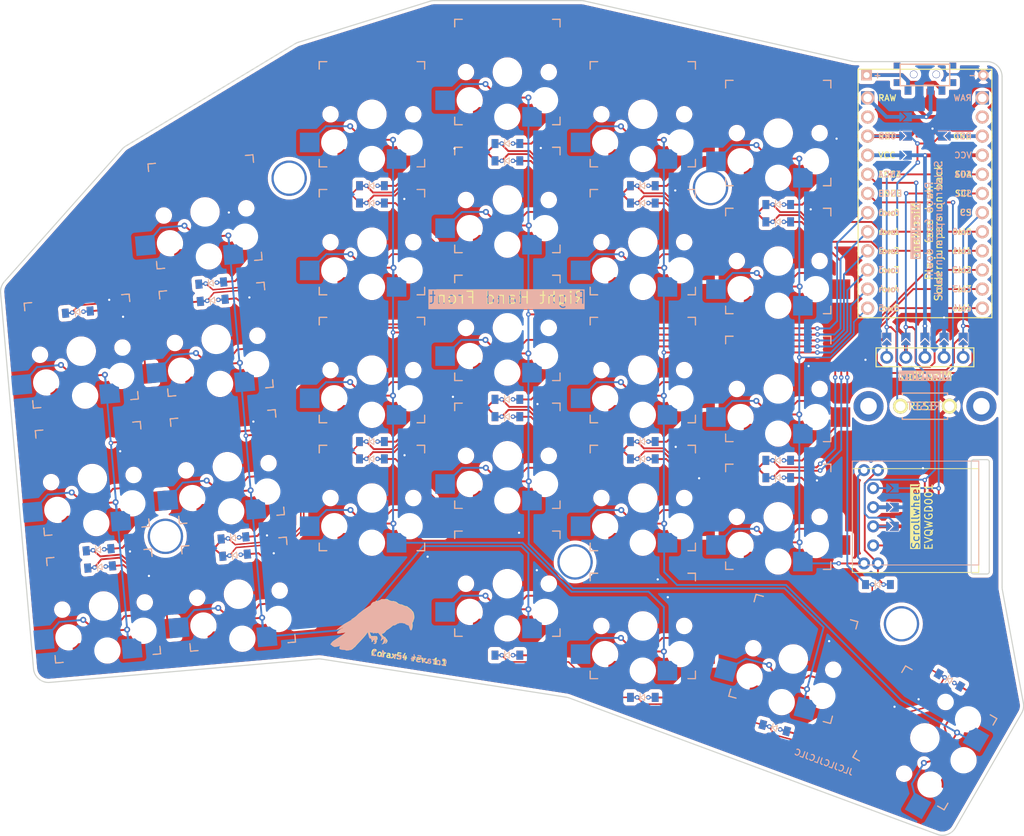
<source format=kicad_pcb>
(kicad_pcb (version 20221018) (generator pcbnew)
  (title_block (title "keyboard") (rev "v1.0.0") (company "Unknown"))
  (layers (0 "F.Cu" signal) (31 "B.Cu" signal) (34 "B.Paste" user) (35 "F.Paste" user) (36 "B.SilkS" user "B.Silkscreen") (37 "F.SilkS" user "F.Silkscreen") (38 "B.Mask" user) (39 "F.Mask" user) (44 "Edge.Cuts" user))
  (net 0 "")
  (net 1 "row0")
  (net 2 "outer_bottom")
  (net 3 "outer_home")
  (net 4 "outer_top")
  (net 5 "row1")
  (net 6 "pinky_bottom")
  (net 7 "pinky_home")
  (net 8 "pinky_top")
  (net 9 "pinky_num")
  (net 10 "row2")
  (net 11 "ring_bottom")
  (net 12 "ring_home")
  (net 13 "ring_top")
  (net 14 "ring_num")
  (net 15 "middle_mod")
  (net 16 "row3")
  (net 17 "middle_bottom")
  (net 18 "middle_home")
  (net 19 "middle_top")
  (net 20 "middle_num")
  (net 21 "index_mod")
  (net 22 "row4")
  (net 23 "index_bottom")
  (net 24 "index_home")
  (net 25 "index_top")
  (net 26 "index_num")
  (net 27 "row5")
  (net 28 "inner_bottom")
  (net 29 "inner_home")
  (net 30 "inner_top")
  (net 31 "inner_num")
  (net 32 "layer_cluster")
  (net 33 "space_cluster")
  (net 34 "col2")
  (net 35 "col0")
  (net 36 "col4")
  (net 37 "col3")
  (net 38 "col1")
  (net 39 "scrollwheel_scrollwheel")
  (net 40 "ENCB_undef")
  (net 41 "GND_ENCA")
  (net 42 "ENCA_GND")
  (net 43 "undef_ENCB")
  (net 44 "ENCB")
  (net 45 "GND")
  (net 46 "ENCA")
  (net 47 "RAW_P1")
  (net 48 "GND_P0")
  (net 49 "RST_GND")
  (net 50 "VCC_GND")
  (net 51 "P1_RAW")
  (net 52 "P0_GND")
  (net 53 "GND_RST")
  (net 54 "GND_VCC")
  (net 55 "SDA")
  (net 56 "SCL")
  (net 57 "CS")
  (net 58 "RAW")
  (net 59 "RST")
  (net 60 "VCC")
  (net 61 "NN_VCC")
  (net 62 "NN_GND_SCL")
  (net 63 "NN_SDA_CS")
  (net 64 "NN_SCL_GND")
  (net 65 "NN_CS_SDA")
  (net 66 "switch_from")
  (footprint "E73:SPDT_C128955" (layer "F.Cu") (at 164.1057 54.774001)
    (fp_text reference "T1" hide)
    (fp_text value "" hide)
  )
  (footprint "PG1350" (layer "F.Cu") (at 126.605692 77.074008 180)
    (fp_text reference "S20" hide)
    (fp_text value "" hide)
  )
  (footprint "ComboDiode" (layer "F.Cu") (at 90.605699 71.874007)
    (fp_text reference "D20" hide)
    (fp_text value "" hide)
  )
  (footprint "ComboDiode" (layer "F.Cu") (at 144.605696 74.374007)
    (fp_text reference "D26" hide)
    (fp_text value "" hide)
  )
  (footprint "ProMicro" (layer "F.Cu") (at 164.105688 71.874005 -90)
    (fp_text reference "MCU1" hide)
    (fp_text value "" hide)
  )
  (footprint "PG1350" (layer "F.Cu") (at 144.605694 113.574005 180)
    (fp_text reference "S22" hide)
    (fp_text value "" hide)
  )
  (footprint "lib:text" (layer "F.Cu") (at 108.605695 84.464 90)
    (fp_text reference "")
    (fp_text value "")
  )
  (footprint "PG1350" (layer "F.Cu") (at 54.936167 125.423165 -175)
    (fp_text reference "S1" hide)
    (fp_text value "" hide)
  )
  (footprint "PG1350" (layer "F.Cu") (at 90.605691 94.074003 180)
    (fp_text reference "S9" hide)
    (fp_text value "" hide)
  )
  (footprint "Hole" (layer "F.Cu") (at 117.605698 119.574006)
    (fp_text reference "_7" hide)
    (fp_text value "")
  )
  (footprint "ComboDiode" (layer "F.Cu") (at 90.605691 105.874011)
    (fp_text reference "D19" hide)
    (fp_text value "" hide)
  )
  (footprint "lib:Jumper" (layer "F.Cu") (at 166.605699 60.424006 -90)
    (fp_text reference "J11" hide)
    (fp_text value "Jumper")
  )
  (footprint "lib:Jumper" (layer "F.Cu") (at 159.855687 117.383996 90)
    (fp_text reference "J4" hide)
    (fp_text value "Jumper")
  )
  (footprint "ComboDiode" (layer "F.Cu") (at 126.605694 137.573999)
    (fp_text reference "D9" hide)
    (fp_text value "" hide)
  )
  (footprint "Hole" (layer "F.Cu") (at 63.161113 116.17111 5)
    (fp_text reference "_6" hide)
    (fp_text value "")
  )
  (footprint "PG1350" (layer "F.Cu") (at 144.60569 96.574001 180)
    (fp_text reference "S23" hide)
    (fp_text value "" hide)
  )
  (footprint "Hole" (layer "F.Cu") (at 171.605691 98.873997 -90)
    (fp_text reference "_3" hide)
    (fp_text value "")
  )
  (footprint "lib:Jumper" (layer "F.Cu") (at 161.565699 89.874 180)
    (fp_text reference "J16" hide)
    (fp_text value "Jumper")
  )
  (footprint "PG1350" (layer "F.Cu") (at 53.454528 108.487854 -175)
    (fp_text reference "S2" hide)
    (fp_text value "" hide)
  )
  (footprint "Hole" (layer "F.Cu") (at 79.605694 68.574003)
    (fp_text reference "_4" hide)
    (fp_text value "")
  )
  (footprint "lib:Jumper" (layer "F.Cu") (at 169.185693 89.874002 180)
    (fp_text reference "J20" hide)
    (fp_text value "Jumper")
  )
  (footprint "ComboDiode" (layer "F.Cu") (at 108.605699 66.264004)
    (fp_text reference "D22" hide)
    (fp_text value "" hide)
  )
  (footprint "PG1350" (layer "F.Cu") (at 108.605694 122.464005 180)
    (fp_text reference "S12" hide)
    (fp_text value "" hide)
  )
  (footprint "PG1350" (layer "F.Cu") (at 144.605702 79.574002 180)
    (fp_text reference "S24" hide)
    (fp_text value "" hide)
  )
  (footprint "ComboDiode" (layer "F.Cu") (at 90.605699 103.574005)
    (fp_text reference "D4" hide)
    (fp_text value "" hide)
  )
  (footprint "Hole" (layer "F.Cu") (at 160.984199 127.797132 22.5)
    (fp_text reference "_8" hide)
    (fp_text value "")
  )
  (footprint "lib:Jumper" (layer "F.Cu") (at 161.605692 60.424001 90)
    (fp_text reference "J7" hide)
    (fp_text value "Jumper")
  )
  (footprint "lib:Jumper" (layer "F.Cu") (at 161.565699 89.874 180)
    (fp_text reference "J23" hide)
    (fp_text value "Jumper")
  )
  (footprint "lib:Jumper" (layer "F.Cu") (at 166.605698 65.524002 -90)
    (fp_text reference "J13" hide)
    (fp_text value "Jumper")
  )
  (footprint "lib:Jumper" (layer "F.Cu") (at 159.855698 112.304005 90)
    (fp_text reference "J2" hide)
    (fp_text value "Jumper")
  )
  (footprint "lib:text" (layer "F.Cu") (at 150.680179 146.180112 70)
    (fp_text reference "")
    (fp_text value "")
  )
  (footprint "lib:Jumper" (layer "F.Cu") (at 166.605695 62.974005 -90)
    (fp_text reference "J10" hide)
    (fp_text value "Jumper")
  )
  (footprint "ComboDiode" (layer "F.Cu") (at 108.605694 63.964002)
    (fp_text reference "D8" hide)
    (fp_text value "" hide)
  )
  (footprint "ComboDiode" (layer "F.Cu") (at 54.28251 117.951701 5)
    (fp_text reference "D1" hide)
    (fp_text value "" hide)
  )
  (footprint "PG1350" (layer "F.Cu") (at 51.972875 91.552543 -175)
    (fp_text reference "S3" hide)
    (fp_text value "" hide)
  )
  (footprint "Hole" (layer "F.Cu") (at 156.605701 98.874007 -90)
    (fp_text reference "_2" hide)
    (fp_text value "")
  )
  (footprint "PG1350" (layer "F.Cu") (at 90.605696 77.074001 180)
    (fp_text reference "S10" hide)
    (fp_text value "" hide)
  )
  (footprint "lib:niceview_headers" (layer "F.Cu") (at 164.105698 54.874006 -90)
    (fp_text reference "")
    (fp_text value "")
  )
  (footprint "lib:text" (layer "F.Cu") (at 108.605695 84.464 90)
    (fp_text reference "")
    (fp_text value "")
  )
  (footprint "PG1350" (layer "F.Cu") (at 69.904383 89.983739 -175)
    (fp_text reference "S6" hide)
    (fp_text value "" hide)
  )
  (footprint "ComboDiode" (layer "F.Cu") (at 144.605694 108.374009)
    (fp_text reference "D25" hide)
    (fp_text value "" hide)
  )
  (footprint "lib:Jumper" (layer "F.Cu") (at 159.025697 89.874007 180)
    (fp_text reference "J15" hide)
    (fp_text value "Jumper")
  )
  (footprint "ComboDiode" (layer "F.Cu") (at 126.605695 71.874001)
    (fp_text reference "D24" hide)
    (fp_text value "" hide)
  )
  (footprint "PG1350" (layer "F.Cu") (at 108.605697 54.464005 180)
    (fp_text reference "S16" hide)
    (fp_text value "" hide)
  )
  (footprint "lib:niceview_headers" (layer "F.Cu") (at 164.105699 92.374001 90)
    (fp_text reference "Nice!View1" hide)
    (fp_text value "" hide)
  )
  (footprint "ComboDiode" (layer "F.Cu") (at 126.605698 103.574004)
    (fp_text reference "D10" hide)
    (fp_text value "" hide)
  )
  (footprint "ComboDiode" (layer "F.Cu") (at 157.855696 122.574004)
    (fp_text reference "D28" hide)
    (fp_text value "" hide)
  )
  (footprint "lib:Jumper" (layer "F.Cu") (at 164.105695 89.874002 180)
    (fp_text reference "J22" hide)
    (fp_text value "Jumper")
  )
  (footprint "PG1350" (layer "F.Cu") (at 71.386028 106.919045 -175)
    (fp_text reference "S5" hide)
    (fp_text value "" hide)
  )
  (footprint "PG1350" (layer "F.Cu") (at 90.605702 111.074006 180)
    (fp_text reference "S8" hide)
    (fp_text value "" hide)
  )
  (footprint "lib:Jumper" (layer "F.Cu") (at 161.605698 62.974001 90)
    (fp_text reference "J8" hide)
    (fp_text value "Jumper")
  )
  (footprint "ComboDiode" (layer "F.Cu") (at 108.605698 131.963998)
    (fp_text reference "D6" hide)
    (fp_text value "" hide)
  )
  (footprint "ComboDiode" (layer "F.Cu") (at 144.146916 141.640298 -15)
    (fp_text reference "D14" hide)
    (fp_text value "" hide)
  )
  (footprint "lib:Jumper" (layer "F.Cu") (at 161.605698 62.974001 90)
    (fp_text reference "J14" hide)
    (fp_text value "Jumper")
  )
  (footprint "PG1350" (layer "F.Cu") (at 164.090443 142.952873 -120)
    (fp_text reference "S27" hide)
    (fp_text value "" hide)
  )
  (footprint "lib:text" (layer "F.Cu") (at 99.605695 133.464004 82)
    (fp_text reference "")
    (fp_text value "")
  )
  (footprint "lib:Jumper" (layer "F.Cu") (at 166.645694 89.874002 180)
    (fp_text reference "J21" hide)
    (fp_text value "Jumper")
  )
  (footprint "ComboDiode" (layer "F.Cu") (at 126.605695 105.874)
    (fp_text reference "D23" hide)
    (fp_text value "" hide)
  )
  (footprint "ComboDiode" (layer "F.Cu") (at 144.605701 106.074002)
    (fp_text reference "D12" hide)
    (fp_text value "" hide)
  )
  (footprint "PG1350" (layer "F.Cu") (at 126.605699 94.074005 180)
    (fp_text reference "S19" hide)
    (fp_text value "" hide)
  )
  (footprint "PG1350" (layer "F.Cu") (at 108.605694 88.464004 180)
    (fp_text reference "S14" hide)
    (fp_text value "" hide)
  )
  (footprint "PG1350" (layer "F.Cu") (at 108.605698 105.464004 180)
    (fp_text reference "S13" hide)
    (fp_text value "" hide)
  )
  (footprint "lib:Jumper" (layer "F.Cu") (at 159.855696 114.844003 90)
    (fp_text reference "J5" hide)
    (fp_text value "Jumper")
  )
  (footprint "lib:Jumper" (layer "F.Cu") (at 159.855698 112.304005 90)
    (fp_text reference "J6" hide)
    (fp_text value "Jumper")
  )
  (footprint "PG1350" (layer "F.Cu") (at 126.605698 111.074008 180)
    (fp_text reference "S18" hide)
    (fp_text value "" hide)
  )
  (footprint "kbd:ResetSW" (layer "F.Cu") (at 164.10569 98.874 180)
    (fp_text reference "_1" hide)
    (fp_text value "")
  )
  (footprint "ComboDiode" (layer "F.Cu") (at 51.519666 86.372333 5)
    (fp_text reference "D16" hide)
    (fp_text value "" hide)
  )
  (footprint "lib:Jumper" (layer "F.Cu") (at 166.605695 62.974005 -90)
    (fp_text reference "J12" hide)
    (fp_text value "Jumper")
  )
  (footprint "lib:Jumper" (layer "F.Cu") (at 159.025697 89.874007 180)
    (fp_text reference "J24" hide)
    (fp_text value "Jumper")
  )
  (footprint "ComboDiode" (layer "F.Cu") (at 72.414468 118.674153 5)
    (fp_text reference "D17" hide)
    (fp_text value "" hide)
  )
  (footprint "ComboDiode" (layer "F.Cu") (at 144.605702 72.074001)
    (fp_text reference "D13" hide)
    (fp_text value "" hide)
  )
  (footprint "RollerEncoder_Panasonic_EVQWGD001" (layer "F.Cu") (at 162.855689 113.574005)
    (fp_text reference "REF**")
    (fp_text value "RollerEncoder_Panasonic_EVQWGD001")
    (fp_line (start 7.4 -7.3) (end 7.4 7.3) (stroke (width 0.15)) (layer "Edge.Cuts"))
    (fp_line (start 7.7 7.6) (end 9.5 7.6) (stroke (width 0.15)) (layer "Edge.Cuts"))
    (fp_line (start 9.5 -7.6) (end 7.7 -7.6) (stroke (width 0.15)) (layer "Edge.Cuts"))
    (fp_line (start 9.8 7.3) (end 9.8 -7.3) (stroke (width 0.15)) (layer "Edge.Cuts"))
    (fp_arc (start 7.4 -7.3) (mid 7.487868 -7.512132) (end 7.7 -7.6) (stroke (width 0.15)) (layer "Edge.Cuts"))
    (fp_arc (start 7.7 7.6) (mid 7.487868 7.512132) (end 7.4 7.3) (stroke (width 0.15)) (layer "Edge.Cuts"))
    (fp_arc (start 9.5 -7.6) (mid 9.712132 -7.512132) (end 9.8 -7.3) (stroke (width 0.15)) (layer "Edge.Cuts"))
    (fp_arc (start 9.8 7.3) (mid 9.712132 7.512132) (end 9.5 7.6) (stroke (width 0.15)) (layer "Edge.Cuts"))
  )
  (footprint "PG1350" (layer "F.Cu") (at 108.605698 71.464005 180)
    (fp_text reference "S15" hide)
    (fp_text value "" hide)
  )
  (footprint "PG1350" (layer "F.Cu") (at 126.60569 60.074001 180)
    (fp_text reference "S21" hide)
    (fp_text value "" hide)
  )
  (footprint "lib:Jumper" (layer "F.Cu") (at 164.105695 89.874002 180)
    (fp_text reference "J17" hide)
    (fp_text value "Jumper")
  )
  (footprint "ComboDiode" (layer "F.Cu") (at 54.482961 120.242954 5)
    (fp_text reference "D15" hide)
    (fp_text value "" hide)
  )
  (footprint "PG1350" (layer "F.Cu") (at 90.605698 60.074002 180)
    (fp_text reference "S11" hide)
    (fp_text value "" hide)
  )
  (footprint "ComboDiode" (layer "F.Cu") (at 72.214006 116.382897 5)
    (fp_text reference "D2" hide)
    (fp_text value "" hide)
  )
  (footprint "PG1350" (layer "F.Cu") (at 146.605701 132.464008 165)
    (fp_text reference "S26" hide)
    (fp_text value "" hide)
  )
  (footprint "ComboDiode" (layer "F.Cu") (at 69.250716 82.512271 5)
    (fp_text reference "D3" hide)
    (fp_text value "" hide)
  )
  (footprint "PG1350" (layer "F.Cu") (at 68.422742 73.048428 -175)
    (fp_text reference "S7" hide)
    (fp_text value "" hide)
  )
  (footprint "ComboDiode" (layer "F.Cu") (at 167.36191 135.286509 -30)
    (fp_text reference "D27" hide)
    (fp_text value "" hide)
  )
  (footprint "PG1350" (layer "F.Cu") (at 144.605694 62.574002 180)
    (fp_text reference "S25" hide)
    (fp_text value "" hide)
  )
  (footprint "lib:text" (layer "F.Cu") (at 99.605695 133.464004 82)
    (fp_text reference "")
    (fp_text value "")
  )
  (footprint "ComboDiode" (layer "F.Cu") (at 108.6057 100.264)
    (fp_text reference "D21" hide)
    (fp_text value "" hide)
  )
  (footprint "PG1350" (layer "F.Cu") (at 72.867685 123.854357 -175)
    (fp_text reference "S4" hide)
    (fp_text value "" hide)
  )
  (footprint "PG1350" (layer "F.Cu") (at 126.605699 128.073999 180)
    (fp_text reference "S17" hide)
    (fp_text value "" hide)
  )
  (footprint "lib:Jumper" (layer "F.Cu") (at 161.605688 65.523999 90)
    (fp_text reference "J9" hide)
    (fp_text value "Jumper")
  )
  (footprint "Hole" (layer "F.Cu") (at 135.6057 69.823998)
    (fp_text reference "_5" hide)
    (fp_text value "")
  )
  (footprint "ComboDiode" (layer "F.Cu") (at 126.605699 69.574006)
    (fp_text reference "D11" hide)
    (fp_text value "" hide)
  )
  (footprint "lib:Jumper" (layer "F.Cu") (at 159.855696 114.844003 90)
    (fp_text reference "J3" hide)
    (fp_text value "Jumper")
  )
  (footprint "lib:Jumper" (layer "F.Cu") (at 169.185693 89.874002 180)
    (fp_text reference "J19" hide)
    (fp_text value "Jumper")
  )
  (footprint "ComboDiode" (layer "F.Cu") (at 90.605704 69.574007)
    (fp_text reference "D5" hide)
    (fp_text value "" hide)
  )
  (footprint "lib:Jumper" (layer "F.Cu") (at 159.855701 109.764009 90)
    (fp_text reference "J1" hide)
    (fp_text value "Jumper")
  )
  (footprint "ComboDiode" (layer "F.Cu") (at 108.605698 97.964002)
    (fp_text reference "D7" hide)
    (fp_text value "" hide)
  )
  (footprint "ComboDiode" (layer "F.Cu") (at 69.451167 84.803523 5)
    (fp_text reference "D18" hide)
    (fp_text value "" hide)
  )
  (footprint "lib:Jumper" (layer "F.Cu") (at 166.645694 89.874002 180)
    (fp_text reference "J18" hide)
    (fp_text value "Jumper")
  )
  (gr_poly (pts (xy 92.487748 124.536194) (xy 92.52294 124.537146) (xy 92.593292 124.539652) (xy 92.636764 124.551303) (xy 92.644164 124.556046) (xy 92.651671 124.560673) (xy 92.666727 124.569888) (xy 92.674138 124.57462) (xy 92.681403 124.579534) (xy 92.684949 124.58208) (xy 92.688434 124.584704) (xy 92.691854 124.587403) (xy 92.695197 124.590193) (xy 92.704795 124.598296) (xy 92.714549 124.60613) (xy 92.724428 124.613711) (xy 92.734455 124.621037) (xy 92.744627 124.628117) (xy 92.754928 124.634943) (xy 92.765375 124.641531) (xy 92.775964 124.647871) (xy 92.786692 124.653979) (xy 92.797546 124.659866) (xy 92.808558 124.665517) (xy 92.819695 124.670953) (xy 92.830977 124.676161) (xy 92.842406 124.681159) (xy 92.853959 124.685952) (xy 92.865662 124.690533) (xy 92.917241 124.710696) (xy 92.943017 124.720781) (xy 92.968901 124.730571) (xy 92.994957 124.739838) (xy 93.021274 124.748341) (xy 93.034561 124.752234) (xy 93.047937 124.75586) (xy 93.061419 124.759184) (xy 93.075027 124.762171) (xy 93.119046 124.771443) (xy 93.163017 124.780964) (xy 93.250956 124.800039) (xy 93.271833 124.804366) (xy 93.292745 124.808533) (xy 93.334603 124.816768) (xy 93.334984 124.815635) (xy 93.335392 124.814494) (xy 93.336226 124.812216) (xy 93.310789 124.798219) (xy 93.310907 124.797062) (xy 93.311074 124.795969) (xy 93.311277 124.794921) (xy 93.311499 124.793944) (xy 93.311765 124.793021) (xy 93.312076 124.792147) (xy 93.312416 124.791328) (xy 93.312786 124.790559) (xy 93.313184 124.789852) (xy 93.313619 124.789172) (xy 93.314082 124.788551) (xy 93.314592 124.787975) (xy 93.315121 124.787427) (xy 93.315681 124.786933) (xy 93.316281 124.786473) (xy 93.316902 124.786044) (xy 93.31756 124.785671) (xy 93.318238 124.785312) (xy 93.318946 124.784988) (xy 93.319697 124.784692) (xy 93.320458 124.784439) (xy 93.321257 124.784194) (xy 93.322923 124.783795) (xy 93.324689 124.783473) (xy 93.326564 124.783222) (xy 93.328534 124.783034) (xy 93.330597 124.782882) (xy 93.344508 124.782321) (xy 93.358307 124.782275) (xy 93.372012 124.782715) (xy 93.385632 124.783638) (xy 93.399146 124.785009) (xy 93.41258 124.786825) (xy 93.425922 124.789055) (xy 93.439188 124.791673) (xy 93.452376 124.794679) (xy 93.465501 124.798039) (xy 93.478549 124.80174) (xy 93.491543 124.805769) (xy 93.517353 124.814693) (xy 93.542964 124.824667) (xy 93.559252 124.831663) (xy 93.567346 124.834994) (xy 93.571441 124.836512) (xy 93.575588 124.837904) (xy 93.579783 124.839139) (xy 93.584051 124.840167) (xy 93.588421 124.840975) (xy 93.592869 124.841544) (xy 93.597454 124.841837) (xy 93.602159 124.841814) (xy 93.604561 124.84168) (xy 93.607009 124.841459) (xy 93.60949 124.841143) (xy 93.612015 124.840744) (xy 93.615542 124.840233) (xy 93.619117 124.839968) (xy 93.622776 124.839912) (xy 93.626468 124.840065) (xy 93.630222 124.840406) (xy 93.633986 124.840922) (xy 93.637791 124.841593) (xy 93.641597 124.842402) (xy 93.645398 124.843341) (xy 93.649193 124.844397) (xy 93.652964 124.845532) (xy 93.656707 124.846761) (xy 93.66405 124.849393) (xy 93.671161 124.852148) (xy 93.684897 124.857696) (xy 93.698577 124.863408) (xy 93.712194 124.869292) (xy 93.725743 124.87535) (xy 93.739203 124.881611) (xy 93.752565 124.88807) (xy 93.765799 124.894754) (xy 93.778906 124.901662) (xy 93.794937 124.910583) (xy 93.810708 124.919872) (xy 93.82623 124.929516) (xy 93.841519 124.939482) (xy 93.856572 124.949743) (xy 93.871418 124.960297) (xy 93.900557 124.982157) (xy 93.929056 125.004897) (xy 93.957028 125.028343) (xy 93.984613 125.052326) (xy 94.01192 125.07667) (xy 94.023594 125.086971) (xy 94.035455 125.097058) (xy 94.047417 125.106974) (xy 94.059475 125.116756) (xy 94.107356 125.155255) (xy 94.114486 125.150407) (xy 94.117454 125.148457) (xy 94.120095 125.146817) (xy 94.122466 125.145475) (xy 94.123575 125.144928) (xy 94.124626 125.144431) (xy 94.125646 125.144027) (xy 94.126635 125.143687) (xy 94.127588 125.143426) (xy 94.128513 125.143225) (xy 94.129445 125.143097) (xy 94.130356 125.143047) (xy 94.131268 125.143058) (xy 94.132201 125.143144) (xy 94.133138 125.143295) (xy 94.134096 125.143501) (xy 94.135082 125.143786) (xy 94.136104 125.144132) (xy 94.13827 125.145016) (xy 94.140675 125.146162) (xy 94.143345 125.147543) (xy 94.146343 125.149173) (xy 94.154737 125.153862) (xy 94.16309 125.158658) (xy 94.179661 125.168444) (xy 94.196178 125.178338) (xy 94.212786 125.188086) (xy 94.21718 125.190671) (xy 94.219535 125.192009) (xy 94.220705 125.19264) (xy 94.221879 125.19323) (xy 94.223042 125.193759) (xy 94.224162 125.194218) (xy 94.225252 125.19459) (xy 94.226283 125.19487) (xy 94.226783 125.194969) (xy 94.227273 125.195034) (xy 94.227736 125.195082) (xy 94.22818 125.19508) (xy 94.228614 125.195041) (xy 94.229017 125.194977) (xy 94.229412 125.19487) (xy 94.229778 125.194727) (xy 94.231935 125.19375) (xy 94.234071 125.192933) (xy 94.236159 125.192254) (xy 94.238188 125.191722) (xy 94.240199 125.191322) (xy 94.242171 125.191057) (xy 94.244106 125.190899) (xy 94.246022 125.19086) (xy 94.247889 125.190948) (xy 94.24973 125.191122) (xy 94.251552 125.191406) (xy 94.253338 125.191783) (xy 94.255108 125.192239) (xy 94.256848 125.192772) (xy 94.260259 125.194074) (xy 94.263595 125.195614) (xy 94.266877 125.197349) (xy 94.270094 125.199242) (xy 94.273266 125.201245) (xy 94.279527 125.205359) (xy 94.282652 125.207376) (xy 94.285774 125.209287) (xy 94.293934 125.214306) (xy 94.301961 125.219532) (xy 94.309893 125.224909) (xy 94.317772 125.230407) (xy 94.333431 125.241539) (xy 94.341267 125.247085) (xy 94.349151 125.252555) (xy 94.351889 125.254533) (xy 94.353357 125.255565) (xy 94.354091 125.256055) (xy 94.354818 125.256533) (xy 94.355535 125.256964) (xy 94.356246 125.257338) (xy 94.356937 125.257669) (xy 94.357598 125.25791) (xy 94.357914 125.258008) (xy 94.358233 125.258087) (xy 94.358539 125.258144) (xy 94.358824 125.258174) (xy 94.35911 125.258181) (xy 94.359382 125.258159) (xy 94.359641 125.258116) (xy 94.359883 125.258033) (xy 94.361588 125.257468) (xy 94.363284 125.256987) (xy 94.364955 125.256602) (xy 94.36661 125.256302) (xy 94.368241 125.256115) (xy 94.369874 125.255989) (xy 94.371482 125.255958) (xy 94.373072 125.255999) (xy 94.374663 125.256121) (xy 94.37625 125.256301) (xy 94.379377 125.256879) (xy 94.382486 125.257682) (xy 94.385582 125.258697) (xy 94.388685 125.259888) (xy 94.391796 125.261233) (xy 94.394915 125.262702) (xy 94.398078 125.264255) (xy 94.40451 125.267524) (xy 94.411195 125.270796) (xy 94.407657 125.259775) (xy 94.40401 125.249145) (xy 94.400533 125.238786) (xy 94.398928 125.233677) (xy 94.397464 125.228602) (xy 94.396161 125.223532) (xy 94.395068 125.218471) (xy 94.394201 125.213395) (xy 94.393611 125.208297) (xy 94.393315 125.20316) (xy 94.393339 125.197968) (xy 94.393746 125.192717) (xy 94.39455 125.187374) (xy 94.395966 125.18913) (xy 94.397323 125.190909) (xy 94.398611 125.192712) (xy 94.399862 125.194536) (xy 94.401046 125.196384) (xy 94.402189 125.198249) (xy 94.404358 125.202005) (xy 94.40644 125.205802) (xy 94.408442 125.209616) (xy 94.412469 125.217214) (xy 94.432501 125.253791) (xy 94.442732 125.271967) (xy 94.453236 125.289977) (xy 94.454509 125.292054) (xy 94.45584 125.294069) (xy 94.457245 125.296018) (xy 94.458724 125.297847) (xy 94.46029 125.29956) (xy 94.461109 125.300351) (xy 94.46196 125.301107) (xy 94.462819 125.30182) (xy 94.463724 125.302482) (xy 94.464646 125.303098) (xy 94.465602 125.303656) (xy 94.466579 125.304164) (xy 94.467591 125.304597) (xy 94.468652 125.304982) (xy 94.46973 125.305287) (xy 94.470847 125.305537) (xy 94.471995 125.3057) (xy 94.473182 125.305799) (xy 94.474417 125.305818) (xy 94.47567 125.305757) (xy 94.47698 125.305599) (xy 94.478321 125.305359) (xy 94.479706 125.305036) (xy 94.481136 125.304618) (xy 94.482615 125.304093) (xy 94.484131 125.303474) (xy 94.485698 125.302744) (xy 94.480878 125.296685) (xy 94.47602 125.290713) (xy 94.466383 125.278882) (xy 94.461683 125.272956) (xy 94.457087 125.266962) (xy 94.452678 125.260889) (xy 94.450545 125.257807) (xy 94.44847 125.254688) (xy 94.44636 125.251563) (xy 94.444131 125.248478) (xy 94.439492 125.242272) (xy 94.437155 125.239101) (xy 94.434833 125.23585) (xy 94.432567 125.232501) (xy 94.430404 125.229009) (xy 94.428366 125.225355) (xy 94.426499 125.221515) (xy 94.425623 125.219525) (xy 94.424809 125.217457) (xy 94.424058 125.215338) (xy 94.423359 125.213163) (xy 94.422721 125.210915) (xy 94.422163 125.208591) (xy 94.42168 125.206195) (xy 94.421275 125.203728) (xy 94.420958 125.201183) (xy 94.42072 125.198544) (xy 94.420567 125.195822) (xy 94.420524 125.193011) (xy 94.46739 125.238233) (xy 94.472514 125.228191) (xy 94.477776 125.217819) (xy 94.513387 125.260273) (xy 94.51432 125.258526) (xy 94.515259 125.256924) (xy 94.516199 125.255464) (xy 94.51716 125.254159) (xy 94.518125 125.252984) (xy 94.519095 125.251949) (xy 94.520064 125.251044) (xy 94.521042 125.250257) (xy 94.522028 125.249592) (xy 94.523014 125.249055) (xy 94.523992 125.248628) (xy 94.52498 125.248301) (xy 94.52598 125.248075) (xy 94.526977 125.247958) (xy 94.527969 125.24793) (xy 94.528965 125.247984) (xy 94.529961 125.248134) (xy 94.530957 125.24837) (xy 94.531947 125.248666) (xy 94.532928 125.249045) (xy 94.533912 125.249487) (xy 94.534894 125.249993) (xy 94.535882 125.250562) (xy 94.536847 125.251179) (xy 94.538787 125.252569) (xy 94.540689 125.254108) (xy 94.542566 125.255785) (xy 94.544403 125.257554) (xy 94.552346 125.265502) (xy 94.560219 125.273526) (xy 94.575799 125.289733) (xy 94.59135 125.305982) (xy 94.607009 125.322089) (xy 94.607908 125.322968) (xy 94.608835 125.323816) (xy 94.609804 125.324636) (xy 94.610806 125.325454) (xy 94.611852 125.326258) (xy 94.612933 125.327058) (xy 94.615233 125.328695) (xy 94.620442 125.332243) (xy 94.623378 125.334268) (xy 94.626543 125.336523) (xy 94.626548 125.331518) (xy 94.626203 125.326598) (xy 94.625585 125.321773) (xy 94.624749 125.317021) (xy 94.620781 125.298478) (xy 94.619997 125.293898) (xy 94.619434 125.289303) (xy 94.619169 125.284693) (xy 94.619167 125.282385) (xy 94.619277 125.280058) (xy 94.619499 125.277717) (xy 94.619831 125.275369) (xy 94.620299 125.273007) (xy 94.620906 125.270621) (xy 94.621648 125.268231) (xy 94.622558 125.265804) (xy 94.623631 125.263359) (xy 94.624876 125.260896) (xy 94.645206 125.275967) (xy 94.650029 125.279577) (xy 94.654763 125.283172) (xy 94.659397 125.286803) (xy 94.663936 125.290505) (xy 94.670696 125.296179) (xy 94.677404 125.301923) (xy 94.690701 125.31353) (xy 94.703983 125.32516) (xy 94.717362 125.336667) (xy 94.722874 125.3412) (xy 94.728472 125.345541) (xy 94.734149 125.349702) (xy 94.73992 125.353666) (xy 94.745774 125.357441) (xy 94.751731 125.361006) (xy 94.757794 125.364354) (xy 94.763965 125.367479) (xy 94.770236 125.370389) (xy 94.776626 125.373056) (xy 94.783142 125.375491) (xy 94.789778 125.37769) (xy 94.796538 125.379625) (xy 94.803423 125.381309) (xy 94.810457 125.382728) (xy 94.817633 125.383886) (xy 94.820767 125.384358) (xy 94.823909 125.384929) (xy 94.827032 125.385552) (xy 94.830148 125.386259) (xy 94.836348 125.387841) (xy 94.842528 125.389633) (xy 94.848675 125.391584) (xy 94.854779 125.39366) (xy 94.866888 125.397965) (xy 94.894705 125.408222) (xy 94.922422 125.418744) (xy 94.950167 125.429154) (xy 94.964106 125.434199) (xy 94.978089 125.439088) (xy 94.987216 125.442035) (xy 94.99637 125.44481) (xy 95.005478 125.447628) (xy 95.009987 125.449123) (xy 95.014466 125.450723) (xy 95.018887 125.452425) (xy 95.023246 125.454288) (xy 95.027553 125.456313) (xy 95.031777 125.458542) (xy 95.035915 125.460997) (xy 95.039947 125.463704) (xy 95.043898 125.466688) (xy 95.047717 125.469988) (xy 95.049294 125.471345) (xy 95.050942 125.472624) (xy 95.052681 125.473817) (xy 95.054477 125.474945) (xy 95.056334 125.476017) (xy 95.058237 125.477015) (xy 95.060178 125.477977) (xy 95.062159 125.478909) (xy 95.066189 125.480697) (xy 95.07026 125.482453) (xy 95.0743 125.484254) (xy 95.076288 125.485185) (xy 95.078248 125.486155) (xy 95.081327 125.479661) (xy 95.084089 125.473979) (xy 95.086649 125.469084) (xy 95.089039 125.464937) (xy 95.090215 125.46313) (xy 95.091376 125.4615) (xy 95.09254 125.460023) (xy 95.093725 125.458723) (xy 95.09492 125.457576) (xy 95.096153 125.456588) (xy 95.097433 125.455757) (xy 95.098754 125.455056) (xy 95.100146 125.454507) (xy 95.1016 125.454093) (xy 95.103146 125.453811) (xy 95.104779 125.45366) (xy 95.106504 125.453623) (xy 95.108349 125.453707) (xy 95.110307 125.453913) (xy 95.112413 125.454227) (xy 95.117019 125.455162) (xy 95.122282 125.456477) (xy 95.128256 125.458147) (xy 95.135022 125.46014) (xy 95.151987 125.465189) (xy 95.168867 125.470407) (xy 95.182863 125.475047) (xy 95.196622 125.48004) (xy 95.210099 125.485403) (xy 95.22331 125.49117) (xy 95.236223 125.497354) (xy 95.248825 125.503971) (xy 95.261112 125.511067) (xy 95.273064 125.518633) (xy 95.28467 125.526725) (xy 95.295907 125.535341) (xy 95.306781 125.544514) (xy 95.317281 125.554271) (xy 95.327362 125.564633) (xy 95.337046 125.575613) (xy 95.346301 125.587236) (xy 95.355119 125.599542) (xy 95.358155 125.603718) (xy 95.3614 125.6077) (xy 95.364846 125.611472) (xy 95.368479 125.615033) (xy 95.372281 125.618418) (xy 95.376249 125.621602) (xy 95.380364 125.624603) (xy 95.384626 125.627439) (xy 95.389016 125.630089) (xy 95.393505 125.632575) (xy 95.398106 125.634915) (xy 95.402799 125.637089) (xy 95.407566 125.639123) (xy 95.412399 125.640999) (xy 95.417284 125.642756) (xy 95.422209 125.64438) (xy 95.425846 125.640412) (xy 95.429135 125.636952) (xy 95.432153 125.633992) (xy 95.433553 125.632703) (xy 95.434899 125.631543) (xy 95.436204 125.630507) (xy 95.43746 125.629593) (xy 95.438686 125.628806) (xy 95.439864 125.628156) (xy 95.441027 125.627623) (xy 95.44217 125.627208) (xy 95.443294 125.626938) (xy 95.444415 125.626786) (xy 95.445516 125.626755) (xy 95.446624 125.626851) (xy 95.447751 125.62707) (xy 95.448895 125.627426) (xy 95.450048 125.627902) (xy 95.451231 125.628507) (xy 95.452437 125.629242) (xy 95.453678 125.630091) (xy 95.454983 125.631068) (xy 95.456326 125.632169) (xy 95.457708 125.633403) (xy 95.459171 125.634761) (xy 95.462279 125.637847) (xy 95.465697 125.641442) (xy 95.493583 125.671449) (xy 95.521229 125.701668) (xy 95.548573 125.732154) (xy 95.575555 125.762961) (xy 95.57773 125.765429) (xy 95.579926 125.767806) (xy 95.582137 125.770125) (xy 95.584394 125.772363) (xy 95.586684 125.774536) (xy 95.588994 125.776641) (xy 95.591354 125.778676) (xy 95.593778 125.78064) (xy 95.596226 125.782538) (xy 95.598746 125.784365) (xy 95.601304 125.786137) (xy 95.603934 125.787823) (xy 95.606629 125.78946) (xy 95.60939 125.791035) (xy 95.61222 125.792535) (xy 95.615117 125.793982) (xy 95.624734 125.798708) (xy 95.634222 125.803618) (xy 95.643595 125.808723) (xy 95.652834 125.81399) (xy 95.661944 125.819449) (xy 95.670926 125.825103) (xy 95.67977 125.830938) (xy 95.68848 125.836974) (xy 95.697041 125.843195) (xy 95.705483 125.849607) (xy 95.713781 125.856211) (xy 95.721917 125.863017) (xy 95.729904 125.870019) (xy 95.73776 125.87722) (xy 95.745448 125.884614) (xy 95.752983 125.892218) (xy 95.779762 125.920655) (xy 95.805643 125.949783) (xy 95.830593 125.979622) (xy 95.854568 126.010193) (xy 95.866183 126.025781) (xy 95.877526 126.041544) (xy 95.888612 126.057513) (xy 95.899442 126.073691) (xy 95.909994 126.090067) (xy 95.920273 126.106651) (xy 95.930266 126.123444) (xy 95.939966 126.140458) (xy 95.940694 126.141744) (xy 95.941465 126.143029) (xy 95.943094 126.145576) (xy 95.944814 126.148119) (xy 95.946657 126.150699) (xy 95.950602 126.156122) (xy 95.952723 126.159029) (xy 95.954904 126.162124) (xy 95.974069 126.129768) (xy 95.979574 126.135059) (xy 95.984813 126.140445) (xy 95.989753 126.145925) (xy 95.994457 126.151476) (xy 95.998918 126.15712) (xy 96.003146 126.162813) (xy 96.007185 126.168567) (xy 96.011032 126.1744) (xy 96.014709 126.180267) (xy 96.018229 126.186183) (xy 96.02492 126.198141) (xy 96.031202 126.210226) (xy 96.037254 126.222381) (xy 96.04863 126.246319) (xy 96.05947 126.270419) (xy 96.069733 126.294679) (xy 96.079462 126.3191) (xy 96.088622 126.343691) (xy 96.097235 126.368437) (xy 96.105306 126.393344) (xy 96.112833 126.418411) (xy 96.119826 126.443634) (xy 96.126278 126.469009) (xy 96.132193 126.494545) (xy 96.137577 126.520238) (xy 96.142431 126.54607) (xy 96.146759 126.572061) (xy 96.15056 126.598212) (xy 96.153848 126.6245) (xy 96.155656 126.642116) (xy 96.156223 126.646495) (xy 96.156884 126.650846) (xy 96.157722 126.65515) (xy 96.158219 126.657282) (xy 96.158762 126.65939) (xy 96.162698 126.674446) (xy 96.166273 126.68955) (xy 96.16951 126.704694) (xy 96.172426 126.719866) (xy 96.177336 126.75033) (xy 96.181113 126.780917) (xy 96.183896 126.811623) (xy 96.185793 126.842414) (xy 96.186944 126.873278) (xy 96.18744 126.90422) (xy 96.187302 126.918671) (xy 96.186808 126.933133) (xy 96.185399 126.962071) (xy 96.184842 126.976516) (xy 96.184615 126.990925) (xy 96.184894 127.005289) (xy 96.185289 127.012447) (xy 96.185866 127.019599) (xy 96.186333 127.026125) (xy 96.186511 127.032538) (xy 96.186421 127.038836) (xy 96.186056 127.045044) (xy 96.185448 127.051154) (xy 96.184595 127.057182) (xy 96.183522 127.063141) (xy 96.182241 127.069041) (xy 96.18076 127.07489) (xy 96.179111 127.080705) (xy 96.177292 127.086472) (xy 96.175293 127.092216) (xy 96.170952 127.10369) (xy 96.166147 127.115193) (xy 96.164545 127.119026) (xy 96.163038 127.122882) (xy 96.16024 127.13072) (xy 96.157709 127.13866) (xy 96.155353 127.146686) (xy 96.146546 127.179019) (xy 96.146445 127.179475) (xy 96.146386 127.179988) (xy 96.146366 127.180551) (xy 96.146383 127.181131) (xy 96.146424 127.181741) (xy 96.146494 127.18236) (xy 96.146603 127.182976) (xy 96.14674 127.183576) (xy 96.146883 127.184162) (xy 96.147065 127.184706) (xy 96.147261 127.185215) (xy 96.147459 127.185669) (xy 96.147689 127.186055) (xy 96.147933 127.186376) (xy 96.14806 127.186505) (xy 96.148186 127.186596) (xy 96.148302 127.186686) (xy 96.148434 127.186739) (xy 96.149849 127.18724) (xy 96.151127 127.187764) (xy 96.152268 127.188322) (xy 96.153295 127.188908) (xy 96.154205 127.18951) (xy 96.154988 127.190154) (xy 96.155685 127.190816) (xy 96.156258 127.19149) (xy 96.15674 127.192186) (xy 96.157137 127.192891) (xy 96.157438 127.193631) (xy 96.157655 127.194363) (xy 96.157806 127.195128) (xy 96.157875 127.195897) (xy 96.157881 127.196678) (xy 96.15782 127.197456) (xy 96.157714 127.198253) (xy 96.157546 127.199047) (xy 96.157324 127.199843) (xy 96.157085 127.200643) (xy 96.156465 127.202239) (xy 96.15575 127.203824) (xy 96.152689 127.209757) (xy 96.145908 127.223398) (xy 96.142426 127.230173) (xy 96.138844 127.236897) (xy 96.135116 127.243526) (xy 96.131226 127.250035) (xy 96.127129 127.256399) (xy 96.125007 127.259504) (xy 96.122807 127.262578) (xy 96.120069 127.266237) (xy 96.117259 127.269869) (xy 96.111473 127.277011) (xy 96.1055 127.284056) (xy 96.099363 127.291047) (xy 96.086732 127.305066) (xy 96.080334 127.312201) (xy 96.0739 127.319479) (xy 96.076117 127.327702) (xy 96.078077 127.335935) (xy 96.079773 127.344177) (xy 96.081193 127.352432) (xy 96.082322 127.360695) (xy 96.083167 127.36896) (xy 96.08369 127.377234) (xy 96.083911 127.385505) (xy 96.08378 127.39378) (xy 96.083316 127.402047) (xy 96.082485 127.410324) (xy 96.081295 127.41858) (xy 96.07972 127.426844) (xy 96.077757 127.435084) (xy 96.0754 127.443315) (xy 96.072614 127.451548) (xy 96.064199 127.473415) (xy 96.05971 127.484179) (xy 96.054992 127.494821) (xy 96.050064 127.505343) (xy 96.044897 127.515737) (xy 96.039494 127.525978) (xy 96.033823 127.536062) (xy 96.027906 127.545993) (xy 96.021706 127.555761) (xy 96.015215 127.565345) (xy 96.008422 127.574742) (xy 96.001327 127.583957) (xy 95.99391 127.592965) (xy 95.986167 127.601763) (xy 95.978087 127.610346) (xy 95.975567 127.612988) (xy 95.973217 127.615627) (xy 95.971023 127.618277) (xy 95.968982 127.620964) (xy 95.967096 127.623675) (xy 95.965374 127.626426) (xy 95.963823 127.629229) (xy 95.962422 127.632087) (xy 95.961204 127.635021) (xy 95.960146 127.638034) (xy 95.959279 127.641124) (xy 95.95858 127.644312) (xy 95.958059 127.647603) (xy 95.957739 127.651018) (xy 95.957593 127.654548) (xy 95.957638 127.658203) (xy 95.957633 127.660083) (xy 95.957521 127.66197) (xy 95.957299 127.663873) (xy 95.956972 127.665793) (xy 95.956544 127.667746) (xy 95.956067 127.669724) (xy 95.955494 127.671739) (xy 95.954873 127.673803) (xy 95.951995 127.682586) (xy 95.950475 127.687368) (xy 95.949734 127.689886) (xy 95.949001 127.692481) (xy 95.95037 127.694084) (xy 95.951619 127.69578) (xy 95.952179 127.696649) (xy 95.952709 127.697549) (xy 95.953184 127.69847) (xy 95.953636 127.699406) (xy 95.954026 127.700369) (xy 95.95438 127.701341) (xy 95.95468 127.702331) (xy 95.954917 127.703343) (xy 95.955117 127.70437) (xy 95.955241 127.705411) (xy 95.95532 127.706469) (xy 95.955332 127.707548) (xy 95.95529 127.708633) (xy 95.955161 127.709732) (xy 95.954979 127.710854) (xy 95.954733 127.711975) (xy 95.954406 127.713125) (xy 95.954005 127.714275) (xy 95.953537 127.715445) (xy 95.952979 127.716619) (xy 95.952339 127.717803) (xy 95.95163 127.718995) (xy 95.950819 127.720202) (xy 95.949933 127.721426) (xy 95.948961 127.722638) (xy 95.947878 127.723874) (xy 95.946715 127.725111) (xy 95.945461 127.726354) (xy 95.942472 127.729351) (xy 95.93979 127.732419) (xy 95.937378 127.735561) (xy 95.936274 127.737155) (xy 95.935254 127.738782) (xy 95.934288 127.7404) (xy 95.933405 127.742055) (xy 95.932577 127.743732) (xy 95.931834 127.745422) (xy 95.931165 127.747137) (xy 95.93055 127.748867) (xy 95.930022 127.750618) (xy 95.929549 127.752388) (xy 95.929166 127.754181) (xy 95.928847 127.756) (xy 95.928592 127.757834) (xy 95.928409 127.759695) (xy 95.928295 127.761572) (xy 95.928269 127.763467) (xy 95.928301 127.765401) (xy 95.928407 127.767343) (xy 95.928824 127.771308) (xy 95.929534 127.775365) (xy 95.930523 127.779509) (xy 95.931805 127.783767) (xy 95.93294 127.78737) (xy 95.934014 127.791013) (xy 95.935952 127.798365) (xy 95.93765 127.805788) (xy 95.939182 127.813273) (xy 95.944641 127.843368) (xy 95.949397 127.870109) (xy 95.953499 127.896845) (xy 95.95695 127.923582) (xy 95.959754 127.950299) (xy 95.961883 127.977029) (xy 95.963369 128.003746) (xy 95.964171 128.030462) (xy 95.964315 128.05718) (xy 95.963799 128.083869) (xy 95.962603 128.110573) (xy 95.960738 128.137275) (xy 95.958194 128.163952) (xy 95.954988 128.19064) (xy 95.951092 128.217327) (xy 95.946521 128.243999) (xy 95.941267 128.270657) (xy 95.940938 128.272373) (xy 95.940674 128.274099) (xy 95.940456 128.275831) (xy 95.940287 128.277585) (xy 95.940073 128.281098) (xy 95.939967 128.284643) (xy 95.939908 128.291737) (xy 95.939867 128.295284) (xy 95.939764 128.298824) (xy 95.899819 128.447864) (xy 95.886363 128.483564) (xy 95.883041 128.492512) (xy 95.879805 128.501481) (xy 95.876705 128.51049) (xy 95.873765 128.519557) (xy 95.870756 128.528821) (xy 95.867566 128.537987) (xy 95.864184 128.547051) (xy 95.860604 128.555997) (xy 95.856821 128.564844) (xy 95.852846 128.573581) (xy 95.848664 128.582215) (xy 95.844292 128.59074) (xy 95.839718 128.599153) (xy 95.834953 128.607454) (xy 95.829974 128.615652) (xy 95.824801 128.62373) (xy 95.819434 128.631708) (xy 95.813847 128.639561) (xy 95.808059 128.647307) (xy 95.802075 128.654934) (xy 95.798477 128.659224) (xy 95.796746 128.661165) (xy 95.795017 128.662981) (xy 95.793334 128.664657) (xy 95.791672 128.666192) (xy 95.790026 128.667592) (xy 95.788397 128.668864) (xy 95.786781 128.670018) (xy 95.785174 128.671018) (xy 95.783569 128.671906) (xy 95.781962 128.672656) (xy 95.780365 128.673275) (xy 95.778768 128.673768) (xy 95.77714 128.674138) (xy 95.775507 128.674379) (xy 95.773865 128.674497) (xy 95.772191 128.674485) (xy 95.770513 128.674351) (xy 95.768792 128.674096) (xy 95.767049 128.673716) (xy 95.765271 128.673215) (xy 95.763443 128.67259) (xy 95.761587 128.671845) (xy 95.759691 128.670984) (xy 95.757732 128.670004) (xy 95.755736 128.668905) (xy 95.753677 128.667688) (xy 95.749378 128.664901) (xy 95.74481 128.661659) (xy 95.743387 128.660585) (xy 95.74197 128.659485) (xy 95.740568 128.658353) (xy 95.739187 128.657197) (xy 95.737827 128.656004) (xy 95.736473 128.654787) (xy 95.735142 128.653549) (xy 95.733852 128.652284) (xy 95.732592 128.650985) (xy 95.731348 128.649674) (xy 95.730134 128.648326) (xy 95.728973 128.646965) (xy 95.727836 128.645567) (xy 95.726745 128.644161) (xy 95.725698 128.642725) (xy 95.724689 128.641265) (xy 95.714885 128.626561) (xy 95.710065 128.619167) (xy 95.705315 128.611706) (xy 95.700655 128.604199) (xy 95.696142 128.596618) (xy 95.691757 128.588957) (xy 95.687547 128.58121) (xy 95.673515 128.553576) (xy 95.660339 128.525583) (xy 95.647947 128.497287) (xy 95.636231 128.468687) (xy 95.625135 128.439846) (xy 95.614554 128.410789) (xy 95.6044 128.381562) (xy 95.594598 128.352187) (xy 95.498048 128.059225) (xy 95.496279 128.053967) (xy 95.494457 128.048749) (xy 95.490727 128.038475) (xy 95.483529 128.019044) (xy 95.439106 128.011791) (xy 95.41788 128.008219) (xy 95.397 128.004474) (xy 95.396547 128.00438) (xy 95.396104 128.00426) (xy 95.395678 128.00412) (xy 95.395227 128.003957) (xy 95.394813 128.003779) (xy 95.394387 128.003579) (xy 95.393546 128.003131) (xy 95.392715 128.002623) (xy 95.391904 128.002066) (xy 95.391096 128.001468) (xy 95.390288 128.000844) (xy 95.388674 127.99957) (xy 95.38704 127.998294) (xy 95.386213 127.997689) (xy 95.385372 127.997121) (xy 95.38452 127.996593) (xy 95.383652 127.996134) (xy 95.373876 127.991494) (xy 95.368946 127.989314) (xy 95.364001 127.987236) (xy 95.359022 127.985292) (xy 95.354005 127.983481) (xy 95.348965 127.981839) (xy 95.343871 127.98035) (xy 95.338724 127.979052) (xy 95.333536 127.977946) (xy 95.328288 127.977071) (xy 95.322986 127.976417) (xy 95.317616 127.976001) (xy 95.312173 127.975841) (xy 95.306663 127.975957) (xy 95.301084 127.976351) (xy 95.297646 127.976619) (xy 95.29587 127.976691) (xy 95.294057 127.976726) (xy 95.292253 127.976702) (xy 95.29043 127.976629) (xy 95.288621 127.976503) (xy 95.286837 127.97632) (xy 95.285067 127.976064) (xy 95.283339 127.975737) (xy 95.281666 127.975329) (xy 95.280058 127.974843) (xy 95.278519 127.97427) (xy 95.277059 127.973604) (xy 95.275686 127.972857) (xy 95.274423 127.971995) (xy 95.274091 127.971698) (xy 95.273789 127.971341) (xy 95.273535 127.97093) (xy 95.273304 127.970477) (xy 95.273125 127.96999) (xy 95.272971 127.969434) (xy 95.272849 127.968845) (xy 95.272759 127.96823) (xy 95.272648 127.966859) (xy 95.272643 127.965374) (xy 95.272705 127.963792) (xy 95.272837 127.962116) (xy 95.273221 127.958596) (xy 95.273682 127.954997) (xy 95.274064 127.95148) (xy 95.274213 127.949811) (xy 95.274288 127.948199) (xy 95.257266 127.945182) (xy 95.244278 127.942739) (xy 95.239049 127.941627) (xy 95.234542 127.940562) (xy 95.230648 127.939498) (xy 95.227265 127.938407) (xy 95.224293 127.937228) (xy 95.221645 127.935962) (xy 95.219226 127.934545) (xy 95.216924 127.932962) (xy 95.214634 127.931159) (xy 95.212278 127.92911) (xy 95.206935 127.924148) (xy 95.221091 127.914928) (xy 95.170089 127.900693) (xy 95.157366 127.897222) (xy 95.144619 127.893909) (xy 95.131832 127.890829) (xy 95.118997 127.888017) (xy 95.115574 127.887229) (xy 95.112227 127.886318) (xy 95.108991 127.885298) (xy 95.105826 127.884151) (xy 95.102737 127.88289) (xy 95.099726 127.881538) (xy 95.093904 127.878544) (xy 95.088298 127.875199) (xy 95.082893 127.871575) (xy 95.077611 127.867708) (xy 95.072433 127.86365) (xy 95.051797 127.846487) (xy 95.046447 127.842196) (xy 95.040927 127.838012) (xy 95.035192 127.833982) (xy 95.029218 127.830162) (xy 95.060214 127.806685) (xy 95.059535 127.806095) (xy 95.058875 127.805492) (xy 95.058235 127.804872) (xy 95.057612 127.804243) (xy 95.056385 127.80299) (xy 95.055203 127.801802) (xy 95.054619 127.801245) (xy 95.054034 127.800725) (xy 95.053441 127.800255) (xy 95.05285 127.799847) (xy 95.052255 127.799489) (xy 95.051962 127.799328) (xy 95.051658 127.799197) (xy 95.051359 127.799081) (xy 95.05105 127.798984) (xy 95.050748 127.798902) (xy 95.050429 127.798852) (xy 95.043786 127.797749) (xy 95.03728 127.796289) (xy 95.03088 127.794528) (xy 95.024558 127.792495) (xy 95.018307 127.790263) (xy 95.012119 127.78787) (xy 94.999815 127.782782) (xy 94.98751 127.777616) (xy 94.981315 127.775121) (xy 94.975065 127.772746) (xy 94.968731 127.770561) (xy 94.962301 127.768579) (xy 94.955766 127.766861) (xy 94.949105 127.765471) (xy 94.881284 127.752455) (xy 94.813654 127.738405) (xy 94.678561 127.709179) (xy 94.655219 127.704519) (xy 94.631857 127.700604) (xy 94.608444 127.697531) (xy 94.584972 127.69538) (xy 94.573215 127.694698) (xy 94.561447 127.694289) (xy 94.549661 127.694145) (xy 94.537864 127.694304) (xy 94.526036 127.694781) (xy 94.514195 127.695564) (xy 94.502339 127.69668) (xy 94.490469 127.698142) (xy 94.48349 127.699359) (xy 94.482636 127.699451) (xy 94.481819 127.699515) (xy 94.481038 127.699529) (xy 94.480311 127.699476) (xy 94.479638 127.69938) (xy 94.479323 127.699303) (xy 94.47903 127.699212) (xy 94.478755 127.699098) (xy 94.478504 127.698968) (xy 94.478273 127.698814) (xy 94.478051 127.698632) (xy 94.47686 127.697567) (xy 94.475675 127.696622) (xy 94.474499 127.695805) (xy 94.473358 127.695092) (xy 94.472205 127.694498) (xy 94.471082 127.694004) (xy 94.469971 127.693606) (xy 94.468865 127.693295) (xy 94.467769 127.693085) (xy 94.466689 127.692954) (xy 94.465619 127.692908) (xy 94.464553 127.692929) (xy 94.463492 127.693027) (xy 94.462446 127.693186) (xy 94.461404 127.693403) (xy 94.46037 127.693678) (xy 94.45832 127.694372) (xy 94.456292 127.695234) (xy 94.454269 127.696222) (xy 94.452253 127.697299) (xy 94.448227 127.699535) (xy 94.446211 127.700633) (xy 94.44418 127.701655) (xy 94.431806 127.707673) (xy 94.425422 127.710617) (xy 94.422153 127.712027) (xy 94.418794 127.713375) (xy 94.41535 127.714648) (xy 94.411799 127.715833) (xy 94.408134 127.716911) (xy 94.404338 127.717862) (xy 94.400406 127.718676) (xy 94.396316 127.719356) (xy 94.392062 127.71986) (xy 94.387636 127.720196) (xy 94.413263 127.682525) (xy 94.409533 127.678139) (xy 94.350762 127.709466) (xy 94.355678 127.67677) (xy 94.354337 127.676991) (xy 94.353025 127.677169) (xy 94.350491 127.677451) (xy 94.346008 127.677855) (xy 94.345049 127.677973) (xy 94.344148 127.678117) (xy 94.343347 127.678268) (xy 94.342607 127.678469) (xy 94.341983 127.678713) (xy 94.341436 127.678991) (xy 94.341206 127.679166) (xy 94.340997 127.679337) (xy 94.340812 127.679534) (xy 94.340668 127.67975) (xy 94.33955 127.681405) (xy 94.338405 127.682965) (xy 94.337242 127.684425) (xy 94.33603 127.685786) (xy 94.334783 127.687061) (xy 94.333519 127.688251) (xy 94.332219 127.689353) (xy 94.330881 127.690373) (xy 94.329518 127.691312) (xy 94.32814 127.692185) (xy 94.326716 127.69298) (xy 94.325276 127.693702) (xy 94.323811 127.694362) (xy 94.322326 127.69497) (xy 94.320814 127.695507) (xy 94.319289 127.695992) (xy 94.316171 127.6968) (xy 94.312973 127.697427) (xy 94.309717 127.697891) (xy 94.306405 127.698223) (xy 94.30305 127.698445) (xy 94.299638 127.698573) (xy 94.292764 127.698698) (xy 94.288754 127.698807) (xy 94.284747 127.699031) (xy 94.276725 127.699624) (xy 94.272717 127.699905) (xy 94.268715 127.700112) (xy 94.26472 127.700203) (xy 94.262718 127.700179) (xy 94.260718 127.700117) (xy 94.2553 127.700013) (xy 94.249997 127.700163) (xy 94.244774 127.700568) (xy 94.239644 127.70122) (xy 94.234609 127.702098) (xy 94.229638 127.703202) (xy 94.224724 127.70452) (xy 94.219897 127.706047) (xy 94.215105 127.707766) (xy 94.210377 127.709688) (xy 94.205691 127.711785) (xy 94.201039 127.714059) (xy 94.19644 127.716505) (xy 94.191845 127.719104) (xy 94.18728 127.721857) (xy 94.182719 127.724742) (xy 94.171547 127.731784) (xy 94.160221 127.738572) (xy 94.148763 127.745173) (xy 94.137191 127.751605) (xy 94.113852 127.764132) (xy 94.090454 127.776524) (xy 94.089006 127.777258) (xy 94.087488 127.777933) (xy 94.085942 127.778548) (xy 94.084325 127.779124) (xy 94.082659 127.77966) (xy 94.080928 127.780164) (xy 94.077243 127.781141) (xy 94.068851 127.783176) (xy 94.064069 127.784384) (xy 94.058844 127.785799) (xy 94.060481 127.783009) (xy 94.062222 127.780325) (xy 94.064053 127.777748) (xy 94.06598 127.775252) (xy 94.070008 127.770487) (xy 94.074238 127.765983) (xy 94.082871 127.75739) (xy 94.087115 127.753166) (xy 94.091168 127.74891) (xy 94.094941 127.744526) (xy 94.096702 127.742262) (xy 94.098368 127.739942) (xy 94.0999 127.737558) (xy 94.101319 127.7351) (xy 94.102596 127.732558) (xy 94.103733 127.729917) (xy 94.104707 127.727174) (xy 94.105492 127.724321) (xy 94.106119 127.721351) (xy 94.106532 127.718253) (xy 94.10674 127.715007) (xy 94.106739 127.711606) (xy 94.106512 127.708058) (xy 94.106035 127.70434) (xy 94.103395 127.706309) (xy 94.100907 127.708391) (xy 94.098537 127.710582) (xy 94.0963 127.712867) (xy 94.094151 127.71525) (xy 94.092119 127.717711) (xy 94.088288 127.722848) (xy 94.08471 127.728197) (xy 94.081303 127.733676) (xy 94.074591 127.744764) (xy 94.071125 127.750212) (xy 94.067449 127.755501) (xy 94.063499 127.76055) (xy 94.061381 127.762966) (xy 94.059155 127.765285) (xy 94.056814 127.767508) (xy 94.054351 127.76963) (xy 94.051739 127.771635) (xy 94.048971 127.773512) (xy 94.046049 127.775255) (xy 94.042958 127.776862) (xy 94.039672 127.778298) (xy 94.036188 127.779582) (xy 94.032401 127.766368) (xy 93.99286 127.761379) (xy 93.971863 127.777358) (xy 93.959188 127.786906) (xy 93.945814 127.796789) (xy 93.861655 127.858602) (xy 93.819309 127.889108) (xy 93.797916 127.904029) (xy 93.776311 127.918644) (xy 93.764823 127.926117) (xy 93.753216 127.933358) (xy 93.741472 127.94035) (xy 93.729616 127.947099) (xy 93.717637 127.953591) (xy 93.705524 127.959822) (xy 93.693288 127.965792) (xy 93.680938 127.971496) (xy 93.668446 127.976939) (xy 93.655844 127.982113) (xy 93.643113 127.987005) (xy 93.630255 127.991612) (xy 93.617279 127.99594) (xy 93.604175 127.999981) (xy 93.590942 128.003729) (xy 93.577588 128.007187) (xy 93.557445 128.01174) (xy 93.547358 128.013705) (xy 93.537261 128.01543) (xy 93.52715 128.01693) (xy 93.517037 128.01817) (xy 93.506906 128.019144) (xy 93.496771 128.019843) (xy 93.486624 128.020259) (xy 93.476468 128.020368) (xy 93.466302 128.02017) (xy 93.456128 128.019649) (xy 93.445949 128.018789) (xy 93.435755 128.01758) (xy 93.42556 128.016015) (xy 93.415357 128.014091) (xy 93.412694 128.013587) (xy 93.41013 128.013224) (xy 93.407642 128.013003) (xy 93.405237 128.012915) (xy 93.402902 128.012982) (xy 93.400622 128.013185) (xy 93.398427 128.013533) (xy 93.396287 128.014037) (xy 93.394206 128.014686) (xy 93.392156 128.015497) (xy 93.390161 128.016444) (xy 93.388188 128.017565) (xy 93.386255 128.018829) (xy 93.384365 128.020273) (xy 93.382487 128.021855) (xy 93.380626 128.023615) (xy 93.378315 128.025841) (xy 93.375966 128.028025) (xy 93.373588 128.030168) (xy 93.371172 128.032299) (xy 93.366334 128.036521) (xy 93.361517 128.040786) (xy 93.26484 128.126463) (xy 93.166723 128.210196) (xy 93.066934 128.291668) (xy 92.965231 128.370549) (xy 92.861354 128.446521) (xy 92.808544 128.483315) (xy 92.755091 128.519253) (xy 92.701003 128.554297) (xy 92.646207 128.588411) (xy 92.590705 128.621564) (xy 92.534446 128.653696) (xy 92.521035 128.661381) (xy 92.514495 128.665341) (xy 92.50806 128.6694) (xy 92.501783 128.673592) (xy 92.495675 128.677936) (xy 92.489728 128.682451) (xy 92.483969 128.687151) (xy 92.478408 128.692067) (xy 92.473083 128.697229) (xy 92.467986 128.70266) (xy 92.463141 128.708358) (xy 92.458566 128.714365) (xy 92.454277 128.720699) (xy 92.450281 128.727385) (xy 92.446598 128.734443) (xy 92.445704 128.736205) (xy 92.44474 128.737928) (xy 92.443712 128.739626) (xy 92.442643 128.741293) (xy 92.441506 128.742945) (xy 92.440336 128.744561) (xy 92.437898 128.747768) (xy 92.435338 128.750904) (xy 92.432731 128.754019) (xy 92.430129 128.757128) (xy 92.427571 128.760231) (xy 92.400404 128.793545) (xy 92.372785 128.826436) (xy 92.344726 128.858931) (xy 92.316219 128.89102) (xy 92.287305 128.922737) (xy 92.257961 128.954092) (xy 92.228226 128.985064) (xy 92.1981 129.015694) (xy 92.197533 129.016295) (xy 92.196954 129.016945) (xy 92.195754 129.018326) (xy 92.194533 129.019756) (xy 92.193315 129.021127) (xy 92.192703 129.021762) (xy 92.192103 129.022344) (xy 92.191523 129.022866) (xy 92.190934 129.023306) (xy 92.190658 129.023483) (xy 92.19038 129.02365) (xy 92.190103 129.023795) (xy 92.189831 129.023894) (xy 92.189568 129.023974) (xy 92.189296 129.024025) (xy 92.189049 129.024038) (xy 92.188804 129.024019) (xy 92.186331 129.023724) (xy 92.183939 129.023592) (xy 92.181636 129.023622) (xy 92.179404 129.023801) (xy 92.177241 129.024128) (xy 92.175129 129.024572) (xy 92.173088 129.025145) (xy 92.171104 129.025838) (xy 92.169164 129.026638) (xy 92.167275 129.02752) (xy 92.165427 129.028489) (xy 92.16362 129.029541) (xy 92.160103 129.031835) (xy 92.156682 129.03433) (xy 92.150016 129.039592) (xy 92.146694 129.042212) (xy 92.143335 129.044738) (xy 92.139897 129.047095) (xy 92.138136 129.048177) (xy 92.136345 129.049186) (xy 92.134524 129.050119) (xy 92.132672 129.050964) (xy 92.130763 129.051706) (xy 92.128792 129.052339) (xy 92.123677 129.054001) (xy 92.118729 129.055916) (xy 92.113946 129.058072) (xy 92.109314 129.060434) (xy 92.10481 129.062983) (xy 92.100405 129.06569) (xy 92.096103 129.068529) (xy 92.091871 129.071484) (xy 92.083568 129.077622) (xy 92.075352 129.083897) (xy 92.067091 129.09011) (xy 92.062894 129.093145) (xy 92.058644 129.096074) (xy 92.050633 129.101378) (xy 92.042562 129.106595) (xy 92.034408 129.111699) (xy 92.026214 129.116738) (xy 92.017969 129.121689) (xy 92.009678 129.126562) (xy 91.992975 129.136108) (xy 91.991752 129.136749) (xy 91.990487 129.137308) (xy 91.989183 129.137785) (xy 91.98784 129.138216) (xy 91.98646 129.138572) (xy 91.985059 129.138879) (xy 91.98364 129.139156) (xy 91.982214 129.1394) (xy 91.979291 129.139815) (xy 91.976354 129.140205) (xy 91.973441 129.140627) (xy 91.971999 129.14087) (xy 91.97058 129.141143) (xy 91.969557 129.139545) (xy 91.968552 129.137947) (xy 91.966546 129.134749) (xy 91.988718 129.116011) (xy 91.999565 129.106388) (xy 92.004833 129.10142) (xy 92.009952 129.096314) (xy 92.014913 129.091055) (xy 92.01966 129.085597) (xy 92.024178 129.079912) (xy 92.028432 129.073993) (xy 92.032402 129.067803) (xy 92.036061 129.061317) (xy 92.039372 129.054505) (xy 92.040887 129.050967) (xy 92.042298 129.047343) (xy 91.871275 129.163724) (xy 91.877779 129.177013) (xy 91.880967 129.183484) (xy 91.884176 129.189875) (xy 91.930572 129.279888) (xy 91.953566 129.324975) (xy 91.976077 129.370295) (xy 91.978324 129.374739) (xy 91.980657 129.379069) (xy 91.983097 129.383276) (xy 91.985633 129.387373) (xy 91.988277 129.391349) (xy 91.991038 129.39521) (xy 91.993912 129.398962) (xy 91.996897 129.402595) (xy 92.000005 129.406121) (xy 92.003236 129.409543) (xy 92.006594 129.412851) (xy 92.010083 129.416046) (xy 92.013721 129.419135) (xy 92.017489 129.422122) (xy 92.021393 129.425007) (xy 92.025445 129.427777) (xy 92.050186 129.444208) (xy 92.074845 129.460778) (xy 92.099397 129.477465) (xy 92.123873 129.494251) (xy 92.128079 129.497258) (xy 92.132118 129.500391) (xy 92.135979 129.50364) (xy 92.139667 129.507028) (xy 92.143188 129.510527) (xy 92.146508 129.51418) (xy 92.149636 129.517956) (xy 92.152584 129.521866) (xy 92.155336 129.525932) (xy 92.157863 129.530139) (xy 92.160192 129.534489) (xy 92.162316 129.538993) (xy 92.164212 129.54364) (xy 92.165882 129.548457) (xy 92.167319 129.553428) (xy 92.168537 129.558551) (xy 92.168728 129.559411) (xy 92.168953 129.560261) (xy 92.169206 129.561102) (xy 92.169494 129.561934) (xy 92.170102 129.56362) (xy 92.170781 129.565292) (xy 92.172229 129.568724) (xy 92.172965 129.570482) (xy 92.173683 129.572294) (xy 92.191543 129.563819) (xy 92.19978 129.559995) (xy 92.20384 129.558192) (xy 92.207911 129.556472) (xy 92.213743 129.554186) (xy 92.219491 129.552197) (xy 92.225143 129.550483) (xy 92.230703 129.549064) (xy 92.236147 129.547912) (xy 92.241481 129.54705) (xy 92.24673 129.546458) (xy 92.251853 129.546148) (xy 92.256884 129.546114) (xy 92.261798 129.546358) (xy 92.26659 129.546871) (xy 92.271257 129.547662) (xy 92.275812 129.548728) (xy 92.280248 129.550065) (xy 92.28456 129.551663) (xy 92.288738 129.553537) (xy 92.292789 129.555683) (xy 92.296715 129.558087) (xy 92.300496 129.560763) (xy 92.304159 129.563707) (xy 92.307664 129.566915) (xy 92.311034 129.570378) (xy 92.314254 129.574101) (xy 92.317338 129.578092) (xy 92.320271 129.582337) (xy 92.323057 129.586847) (xy 92.325696 129.591609) (xy 92.328175 129.596629) (xy 92.330483 129.601903) (xy 92.332644 129.60743) (xy 92.33464 129.613215) (xy 92.336468 129.619244) (xy 92.350775 129.678557) (xy 92.351796 129.681897) (xy 92.35235 129.683583) (xy 92.352954 129.685263) (xy 92.353587 129.686944) (xy 92.35427 129.688608) (xy 92.354983 129.690248) (xy 92.355756 129.691871) (xy 92.356547 129.693477) (xy 92.3574 129.695036) (xy 92.358298 129.696563) (xy 92.359237 129.698054) (xy 92.36022 129.699491) (xy 92.361251 129.700872) (xy 92.36234 129.702205) (xy 92.36347 129.703466) (xy 92.372591 129.713047) (xy 92.381795 129.722543) (xy 92.400401 129.741364) (xy 92.41911 129.760079) (xy 92.437724 129.778868) (xy 92.453942 129.795674) (xy 92.469788 129.812755) (xy 92.485207 129.830189) (xy 92.500143 129.848013) (xy 92.507404 129.857078) (xy 92.514538 129.866267) (xy 92.521496 129.875571) (xy 92.528311 129.885011) (xy 92.534953 129.894578) (xy 92.541413 129.904292) (xy 92.547698 129.91414) (xy 92.553789 129.924153) (xy 92.558382 129.931756) (xy 92.56065 129.9356) (xy 92.562845 129.939479) (xy 92.563896 129.941443) (xy 92.564905 129.943409) (xy 92.565865 129.945391) (xy 92.566776 129.947396) (xy 92.567617 129.949407) (xy 92.568406 129.951434) (xy 92.569124 129.953488) (xy 92.569751 129.955551) (xy 92.571222 129.96044) (xy 92.572809 129.965218) (xy 92.574534 129.969921) (xy 92.576385 129.97453) (xy 92.578376 129.979055) (xy 92.580478 129.98351) (xy 92.582726 129.987883) (xy 92.585088 129.992174) (xy 92.587591 129.996401) (xy 92.590234 130.000552) (xy 92.592991 130.004644) (xy 92.595876 130.008661) (xy 92.598907 130.012628) (xy 92.602065 130.016534) (xy 92.605348 130.020387) (xy 92.608776 130.024184) (xy 92.611631 130.027408) (xy 92.614336 130.030732) (xy 92.616897 130.034158) (xy 92.619299 130.037689) (xy 92.621515 130.041294) (xy 92.623532 130.045003) (xy 92.625346 130.048788) (xy 92.626942 130.052657) (xy 92.628306 130.056596) (xy 92.629424 130.060612) (xy 92.630291 130.064697) (xy 92.630885 130.068841) (xy 92.631185 130.073058) (xy 92.631202 130.077319) (xy 92.63109 130.079481) (xy 92.630902 130.081639) (xy 92.630633 130.083822) (xy 92.630292 130.086006) (xy 92.628116 130.097412) (xy 92.625717 130.108779) (xy 92.623116 130.120102) (xy 92.62034 130.131396) (xy 92.617417 130.142659) (xy 92.614363 130.153884) (xy 92.608013 130.176255) (xy 92.607133 130.179111) (xy 92.606165 130.181934) (xy 92.605107 130.184706) (xy 92.603949 130.187422) (xy 92.602683 130.190069) (xy 92.6013 130.192659) (xy 92.599787 130.195167) (xy 92.598153 130.197599) (xy 92.596374 130.199941) (xy 92.594456 130.202192) (xy 92.592389 130.204328) (xy 92.59015 130.206368) (xy 92.587747 130.208294) (xy 92.585179 130.2101) (xy 92.58242 130.211758) (xy 92.579468 130.213299) (xy 92.578972 130.213553) (xy 92.578493 130.213844) (xy 92.57802 130.214161) (xy 92.577539 130.214519) (xy 92.577092 130.214893) (xy 92.57663 130.215304) (xy 92.576197 130.215733) (xy 92.575751 130.216202) (xy 92.574907 130.217184) (xy 92.57411 130.218249) (xy 92.573337 130.219389) (xy 92.57261 130.220587) (xy 92.571932 130.221837) (xy 92.571287 130.223116) (xy 92.570693 130.224417) (xy 92.570146 130.225746) (xy 92.569643 130.227061) (xy 92.569198 130.228366) (xy 92.568794 130.229657) (xy 92.568437 130.230903) (xy 92.56508 130.242482) (xy 92.561147 130.253678) (xy 92.556657 130.264543) (xy 92.551695 130.275064) (xy 92.546256 130.285301) (xy 92.540402 130.295257) (xy 92.534173 130.304958) (xy 92.527589 130.314439) (xy 92.520711 130.323689) (xy 92.513539 130.332775) (xy 92.506164 130.341694) (xy 92.498602 130.350478) (xy 92.483047 130.367714) (xy 92.467186 130.384691) (xy 92.464219 130.387676) (xy 92.461072 130.390532) (xy 92.457766 130.393261) (xy 92.454307 130.395866) (xy 92.450717 130.398355) (xy 92.447022 130.400736) (xy 92.443211 130.403016) (xy 92.439318 130.405187) (xy 92.43536 130.407273) (xy 92.431326 130.409267) (xy 92.427262 130.41118) (xy 92.423174 130.413014) (xy 92.414944 130.416481) (xy 92.40678 130.419711) (xy 92.401945 130.421394) (xy 92.397092 130.422717) (xy 92.392204 130.42369) (xy 92.38733 130.424335) (xy 92.382456 130.424648) (xy 92.377608 130.424627) (xy 92.37278 130.42431) (xy 92.368013 130.423684) (xy 92.363282 130.422771) (xy 92.358638 130.421557) (xy 92.354062 130.42008) (xy 92.349572 130.418333) (xy 92.345189 130.416324) (xy 92.340928 130.414078) (xy 92.336792 130.411584) (xy 92.3328 130.408854) (xy 92.328952 130.40592) (xy 92.325271 130.402764) (xy 92.321762 130.399393) (xy 92.318438 130.395842) (xy 92.315319 130.392104) (xy 92.312408 130.38818) (xy 92.30972 130.384092) (xy 92.30726 130.379846) (xy 92.305062 130.375453) (xy 92.303101 130.370922) (xy 92.301428 130.366262) (xy 92.300037 130.361471) (xy 92.298938 130.356576) (xy 92.298131 130.351562) (xy 92.297663 130.346462) (xy 92.297513 130.341279) (xy 92.297525 130.340849) (xy 92.297553 130.340425) (xy 92.297681 130.339578) (xy 92.297862 130.338723) (xy 92.29811 130.337875) (xy 92.2984 130.33703) (xy 92.298759 130.336178) (xy 92.299124 130.335334) (xy 92.299547 130.334483) (xy 92.300433 130.332788) (xy 92.301353 130.331068) (xy 92.302239 130.329345) (xy 92.302663 130.328484) (xy 92.303047 130.327615) (xy 92.320318 130.332292) (xy 92.328206 130.334417) (xy 92.335884 130.336414) (xy 92.340116 130.337361) (xy 92.344311 130.338054) (xy 92.348464 130.338491) (xy 92.352572 130.338672) (xy 92.356629 130.338605) (xy 92.360611 130.33828) (xy 92.364529 130.337702) (xy 92.368376 130.336868) (xy 92.372136 130.335786) (xy 92.375812 130.334456) (xy 92.379388 130.332875) (xy 92.382857 130.331036) (xy 92.38623 130.328946) (xy 92.389479 130.326606) (xy 92.392617 130.324022) (xy 92.395605 130.321181) (xy 92.406186 130.310218) (xy 92.411333 130.304654) (xy 92.41636 130.299) (xy 92.421215 130.293268) (xy 92.425882 130.287454) (xy 92.430337 130.281545) (xy 92.434554 130.275524) (xy 92.438494 130.269388) (xy 92.442131 130.263142) (xy 92.445448 130.256767) (xy 92.448411 130.250246) (xy 92.450989 130.243595) (xy 92.453157 130.236793) (xy 92.454906 130.229831) (xy 92.455587 130.226294) (xy 92.456161 130.222709) (xy 92.45099 130.213528) (xy 92.44585 130.204681) (xy 92.43595 130.187719) (xy 92.431343 130.179444) (xy 92.427068 130.171191) (xy 92.425076 130.167052) (xy 92.423189 130.162882) (xy 92.421426 130.158696) (xy 92.419802 130.154455) (xy 92.418791 130.151593) (xy 92.417877 130.148622) (xy 92.417046 130.145563) (xy 92.41633 130.142432) (xy 92.415716 130.139245) (xy 92.415198 130.136022) (xy 92.414808 130.13277) (xy 92.414549 130.129504) (xy 92.414403 130.126247) (xy 92.414412 130.123019) (xy 92.414558 130.119825) (xy 92.414834 130.116693) (xy 92.415277 130.113631) (xy 92.415862 130.110659) (xy 92.416632 130.107782) (xy 92.417575 130.105036) (xy 92.419022 130.100953) (xy 92.420175 130.096985) (xy 92.421079 130.093109) (xy 92.421713 130.089339) (xy 92.42209 130.085641) (xy 92.422214 130.082027) (xy 92.422097 130.078468) (xy 92.421737 130.074958) (xy 92.421141 130.071503) (xy 92.420333 130.068066) (xy 92.419294 130.064673) (xy 92.418048 130.061278) (xy 92.416589 130.057898) (xy 92.414928 130.054508) (xy 92.413084 130.051101) (xy 92.411042 130.047666) (xy 92.409818 130.045611) (xy 92.408636 130.043523) (xy 92.407513 130.041395) (xy 92.406421 130.039244) (xy 92.404342 130.034881) (xy 92.402311 130.030492) (xy 92.400277 130.026114) (xy 92.398147 130.021792) (xy 92.397028 130.019663) (xy 92.395854 130.017568) (xy 92.394633 130.015512) (xy 92.393343 130.013494) (xy 92.391744 130.01116) (xy 92.390105 130.00884) (xy 92.386681 130.004278) (xy 92.383121 129.999758) (xy 92.379432 129.99525) (xy 92.371754 129.98612) (xy 92.367804 129.981403) (xy 92.363828 129.976551) (xy 92.362308 129.978585) (xy 92.360915 129.980606) (xy 92.358416 129.984629) (xy 92.356324 129.988631) (xy 92.35459 129.992613) (xy 92.353177 129.996585) (xy 92.352055 130.000523) (xy 92.351201 130.004444) (xy 92.350574 130.008341) (xy 92.350137 130.012225) (xy 92.349866 130.016079) (xy 92.349712 130.019922) (xy 92.349662 130.023737) (xy 92.349708 130.038835) (xy 92.34967 130.050474) (xy 92.349773 130.062107) (xy 92.350139 130.085383) (xy 92.350251 130.097017) (xy 92.350231 130.10864) (xy 92.350005 130.12025) (xy 92.349495 130.131842) (xy 92.348725 130.142439) (xy 92.34763 130.152905) (xy 92.346223 130.16324) (xy 92.344447 130.173438) (xy 92.342296 130.183499) (xy 92.339775 130.193411) (xy 92.336832 130.203166) (xy 92.333494 130.21278) (xy 92.329695 130.222225) (xy 92.325442 130.231508) (xy 92.320726 130.240615) (xy 92.31552 130.24955) (xy 92.309796 130.258303) (xy 92.303561 130.266874) (xy 92.296785 130.275252) (xy 92.289443 130.283422) (xy 92.280074 130.293692) (xy 92.270979 130.304244) (xy 92.26216 130.31506) (xy 92.253568 130.326061) (xy 92.245181 130.337247) (xy 92.236959 130.348559) (xy 92.228898 130.359964) (xy 92.220972 130.371425) (xy 92.213476 130.382151) (xy 92.205828 130.392666) (xy 92.198015 130.402906) (xy 92.189971 130.412843) (xy 92.181686 130.422421) (xy 92.173099 130.431593) (xy 92.164182 130.440314) (xy 92.154883 130.448542) (xy 92.145195 130.456226) (xy 92.135038 130.463323) (xy 92.124403 130.469784) (xy 92.118882 130.472764) (xy 92.113233 130.475566) (xy 92.107442 130.478187) (xy 92.101513 130.480617) (xy 92.095417 130.482858) (xy 92.089181 130.484899) (xy 92.08277 130.486735) (xy 92.076193 130.48836) (xy 92.069459 130.489771) (xy 92.062539 130.490964) (xy 92.051897 130.492809) (xy 92.041299 130.495013) (xy 92.030744 130.497471) (xy 92.020216 130.500085) (xy 91.999159 130.505367) (xy 91.988609 130.507855) (xy 91.978012 130.51011) (xy 91.971322 130.511366) (xy 91.964603 130.512468) (xy 91.957846 130.513441) (xy 91.951072 130.514279) (xy 91.944275 130.514977) (xy 91.93748 130.515538) (xy 91.930668 130.515956) (xy 91.923867 130.516241) (xy 91.914835 130.51666) (xy 91.912451 130.516704) (xy 91.910085 130.516658) (xy 91.907766 130.516501) (xy 91.905512 130.516211) (xy 91.903364 130.515736) (xy 91.902336 130.515433) (xy 91.901351 130.515069) (xy 91.9004 130.514658) (xy 91.899502 130.514173) (xy 91.898656 130.513634) (xy 91.897858 130.513027) (xy 91.897113 130.512348) (xy 91.896435 130.511594) (xy 91.89582 130.510755) (xy 91.895274 130.509848) (xy 91.894801 130.508844) (xy 91.894407 130.507751) (xy 91.89408 130.506574) (xy 91.893852 130.505297) (xy 91.893742 130.504322) (xy 91.893696 130.503325) (xy 91.893696 130.502323) (xy 91.893749 130.501315) (xy 91.893866 130.50029) (xy 91.894019 130.499261) (xy 91.894465 130.497169) (xy 91.895082 130.495068) (xy 91.89584 130.492925) (xy 91.896733 130.490779) (xy 91.897716 130.488624) (xy 91.898808 130.48647) (xy 91.899966 130.48432) (xy 91.902403 130.480065) (xy 91.907304 130.471915) (xy 91.907582 130.471455) (xy 91.907902 130.471015) (xy 91.908232 130.470591) (xy 91.908585 130.470181) (xy 91.90897 130.469782) (xy 91.909376 130.469402) (xy 91.910233 130.468658) (xy 91.911166 130.467958) (xy 91.912148 130.467293) (xy 91.913186 130.46666) (xy 91.914257 130.466036) (xy 91.916481 130.464855) (xy 91.91874 130.463689) (xy 91.919865 130.463097) (xy 91.92096 130.462489) (xy 91.922043 130.461872) (xy 91.923064 130.461227) (xy 91.961967 130.4359) (xy 91.981305 130.423062) (xy 91.990844 130.41649) (xy 92.000278 130.409759) (xy 92.00595 130.405496) (xy 92.011453 130.401061) (xy 92.016783 130.396461) (xy 92.021939 130.391723) (xy 92.026963 130.386834) (xy 92.031825 130.381806) (xy 92.036547 130.376656) (xy 92.041143 130.371386) (xy 92.045617 130.365995) (xy 92.04997 130.360508) (xy 92.054203 130.354926) (xy 92.058347 130.349235) (xy 92.06239 130.343474) (xy 92.066333 130.337639) (xy 92.074 130.325782) (xy 92.075273 130.323648) (xy 92.076414 130.321534) (xy 92.077433 130.319419) (xy 92.078317 130.317323) (xy 92.079078 130.315209) (xy 92.0797 130.313089) (xy 92.080183 130.310945) (xy 92.080536 130.308777) (xy 92.080731 130.306583) (xy 92.080798 130.304337) (xy 92.080731 130.302066) (xy 92.080506 130.299723) (xy 92.080138 130.297334) (xy 92.079623 130.294885) (xy 92.078955 130.292349) (xy 92.078144 130.289748) (xy 92.07649 130.284407) (xy 92.075078 130.27895) (xy 92.073015 130.267799) (xy 92.071921 130.256346) (xy 92.071757 130.244691) (xy 92.072507 130.232913) (xy 92.07411 130.221116) (xy 92.07658 130.209358) (xy 92.079858 130.197734) (xy 92.083919 130.186338) (xy 92.088725 130.175239) (xy 92.094254 130.164527) (xy 92.100493 130.154288) (xy 92.10737 130.144599) (xy 92.114886 130.135551) (xy 92.123012 130.127225) (xy 92.131698 130.119717) (xy 92.13633 130.115888) (xy 92.140499 130.112099) (xy 92.142412 130.110199) (xy 92.144218 130.108292) (xy 92.145905 130.10639) (xy 92.147475 130.104479) (xy 92.148943 130.102556) (xy 92.150291 130.100621) (xy 92.151534 130.098665) (xy 92.152673 130.096704) (xy 92.153693 130.094709) (xy 92.154608 130.092692) (xy 92.155413 130.090658) (xy 92.156107 130.088599) (xy 92.156697 130.086495) (xy 92.157172 130.084367) (xy 92.157544 130.082198) (xy 92.157821 130.079988) (xy 92.157981 130.077745) (xy 92.158035 130.075457) (xy 92.157995 130.073119) (xy 92.157847 130.07073) (xy 92.157598 130.068288) (xy 92.15723 130.065801) (xy 92.156786 130.063252) (xy 92.156231 130.060647) (xy 92.155573 130.057978) (xy 92.154808 130.055246) (xy 92.152991 130.049576) (xy 92.15057 130.042155) (xy 92.148417 130.034751) (xy 92.146569 130.027337) (xy 92.14501 130.019933) (xy 92.143734 130.012517) (xy 92.142737 130.005095) (xy 92.142014 129.997654) (xy 92.14155 129.990198) (xy 92.141359 129.982726) (xy 92.141441 129.97523) (xy 92.141771 129.967708) (xy 92.142365 129.960161) (xy 92.143195 129.952575) (xy 92.144295 129.944955) (xy 92.145627 129.937293) (xy 92.147199 129.929577) (xy 92.148117 129.925001) (xy 92.148867 129.920378) (xy 92.149485 129.9157) (xy 92.149946 129.911004) (xy 92.15029 129.906274) (xy 92.150506 129.901513) (xy 92.150634 129.891944) (xy 92.150402 129.882335) (xy 92.149904 129.872729) (xy 92.14923 129.863151) (xy 92.148447 129.853668) (xy 92.148196 129.851716) (xy 92.147769 129.849734) (xy 92.147215 129.847729) (xy 92.146522 129.845724) (xy 92.145682 129.843705) (xy 92.144742 129.841702) (xy 92.143684 129.839721) (xy 92.142533 129.837762) (xy 92.141298 129.835855) (xy 92.139977 129.833995) (xy 92.138587 129.832196) (xy 92.137146 129.830479) (xy 92.135652 129.828841) (xy 92.134121 129.827302) (xy 92.13257 129.825862) (xy 92.130991 129.824543) (xy 92.126904 129.821334) (xy 92.122742 129.818224) (xy 92.118525 129.815197) (xy 92.114226 129.812279) (xy 92.109864 129.809474) (xy 92.105426 129.806793) (xy 92.100897 129.804255) (xy 92.096285 129.801848) (xy 92.091572 129.799592) (xy 92.086763 129.797503) (xy 92.08185 129.795592) (xy 92.076814 129.793848) (xy 92.071675 129.792308) (xy 92.066413 129.790961) (xy 92.061046 129.789832) (xy 92.055519 129.788921) (xy 92.051219 129.795972) (xy 92.046725 129.802806) (xy 92.04204 129.809428) (xy 92.037159 129.815817) (xy 92.032073 129.821998) (xy 92.026784 129.82796) (xy 92.021319 129.833701) (xy 92.015652 129.839223) (xy 92.009784 129.844525) (xy 92.003719 129.849613) (xy 91.997446 129.854477) (xy 91.990989 129.859123) (xy 91.98432 129.863553) (xy 91.977456 129.86777) (xy 91.970385 129.871754) (xy 91.96311 129.875522) (xy 91.961891 129.876156) (xy 91.960679 129.876826) (xy 91.959471 129.877545) (xy 91.95828 129.878291) (xy 91.957117 129.879065) (xy 91.95595 129.879884) (xy 91.954824 129.880733) (xy 91.953708 129.881607) (xy 91.952602 129.882512) (xy 91.951524 129.883441) (xy 91.950471 129.884392) (xy 91.94945 129.88537) (xy 91.948451 129.886371) (xy 91.947477 129.887387) (xy 91.946538 129.888408) (xy 91.945633 129.889463) (xy 91.925975 129.912651) (xy 91.906425 129.93594) (xy 91.887028 129.959354) (xy 91.867808 129.982907) (xy 91.865941 129.985258) (xy 91.864133 129.987659) (xy 91.860642 129.992558) (xy 91.857269 129.997538) (xy 91.853948 130.002565) (xy 91.850625 130.007584) (xy 91.847234 130.012553) (xy 91.843719 130.017417) (xy 91.841896 130.019793) (xy 91.840031 130.022128) (xy 91.83673 130.025935) (xy 91.835094 130.027675) (xy 91.833469 130.029297) (xy 91.831837 130.030821) (xy 91.830223 130.032232) (xy 91.828598 130.033529) (xy 91.826981 130.034731) (xy 91.825355 130.035823) (xy 91.823737 130.036818) (xy 91.822103 130.037699) (xy 91.820476 130.03847) (xy 91.818822 130.039141) (xy 91.817171 130.039719) (xy 91.815503 130.040197) (xy 91.813814 130.040568) (xy 91.812123 130.040826) (xy 91.810413 130.040991) (xy 91.808683 130.041058) (xy 91.806929 130.041031) (xy 91.805147 130.040895) (xy 91.803353 130.040671) (xy 91.801536 130.040343) (xy 91.799681 130.03992) (xy 91.797797 130.039411) (xy 91.795894 130.03879) (xy 91.793947 130.038075) (xy 91.791978 130.037275) (xy 91.789957 130.036382) (xy 91.787909 130.035394) (xy 91.7837 130.033131) (xy 91.78158 130.031902) (xy 91.779553 130.030647) (xy 91.777631 130.029396) (xy 91.775817 130.028134) (xy 91.774085 130.02685) (xy 91.772473 130.025563) (xy 91.770942 130.024242) (xy 91.769526 130.022917) (xy 91.768196 130.02157) (xy 91.766967 130.020191) (xy 91.765828 130.018779) (xy 91.764794 130.01735) (xy 91.763847 130.015885) (xy 91.762986 130.014393) (xy 91.762228 130.012868) (xy 91.761557 130.011292) (xy 91.760985 130.00969) (xy 91.76049 130.008049) (xy 91.760092 130.006355) (xy 91.759783 130.004614) (xy 91.759558 130.002833) (xy 91.759418 130.001003) (xy 91.759371 129.999117) (xy 91.759407 129.997177) (xy 91.759533 129.995185) (xy 91.759733 129.993131) (xy 91.76002 129.991008) (xy 91.760398 129.988833) (xy 91.760849 129.986593) (xy 91.761379 129.984278) (xy 91.762003 129.981902) (xy 91.762682 129.979448) (xy 91.763492 129.97676) (xy 91.764347 129.974081) (xy 91.765243 129.97141) (xy 91.766189 129.968746) (xy 91.767195 129.966124) (xy 91.768258 129.963517) (xy 91.769382 129.960957) (xy 91.770587 129.958428) (xy 91.803395 129.890442) (xy 91.811759 129.873536) (xy 91.820339 129.856764) (xy 91.829245 129.840176) (xy 91.838532 129.823818) (xy 91.842038 129.817477) (xy 91.845105 129.811087) (xy 91.847801 129.804665) (xy 91.850123 129.798185) (xy 91.852088 129.791676) (xy 91.853743 129.785143) (xy 91.855097 129.778584) (xy 91.85618 129.771987) (xy 91.856983 129.765378) (xy 91.857582 129.758758) (xy 91.85795 129.752129) (xy 91.858133 129.745485) (xy 91.858156 129.738845) (xy 91.858025 129.732209) (xy 91.857441 129.718942) (xy 91.856903 129.706165) (xy 91.856813 129.699872) (xy 91.856874 129.693647) (xy 91.857082 129.687478) (xy 91.857485 129.681383) (xy 91.858082 129.675336) (xy 91.858914 129.669352) (xy 91.859969 129.663423) (xy 91.86129 129.657553) (xy 91.862893 129.65174) (xy 91.86479 129.645975) (xy 91.866981 129.640267) (xy 91.869517 129.634598) (xy 91.872408 129.628989) (xy 91.875663 129.623417) (xy 91.876957 129.621263) (xy 91.878137 129.619087) (xy 91.879221 129.61688) (xy 91.88018 129.614653) (xy 91.881017 129.612405) (xy 91.881729 129.610147) (xy 91.882285 129.607867) (xy 91.882699 129.605564) (xy 91.882947 129.603264) (xy 91.883022 129.600935) (xy 91.88293 129.598598) (xy 91.88265 129.596257) (xy 91.882434 129.59508) (xy 91.88217 129.5939) (xy 91.881857 129.592721) (xy 91.881487 129.59154) (xy 91.881068 129.590355) (xy 91.88059 129.589172) (xy 91.880056 129.587978) (xy 91.879475 129.586789) (xy 91.863781 129.554941) (xy 91.859672 129.547122) (xy 91.857519 129.543284) (xy 91.855292 129.539494) (xy 91.85297 129.535772) (xy 91.850563 129.532137) (xy 91.848046 129.528584) (xy 91.845402 129.525136) (xy 91.708847 129.354554) (xy 91.571182 129.184847) (xy 91.532076 129.138056) (xy 91.512539 129.114622) (xy 91.508016 129.109015) (xy 91.844441 129.109017) (xy 91.855956 129.146975) (xy 91.920694 129.074794) (xy 91.913807 129.074834) (xy 91.907328 129.075315) (xy 91.901232 129.07617) (xy 91.895476 129.07742) (xy 91.890048 129.079) (xy 91.884916 129.080882) (xy 91.88005 129.083036) (xy 91.875441 129.085425) (xy 91.871063 129.088025) (xy 91.866868 129.090782) (xy 91.86285 129.093675) (xy 91.858972 129.096674) (xy 91.851569 129.102837) (xy 91.844441 129.109017) (xy 91.508016 129.109015) (xy 91.493368 129.090877) (xy 91.484028 129.078818) (xy 91.474873 129.06659) (xy 91.465961 129.054175) (xy 91.457313 129.041539) (xy 91.448991 129.028654) (xy 91.441012 129.015499) (xy 91.433396 129.002041) (xy 91.42621 128.988243) (xy 91.408482 128.995957) (xy 91.390654 129.003055) (xy 91.372725 129.009533) (xy 91.354684 129.015417) (xy 91.336554 129.02074) (xy 91.318349 129.025525) (xy 91.300046 129.029791) (xy 91.28165 129.033556) (xy 91.263182 129.036862) (xy 91.24463 129.039719) (xy 91.226012 129.042157) (xy 91.207323 129.044204) (xy 91.16974 129.0472) (xy 91.131918 129.048894) (xy 91.126311 129.049019) (xy 91.12068 129.04904) (xy 91.11506 129.048968) (xy 91.109441 129.048778) (xy 91.103819 129.048483) (xy 91.09822 129.048061) (xy 91.092641 129.047508) (xy 91.087085 129.04682) (xy 91.083582 129.046282) (xy 91.080488 129.04566) (xy 91.079066 129.045322) (xy 91.077748 129.044951) (xy 91.076524 129.044551) (xy 91.075378 129.044117) (xy 91.07433 129.043643) (xy 91.073364 129.043133) (xy 91.07249 129.042574) (xy 91.071675 129.041975) (xy 91.070963 129.041329) (xy 91.070328 129.040625) (xy 91.069761 129.039862) (xy 91.069262 129.039037) (xy 91.06885 129.038165) (xy 91.06851 129.037223) (xy 91.068234 129.036215) (xy 91.068024 129.035137) (xy 91.067868 129.033979) (xy 91.067789 129.032757) (xy 91.067773 129.031447) (xy 91.067818 129.030049) (xy 91.067918 129.028576) (xy 91.068082 129.027008) (xy 91.068561 129.023595) (xy 91.069245 129.019802) (xy 91.07012 129.015587) (xy 90.999199 129.032656) (xy 90.998209 129.031417) (xy 90.997246 129.03024) (xy 90.995328 129.027993) (xy 90.991766 129.023896) (xy 90.990963 129.022925) (xy 90.990201 129.021961) (xy 90.989491 129.021005) (xy 90.98883 129.020052) (xy 90.988238 129.01908) (xy 90.987696 129.018101) (xy 90.987213 129.01711) (xy 90.986819 129.016102) (xy 90.986475 129.01502) (xy 90.986208 129.013912) (xy 90.985999 129.012781) (xy 90.985845 129.011636) (xy 90.985736 129.010465) (xy 90.985676 129.009278) (xy 90.985646 129.008068) (xy 90.985646 129.00686) (xy 90.985714 129.004385) (xy 90.985794 129.001869) (xy 90.985808 129.001182) (xy 91.013095 129.001194) (xy 91.01601 129.005774) (xy 91.038377 128.994071) (xy 91.033244 128.986571) (xy 91.013095 129.001194) (xy 90.985808 129.001182) (xy 90.985865 128.999357) (xy 90.985865 128.998096) (xy 90.985856 128.996824) (xy 90.965194 129.005731) (xy 90.954941 129.010232) (xy 90.949863 129.012539) (xy 90.944798 129.014887) (xy 90.936791 129.018857) (xy 90.928953 129.023086) (xy 90.92121 129.027529) (xy 90.913555 129.032104) (xy 90.898316 129.041402) (xy 90.882941 129.05046) (xy 90.875089 129.054752) (xy 90.867102 129.058786) (xy 90.85894 129.062495) (xy 90.850541 129.065837) (xy 90.84188 129.068721) (xy 90.832923 129.071094) (xy 90.828334 129.072075) (xy 90.82364 129.072893) (xy 90.818859 129.073561) (xy 90.813988 129.074048) (xy 90.801841 129.075086) (xy 90.796343 129.075485) (xy 90.791177 129.075766) (xy 90.7863 129.07586) (xy 90.781689 129.075749) (xy 90.77727 129.075341) (xy 90.773049 129.074636) (xy 90.770982 129.074142) (xy 90.768946 129.073556) (xy 90.766935 129.072863) (xy 90.764958 129.072059) (xy 90.762975 129.071149) (xy 90.761009 129.07011) (xy 90.759048 129.06895) (xy 90.757087 129.067656) (xy 90.755122 129.066219) (xy 90.753145 129.064646) (xy 90.751153 129.062919) (xy 90.749138 129.061035) (xy 90.745035 129.056785) (xy 90.74109 129.052173) (xy 90.740982 129.052224) (xy 90.7378 129.054399) (xy 90.734579 129.056491) (xy 90.731344 129.058473) (xy 90.728057 129.060323) (xy 90.724721 129.062034) (xy 90.721325 129.063554) (xy 90.71787 129.064879) (xy 90.714337 129.065988) (xy 90.710727 129.06685) (xy 90.708891 129.067188) (xy 90.707033 129.067449) (xy 90.705149 129.067641) (xy 90.70323 129.067762) (xy 90.701299 129.067799) (xy 90.699344 129.067769) (xy 90.69736 129.067634) (xy 90.695336 129.067423) (xy 90.693282 129.067129) (xy 90.691209 129.066744) (xy 90.689092 129.06625) (xy 90.686959 129.065665) (xy 90.684777 129.064996) (xy 90.682566 129.064203) (xy 90.703213 129.051842) (xy 90.740789 129.051832) (xy 90.74109 129.052173) (xy 90.741409 129.052037) (xy 90.743617 129.052764) (xy 90.746429 129.053803) (xy 90.752065 129.055961) (xy 90.754873 129.056979) (xy 90.757659 129.057857) (xy 90.760446 129.058579) (xy 90.761827 129.058847) (xy 90.763212 129.059051) (xy 90.764585 129.059185) (xy 90.765949 129.059242) (xy 90.767307 129.059211) (xy 90.768666 129.059091) (xy 90.770017 129.058865) (xy 90.771362 129.058538) (xy 90.772695 129.058088) (xy 90.774018 129.057525) (xy 90.775333 129.056829) (xy 90.776639 129.056002) (xy 90.777937 129.055025) (xy 90.77922 129.053909) (xy 90.780493 129.052632) (xy 90.781763 129.051185) (xy 90.783005 129.049584) (xy 90.784257 129.047794) (xy 90.784452 129.047535) (xy 90.784671 129.047309) (xy 90.784928 129.047094) (xy 90.785212 129.046891) (xy 90.785538 129.046709) (xy 90.785884 129.04654) (xy 90.786267 129.046391) (xy 90.786665 129.046262) (xy 90.787525 129.046037) (xy 90.788469 129.045865) (xy 90.789475 129.045736) (xy 90.790542 129.045652) (xy 90.791638 129.045598) (xy 90.792776 129.045585) (xy 90.793902 129.045598) (xy 90.795033 129.045626) (xy 90.797251 129.04573) (xy 90.799302 129.045843) (xy 90.80407 129.046162) (xy 90.808842 129.046535) (xy 90.818385 129.047398) (xy 90.82792 129.0483) (xy 90.837459 129.049104) (xy 90.837583 129.049113) (xy 90.837726 129.049095) (xy 90.837848 129.049074) (xy 90.837988 129.049045) (xy 90.838132 129.048999) (xy 90.838271 129.048947) (xy 90.838406 129.048891) (xy 90.838553 129.048816) (xy 90.838682 129.048734) (xy 90.838831 129.048646) (xy 90.839131 129.048444) (xy 90.83943 129.048212) (xy 90.839759 129.047957) (xy 90.840417 129.047395) (xy 90.841146 129.046773) (xy 90.841539 129.046447) (xy 90.841933 129.046123) (xy 90.842357 129.045807) (xy 90.842801 129.045473) (xy 90.836098 129.038175) (xy 90.826695 129.027968) (xy 90.843324 129.026457) (xy 90.849302 129.025942) (xy 90.851987 129.025759) (xy 90.854605 129.025622) (xy 90.860671 129.025447) (xy 90.866668 129.025369) (xy 90.878156 129.025263) (xy 90.877662 129.005366) (xy 90.886993 129.004979) (xy 90.895269 129.004466) (xy 90.902553 129.0038) (xy 90.908899 129.002906) (xy 90.911752 129.002363) (xy 90.914376 129.001743) (xy 90.916804 129.001032) (xy 90.919026 129.000242) (xy 90.92108 128.999351) (xy 90.922932 128.998357) (xy 90.924632 128.997254) (xy 90.926151 128.996035) (xy 90.927504 128.994688) (xy 90.928713 128.993217) (xy 90.929793 128.991607) (xy 90.930721 128.989849) (xy 90.931531 128.987945) (xy 90.932205 128.985885) (xy 90.932781 128.983648) (xy 90.933251 128.981246) (xy 90.933895 128.975912) (xy 90.934218 128.969792) (xy 90.934249 128.962863) (xy 90.934069 128.955047) (xy 90.929355 128.957004) (xy 90.924717 128.958865) (xy 90.915732 128.962437) (xy 90.911382 128.964231) (xy 90.90712 128.966096) (xy 90.902966 128.968044) (xy 90.898906 128.970144) (xy 90.784148 129.033539) (xy 90.778937 129.03621) (xy 90.773634 129.03871) (xy 90.768267 129.041073) (xy 90.762828 129.043349) (xy 90.75189 129.047749) (xy 90.746419 129.04995) (xy 90.741409 129.052037) (xy 90.740789 129.051832) (xy 90.703213 129.051842) (xy 90.825805 128.978464) (xy 90.81411 128.980699) (xy 90.802592 128.983304) (xy 90.791254 128.986214) (xy 90.780032 128.989312) (xy 90.757801 128.995678) (xy 90.746709 128.998754) (xy 90.735591 129.001606) (xy 90.73192 129.002458) (xy 90.728244 129.003213) (xy 90.72081 129.004481) (xy 90.713303 129.005466) (xy 90.705746 129.006242) (xy 90.698164 129.00683) (xy 90.690562 129.007305) (xy 90.675372 129.008134) (xy 90.674974 129.008139) (xy 90.674569 129.008106) (xy 90.674178 129.008052) (xy 90.673773 129.007952) (xy 90.673355 129.007838) (xy 90.672939 129.007697) (xy 90.672517 129.007515) (xy 90.672089 129.007315) (xy 90.671672 129.007082) (xy 90.671235 129.006836) (xy 90.670358 129.006266) (xy 90.669444 129.005623) (xy 90.668515 129.004925) (xy 90.666552 129.003341) (xy 90.664466 129.001637) (xy 90.663368 129.000756) (xy 90.662233 128.999867) (xy 90.661039 128.998997) (xy 90.659802 128.998132) (xy 90.755228 128.965561) (xy 90.753607 128.958456) (xy 90.736656 128.960365) (xy 90.728176 128.961387) (xy 90.72396 128.961965) (xy 90.719755 128.962622) (xy 90.700808 128.965899) (xy 90.681904 128.969343) (xy 90.662963 128.972619) (xy 90.653481 128.974087) (xy 90.643985 128.975372) (xy 90.631283 128.976825) (xy 90.618602 128.977967) (xy 90.605963 128.978787) (xy 90.593339 128.979282) (xy 90.580744 128.979441) (xy 90.568173 128.979268) (xy 90.555633 128.978744) (xy 90.543134 128.977867) (xy 90.530657 128.976623) (xy 90.518219 128.975012) (xy 90.505795 128.973028) (xy 90.493415 128.97066) (xy 90.481071 128.967904) (xy 90.468755 128.964751) (xy 90.45646 128.961197) (xy 90.444222 128.957229) (xy 90.421868 128.949102) (xy 90.399919 128.94018) (xy 90.378358 128.930514) (xy 90.357152 128.92013) (xy 90.336295 128.909084) (xy 90.315737 128.897411) (xy 90.295474 128.885169) (xy 90.275456 128.872377) (xy 90.272729 128.870642) (xy 90.269922 128.868939) (xy 90.267005 128.867226) (xy 90.26395 128.865477) (xy 90.257292 128.861738) (xy 90.249704 128.857425) (xy 90.260009 128.910177) (xy 90.265448 128.935836) (xy 90.271264 128.961055) (xy 90.277609 128.985875) (xy 90.284617 129.010329) (xy 90.292427 129.034451) (xy 90.301201 129.058276) (xy 90.315933 129.095666) (xy 90.330486 129.133135) (xy 90.337511 129.151953) (xy 90.344296 129.17085) (xy 90.350769 129.189843) (xy 90.356871 129.208937) (xy 90.361622 129.223834) (xy 90.366668 129.238565) (xy 90.372017 129.253132) (xy 90.377676 129.267528) (xy 90.383614 129.281766) (xy 90.389866 129.295837) (xy 90.396407 129.309752) (xy 90.403234 129.323519) (xy 90.41037 129.337131) (xy 90.417783 129.350589) (xy 90.425507 129.363903) (xy 90.433502 129.377071) (xy 90.441794 129.390102) (xy 90.450378 129.402979) (xy 90.459235 129.415731) (xy 90.468386 129.428339) (xy 90.471386 129.432252) (xy 90.474296 129.435786) (xy 90.477139 129.438938) (xy 90.478534 129.440374) (xy 90.47994 129.441717) (xy 90.481351 129.442977) (xy 90.482745 129.444145) (xy 90.484164 129.445225) (xy 90.485586 129.446226) (xy 90.48703 129.447134) (xy 90.488482 129.447963) (xy 90.48997 129.448711) (xy 90.49148 129.449395) (xy 90.493017 129.449976) (xy 90.494597 129.450496) (xy 90.496209 129.45094) (xy 90.497858 129.451306) (xy 90.499568 129.451594) (xy 90.501326 129.451822) (xy 90.503128 129.451976) (xy 90.505001 129.452047) (xy 90.50693 129.452067) (xy 90.508909 129.452018) (xy 90.510974 129.451904) (xy 90.51312 129.451734) (xy 90.517625 129.451194) (xy 90.522478 129.450425) (xy 90.527166 129.44962) (xy 90.531957 129.448857) (xy 90.536791 129.448219) (xy 90.539213 129.447969) (xy 90.54162 129.447771) (xy 90.544028 129.447635) (xy 90.546425 129.447583) (xy 90.548791 129.447592) (xy 90.55114 129.447697) (xy 90.553462 129.447911) (xy 90.555737 129.448219) (xy 90.557981 129.44864) (xy 90.560166 129.449194) (xy 90.562891 129.449903) (xy 90.56558 129.45047) (xy 90.568209 129.450891) (xy 90.570813 129.451175) (xy 90.573371 129.45133) (xy 90.575897 129.451375) (xy 90.578387 129.451294) (xy 90.580884 129.451106) (xy 90.583346 129.450825) (xy 90.585808 129.450442) (xy 90.58825 129.449971) (xy 90.590711 129.44942) (xy 90.593166 129.448802) (xy 90.595628 129.448105) (xy 90.600612 129.44654) (xy 90.609653 129.44381) (xy 90.618603 129.441591) (xy 90.627452 129.439916) (xy 90.63619 129.438799) (xy 90.644811 129.438234) (xy 90.653321 129.43825) (xy 90.661731 129.438849) (xy 90.670008 129.440056) (xy 90.678169 129.441865) (xy 90.686216 129.444304) (xy 90.69412 129.447378) (xy 90.70191 129.451097) (xy 90.70957 129.45548) (xy 90.717091 129.460525) (xy 90.724484 129.466258) (xy 90.731727 129.472694) (xy 90.731848 129.4728) (xy 90.731971 129.472884) (xy 90.73211 129.472973) (xy 90.73225 129.473046) (xy 90.7324 129.473109) (xy 90.732552 129.473176) (xy 90.732729 129.473226) (xy 90.732898 129.473277) (xy 90.733279 129.473355) (xy 90.73368 129.473411) (xy 90.734101 129.473451) (xy 90.734567 129.473481) (xy 90.736618 129.473567) (xy 90.737182 129.473587) (xy 90.73775 129.473635) (xy 90.738351 129.473684) (xy 90.738977 129.473758) (xy 90.741426 129.471528) (xy 90.743903 129.469205) (xy 90.746405 129.466804) (xy 90.74897 129.464402) (xy 90.750272 129.463214) (xy 90.751602 129.462052) (xy 90.752951 129.4609) (xy 90.754322 129.459788) (xy 90.755732 129.458707) (xy 90.757167 129.457682) (xy 90.758628 129.456707) (xy 90.760125 129.455778) (xy 90.76181 129.454817) (xy 90.763522 129.453914) (xy 90.765246 129.453024) (xy 90.767008 129.452184) (xy 90.770585 129.450608) (xy 90.774226 129.449143) (xy 90.777906 129.447806) (xy 90.781633 129.44657) (xy 90.785388 129.445431) (xy 90.789133 129.444372) (xy 90.791184 129.443861) (xy 90.793255 129.443417) (xy 90.795339 129.443017) (xy 90.797445 129.442674) (xy 90.801687 129.442066) (xy 90.80594 129.441508) (xy 90.810163 129.440916) (xy 90.814346 129.4402) (xy 90.816401 129.439762) (xy 90.818448 129.439252) (xy 90.820451 129.438688) (xy 90.822432 129.438021) (xy 90.830117 129.435346) (xy 90.837825 129.432953) (xy 90.845549 129.43083) (xy 90.853293 129.429018) (xy 90.861039 129.427515) (xy 90.868771 129.426368) (xy 90.876502 129.425582) (xy 90.884215 129.425163) (xy 90.891899 129.425142) (xy 90.899568 129.425551) (xy 90.907189 129.42639) (xy 90.914774 129.42768) (xy 90.922301 129.429458) (xy 90.929776 129.431719) (xy 90.93719 129.434505) (xy 90.944525 129.43782) (xy 90.949956 129.440336) (xy 90.955377 129.44256) (xy 90.960763 129.444505) (xy 90.966151 129.446163) (xy 90.971505 129.447577) (xy 90.976871 129.448735) (xy 90.982224 129.449659) (xy 90.987595 129.450358) (xy 90.992967 129.450857) (xy 90.998356 129.451156) (xy 91.003776 129.451268) (xy 91.009215 129.451215) (xy 91.014694 129.451011) (xy 91.020206 129.450654) (xy 91.031371 129.449567) (xy 91.038459 129.448947) (xy 91.04554 129.448729) (xy 91.052609 129.448813) (xy 91.059676 129.449152) (xy 91.07383 129.45038) (xy 91.08799 129.451885) (xy 91.102144 129.453199) (xy 91.109239 129.453623) (xy 91.116341 129.45382) (xy 91.123441 129.453725) (xy 91.130564 129.453268) (xy 91.137686 129.452407) (xy 91.144825 129.451052) (xy 91.145444 129.45093) (xy 91.146056 129.450838) (xy 91.147334 129.450744) (xy 91.148645 129.45076) (xy 91.149979 129.450874) (xy 91.151331 129.451082) (xy 91.152697 129.45135) (xy 91.15409 129.451708) (xy 91.155486 129.452126) (xy 91.156887 129.452589) (xy 91.158284 129.453098) (xy 91.161048 129.454208) (xy 91.16634 129.456523) (xy 91.180983 129.463027) (xy 91.195542 129.46969) (xy 91.21 129.476543) (xy 91.224326 129.483646) (xy 91.226841 129.484974) (xy 91.229276 129.486377) (xy 91.231609 129.487841) (xy 91.233847 129.489368) (xy 91.235991 129.490951) (xy 91.238036 129.492605) (xy 91.239982 129.494319) (xy 91.241822 129.496083) (xy 91.243585 129.497909) (xy 91.245237 129.499789) (xy 91.246801 129.501722) (xy 91.248258 129.503719) (xy 91.249636 129.505752) (xy 91.250896 129.507846) (xy 91.252068 129.509991) (xy 91.253146 129.512178) (xy 91.254122 129.514432) (xy 91.254994 129.51671) (xy 91.255781 129.519047) (xy 91.256466 129.521417) (xy 91.257038 129.523834) (xy 91.257529 129.526302) (xy 91.257913 129.528803) (xy 91.258199 129.531329) (xy 91.258394 129.533912) (xy 91.258476 129.536529) (xy 91.258473 129.539181) (xy 91.258364 129.541871) (xy 91.258154 129.544592) (xy 91.257856 129.54734) (xy 91.25745 129.550123) (xy 91.256945 129.552931) (xy 91.256669 129.554395) (xy 91.25643 129.555877) (xy 91.256227 129.557385) (xy 91.256058 129.558906) (xy 91.255927 129.560446) (xy 91.255823 129.561992) (xy 91.25578 129.563546) (xy 91.255783 129.565095) (xy 91.25583 129.566635) (xy 91.255936 129.568162) (xy 91.256092 129.569671) (xy 91.256303 129.571165) (xy 91.256583 129.572616) (xy 91.256914 129.574045) (xy 91.257326 129.575434) (xy 91.257804 129.576781) (xy 91.266757 129.601064) (xy 91.274747 129.625537) (xy 91.278352 129.63786) (xy 91.281657 129.650222) (xy 91.284675 129.662635) (xy 91.28737 129.67512) (xy 91.289727 129.687649) (xy 91.291749 129.700241) (xy 91.293395 129.712893) (xy 91.294683 129.725606) (xy 91.295565 129.738385) (xy 91.296053 129.751227) (xy 91.296114 129.764142) (xy 91.295725 129.777129) (xy 91.295037 129.789881) (xy 91.294085 129.802663) (xy 91.292817 129.81545) (xy 91.291249 129.828215) (xy 91.289313 129.840904) (xy 91.287003 129.853506) (xy 91.28424 129.865978) (xy 91.281051 129.878287) (xy 91.27724 129.890487) (xy 91.275138 129.896249) (xy 91.272914 129.901788) (xy 91.270548 129.907113) (xy 91.268043 129.912224) (xy 91.265408 129.91711) (xy 91.262644 129.92179) (xy 91.259743 129.926248) (xy 91.256684 129.930504) (xy 91.253491 129.934556) (xy 91.25018 129.938396) (xy 91.246694 129.942036) (xy 91.243087 129.945476) (xy 91.239314 129.948716) (xy 91.235402 129.951756) (xy 91.231356 129.954597) (xy 91.227144 129.957255) (xy 91.222789 129.959711) (xy 91.218274 129.961986) (xy 91.213606 129.964068) (xy 91.208792 129.965962) (xy 91.203814 129.967683) (xy 91.198678 129.969213) (xy 91.19339 129.970565) (xy 91.187937 129.971745) (xy 91.182322 129.972744) (xy 91.176542 129.973568) (xy 91.164501 129.97471) (xy 91.151789 129.975176) (xy 91.15244 129.979353) (xy 91.153179 129.983485) (xy 91.153994 129.987557) (xy 91.154908 129.991588) (xy 91.155913 129.995585) (xy 91.157007 129.999538) (xy 91.158213 130.003466) (xy 91.159509 130.007348) (xy 91.160922 130.011207) (xy 91.162439 130.015034) (xy 91.164076 130.018832) (xy 91.165818 130.02261) (xy 91.167705 130.026366) (xy 91.169696 130.030101) (xy 91.171832 130.033832) (xy 91.174088 130.037534) (xy 91.175851 130.040494) (xy 91.177473 130.043543) (xy 91.178978 130.046688) (xy 91.18036 130.049903) (xy 91.181656 130.053194) (xy 91.18283 130.056548) (xy 91.18392 130.059937) (xy 91.184932 130.063393) (xy 91.186741 130.070382) (xy 91.18832 130.077443) (xy 91.189744 130.084516) (xy 91.191072 130.091537) (xy 91.191522 130.094227) (xy 91.191888 130.096944) (xy 91.192173 130.099675) (xy 91.192371 130.102422) (xy 91.192516 130.105171) (xy 91.192596 130.107951) (xy 91.192607 130.113511) (xy 91.191886 130.135814) (xy 91.193006 130.17466) (xy 91.19282 130.17946) (xy 91.192405 130.184195) (xy 91.191721 130.18887) (xy 91.190708 130.193471) (xy 91.189342 130.197982) (xy 91.18852 130.200195) (xy 91.187586 130.202384) (xy 91.18652 130.204539) (xy 91.185351 130.206669) (xy 91.184069 130.208769) (xy 91.182634 130.210831) (xy 91.178768 130.216418) (xy 91.175181 130.22209) (xy 91.171854 130.22785) (xy 91.168779 130.233688) (xy 91.165933 130.239601) (xy 91.163292 130.245592) (xy 91.160839 130.251639) (xy 91.158562 130.257736) (xy 91.156421 130.263888) (xy 91.154396 130.270077) (xy 91.150667 130.282576) (xy 91.143823 130.307799) (xy 91.139326 130.323822) (xy 91.134321 130.339643) (xy 91.131589 130.347447) (xy 91.128708 130.355164) (xy 91.125637 130.362793) (xy 91.122356 130.370312) (xy 91.11889 130.377723) (xy 91.115187 130.38501) (xy 91.111253 130.39216) (xy 91.107065 130.39916) (xy 91.102597 130.406006) (xy 91.097857 130.412692) (xy 91.092823 130.419192) (xy 91.087477 130.425511) (xy 91.082441 130.430954) (xy 91.07721 130.436153) (xy 91.071785 130.441089) (xy 91.066204 130.445778) (xy 91.060438 130.450212) (xy 91.054523 130.454389) (xy 91.048457 130.45831) (xy 91.042249 130.461973) (xy 91.035902 130.465378) (xy 91.029452 130.468517) (xy 91.022875 130.471401) (xy 91.016207 130.474007) (xy 91.002565 130.478444) (xy 90.988647 130.481811) (xy 90.974486 130.484097) (xy 90.960173 130.485293) (xy 90.94578 130.485377) (xy 90.931375 130.484356) (xy 90.924197 130.483427) (xy 90.917032 130.482214) (xy 90.909916 130.480726) (xy 90.90283 130.478946) (xy 90.895814 130.476882) (xy 90.888862 130.474527) (xy 90.88196 130.471894) (xy 90.875155 130.468955) (xy 90.867952 130.465481) (xy 90.861068 130.46171) (xy 90.854488 130.457664) (xy 90.848229 130.453345) (xy 90.842311 130.448723) (xy 90.836718 130.443816) (xy 90.831491 130.438615) (xy 90.826599 130.433112) (xy 90.822071 130.427319) (xy 90.817909 130.421208) (xy 90.814117 130.414802) (xy 90.81071 130.408085) (xy 90.807697 130.40105) (xy 90.805064 130.393705) (xy 90.802838 130.386036) (xy 90.801025 130.378051) (xy 90.800236 130.373788) (xy 90.799927 130.371671) (xy 90.79971 130.369557) (xy 90.799586 130.367442) (xy 90.799604 130.365336) (xy 90.799789 130.363234) (xy 90.799954 130.362184) (xy 90.800156 130.361142) (xy 90.800419 130.360091) (xy 90.800737 130.359043) (xy 90.801108 130.357999) (xy 90.801543 130.356967) (xy 90.80205 130.355917) (xy 90.802606 130.354884) (xy 90.803249 130.35385) (xy 90.803959 130.35281) (xy 90.80475 130.351778) (xy 90.805618 130.350739) (xy 90.806563 130.349715) (xy 90.8076 130.348691) (xy 90.808732 130.347654) (xy 90.809956 130.346626) (xy 90.81126 130.345604) (xy 90.812663 130.344583) (xy 90.813824 130.347914) (xy 90.81507 130.351103) (xy 90.816406 130.354143) (xy 90.817839 130.357044) (xy 90.819343 130.35981) (xy 90.820923 130.362439) (xy 90.822603 130.364918) (xy 90.824342 130.367272) (xy 90.826164 130.369496) (xy 90.828058 130.371595) (xy 90.83002 130.373554) (xy 90.83206 130.375402) (xy 90.834163 130.377132) (xy 90.836332 130.378728) (xy 90.838554 130.380206) (xy 90.840839 130.381576) (xy 90.84319 130.382834) (xy 90.845583 130.383974) (xy 90.848039 130.38502) (xy 90.850548 130.38594) (xy 90.853096 130.386769) (xy 90.855697 130.387494) (xy 90.858347 130.388112) (xy 90.861034 130.388639) (xy 90.863759 130.38907) (xy 90.866521 130.389408) (xy 90.872157 130.38981) (xy 90.877918 130.389872) (xy 90.883787 130.38959) (xy 90.888299 130.389194) (xy 90.892812 130.38865) (xy 90.897304 130.387967) (xy 90.901795 130.387168) (xy 90.910757 130.385271) (xy 90.919688 130.383031) (xy 90.928591 130.38056) (xy 90.937459 130.377959) (xy 90.955139 130.37271) (xy 90.956382 130.372317) (xy 90.957626 130.371843) (xy 90.958882 130.371295) (xy 90.960134 130.37067) (xy 90.961357 130.369981) (xy 90.962575 130.369231) (xy 90.963762 130.368437) (xy 90.964924 130.367577) (xy 90.966045 130.366671) (xy 90.967138 130.365736) (xy 90.968181 130.364759) (xy 90.969184 130.363746) (xy 90.970112 130.362711) (xy 90.97099 130.361656) (xy 90.971793 130.360577) (xy 90.972536 130.359484) (xy 90.978857 130.349328) (xy 90.984873 130.339029) (xy 90.987725 130.333819) (xy 90.99045 130.328564) (xy 90.993043 130.323254) (xy 90.995475 130.317879) (xy 90.997746 130.312462) (xy 90.999838 130.306956) (xy 91.001715 130.301394) (xy 91.003386 130.295751) (xy 91.004831 130.290026) (xy 91.006024 130.284223) (xy 91.006957 130.278329) (xy 91.007616 130.272327) (xy 91.006732 130.271792) (xy 91.005996 130.271313) (xy 91.00485 130.270561) (xy 91.004405 130.27027) (xy 91.004191 130.270149) (xy 91.003998 130.270034) (xy 91.003802 130.269941) (xy 91.003613 130.269862) (xy 91.003437 130.269796) (xy 91.003248 130.26973) (xy 91.000158 130.268953) (xy 90.997063 130.268218) (xy 90.990857 130.266747) (xy 90.983326 130.264752) (xy 90.976114 130.262393) (xy 90.969239 130.259651) (xy 90.962695 130.256548) (xy 90.956471 130.253085) (xy 90.950564 130.249263) (xy 90.944983 130.245094) (xy 90.939742 130.24057) (xy 90.934816 130.235698) (xy 90.930205 130.230484) (xy 90.925921 130.224937) (xy 90.921968 130.219053) (xy 90.918335 130.212843) (xy 90.915016 130.206298) (xy 90.912024 130.199443) (xy 90.909338 130.192259) (xy 90.907193 130.185647) (xy 90.90529 130.179012) (xy 90.903628 130.172344) (xy 90.90223 130.165652) (xy 90.901085 130.158961) (xy 90.900232 130.152247) (xy 90.899634 130.145518) (xy 90.899311 130.138792) (xy 90.899295 130.132057) (xy 90.899567 130.125318) (xy 90.900141 130.118579) (xy 90.90102 130.111845) (xy 90.902204 130.105113) (xy 90.903718 130.0984) (xy 90.905561 130.091693) (xy 90.907736 130.085006) (xy 90.908605 130.082624) (xy 90.909537 130.080245) (xy 90.910525 130.077865) (xy 90.911577 130.075507) (xy 90.912681 130.073172) (xy 90.913868 130.070852) (xy 90.915082 130.068548) (xy 90.916352 130.066283) (xy 90.917679 130.064034) (xy 90.919063 130.061827) (xy 90.920486 130.059658) (xy 90.921951 130.057518) (xy 90.923464 130.055433) (xy 90.925027 130.053393) (xy 90.926618 130.05139) (xy 90.928263 130.04945) (xy 90.93192 130.045018) (xy 90.933545 130.042872) (xy 90.935045 130.040775) (xy 90.936402 130.038725) (xy 90.937628 130.03672) (xy 90.938725 130.034761) (xy 90.939664 130.032841) (xy 90.940476 130.030954) (xy 90.941139 130.029117) (xy 90.941674 130.027308) (xy 90.942062 130.025541) (xy 90.942308 130.023809) (xy 90.942417 130.022103) (xy 90.942364 130.020434) (xy 90.942184 130.018793) (xy 90.941848 130.017179) (xy 90.941362 130.015597) (xy 90.940732 130.014032) (xy 90.939952 130.012496) (xy 90.939028 130.010984) (xy 90.937943 130.009493) (xy 90.936723 130.008012) (xy 90.935341 130.00656) (xy 90.933799 130.00512) (xy 90.932098 130.003695) (xy 90.930255 130.002283) (xy 90.928264 130.000885) (xy 90.926097 129.999494) (xy 90.923783 129.998111) (xy 90.921307 129.996747) (xy 90.918664 129.995376) (xy 90.909672 129.990948) (xy 90.9006 129.986687) (xy 90.88228 129.978462) (xy 90.863877 129.970403) (xy 90.845554 129.962181) (xy 90.841111 129.960063) (xy 90.836786 129.957849) (xy 90.832576 129.955506) (xy 90.828485 129.953032) (xy 90.824529 129.950438) (xy 90.820697 129.947696) (xy 90.817021 129.944794) (xy 90.813452 129.941742) (xy 90.810062 129.938529) (xy 90.806812 129.935134) (xy 90.803717 129.931559) (xy 90.800789 129.927783) (xy 90.798025 129.923811) (xy 90.79543 129.919639) (xy 90.793025 129.915246) (xy 90.790783 129.910631) (xy 90.789534 129.907998) (xy 90.788172 129.905386) (xy 90.78672 129.902793) (xy 90.785184 129.900208) (xy 90.783538 129.897617) (xy 90.781827 129.895005) (xy 90.77813 129.889652) (xy 90.769795 129.878062) (xy 90.765222 129.871613) (xy 90.760378 129.864576) (xy 90.761064 129.88102) (xy 90.761784 129.895188) (xy 90.76205 129.901637) (xy 90.762184 129.907797) (xy 90.762151 129.913754) (xy 90.761901 129.91961) (xy 90.760715 129.935366) (xy 90.759939 129.943208) (xy 90.759003 129.950996) (xy 90.757847 129.958716) (xy 90.756454 129.966355) (xy 90.754782 129.973896) (xy 90.752777 129.981314) (xy 90.750431 129.988596) (xy 90.747677 129.995733) (xy 90.744514 130.002708) (xy 90.740866 130.009488) (xy 90.736724 130.016074) (xy 90.732034 130.022443) (xy 90.726753 130.028581) (xy 90.72087 130.034465) (xy 90.718676 130.036599) (xy 90.71668 130.038737) (xy 90.71489 130.040896) (xy 90.713274 130.043065) (xy 90.71183 130.045276) (xy 90.710551 130.047513) (xy 90.709411 130.049776) (xy 90.708401 130.052103) (xy 90.707526 130.054463) (xy 90.706756 130.056887) (xy 90.706083 130.05939) (xy 90.7055 130.061944) (xy 90.704993 130.064573) (xy 90.704542 130.06729) (xy 90.704161 130.070096) (xy 90.703808 130.072993) (xy 90.702451 130.083193) (xy 90.700691 130.093157) (xy 90.698507 130.102883) (xy 90.695861 130.112349) (xy 90.692767 130.121541) (xy 90.68919 130.130439) (xy 90.685108 130.13904) (xy 90.680522 130.14732) (xy 90.675408 130.155259) (xy 90.66973 130.162851) (xy 90.663479 130.170076) (xy 90.65666 130.176914) (xy 90.649216 130.183367) (xy 90.641168 130.1894) (xy 90.632479 130.19502) (xy 90.623129 130.200179) (xy 90.619335 130.201992) (xy 90.615481 130.203611) (xy 90.611555 130.205017) (xy 90.607588 130.206238) (xy 90.60357 130.20726) (xy 90.599515 130.208071) (xy 90.595444 130.208717) (xy 90.591334 130.209153) (xy 90.583107 130.209487) (xy 90.57489 130.209072) (xy 90.566719 130.207954) (xy 90.558698 130.206146) (xy 90.550876 130.203645) (xy 90.543287 130.20049) (xy 90.536029 130.196687) (xy 90.529138 130.192257) (xy 90.525858 130.189823) (xy 90.522689 130.18723) (xy 90.519651 130.184473) (xy 90.516739 130.181589) (xy 90.513971 130.178562) (xy 90.511355 130.175378) (xy 90.508893 130.172073) (xy 90.50658 130.168615) (xy 90.506049 130.167709) (xy 90.505576 130.166724) (xy 90.505141 130.165667) (xy 90.50475 130.164543) (xy 90.504412 130.163378) (xy 90.504127 130.162173) (xy 90.50389 130.160962) (xy 90.503727 130.159738) (xy 90.503622 130.158513) (xy 90.503595 130.157319) (xy 90.503626 130.156139) (xy 90.50373 130.155017) (xy 90.503897 130.153951) (xy 90.50416 130.152945) (xy 90.504309 130.152474) (xy 90.504494 130.152023) (xy 90.504686 130.151598) (xy 90.504907 130.151197) (xy 90.505146 130.15085) (xy 90.505419 130.150492) (xy 90.505711 130.150164) (xy 90.506035 130.149839) (xy 90.506414 130.14953) (xy 90.506801 130.14923) (xy 90.507205 130.148931) (xy 90.507635 130.148663) (xy 90.508574 130.14813) (xy 90.509588 130.14765) (xy 90.510665 130.147209) (xy 90.511799 130.146814) (xy 90.512961 130.14648) (xy 90.514146 130.146193) (xy 90.515346 130.14595) (xy 90.516536 130.14577) (xy 90.517724 130.145639) (xy 90.518873 130.145565) (xy 90.519991 130.145549) (xy 90.521054 130.145581) (xy 90.529842 130.146073) (xy 90.533532 130.146167) (xy 90.536809 130.146124) (xy 90.53971 130.145906) (xy 90.541039 130.145735) (xy 90.542274 130.145496) (xy 90.543435 130.145203) (xy 90.544536 130.144844) (xy 90.545574 130.144421) (xy 90.546554 130.143928) (xy 90.547473 130.143364) (xy 90.548338 130.142727) (xy 90.549166 130.142) (xy 90.549959 130.141193) (xy 90.550692 130.140287) (xy 90.55143 130.139297) (xy 90.552121 130.138202) (xy 90.552806 130.137006) (xy 90.554113 130.134307) (xy 90.555415 130.131154) (xy 90.55673 130.127519) (xy 90.55811 130.123373) (xy 90.561545 130.112332) (xy 90.56477 130.101235) (xy 90.570756 130.07908) (xy 90.581954 130.035801) (xy 90.574318 130.02757) (xy 90.567092 130.019204) (xy 90.560298 130.010681) (xy 90.55393 130.00201) (xy 90.547978 129.993206) (xy 90.542455 129.98424) (xy 90.53737 129.975125) (xy 90.532713 129.965851) (xy 90.528479 129.956425) (xy 90.524681 129.946837) (xy 90.521331 129.937093) (xy 90.518412 129.927189) (xy 90.51592 129.917104) (xy 90.513872 129.906864) (xy 90.512284 129.896462) (xy 90.511119 129.88588) (xy 90.510332 129.878196) (xy 90.509341 129.870662) (xy 90.508119 129.863256) (xy 90.506646 129.855956) (xy 90.504922 129.848715) (xy 90.502948 129.841514) (xy 90.500702 129.834332) (xy 90.498169 129.827124) (xy 90.495953 129.821688) (xy 90.493481 129.816495) (xy 90.490746 129.811525) (xy 90.487798 129.806761) (xy 90.484642 129.802171) (xy 90.481308 129.797749) (xy 90.477811 129.793457) (xy 90.474165 129.7893) (xy 90.470409 129.785234) (xy 90.46656 129.781243) (xy 90.458641 129.773438) (xy 90.450604 129.765702) (xy 90.442625 129.757887) (xy 90.440875 129.75619) (xy 90.439131 129.754624) (xy 90.437393 129.753189) (xy 90.435628 129.75188) (xy 90.433845 129.750687) (xy 90.432057 129.749621) (xy 90.430234 129.74869) (xy 90.428388 129.747885) (xy 90.426474 129.747201) (xy 90.424548 129.74665) (xy 90.422549 129.746215) (xy 90.420495 129.745914) (xy 90.418379 129.745728) (xy 90.416192 129.74569) (xy 90.413923 129.745771) (xy 90.411585 129.745978) (xy 90.396415 129.747537) (xy 90.381236 129.748914) (xy 90.366049 129.750219) (xy 90.350867 129.751629) (xy 90.34685 129.751904) (xy 90.342934 129.751943) (xy 90.33911 129.751749) (xy 90.335375 129.75134) (xy 90.331718 129.750717) (xy 90.328137 129.74989) (xy 90.324623 129.748866) (xy 90.321168 129.747652) (xy 90.317782 129.746262) (xy 90.314439 129.744687) (xy 90.311153 129.742957) (xy 90.307887 129.741058) (xy 90.304675 129.739003) (xy 90.301472 129.736814) (xy 90.29831 129.734496) (xy 90.295147 129.732046) (xy 90.292047 129.729475) (xy 90.289076 129.726856) (xy 90.286233 129.724175) (xy 90.283525 129.721442) (xy 90.278466 129.715821) (xy 90.273891 129.709987) (xy 90.269767 129.703987) (xy 90.266047 129.697781) (xy 90.262738 129.691404) (xy 90.259793 129.684869) (xy 90.25718 129.678161) (xy 90.256663 129.67663) (xy 90.924522 129.676622) (xy 90.927241 129.679698) (xy 90.929517 129.682331) (xy 90.933031 129.686472) (xy 90.934416 129.688076) (xy 90.935667 129.689414) (xy 90.936254 129.690012) (xy 90.93685 129.690558) (xy 90.937444 129.691066) (xy 90.938038 129.691545) (xy 90.946036 129.697697) (xy 90.949941 129.700834) (xy 90.953761 129.704032) (xy 90.957472 129.707304) (xy 90.961045 129.710679) (xy 90.964476 129.714171) (xy 90.967731 129.717788) (xy 90.970809 129.72157) (xy 90.973665 129.725501) (xy 90.976292 129.729631) (xy 90.978654 129.733953) (xy 90.979733 129.736196) (xy 90.980745 129.738491) (xy 90.981682 129.740859) (xy 90.98254 129.743276) (xy 90.983323 129.745764) (xy 90.984031 129.748314) (xy 90.984643 129.750935) (xy 90.985172 129.753617) (xy 90.985273 129.754123) (xy 90.985411 129.754614) (xy 90.98558 129.755112) (xy 90.985776 129.755592) (xy 90.986001 129.756073) (xy 90.986262 129.756544) (xy 90.986533 129.757018) (xy 90.986833 129.757485) (xy 90.987502 129.758406) (xy 90.988232 129.759315) (xy 90.989029 129.760209) (xy 90.989885 129.7611) (xy 90.991667 129.762871) (xy 90.993503 129.764631) (xy 90.994398 129.765522) (xy 90.995256 129.766412) (xy 90.996098 129.767317) (xy 90.996857 129.76823) (xy 91.000179 129.772225) (xy 91.003574 129.776184) (xy 91.01035 129.784095) (xy 91.013663 129.788104) (xy 91.016879 129.79217) (xy 91.018422 129.794238) (xy 91.01993 129.796328) (xy 91.021385 129.798459) (xy 91.022797 129.800615) (xy 91.025993 129.805383) (xy 91.029417 129.809876) (xy 91.033021 129.814132) (xy 91.036795 129.818164) (xy 91.040721 129.82201) (xy 91.04479 129.825693) (xy 91.048962 129.829236) (xy 91.053226 129.832668) (xy 91.061944 129.839319) (xy 91.070794 129.84585) (xy 91.079607 129.852467) (xy 91.083955 129.855872) (xy 91.088229 129.859394) (xy 91.092555 129.855444) (xy 91.096545 129.851427) (xy 91.100211 129.847334) (xy 91.103576 129.843188) (xy 91.106639 129.838966) (xy 91.109439 129.834687) (xy 91.111972 129.830342) (xy 91.114256 129.825934) (xy 91.116289 129.821449) (xy 91.118111 129.816911) (xy 91.119714 129.812315) (xy 91.121121 129.807655) (xy 91.122347 129.80294) (xy 91.123411 129.798149) (xy 91.124318 129.793302) (xy 91.125072 129.788396) (xy 91.087335 129.768973) (xy 91.078135 129.764028) (xy 91.069205 129.758866) (xy 91.060617 129.753415) (xy 91.052457 129.747554) (xy 91.044829 129.741193) (xy 91.041229 129.73781) (xy 91.0378 129.734262) (xy 91.034533 129.730549) (xy 91.031464 129.726654) (xy 91.028577 129.722573) (xy 91.025906 129.718287) (xy 91.023437 129.713797) (xy 91.021205 129.709072) (xy 91.019216 129.704111) (xy 91.01746 129.698903) (xy 91.015977 129.693443) (xy 91.014762 129.687705) (xy 91.013813 129.681688) (xy 91.013161 129.675382) (xy 90.924522 129.676622) (xy 90.256663 129.67663) (xy 90.254881 129.671318) (xy 90.252862 129.66434) (xy 90.251116 129.657223) (xy 90.249584 129.649992) (xy 90.248271 129.64265) (xy 90.247133 129.635203) (xy 90.246146 129.627665) (xy 90.245427 129.62268) (xy 90.244519 129.617612) (xy 90.243962 129.615083) (xy 90.243356 129.612553) (xy 90.242668 129.610045) (xy 90.241919 129.607561) (xy 90.241099 129.605108) (xy 90.240216 129.602696) (xy 90.239242 129.600341) (xy 90.238184 129.598035) (xy 90.237058 129.595807) (xy 90.235839 129.593662) (xy 90.234521 129.591592) (xy 90.233127 129.589609) (xy 90.228222 129.582762) (xy 90.223607 129.575824) (xy 90.219266 129.568794) (xy 90.215223 129.561664) (xy 90.211432 129.554451) (xy 90.20792 129.547135) (xy 90.204663 129.53973) (xy 90.201665 129.532226) (xy 90.198904 129.524616) (xy 90.19639 129.516916) (xy 90.194112 129.509112) (xy 90.192059 129.501209) (xy 90.190218 129.493215) (xy 90.188599 129.485106) (xy 90.18719 129.476899) (xy 90.185978 129.468579) (xy 90.184036 129.455148) (xy 90.181799 129.441749) (xy 90.179309 129.428373) (xy 90.176601 129.415034) (xy 90.173717 129.401715) (xy 90.170675 129.388433) (xy 90.164321 129.36197) (xy 90.161359 129.350299) (xy 90.158238 129.338681) (xy 90.154974 129.32708) (xy 90.151595 129.315516) (xy 90.144505 129.292482) (xy 90.137106 129.26956) (xy 90.087907 129.120036) (xy 90.062947 129.045402) (xy 90.037506 128.970935) (xy 90.035747 128.966133) (xy 90.033875 128.961372) (xy 90.031869 128.95667) (xy 90.029764 128.952004) (xy 90.025302 128.942826) (xy 90.020611 128.933824) (xy 90.011039 128.916292) (xy 90.006386 128.907749) (xy 90.001995 128.899324) (xy 89.997749 128.899442) (xy 89.995743 128.899582) (xy 89.993818 128.899792) (xy 89.991988 128.900048) (xy 89.990208 128.90037) (xy 89.988514 128.900741) (xy 89.986893 128.901176) (xy 89.98533 128.901657) (xy 89.983841 128.902198) (xy 89.98241 128.902782) (xy 89.981043 128.903436) (xy 89.979725 128.90412) (xy 89.978471 128.90488) (xy 89.977259 128.905665) (xy 89.976099 128.906511) (xy 89.97499 128.907405) (xy 89.973929 128.908351) (xy 89.97191 128.910376) (xy 89.970057 128.912592) (xy 89.968308 128.914974) (xy 89.966678 128.917534) (xy 89.965132 128.920265) (xy 89.96365 128.923148) (xy 89.962198 128.9262) (xy 89.944847 128.964117) (xy 89.927068 129.001856) (xy 89.917889 129.020572) (xy 89.908433 129.039126) (xy 89.898653 129.057494) (xy 89.888474 129.075615) (xy 89.872332 129.103032) (xy 89.85573 129.130101) (xy 89.821208 129.183317) (xy 89.785109 129.235387) (xy 89.747606 129.286437) (xy 89.708901 129.336581) (xy 89.669149 129.385955) (xy 89.62852 129.434688) (xy 89.587236 129.48289) (xy 89.495699 129.587423) (xy 89.403204 129.691051) (xy 89.215943 129.896263) (xy 88.83697 130.302627) (xy 88.619461 130.529399) (xy 88.566097 130.587017) (xy 88.514082 130.645868) (xy 88.488734 130.675882) (xy 88.463909 130.706363) (xy 88.439665 130.737383) (xy 88.416043 130.768963) (xy 88.408603 130.778908) (xy 88.400928 130.788706) (xy 88.393091 130.798362) (xy 88.385099 130.807918) (xy 88.368872 130.826822) (xy 88.352545 130.845639) (xy 88.334103 130.866815) (xy 88.315479 130.887842) (xy 88.296617 130.90866) (xy 88.277493 130.929247) (xy 88.276492 130.930221) (xy 88.275375 130.931186) (xy 88.274144 130.932116) (xy 88.272835 130.933004) (xy 88.27144 130.933846) (xy 88.269995 130.934625) (xy 88.268503 130.935344) (xy 88.266992 130.935979) (xy 88.265464 130.936531) (xy 88.263942 130.936997) (xy 88.262439 130.937349) (xy 88.260986 130.937597) (xy 88.259579 130.937723) (xy 88.258906 130.937732) (xy 88.258243 130.937724) (xy 88.257607 130.937667) (xy 88.256991 130.937577) (xy 88.256403 130.937459) (xy 88.255847 130.937297) (xy 88.255292 130.93709) (xy 88.254738 130.936831) (xy 88.254187 130.936534) (xy 88.253652 130.936187) (xy 88.253114 130.935812) (xy 88.252597 130.935398) (xy 88.252065 130.934941) (xy 88.25156 130.934458) (xy 88.251057 130.933935) (xy 88.250572 130.933394) (xy 88.249608 130.932215) (xy 88.24869 130.930951) (xy 88.24783 130.929596) (xy 88.247005 130.928193) (xy 88.24624 130.92674) (xy 88.245538 130.925251) (xy 88.244886 130.923744) (xy 88.244308 130.922236) (xy 88.243796 130.920744) (xy 88.24337 130.919288) (xy 88.24301 130.917885) (xy 88.242665 130.916164) (xy 88.242399 130.914414) (xy 88.242201 130.912662) (xy 88.242091 130.910891) (xy 88.24202 130.909102) (xy 88.242005 130.907299) (xy 88.242118 130.90368) (xy 88.242328 130.90002) (xy 88.242588 130.896366) (xy 88.24282 130.89271) (xy 88.242961 130.889084) (xy 88.244884 130.800083) (xy 88.239873 130.817136) (xy 88.235105 130.834209) (xy 88.230592 130.851311) (xy 88.226364 130.868432) (xy 88.222416 130.885594) (xy 88.218775 130.902787) (xy 88.215468 130.92004) (xy 88.2125 130.937344) (xy 88.211941 130.94053) (xy 88.21132 130.943633) (xy 88.210607 130.946638) (xy 88.209834 130.949556) (xy 88.208961 130.952389) (xy 88.207977 130.955139) (xy 88.206916 130.957806) (xy 88.205737 130.960399) (xy 88.204438 130.962907) (xy 88.203023 130.965347) (xy 88.201467 130.967716) (xy 88.199785 130.970014) (xy 88.197958 130.972248) (xy 88.19598 130.974418) (xy 88.193846 130.976534) (xy 88.191564 130.978583) (xy 88.184766 130.984244) (xy 88.177865 130.989802) (xy 88.164022 131.00086) (xy 88.157199 131.00648) (xy 88.150523 131.012238) (xy 88.147262 131.015191) (xy 88.144072 131.018195) (xy 88.140935 131.021269) (xy 88.137888 131.024428) (xy 88.123013 131.039832) (xy 88.107847 131.054877) (xy 88.092404 131.069577) (xy 88.0767 131.083958) (xy 88.060746 131.098043) (xy 88.044595 131.111842) (xy 88.01165 131.138697) (xy 87.978002 131.164687) (xy 87.9438 131.189983) (xy 87.909181 131.214735) (xy 87.874266 131.239132) (xy 87.866997 131.244043) (xy 87.859541 131.248772) (xy 87.85191 131.253292) (xy 87.844135 131.257563) (xy 87.840199 131.259578) (xy 87.836217 131.261523) (xy 87.832225 131.263397) (xy 87.828185 131.265154) (xy 87.824128 131.266835) (xy 87.82005 131.268406) (xy 87.815955 131.269871) (xy 87.811818 131.271217) (xy 87.798389 131.275244) (xy 87.784855 131.278937) (xy 87.771244 131.282364) (xy 87.757551 131.285573) (xy 87.730062 131.291517) (xy 87.702515 131.297186) (xy 87.6972 131.298244) (xy 87.692482 131.299094) (xy 87.68829 131.299684) (xy 87.684561 131.300007) (xy 87.682866 131.30006) (xy 87.681245 131.300028) (xy 87.679718 131.29991) (xy 87.67828 131.299716) (xy 87.676899 131.299427) (xy 87.675585 131.299052) (xy 87.674335 131.298568) (xy 87.673112 131.297991) (xy 87.671948 131.29731) (xy 87.670815 131.296523) (xy 87.669715 131.295631) (xy 87.668618 131.294617) (xy 87.667544 131.29348) (xy 87.666467 131.292231) (xy 87.665386 131.29085) (xy 87.6643 131.289345) (xy 87.662051 131.285931) (xy 87.659671 131.281967) (xy 87.657081 131.277423) (xy 87.65424 131.272256) (xy 87.645078 131.277368) (xy 87.63581 131.282196) (xy 87.626465 131.286748) (xy 87.616996 131.29105) (xy 87.607461 131.29509) (xy 87.597831 131.29889) (xy 87.588106 131.302465) (xy 87.578315 131.305801) (xy 87.568437 131.308909) (xy 87.558496 131.311825) (xy 87.538394 131.31705) (xy 87.518052 131.321574) (xy 87.497479 131.325408) (xy 87.467486 131.330717) (xy 87.437534 131.336258) (xy 87.377593 131.347328) (xy 87.371219 131.348472) (xy 87.368008 131.348973) (xy 87.364778 131.349381) (xy 87.363172 131.349543) (xy 87.361559 131.349658) (xy 87.359954 131.34973) (xy 87.358366 131.349761) (xy 87.356785 131.349724) (xy 87.355217 131.349643) (xy 87.353659 131.349484) (xy 87.352116 131.349265) (xy 87.345034 131.348191) (xy 87.337973 131.347354) (xy 87.330936 131.346747) (xy 87.323944 131.346368) (xy 87.316966 131.346224) (xy 87.310027 131.346306) (xy 87.303097 131.346618) (xy 87.296205 131.347158) (xy 87.289311 131.34792) (xy 87.282465 131.348916) (xy 87.275619 131.350134) (xy 87.268796 131.351562) (xy 87.261987 131.353225) (xy 87.255191 131.355107) (xy 87.248411 131.357212) (xy 87.241625 131.359547) (xy 87.238317 131.360593) (xy 87.235038 131.361376) (xy 87.231829 131.361883) (xy 87.228643 131.362108) (xy 87.22551 131.362093) (xy 87.222422 131.361827) (xy 87.219402 131.361296) (xy 87.216422 131.360538) (xy 87.213502 131.359541) (xy 87.210641 131.35831) (xy 87.207861 131.356864) (xy 87.205111 131.355203) (xy 87.20245 131.35334) (xy 87.199851 131.351258) (xy 87.19731 131.348988) (xy 87.194856 131.346531) (xy 87.192433 131.343923) (xy 87.190075 131.341268) (xy 87.187725 131.338561) (xy 87.185386 131.335812) (xy 87.180636 131.330137) (xy 87.175674 131.324276) (xy 87.172457 131.325966) (xy 87.169263 131.327476) (xy 87.166097 131.328835) (xy 87.162959 131.330021) (xy 87.159846 131.331054) (xy 87.156761 131.331928) (xy 87.153696 131.332642) (xy 87.150653 131.333222) (xy 87.147634 131.333649) (xy 87.144638 131.33393) (xy 87.141663 131.334071) (xy 87.138726 131.334076) (xy 87.135788 131.333957) (xy 87.132874 131.333698) (xy 87.12711 131.332807) (xy 87.121422 131.331445) (xy 87.115804 131.32963) (xy 87.110249 131.327388) (xy 87.104759 131.324745) (xy 87.099316 131.32173) (xy 87.093936 131.318357) (xy 87.088603 131.314676) (xy 87.083305 131.310702) (xy 87.077271 131.30605) (xy 87.071175 131.301463) (xy 87.058906 131.292397) (xy 87.046684 131.28327) (xy 87.040657 131.278608) (xy 87.034703 131.273847) (xy 87.032885 131.272413) (xy 87.031072 131.271081) (xy 87.029241 131.26986) (xy 87.027408 131.26874) (xy 87.025553 131.267738) (xy 87.02368 131.266837) (xy 87.021784 131.266054) (xy 87.019844 131.265374) (xy 87.017879 131.26482) (xy 87.015873 131.26436) (xy 87.013804 131.264021) (xy 87.011696 131.263798) (xy 87.009516 131.263678) (xy 87.007279 131.263687) (xy 87.004974 131.263801) (xy 87.002586 131.264046) (xy 86.986294 131.265784) (xy 86.970035 131.267054) (xy 86.953816 131.267885) (xy 86.937619 131.268262) (xy 86.921469 131.268227) (xy 86.905337 131.26776) (xy 86.889246 131.266911) (xy 86.873179 131.265664) (xy 86.857143 131.264044) (xy 86.841151 131.262063) (xy 86.8092 131.25707) (xy 86.777369 131.250784) (xy 86.74563 131.243319) (xy 86.744551 131.243091) (xy 86.743437 131.24294) (xy 86.742301 131.242846) (xy 86.741164 131.24283) (xy 86.740002 131.24285) (xy 86.738834 131.242935) (xy 86.737659 131.243043) (xy 86.736472 131.243186) (xy 86.731709 131.243886) (xy 86.729318 131.244212) (xy 86.72814 131.24434) (xy 86.726965 131.244442) (xy 86.71579 131.245261) (xy 86.704592 131.24627) (xy 86.68219 131.248306) (xy 86.671008 131.249108) (xy 86.659833 131.24961) (xy 86.648696 131.249706) (xy 86.643133 131.249558) (xy 86.637594 131.249262) (xy 86.618386 131.247801) (xy 86.599273 131.245795) (xy 86.589775 131.244508) (xy 86.580343 131.242982) (xy 86.570965 131.241186) (xy 86.561666 131.239069) (xy 86.552462 131.236626) (xy 86.543366 131.233803) (xy 86.53438 131.230584) (xy 86.525514 131.226903) (xy 86.516806 131.222751) (xy 86.50823 131.218098) (xy 86.499818 131.21288) (xy 86.491595 131.207102) (xy 86.468273 131.210398) (xy 86.444839 131.213633) (xy 86.388906 131.198641) (xy 86.385069 131.195809) (xy 86.381136 131.193011) (xy 86.373137 131.187565) (xy 86.365071 131.182152) (xy 86.357108 131.176668) (xy 86.353228 131.173861) (xy 86.34943 131.170993) (xy 86.345751 131.168026) (xy 86.342198 131.164968) (xy 86.338814 131.161801) (xy 86.335607 131.158511) (xy 86.332598 131.155067) (xy 86.329812 131.151467) (xy 86.328866 131.150212) (xy 86.327935 131.149082) (xy 86.326998 131.148055) (xy 86.326081 131.14713) (xy 86.325156 131.146314) (xy 86.324234 131.145585) (xy 86.323314 131.14494) (xy 86.322401 131.144395) (xy 86.321482 131.143918) (xy 86.320565 131.143511) (xy 86.31965 131.143174) (xy 86.318734 131.142906) (xy 86.317811 131.142694) (xy 86.31688 131.142525) (xy 86.315955 131.142409) (xy 86.315027 131.142337) (xy 86.313121 131.14229) (xy 86.311199 131.142338) (xy 86.307198 131.142571) (xy 86.305127 131.142672) (xy 86.302984 131.142698) (xy 86.300779 131.142622) (xy 86.299646 131.142527) (xy 86.298483 131.142374) (xy 86.299089 131.140948) (xy 86.299566 131.139609) (xy 86.299949 131.138357) (xy 86.300234 131.13718) (xy 86.300418 131.136078) (xy 86.300497 131.135035) (xy 86.300489 131.134076) (xy 86.300418 131.13316) (xy 86.300243 131.132314) (xy 86.299995 131.131525) (xy 86.29969 131.130771) (xy 86.299317 131.130078) (xy 86.298881 131.129421) (xy 86.298392 131.128811) (xy 86.297854 131.128219) (xy 86.297258 131.127667) (xy 86.296634 131.127149) (xy 86.295956 131.126637) (xy 86.294533 131.125676) (xy 86.293017 131.124767) (xy 86.291444 131.12385) (xy 86.289855 131.122928) (xy 86.288276 131.121945) (xy 86.286769 131.120875) (xy 86.286043 131.120294) (xy 86.285346 131.119691) (xy 86.284802 131.119127) (xy 86.284307 131.118524) (xy 86.283861 131.117881) (xy 86.28346 131.117185) (xy 86.283083 131.116448) (xy 86.282763 131.115674) (xy 86.282465 131.114864) (xy 86.282207 131.114027) (xy 86.281777 131.112244) (xy 86.281435 131.110361) (xy 86.281175 131.108392) (xy 86.280974 131.106357) (xy 86.28063 131.102165) (xy 86.280239 131.097938) (xy 86.279954 131.095864) (xy 86.279595 131.093844) (xy 86.279153 131.09188) (xy 86.278568 131.090016) (xy 86.27754 131.087296) (xy 86.276392 131.084609) (xy 86.273961 131.07928) (xy 86.272771 131.076622) (xy 86.271668 131.073965) (xy 86.270675 131.071302) (xy 86.269863 131.068618) (xy 86.269537 131.067277) (xy 86.269273 131.06592) (xy 86.26907 131.064565) (xy 86.268944 131.063199) (xy 86.26889 131.061825) (xy 86.268931 131.060442) (xy 86.269058 131.059048) (xy 86.269264 131.05764) (xy 86.269591 131.056226) (xy 86.270016 131.054805) (xy 86.270563 131.05337) (xy 86.27122 131.051921) (xy 86.272004 131.050445) (xy 86.272913 131.048961) (xy 86.273968 131.047461) (xy 86.275164 131.045952) (xy 86.275333 131.04573) (xy 86.275473 131.045481) (xy 86.275605 131.045217) (xy 86.275738 131.044929) (xy 86.275831 131.044617) (xy 86.275918 131.044282) (xy 86.276046 131.043577) (xy 86.276103 131.042806) (xy 86.276116 131.041993) (xy 86.276084 131.041149) (xy 86.276003 131.040272) (xy 86.275865 131.039394) (xy 86.275691 131.038509) (xy 86.27548 131.03764) (xy 86.275219 131.036788) (xy 86.274939 131.035988) (xy 86.274627 131.035219) (xy 86.274285 131.03452) (xy 86.27392 131.033888) (xy 86.272688 131.031881) (xy 86.271582 131.029874) (xy 86.270593 131.027846) (xy 86.269686 131.025827) (xy 86.26891 131.023805) (xy 86.268217 131.021781) (xy 86.267612 131.01975) (xy 86.267106 131.017728) (xy 86.266362 131.013643) (xy 86.265907 131.009568) (xy 86.26574 131.005477) (xy 86.265829 131.00138) (xy 86.266112 130.997282) (xy 86.266586 130.993174) (xy 86.2672 130.989073) (xy 86.267939 130.98496) (xy 86.271342 130.968533) (xy 86.273496 130.958653) (xy 86.275878 130.948848) (xy 86.278479 130.939139) (xy 86.281297 130.929505) (xy 86.284325 130.919962) (xy 86.287558 130.910484) (xy 86.294601 130.891754) (xy 86.302353 130.873297) (xy 86.310749 130.855096) (xy 86.319729 130.837116) (xy 86.329248 130.819337) (xy 86.332055 130.814064) (xy 86.334704 130.808742) (xy 86.33718 130.803361) (xy 86.339466 130.797923) (xy 86.341588 130.792404) (xy 86.343518 130.786811) (xy 86.345288 130.781128) (xy 86.346853 130.775363) (xy 86.348241 130.76949) (xy 86.349452 130.763514) (xy 86.350467 130.757404) (xy 86.351292 130.751184) (xy 86.351927 130.74482) (xy 86.352364 130.738324) (xy 86.352605 130.731683) (xy 86.352656 130.724885) (xy 86.331734 130.733127) (xy 86.322568 130.736782) (xy 86.31378 130.740379) (xy 86.26404 130.760434) (xy 86.213936 130.778977) (xy 86.163375 130.795768) (xy 86.1379 130.803445) (xy 86.1123 130.810578) (xy 86.086555 130.817153) (xy 86.060662 130.823124) (xy 86.034608 130.828479) (xy 86.008396 130.833177) (xy 85.981999 130.837182) (xy 85.955439 130.840481) (xy 85.928663 130.843021) (xy 85.901708 130.844783) (xy 85.893957 130.845333) (xy 85.88623 130.846196) (xy 85.878542 130.847287) (xy 85.87087 130.848562) (xy 85.840268 130.854453) (xy 85.824916 130.857071) (xy 85.817198 130.858121) (xy 85.809463 130.858885) (xy 85.801683 130.859354) (xy 85.793856 130.859446) (xy 85.785981 130.859115) (xy 85.778035 130.858301) (xy 85.777341 130.858238) (xy 85.776629 130.858212) (xy 85.775922 130.858218) (xy 85.77521 130.858287) (xy 85.774491 130.858374) (xy 85.773772 130.858501) (xy 85.772309 130.858849) (xy 85.770836 130.859317) (xy 85.769354 130.859879) (xy 85.767859 130.860506) (xy 85.766352 130.861215) (xy 85.76026 130.864266) (xy 85.758732 130.864999) (xy 85.757202 130.865699) (xy 85.755673 130.866323) (xy 85.754149 130.866873) (xy 85.709957 130.881486) (xy 85.687786 130.888559) (xy 85.676662 130.891953) (xy 85.66551 130.895203) (xy 85.66168 130.896164) (xy 85.657905 130.896856) (xy 85.654214 130.897264) (xy 85.650588 130.897384) (xy 85.647064 130.897223) (xy 85.643627 130.896765) (xy 85.641945 130.896427) (xy 85.640292 130.896028) (xy 85.638665 130.895543) (xy 85.637064 130.894974) (xy 85.635497 130.894339) (xy 85.633961 130.893634) (xy 85.632453 130.892852) (xy 85.630977 130.891991) (xy 85.629528 130.891057) (xy 85.628117 130.890039) (xy 85.626746 130.888951) (xy 85.625403 130.88778) (xy 85.624097 130.886528) (xy 85.622827 130.885206) (xy 85.621606 130.883798) (xy 85.620421 130.882313) (xy 85.61927 130.880745) (xy 85.618163 130.879108) (xy 85.617096 130.877384) (xy 85.61607 130.875583) (xy 85.615243 130.874105) (xy 85.614396 130.872697) (xy 85.613535 130.871355) (xy 85.612642 130.87008) (xy 85.611718 130.868852) (xy 85.61078 130.867683) (xy 85.609819 130.86657) (xy 85.608827 130.86552) (xy 85.60782 130.864513) (xy 85.606784 130.863564) (xy 85.605728 130.862663) (xy 85.604641 130.861821) (xy 85.603531 130.861015) (xy 85.602394 130.860262) (xy 85.601229 130.859557) (xy 85.600036 130.858894) (xy 85.598822 130.858272) (xy 85.597584 130.857677) (xy 85.596312 130.857143) (xy 85.59501 130.856633) (xy 85.593691 130.85617) (xy 85.592328 130.85574) (xy 85.589534 130.854974) (xy 85.586627 130.854339) (xy 85.583597 130.8538) (xy 85.580451 130.853373) (xy 85.577171 130.853027) (xy 85.569479 130.85224) (xy 85.561837 130.851251) (xy 85.554305 130.850044) (xy 85.546872 130.8486) (xy 85.539552 130.846864) (xy 85.532361 130.844836) (xy 85.525318 130.842493) (xy 85.518422 130.839791) (xy 85.511692 130.836702) (xy 85.505145 130.833217) (xy 85.498793 130.8293) (xy 85.492637 130.824923) (xy 85.486702 130.820055) (xy 85.48099 130.814693) (xy 85.475518 130.808782) (xy 85.470315 130.802316) (xy 85.469703 130.801546) (xy 85.469058 130.800798) (xy 85.468365 130.800057) (xy 85.467645 130.799348) (xy 85.466116 130.797985) (xy 85.464464 130.796684) (xy 85.462705 130.79548) (xy 85.460845 130.794326) (xy 85.458908 130.793257) (xy 85.456912 130.792232) (xy 85.454845 130.791279) (xy 85.45275 130.790387) (xy 85.450614 130.789553) (xy 85.448471 130.78877) (xy 85.446339 130.788042) (xy 85.444203 130.787366) (xy 85.440036 130.786141) (xy 85.42316 130.781043) (xy 85.406813 130.775292) (xy 85.39096 130.768889) (xy 85.375635 130.761835) (xy 85.360849 130.754116) (xy 85.346588 130.74572) (xy 85.332853 130.736661) (xy 85.319673 130.726909) (xy 85.307017 130.716485) (xy 85.294929 130.70537) (xy 85.283385 130.693554) (xy 85.272402 130.68104) (xy 85.261984 130.667808) (xy 85.25213 130.653874) (xy 85.242844 130.639207) (xy 85.234155 130.623822) (xy 85.233414 130.622509) (xy 85.232681 130.621251) (xy 85.231927 130.620057) (xy 85.231168 130.618929) (xy 85.230387 130.617843) (xy 85.22959 130.616823) (xy 85.22879 130.615859) (xy 85.227962 130.614946) (xy 85.227119 130.614077) (xy 85.226256 130.613265) (xy 85.225386 130.612501) (xy 85.224473 130.611773) (xy 85.223556 130.611093) (xy 85.222632 130.610458) (xy 85.221654 130.609865) (xy 85.220685 130.609307) (xy 85.219679 130.608802) (xy 85.218643 130.608318) (xy 85.21759 130.607863) (xy 85.216519 130.607449) (xy 85.21541 130.607065) (xy 85.214285 130.606715) (xy 85.211926 130.606088) (xy 85.209471 130.605561) (xy 85.206893 130.605114) (xy 85.20418 130.604747) (xy 85.201332 130.604433) (xy 85.19303 130.603503) (xy 85.184741 130.602283) (xy 85.176451 130.600769) (xy 85.168203 130.598992) (xy 85.160037 130.596933) (xy 85.151955 130.594607) (xy 85.143985 130.592) (xy 85.136149 130.589131) (xy 85.13372 130.588116) (xy 85.131322 130.586985) (xy 85.128987 130.585741) (xy 85.126699 130.584392) (xy 85.124454 130.582936) (xy 85.122267 130.581387) (xy 85.120152 130.579741) (xy 85.118092 130.578032) (xy 85.116097 130.576231) (xy 85.114173 130.574359) (xy 85.112303 130.572414) (xy 85.110523 130.570413) (xy 85.108806 130.56836) (xy 85.107175 130.566252) (xy 85.10415 130.56192) (xy 85.101469 130.557459) (xy 85.10027 130.555201) (xy 85.099155 130.552915) (xy 85.098154 130.550632) (xy 85.097235 130.548341) (xy 85.096426 130.546063) (xy 85.095718 130.543769) (xy 85.095118 130.541507) (xy 85.094641 130.539266) (xy 85.09426 130.537044) (xy 85.09401 130.534851) (xy 85.093873 130.532706) (xy 85.093856 130.530599) (xy 85.09396 130.528537) (xy 85.094204 130.52654) (xy 85.095043 130.521366) (xy 85.095995 130.516239) (xy 85.097056 130.511153) (xy 85.098236 130.506109) (xy 85.099542 130.501107) (xy 85.100995 130.496163) (xy 85.102572 130.49127) (xy 85.104295 130.486445) (xy 85.10617 130.481676) (xy 85.108206 130.476978) (xy 85.110413 130.472344) (xy 85.112781 130.467794) (xy 85.115327 130.463309) (xy 85.118054 130.45891) (xy 85.12098 130.454608) (xy 85.124094 130.450378) (xy 85.132711 130.439319) (xy 85.141431 130.428341) (xy 85.159064 130.406527) (xy 85.176746 130.384782) (xy 85.19426 130.362912) (xy 85.203213 130.351657) (xy 85.207653 130.345988) (xy 85.212033 130.340271) (xy 85.216288 130.334484) (xy 85.220365 130.328597) (xy 85.22233 130.325601) (xy 85.224237 130.322595) (xy 85.226075 130.319535) (xy 85.227837 130.316438) (xy 85.232248 130.308683) (xy 85.2368 130.301044) (xy 85.241499 130.293525) (xy 85.246327 130.286125) (xy 85.251294 130.278853) (xy 85.256414 130.2717) (xy 85.261686 130.264673) (xy 85.2671 130.257772) (xy 85.272664 130.250989) (xy 85.278375 130.24433) (xy 85.284252 130.237797) (xy 85.290284 130.231387) (xy 85.296475 130.225103) (xy 85.302836 130.218927) (xy 85.309352 130.212895) (xy 85.316046 130.206971) (xy 85.32754 130.196942) (xy 85.338953 130.18682) (xy 85.361586 130.166349) (xy 85.383979 130.14564) (xy 85.406239 130.124792) (xy 85.41957 130.112517) (xy 85.433101 130.100578) (xy 85.446913 130.088991) (xy 85.461024 130.077803) (xy 85.475459 130.067037) (xy 85.482815 130.061824) (xy 85.490263 130.056732) (xy 85.497817 130.051749) (xy 85.505462 130.046907) (xy 85.513227 130.042193) (xy 85.521107 130.037608) (xy 85.536377 130.028772) (xy 85.551526 130.019748) (xy 85.581569 130.001235) (xy 85.611348 129.982286) (xy 85.640952 129.963087) (xy 85.728183 129.902728) (xy 86.391731 129.47264) (xy 86.478486 129.415699) (xy 86.56413 129.357272) (xy 86.648726 129.297435) (xy 86.732296 129.236222) (xy 86.814872 129.173677) (xy 86.896488 129.109842) (xy 86.977173 129.044757) (xy 87.056989 128.978482) (xy 87.060095 128.975818) (xy 87.06315 128.973101) (xy 87.066185 128.970349) (xy 87.069201 128.967577) (xy 87.075184 128.961988) (xy 87.081186 128.956441) (xy 87.068037 128.956725) (xy 87.055125 128.957451) (xy 87.042416 128.958527) (xy 87.029894 128.959894) (xy 87.017495 128.961463) (xy 87.005189 128.96316) (xy 86.98072 128.966665) (xy 86.759575 128.996742) (xy 86.649048 129.011976) (xy 86.538621 129.027892) (xy 86.470448 129.038426) (xy 86.436422 129.044097) (xy 86.402467 129.050133) (xy 86.368569 129.056633) (xy 86.334758 129.063637) (xy 86.301051 129.071253) (xy 86.267441 129.079531) (xy 86.248013 129.084124) (xy 86.228407 129.088016) (xy 86.208629 129.091313) (xy 86.188745 129.09414) (xy 86.168782 129.096589) (xy 86.14877 129.098767) (xy 86.108789 129.102791) (xy 86.098338 129.103538) (xy 86.088138 129.103682) (xy 86.07817 129.103215) (xy 86.068472 129.102146) (xy 86.059015 129.100458) (xy 86.049818 129.098157) (xy 86.040889 129.095227) (xy 86.03222 129.091679) (xy 86.023843 129.087497) (xy 86.015716 129.082681) (xy 86.007888 129.077238) (xy 86.000342 129.071157) (xy 85.993082 129.064422) (xy 85.986108 129.05705) (xy 85.979428 129.04903) (xy 85.973058 129.04036) (xy 85.971027 129.037299) (xy 85.969177 129.034232) (xy 85.967501 129.031164) (xy 85.965985 129.02809) (xy 85.964658 129.024997) (xy 85.96351 129.021897) (xy 85.96254 129.01877) (xy 85.961742 129.015614) (xy 85.961134 129.012431) (xy 85.960703 129.009217) (xy 85.960466 129.005965) (xy 85.960415 129.002665) (xy 85.960543 128.999323) (xy 85.96085 128.995934) (xy 85.961356 128.992489) (xy 85.962055 128.988982) (xy 85.965632 128.974045) (xy 85.96969 128.959294) (xy 85.971945 128.952007) (xy 85.974344 128.944799) (xy 85.976938 128.937668) (xy 85.97971 128.930625) (xy 85.982688 128.923661) (xy 85.985873 128.916796) (xy 85.98928 128.910034) (xy 85.992949 128.903382) (xy 85.996864 128.896846) (xy 86.001043 128.890432) (xy 86.005506 128.884142) (xy 86.010258 128.877993) (xy 86.047434 128.831563) (xy 86.056925 128.820127) (xy 86.066588 128.808866) (xy 86.076504 128.797864) (xy 86.086731 128.787152) (xy 86.143019 128.729975) (xy 86.171535 128.701781) (xy 86.200676 128.6743) (xy 86.215571 128.660918) (xy 86.23072 128.647851) (xy 86.246169 128.63512) (xy 86.261965 128.622769) (xy 86.278127 128.610855) (xy 86.294693 128.599397) (xy 86.311697 128.588463) (xy 86.329184 128.57807) (xy 86.332459 128.576155) (xy 86.3357 128.574176) (xy 86.338894 128.572122) (xy 86.34208 128.570015) (xy 86.348322 128.565654) (xy 86.354474 128.561109) (xy 86.36055 128.556453) (xy 86.366584 128.551734) (xy 86.378609 128.542302) (xy 86.391057 128.532894) (xy 86.403637 128.523771) (xy 86.416374 128.514945) (xy 86.429266 128.506402) (xy 86.4423 128.498136) (xy 86.455501 128.490163) (xy 86.468842 128.482454) (xy 86.482329 128.475039) (xy 86.495967 128.467896) (xy 86.509762 128.461025) (xy 86.523699 128.45441) (xy 86.537775 128.448085) (xy 86.551999 128.44202) (xy 86.566375 128.436208) (xy 86.58089 128.430666) (xy 86.595546 128.425396) (xy 86.609537 128.420386) (xy 86.623466 128.415222) (xy 86.651236 128.404583) (xy 86.678977 128.393927) (xy 86.692878 128.388718) (xy 86.70684 128.383646) (xy 86.709301 128.382728) (xy 86.711632 128.381723) (xy 86.713868 128.380645) (xy 86.715986 128.379493) (xy 86.717985 128.378257) (xy 86.719886 128.376934) (xy 86.721686 128.375526) (xy 86.723366 128.374013) (xy 86.72494 128.372406) (xy 86.726423 128.370695) (xy 86.727789 128.368882) (xy 86.729066 128.366958) (xy 86.730247 128.364916) (xy 86.731323 128.362761) (xy 86.732302 128.360492) (xy 86.73318 128.358099) (xy 86.73628 128.349242) (xy 86.73948 128.340422) (xy 86.745996 128.322734) (xy 86.724207 128.316897) (xy 86.725413 128.315553) (xy 86.726667 128.314288) (xy 86.727978 128.313136) (xy 86.729327 128.312057) (xy 86.730727 128.311054) (xy 86.732178 128.310129) (xy 86.735166 128.308451) (xy 86.738262 128.30696) (xy 86.741436 128.305594) (xy 86.747867 128.303056) (xy 86.751049 128.301739) (xy 86.754183 128.300334) (xy 86.757212 128.298771) (xy 86.758675 128.297911) (xy 86.76011 128.296978) (xy 86.761514 128.29599) (xy 86.762849 128.294925) (xy 86.764152 128.29377) (xy 86.7654 128.292533) (xy 86.76657 128.291185) (xy 86.7677 128.289742) (xy 86.768755 128.288181) (xy 86.769748 128.286496) (xy 86.768882 128.286375) (xy 86.768089 128.286242) (xy 86.766627 128.28597) (xy 86.764279 128.285489) (xy 86.76334 128.28533) (xy 86.762912 128.285287) (xy 86.762524 128.285261) (xy 86.762165 128.285263) (xy 86.761829 128.285298) (xy 86.761515 128.285367) (xy 86.761217 128.285465) (xy 86.737838 128.296173) (xy 86.726228 128.301671) (xy 86.720463 128.304487) (xy 86.714732 128.307396) (xy 86.650743 128.339536) (xy 86.586189 128.370332) (xy 86.521089 128.399782) (xy 86.455414 128.427847) (xy 86.389147 128.454506) (xy 86.322295 128.479732) (xy 86.254811 128.503503) (xy 86.186707 128.525781) (xy 86.15921 128.534683) (xy 86.131848 128.54399) (xy 86.077394 128.563478) (xy 85.969024 128.604072) (xy 85.965511 128.605447) (xy 85.962034 128.606906) (xy 85.958585 128.60845) (xy 85.955162 128.610069) (xy 85.948372 128.613488) (xy 85.941661 128.617083) (xy 85.928308 128.624469) (xy 85.921603 128.628105) (xy 85.914849 128.631601) (xy 85.91182 128.633072) (xy 85.908754 128.634488) (xy 85.905635 128.635878) (xy 85.902456 128.637249) (xy 85.895852 128.640043) (xy 85.888858 128.643048) (xy 85.888573 128.636398) (xy 85.888491 128.633694) (xy 85.888467 128.631327) (xy 85.888498 128.629278) (xy 85.888598 128.627476) (xy 85.888805 128.625919) (xy 85.889087 128.624548) (xy 85.889479 128.623322) (xy 85.889986 128.622182) (xy 85.890632 128.621111) (xy 85.891403 128.620066) (xy 85.892317 128.61901) (xy 85.89339 128.617872) (xy 85.896046 128.615279) (xy 85.920547 128.592096) (xy 85.926617 128.586262) (xy 85.93263 128.580355) (xy 85.938534 128.574354) (xy 85.944321 128.568237) (xy 85.962213 128.549174) (xy 85.980428 128.530466) (xy 85.999009 128.512172) (xy 86.018026 128.494361) (xy 86.037527 128.477102) (xy 86.047479 128.468702) (xy 86.057592 128.460468) (xy 86.067845 128.452401) (xy 86.078265 128.444514) (xy 86.088848 128.436809) (xy 86.099617 128.429314) (xy 86.264082 128.316808) (xy 86.26453 128.316481) (xy 86.264971 128.31614) (xy 86.265385 128.315765) (xy 86.265795 128.315375) (xy 86.266196 128.314953) (xy 86.266593 128.314521) (xy 86.266985 128.314071) (xy 86.267375 128.3136) (xy 86.268155 128.31263) (xy 86.268954 128.31161) (xy 86.269789 128.310555) (xy 86.270228 128.310026) (xy 86.270688 128.309497) (xy 86.255213 128.291744) (xy 86.268444 128.281036) (xy 86.274726 128.27602) (xy 86.277867 128.273592) (xy 86.281014 128.271238) (xy 86.462219 128.137889) (xy 86.55302 128.07146) (xy 86.644271 128.005663) (xy 86.707278 127.961134) (xy 86.77075 127.917328) (xy 86.834761 127.874351) (xy 86.899364 127.832295) (xy 86.964644 127.791286) (xy 87.030679 127.751423) (xy 87.097518 127.712813) (xy 87.16527 127.675571) (xy 87.27448 127.615704) (xy 87.382903 127.554376) (xy 87.491116 127.49265) (xy 87.599699 127.431594) (xy 87.695479 127.379002) (xy 87.791558 127.326952) (xy 87.984025 127.223354) (xy 87.991831 127.21921) (xy 87.999693 127.215167) (xy 88.015491 127.207222) (xy 88.031242 127.199191) (xy 88.039039 127.19503) (xy 88.046764 127.190737) (xy 88.04712 127.190517) (xy 88.047455 127.190251) (xy 88.047772 127.189966) (xy 88.048068 127.189637) (xy 88.048359 127.189275) (xy 88.048644 127.188883) (xy 88.048896 127.188466) (xy 88.049165 127.188013) (xy 88.049634 127.187028) (xy 88.050085 127.185926) (xy 88.050524 127.184707) (xy 88.050949 127.183395) (xy 88.052764 127.177212) (xy 88.053303 127.175467) (xy 88.053889 127.17365) (xy 88.054539 127.171754) (xy 88.055261 127.169815) (xy 88.005102 127.184223) (xy 87.980849 127.191396) (xy 87.957095 127.198746) (xy 87.933798 127.206424) (xy 87.910919 127.214598) (xy 87.88842 127.223399) (xy 87.866269 127.232999) (xy 87.850282 127.240621) (xy 87.846247 127.242449) (xy 87.842182 127.244154) (xy 87.840129 127.244945) (xy 87.838074 127.245689) (xy 87.835998 127.246379) (xy 87.833898 127.247016) (xy 87.833462 127.24712) (xy 87.832999 127.247212) (xy 87.831992 127.24731) (xy 87.830936 127.247305) (xy 87.829808 127.247224) (xy 87.828655 127.247056) (xy 87.827469 127.246812) (xy 87.826299 127.246501) (xy 87.82512 127.246127) (xy 87.823994 127.245683) (xy 87.8229 127.245202) (xy 87.821875 127.244664) (xy 87.820928 127.244083) (xy 87.820071 127.243454) (xy 87.819324 127.242806) (xy 87.819002 127.242475) (xy 87.818715 127.242127) (xy 87.818462 127.241774) (xy 87.818254 127.241422) (xy 87.818056 127.241027) (xy 87.817871 127.240595) (xy 87.817707 127.240144) (xy 87.817574 127.239682) (xy 87.817358 127.23868) (xy 87.817245 127.237632) (xy 87.81719 127.236522) (xy 87.817214 127.235367) (xy 87.817306 127.234193) (xy 87.817471 127.233005) (xy 87.817697 127.23181) (xy 87.817982 127.230625) (xy 87.818314 127.229466) (xy 87.81872 127.228343) (xy 87.819159 127.227259) (xy 87.81964 127.226234) (xy 87.820153 127.225286) (xy 87.820719 127.22443) (xy 87.821033 127.223984) (xy 87.82138 127.223542) (xy 87.821746 127.223114) (xy 87.822128 127.222711) (xy 87.82293 127.221922) (xy 87.823794 127.221164) (xy 87.824704 127.220446) (xy 87.825662 127.219764) (xy 87.82667 127.219106) (xy 87.827704 127.218476) (xy 87.828763 127.217878) (xy 87.829843 127.217282) (xy 87.832042 127.216144) (xy 87.836393 127.213961) (xy 87.886052 127.187558) (xy 87.935313 127.160515) (xy 87.984159 127.132816) (xy 88.032596 127.1044) (xy 88.080607 127.075263) (xy 88.128199 127.045349) (xy 88.175355 127.014637) (xy 88.222081 126.983096) (xy 88.282014 126.940732) (xy 88.34065 126.896938) (xy 88.398049 126.851752) (xy 88.454265 126.805215) (xy 88.509311 126.757341) (xy 88.563261 126.708191) (xy 88.616119 126.657774) (xy 88.667953 126.606142) (xy 88.699128 126.574758) (xy 88.730629 126.54374) (xy 88.762496 126.513175) (xy 88.794806 126.483103) (xy 88.827615 126.453575) (xy 88.860985 126.424668) (xy 88.894944 126.39643) (xy 88.929577 126.368911) (xy 88.993383 126.32005) (xy 89.057414 126.271479) (xy 89.121065 126.222447) (xy 89.152562 126.197534) (xy 89.183742 126.172233) (xy 89.254921 126.11446) (xy 89.326894 126.057827) (xy 89.399681 126.002364) (xy 89.473305 125.948064) (xy 89.547805 125.894968) (xy 89.623208 125.843069) (xy 89.699522 125.7924) (xy 89.776809 125.742969) (xy 90.432211 125.320955) (xy 90.43938 125.292988) (xy 90.44125 125.28588) (xy 90.443201 125.278779) (xy 90.445273 125.271692) (xy 90.447509 125.264643) (xy 90.449295 125.259628) (xy 90.451295 125.254756) (xy 90.453482 125.25002) (xy 90.455872 125.245405) (xy 90.458424 125.240895) (xy 90.461136 125.2365) (xy 90.464 125.232191) (xy 90.466989 125.227964) (xy 90.470113 125.223828) (xy 90.473331 125.219751) (xy 90.480042 125.211773) (xy 90.487032 125.20396) (xy 90.494187 125.196247) (xy 90.495582 125.194682) (xy 90.496916 125.193061) (xy 90.49821 125.191384) (xy 90.499447 125.189649) (xy 90.500647 125.187885) (xy 90.501791 125.186069) (xy 90.502907 125.184229) (xy 90.503991 125.182362) (xy 90.506069 125.178545) (xy 90.508071 125.174683) (xy 90.511956 125.166958) (xy 90.513732 125.163312) (xy 90.515404 125.159641) (xy 90.516997 125.155918) (xy 90.518524 125.152188) (xy 90.524461 125.137383) (xy 90.500415 125.134903) (xy 90.502514 125.132776) (xy 90.504501 125.130697) (xy 90.508153 125.126725) (xy 90.514555 125.119586) (xy 90.516042 125.117997) (xy 90.517503 125.116507) (xy 90.518959 125.115107) (xy 90.520406 125.1138) (xy 90.521871 125.112609) (xy 90.523368 125.111528) (xy 90.524886 125.110546) (xy 90.526455 125.109691) (xy 90.532833 125.106339) (xy 90.538952 125.102719) (xy 90.544813 125.09884) (xy 90.550465 125.094731) (xy 90.555913 125.090405) (xy 90.561181 125.085893) (xy 90.566286 125.081217) (xy 90.571246 125.076389) (xy 90.576096 125.071431) (xy 90.580835 125.066365) (xy 90.590121 125.055992) (xy 90.608376 125.034862) (xy 90.613453 125.029191) (xy 90.618636 125.023591) (xy 90.623911 125.018078) (xy 90.629281 125.012651) (xy 90.634722 125.007289) (xy 90.640254 125.001997) (xy 90.645826 124.99679) (xy 90.651459 124.991643) (xy 90.670829 124.975007) (xy 90.690606 124.959785) (xy 90.710795 124.945973) (xy 90.731395 124.933548) (xy 90.752382 124.922505) (xy 90.773776 124.912823) (xy 90.79556 124.904488) (xy 90.817742 124.897501) (xy 90.84031 124.891839) (xy 90.863239 124.887483) (xy 90.886565 124.884435) (xy 90.910268 124.882663) (xy 90.934338 124.882162) (xy 90.958756 124.882925) (xy 90.983545 124.884931) (xy 91.008686 124.888164) (xy 91.009484 124.888276) (xy 91.010281 124.888376) (xy 91.011904 124.888506) (xy 91.013596 124.888574) (xy 91.01537 124.88861) (xy 91.019281 124.888644) (xy 91.021459 124.88868) (xy 91.023827 124.888743) (xy 91.022717 124.88721) (xy 91.021536 124.885777) (xy 91.020318 124.884425) (xy 91.019032 124.88315) (xy 91.017715 124.881942) (xy 91.01635 124.880794) (xy 91.01356 124.878653) (xy 91.010672 124.876665) (xy 91.007748 124.874771) (xy 91.001973 124.871036) (xy 90.999208 124.869056) (xy 90.996583 124.866941) (xy 90.995335 124.865812) (xy 90.994134 124.864623) (xy 90.992994 124.863361) (xy 90.991916 124.862036) (xy 90.990906 124.860634) (xy 90.98996 124.859125) (xy 90.989104 124.857531) (xy 90.988339 124.855829) (xy 90.987666 124.854012) (xy 90.987073 124.85208) (xy 90.986592 124.850022) (xy 90.986208 124.847838) (xy 91.030641 124.859737) (xy 91.043352 124.812309) (xy 91.105523 124.854989) (xy 91.103865 124.850974) (xy 91.102123 124.84706) (xy 91.100313 124.843225) (xy 91.098441 124.839465) (xy 91.094537 124.832147) (xy 91.090488 124.825042) (xy 91.073941 124.797591) (xy 91.071605 124.793553) (xy 91.07048 124.79152) (xy 91.069416 124.789457) (xy 91.068443 124.787374) (xy 91.067592 124.785272) (xy 91.066888 124.783149) (xy 91.066614 124.782067) (xy 91.066375 124.780987) (xy 91.06619 124.779892) (xy 91.066057 124.778787) (xy 91.065992 124.77768) (xy 91.065974 124.776566) (xy 91.066037 124.775437) (xy 91.066149 124.774299) (xy 91.066345 124.773149) (xy 91.066616 124.771984) (xy 91.066976 124.770821) (xy 91.067413 124.769642) (xy 91.067938 124.768455) (xy 91.068536 124.767245) (xy 91.069251 124.766035) (xy 91.070056 124.764802) (xy 91.070955 124.763561) (xy 91.071962 124.7623) (xy 91.072318 124.761839) (xy 91.072637 124.761339) (xy 91.072928 124.760811) (xy 91.073188 124.760257) (xy 91.073416 124.759663) (xy 91.073598 124.759032) (xy 91.073779 124.758373) (xy 91.073922 124.75768) (xy 91.074123 124.756215) (xy 91.074266 124.754604) (xy 91.074342 124.752861) (xy 91.074363 124.750982) (xy 91.07423 124.742165) (xy 91.074224 124.739625) (xy 91.074242 124.736957) (xy 91.074317 124.734142) (xy 91.074471 124.731187) (xy 91.1485 124.808802) (xy 91.147707 124.805792) (xy 91.146818 124.80284) (xy 91.145849 124.799945) (xy 91.144812 124.797087) (xy 91.142574 124.791503) (xy 91.140177 124.78604) (xy 91.135254 124.775288) (xy 91.132901 124.769914) (xy 91.130722 124.764487) (xy 91.129595 124.76177) (xy 91.128316 124.759069) (xy 91.125496 124.753624) (xy 91.124057 124.75086) (xy 91.122688 124.748078) (xy 91.121417 124.745244) (xy 91.12031 124.742356) (xy 91.119833 124.740886) (xy 91.119426 124.739412) (xy 91.119077 124.737909) (xy 91.11881 124.736392) (xy 91.118615 124.734851) (xy 91.11852 124.733298) (xy 91.118518 124.731704) (xy 91.118612 124.730106) (xy 91.118825 124.728472) (xy 91.119142 124.72682) (xy 91.119586 124.72513) (xy 91.120142 124.72342) (xy 91.12086 124.721677) (xy 91.121698 124.719905) (xy 91.122702 124.718111) (xy 91.123853 124.716268) (xy 91.126399 124.717877) (xy 91.128832 124.71955) (xy 91.13117 124.721318) (xy 91.133418 124.723151) (xy 91.135566 124.725061) (xy 91.137648 124.727036) (xy 91.141573 124.731161) (xy 91.14528 124.7355) (xy 91.148787 124.740017) (xy 91.152161 124.744667) (xy 91.155464 124.749422) (xy 91.162057 124.759105) (xy 91.165468 124.763966) (xy 91.169006 124.768783) (xy 91.172744 124.773528) (xy 91.176724 124.778169) (xy 91.181008 124.782662) (xy 91.183289 124.784842) (xy 91.185658 124.78697) (xy 91.184329 124.781415) (xy 91.182764 124.775996) (xy 91.181016 124.770699) (xy 91.179157 124.765473) (xy 91.171422 124.744842) (xy 91.16968 124.73961) (xy 91.168133 124.734301) (xy 91.166817 124.728863) (xy 91.165791 124.723303) (xy 91.165085 124.717568) (xy 91.164887 124.714633) (xy 91.164785 124.711635) (xy 91.164799 124.708591) (xy 91.164918 124.705478) (xy 91.165182 124.702304) (xy 91.165554 124.699069) (xy 91.237509 124.816885) (xy 91.281587 124.795371) (xy 91.325953 124.775343) (xy 91.370604 124.756632) (xy 91.415563 124.739068) (xy 91.460787 124.722467) (xy 91.506317 124.706662) (xy 91.552123 124.691492) (xy 91.598218 124.676773) (xy 91.578731 124.661255) (xy 91.584124 124.659482) (xy 91.589192 124.657733) (xy 91.598533 124.654481) (xy 91.602907 124.653024) (xy 91.607177 124.651743) (xy 91.609285 124.651186) (xy 91.611384 124.650683) (xy 91.613486 124.650236) (xy 91.615588 124.649855) (xy 91.636157 124.646655) (xy 91.656794 124.643738) (xy 91.677479 124.641156) (xy 91.687826 124.64003) (xy 91.698185 124.639008) (xy 91.703789 124.638378) (xy 91.709486 124.637528) (xy 91.715247 124.636475) (xy 91.721043 124.635232) (xy 91.726811 124.633803) (xy 91.732516 124.632207) (xy 91.738128 124.630441) (xy 91.743614 124.628532) (xy 91.748901 124.626483) (xy 91.75399 124.624304) (xy 91.758809 124.621991) (xy 91.763335 124.61959) (xy 91.767531 124.617085) (xy 91.771352 124.614493) (xy 91.774746 124.611825) (xy 91.777688 124.609088) (xy 91.772899 124.607805) (xy 91.770579 124.607169) (xy 91.768278 124.606577) (xy 91.763224 124.605278) (xy 91.758609 124.603967) (xy 91.754399 124.602609) (xy 91.750583 124.601214) (xy 91.747189 124.599758) (xy 91.744146 124.598238) (xy 91.741484 124.596652) (xy 91.739174 124.594994) (xy 91.737209 124.593229) (xy 91.736356 124.592313) (xy 91.735595 124.591372) (xy 91.734905 124.590402) (xy 91.734287 124.589406) (xy 91.733762 124.588377) (xy 91.733308 124.58732) (xy 91.732926 124.586237) (xy 91.732617 124.585114) (xy 91.732388 124.583954) (xy 91.732225 124.582776) (xy 91.73211 124.580276) (xy 91.732259 124.57764) (xy 91.73242 124.576372) (xy 91.732651 124.575139) (xy 91.732954 124.573949) (xy 91.733314 124.572793) (xy 91.733745 124.57167) (xy 91.734242 124.57058) (xy 91.734804 124.569533) (xy 91.735444 124.568528) (xy 91.736144 124.567536) (xy 91.736919 124.566591) (xy 91.737769 124.565683) (xy 91.738689 124.564805) (xy 91.739676 124.563971) (xy 91.740742 124.563164) (xy 91.741882 124.562405) (xy 91.743087 124.561664) (xy 91.744366 124.56097) (xy 91.745733 124.560307) (xy 91.747185 124.559667) (xy 91.748698 124.559083) (xy 91.75029 124.558522) (xy 91.751962 124.557997) (xy 91.753722 124.557505) (xy 91.755544 124.557051) (xy 91.757465 124.556627) (xy 91.759473 124.556244) (xy 91.761551 124.555882) (xy 91.763719 124.555564) (xy 91.765965 124.555284) (xy 91.768302 124.555028) (xy 91.77321 124.554628) (xy 91.883748 124.547327) (xy 91.939026 124.544038) (xy 91.994324 124.541373) (xy 92.027266 124.540248) (xy 92.043756 124.539932) (xy 92.060239 124.539867) (xy 92.07671 124.540137) (xy 92.093146 124.540804) (xy 92.109512 124.541933) (xy 92.125812 124.543617) (xy 92.13449 124.544552) (xy 92.143143 124.54528) (xy 92.160389 124.546221) (xy 92.177584 124.54655) (xy 92.194744 124.546366) (xy 92.21186 124.545786) (xy 92.228998 124.544948) (xy 92.263353 124.542925) (xy 92.310606 124.540393) (xy 92.35791 124.538404) (xy 92.405229 124.536961) (xy 92.45257 124.536068) (xy 92.470158 124.536009)) (fill solid) (layer "B.SilkS"))
  (gr_poly (pts (xy 92.541243 124.514897) (xy 92.576423 124.515853) (xy 92.646783 124.518361) (xy 92.690249 124.53) (xy 92.697663 124.534745) (xy 92.705164 124.539378) (xy 92.720216 124.5486) (xy 92.727632 124.553323) (xy 92.734882 124.558234) (xy 92.738436 124.56078) (xy 92.741927 124.563402) (xy 92.745347 124.566098) (xy 92.748682 124.568894) (xy 92.758279 124.576994) (xy 92.768029 124.584837) (xy 92.777922 124.592422) (xy 92.787949 124.599745) (xy 92.798113 124.606826) (xy 92.808418 124.613643) (xy 92.818872 124.620232) (xy 92.829444 124.626572) (xy 92.840181 124.632683) (xy 92.85104 124.638563) (xy 92.862035 124.644219) (xy 92.873184 124.649652) (xy 92.884468 124.654871) (xy 92.89589 124.659861) (xy 92.907449 124.664658) (xy 92.919149 124.669239) (xy 92.970728 124.689396) (xy 92.996506 124.699482) (xy 93.022383 124.709281) (xy 93.048444 124.718533) (xy 93.074759 124.727041) (xy 93.088033 124.730936) (xy 93.101424 124.734565) (xy 93.114903 124.73788) (xy 93.128503 124.740876) (xy 93.172526 124.750149) (xy 93.216496 124.759671) (xy 93.304447 124.778736) (xy 93.325326 124.783077) (xy 93.346245 124.787241) (xy 93.38808 124.795474) (xy 93.388478 124.794337) (xy 93.388874 124.793191) (xy 93.389703 124.790925) (xy 93.364274 124.776928) (xy 93.364406 124.775773) (xy 93.364566 124.774668) (xy 93.364763 124.773624) (xy 93.364991 124.772642) (xy 93.365262 124.771721) (xy 93.365566 124.770853) (xy 93.3659 124.770031) (xy 93.366265 124.769266) (xy 93.366674 124.76854) (xy 93.367113 124.767878) (xy 93.367584 124.767253) (xy 93.368077 124.766668) (xy 93.368618 124.766128) (xy 93.369172 124.765636) (xy 93.369776 124.765167) (xy 93.370396 124.76475) (xy 93.371047 124.764372) (xy 93.371731 124.764009) (xy 93.372434 124.763688) (xy 93.373176 124.763395) (xy 93.373946 124.763126) (xy 93.374736 124.762895) (xy 93.376406 124.762491) (xy 93.378172 124.762171) (xy 93.38006 124.761922) (xy 93.382012 124.761736) (xy 93.384072 124.761589) (xy 93.397988 124.761028) (xy 93.411799 124.760972) (xy 93.425514 124.761416) (xy 93.439121 124.762337) (xy 93.452633 124.763712) (xy 93.466061 124.765521) (xy 93.47941 124.767752) (xy 93.492678 124.770378) (xy 93.505865 124.773385) (xy 93.518987 124.77675) (xy 93.532036 124.78045) (xy 93.545026 124.784463) (xy 93.570842 124.793388) (xy 93.59646 124.803364) (xy 93.61273 124.810366) (xy 93.620836 124.813695) (xy 93.624932 124.815224) (xy 93.629072 124.816608) (xy 93.633274 124.817823) (xy 93.637544 124.818872) (xy 93.641896 124.81968) (xy 93.646357 124.820246) (xy 93.650938 124.820533) (xy 93.655638 124.82051) (xy 93.658049 124.820388) (xy 93.660495 124.820159) (xy 93.662972 124.819851) (xy 93.665504 124.819439) (xy 93.669022 124.818933) (xy 93.672616 124.818669) (xy 93.676261 124.818615) (xy 93.67997 124.818774) (xy 93.683705 124.81911) (xy 93.687487 124.819623) (xy 93.691282 124.820294) (xy 93.695081 124.82111) (xy 93.698874 124.822044) (xy 93.702681 124.823106) (xy 93.706449 124.824241) (xy 93.710193 124.825474) (xy 93.717538 124.828095) (xy 93.724645 124.830853) (xy 93.738375 124.836399) (xy 93.75206 124.842113) (xy 93.765687 124.848) (xy 93.779232 124.854056) (xy 93.79269 124.860308) (xy 93.806052 124.86677) (xy 93.819287 124.873451) (xy 93.83239 124.880357) (xy 93.848433 124.889289) (xy 93.864211 124.89858) (xy 93.879725 124.908219) (xy 93.895001 124.918177) (xy 93.910049 124.928452) (xy 93.924895 124.939) (xy 93.954056 124.960858) (xy 93.982542 124.9836) (xy 94.010511 125.007043) (xy 94.038098 125.031024) (xy 94.065417 125.055378) (xy 94.077088 125.065678) (xy 94.088944 125.075756) (xy 94.100908 125.08568) (xy 94.112953 125.095458) (xy 94.160843 125.133949) (xy 94.167976 125.129109) (xy 94.170939 125.127154) (xy 94.173584 125.125516) (xy 94.175963 125.124178) (xy 94.177066 125.123626) (xy 94.178125 125.123138) (xy 94.179138 125.122729) (xy 94.18011 125.122394) (xy 94.181068 125.122124) (xy 94.182006 125.121933) (xy 94.182924 125.121801) (xy 94.183844 125.121752) (xy 94.184754 125.121764) (xy 94.18569 125.121838) (xy 94.186614 125.121987) (xy 94.187587 125.122209) (xy 94.188571 125.122483) (xy 94.189587 125.122835) (xy 94.191758 125.123719) (xy 94.194165 125.124859) (xy 94.196831 125.126242) (xy 94.199831 125.127869) (xy 94.208228 125.132568) (xy 94.216575 125.137354) (xy 94.233139 125.147153) (xy 94.249664 125.157036) (xy 94.266282 125.166794) (xy 94.27066 125.169373) (xy 94.273017 125.170714) (xy 94.274193 125.171338) (xy 94.275369 125.171935) (xy 94.276529 125.172457) (xy 94.277645 125.172917) (xy 94.278735 125.173302) (xy 94.279773 125.173572) (xy 94.28027 125.173673) (xy 94.280752 125.173738) (xy 94.281225 125.173779) (xy 94.281665 125.173784) (xy 94.282096 125.173754) (xy 94.282506 125.173678) (xy 94.282895 125.173579) (xy 94.283267 125.173427) (xy 94.285428 125.172461) (xy 94.287554 125.171635) (xy 94.289627 125.170963) (xy 94.291683 125.170421) (xy 94.293686 125.170017) (xy 94.295663 125.169745) (xy 94.297596 125.169595) (xy 94.299497 125.169564) (xy 94.301381 125.169645) (xy 94.303232 125.169825) (xy 94.305033 125.170109) (xy 94.306828 125.170482) (xy 94.308597 125.170935) (xy 94.310338 125.171477) (xy 94.313741 125.17277) (xy 94.317089 125.174309) (xy 94.320352 125.176058) (xy 94.323568 125.177951) (xy 94.326745 125.179946) (xy 94.333006 125.18405) (xy 94.336136 125.186068) (xy 94.33926 125.187994) (xy 94.347414 125.193011) (xy 94.355454 125.198234) (xy 94.363386 125.203611) (xy 94.371251 125.209105) (xy 94.386926 125.22024) (xy 94.394752 125.225784) (xy 94.402635 125.231255) (xy 94.405377 125.233231) (xy 94.406836 125.234275) (xy 94.407568 125.234761) (xy 94.408293 125.235233) (xy 94.409031 125.235658) (xy 94.409735 125.236049) (xy 94.410433 125.236363) (xy 94.41108 125.236611) (xy 94.411405 125.23671) (xy 94.411713 125.236786) (xy 94.41202 125.236849) (xy 94.412312 125.236874) (xy 94.412596 125.23688) (xy 94.412872 125.236855) (xy 94.413127 125.23681) (xy 94.413373 125.236745) (xy 94.415085 125.236161) (xy 94.416765 125.235682) (xy 94.418447 125.235301) (xy 94.420092 125.235016) (xy 94.421733 125.234811) (xy 94.423355 125.234699) (xy 94.424971 125.234655) (xy 94.426567 125.234704) (xy 94.428158 125.234823) (xy 94.429726 125.235007) (xy 94.432864 125.235572) (xy 94.435972 125.23638) (xy 94.43907 125.237406) (xy 94.442171 125.238601) (xy 94.445281 125.239944) (xy 94.448399 125.241399) (xy 94.451561 125.242959) (xy 94.458001 125.246219) (xy 94.464682 125.249497) (xy 94.461143 125.238475) (xy 94.457506 125.227849) (xy 94.454022 125.217486) (xy 94.45241 125.212383) (xy 94.450949 125.207304) (xy 94.449652 125.202237) (xy 94.448551 125.197171) (xy 94.44769 125.192101) (xy 94.447093 125.187) (xy 94.446796 125.181857) (xy 94.446833 125.17667) (xy 94.447229 125.171415) (xy 94.448034 125.166083) (xy 94.449451 125.167832) (xy 94.450808 125.169608) (xy 94.452104 125.17141) (xy 94.453344 125.173237) (xy 94.454534 125.175075) (xy 94.455677 125.176941) (xy 94.45785 125.180707) (xy 94.459924 125.184497) (xy 94.461924 125.188317) (xy 94.465951 125.195916) (xy 94.485991 125.232487) (xy 94.496215 125.250676) (xy 94.506717 125.268684) (xy 94.507995 125.27076) (xy 94.509326 125.272778) (xy 94.510729 125.274714) (xy 94.512208 125.276555) (xy 94.513782 125.278259) (xy 94.514594 125.279052) (xy 94.515445 125.279807) (xy 94.516311 125.280524) (xy 94.517208 125.281188) (xy 94.518134 125.281795) (xy 94.519079 125.282359) (xy 94.52007 125.282861) (xy 94.521091 125.2833) (xy 94.522139 125.283683) (xy 94.523212 125.283989) (xy 94.524339 125.284233) (xy 94.525476 125.284409) (xy 94.526673 125.284502) (xy 94.527904 125.284517) (xy 94.529153 125.284454) (xy 94.530464 125.284312) (xy 94.531805 125.284067) (xy 94.533186 125.28373) (xy 94.534626 125.283317) (xy 94.5361 125.282788) (xy 94.537617 125.282172) (xy 94.539188 125.281454) (xy 94.534359 125.275392) (xy 94.529517 125.269416) (xy 94.519873 125.257581) (xy 94.515168 125.251643) (xy 94.510574 125.245672) (xy 94.506166 125.239595) (xy 94.504042 125.236501) (xy 94.501961 125.233387) (xy 94.499839 125.230263) (xy 94.497623 125.227176) (xy 94.492981 125.220971) (xy 94.490632 125.217801) (xy 94.488321 125.214554) (xy 94.486063 125.211202) (xy 94.483898 125.207704) (xy 94.481852 125.204057) (xy 94.479978 125.200215) (xy 94.479108 125.198217) (xy 94.478296 125.196159) (xy 94.477535 125.194046) (xy 94.476842 125.191861) (xy 94.476212 125.189614) (xy 94.475653 125.187295) (xy 94.475179 125.184905) (xy 94.474764 125.182435) (xy 94.474448 125.179881) (xy 94.474203 125.177254) (xy 94.474058 125.174532) (xy 94.474006 125.171714) (xy 94.520877 125.21693) (xy 94.525992 125.206898) (xy 94.531261 125.196514) (xy 94.566876 125.238983) (xy 94.567808 125.237219) (xy 94.568756 125.235623) (xy 94.569702 125.23417) (xy 94.570649 125.232858) (xy 94.571618 125.231688) (xy 94.572584 125.230651) (xy 94.573548 125.22974) (xy 94.574517 125.22896) (xy 94.575507 125.228301) (xy 94.576499 125.227765) (xy 94.577486 125.227325) (xy 94.578473 125.227002) (xy 94.579463 125.226778) (xy 94.580467 125.226655) (xy 94.581461 125.226628) (xy 94.582443 125.226696) (xy 94.583452 125.226831) (xy 94.584433 125.227066) (xy 94.585429 125.22737) (xy 94.586412 125.227749) (xy 94.587409 125.228192) (xy 94.588389 125.2287) (xy 94.589369 125.229258) (xy 94.590337 125.229883) (xy 94.592273 125.231267) (xy 94.594175 125.232825) (xy 94.596051 125.234488) (xy 94.59789 125.236256) (xy 94.605832 125.244205) (xy 94.613699 125.252225) (xy 94.629291 125.268425) (xy 94.644838 125.284681) (xy 94.660497 125.300801) (xy 94.661399 125.30167) (xy 94.662328 125.302518) (xy 94.663288 125.303342) (xy 94.664299 125.304149) (xy 94.665328 125.304959) (xy 94.666415 125.30576) (xy 94.668726 125.307388) (xy 94.673925 125.31095) (xy 94.676855 125.312962) (xy 94.680027 125.315237) (xy 94.680028 125.310214) (xy 94.67969 125.3053) (xy 94.679071 125.300469) (xy 94.67824 125.295718) (xy 94.674268 125.277176) (xy 94.673483 125.272591) (xy 94.67292 125.268008) (xy 94.672657 125.263403) (xy 94.672667 125.261089) (xy 94.672769 125.25876) (xy 94.672984 125.256413) (xy 94.673321 125.254074) (xy 94.673783 125.251712) (xy 94.67439 125.249324) (xy 94.675143 125.24692) (xy 94.676046 125.244508) (xy 94.677124 125.242061) (xy 94.678359 125.239595) (xy 94.69869 125.254671) (xy 94.703512 125.258272) (xy 94.708241 125.261878) (xy 94.71287 125.265509) (xy 94.71743 125.2692) (xy 94.724185 125.274888) (xy 94.730885 125.280623) (xy 94.744185 125.292229) (xy 94.757462 125.303863) (xy 94.770847 125.315372) (xy 94.77636 125.319901) (xy 94.781959 125.324248) (xy 94.787637 125.3284) (xy 94.793406 125.332367) (xy 94.799262 125.336135) (xy 94.805219 125.339705) (xy 94.811287 125.343046) (xy 94.817446 125.346183) (xy 94.823729 125.349088) (xy 94.83012 125.351764) (xy 94.836628 125.354201) (xy 94.843269 125.356391) (xy 94.850019 125.358329) (xy 94.856917 125.360009) (xy 94.863943 125.361434) (xy 94.871109 125.362583) (xy 94.874259 125.363062) (xy 94.877396 125.363619) (xy 94.880519 125.364257) (xy 94.883638 125.364965) (xy 94.889837 125.366541) (xy 94.896017 125.368335) (xy 94.90216 125.370283) (xy 94.908267 125.372351) (xy 94.920389 125.376659) (xy 94.948186 125.386919) (xy 94.975917 125.397438) (xy 95.003674 125.407857) (xy 95.017596 125.412908) (xy 95.031582 125.417791) (xy 95.040704 125.420724) (xy 95.049853 125.423504) (xy 95.058969 125.426325) (xy 95.063462 125.42783) (xy 95.067945 125.429423) (xy 95.072365 125.431133) (xy 95.076735 125.432987) (xy 95.081039 125.43501) (xy 95.085269 125.437243) (xy 95.089398 125.439699) (xy 95.093448 125.442404) (xy 95.097378 125.445394) (xy 95.101195 125.448684) (xy 95.102778 125.450054) (xy 95.104428 125.451328) (xy 95.106158 125.452524) (xy 95.107962 125.453645) (xy 95.109822 125.454711) (xy 95.111721 125.455718) (xy 95.113675 125.456688) (xy 95.115642 125.457613) (xy 95.11968 125.459406) (xy 95.123741 125.461154) (xy 95.127782 125.462946) (xy 95.12977 125.463886) (xy 95.131735 125.464858) (xy 95.134814 125.458367) (xy 95.137585 125.452683) (xy 95.140135 125.447786) (xy 95.142533 125.443633) (xy 95.143705 125.441831) (xy 95.144866 125.440191) (xy 95.14603 125.438726) (xy 95.14721 125.437422) (xy 95.148412 125.436286) (xy 95.149643 125.43529) (xy 95.150917 125.43445) (xy 95.152238 125.433762) (xy 95.153639 125.433202) (xy 95.155084 125.432794) (xy 95.156635 125.432511) (xy 95.158263 125.432348) (xy 95.159996 125.432324) (xy 95.161833 125.432419) (xy 95.163801 125.432618) (xy 95.165893 125.432927) (xy 95.170512 125.433865) (xy 95.175767 125.435183) (xy 95.181755 125.436855) (xy 95.188518 125.438834) (xy 95.205474 125.443898) (xy 95.222342 125.44911) (xy 95.236343 125.453745) (xy 95.250108 125.458743) (xy 95.26359 125.464108) (xy 95.276794 125.469869) (xy 95.289704 125.47605) (xy 95.302308 125.482672) (xy 95.314593 125.489762) (xy 95.326546 125.497336) (xy 95.338154 125.505421) (xy 95.349402 125.514049) (xy 95.36028 125.523218) (xy 95.370767 125.532972) (xy 95.380859 125.543324) (xy 95.390529 125.554316) (xy 95.399781 125.565936) (xy 95.408603 125.578233) (xy 95.411637 125.582418) (xy 95.414886 125.586407) (xy 95.418333 125.590163) (xy 95.421965 125.593743) (xy 95.425775 125.597114) (xy 95.429735 125.600298) (xy 95.433861 125.603303) (xy 95.438116 125.606137) (xy 95.442502 125.608792) (xy 95.447007 125.611284) (xy 95.451591 125.61361) (xy 95.456288 125.615788) (xy 95.461057 125.617816) (xy 95.465886 125.619708) (xy 95.470773 125.621461) (xy 95.475696 125.623079) (xy 95.479322 125.619117) (xy 95.482622 125.615659) (xy 95.48564 125.612692) (xy 95.487039 125.611405) (xy 95.488394 125.610248) (xy 95.489694 125.609208) (xy 95.490947 125.608297) (xy 95.492168 125.607518) (xy 95.49335 125.606849) (xy 95.494514 125.606323) (xy 95.495648 125.605917) (xy 95.496771 125.605645) (xy 95.497897 125.605481) (xy 95.499005 125.605458) (xy 95.500127 125.605556) (xy 95.501239 125.60578) (xy 95.502381 125.606126) (xy 95.503524 125.606612) (xy 95.504705 125.607211) (xy 95.50592 125.607937) (xy 95.507177 125.608793) (xy 95.508462 125.60977) (xy 95.509798 125.610872) (xy 95.511201 125.612105) (xy 95.512649 125.613466) (xy 95.515768 125.616555) (xy 95.519189 125.620145) (xy 95.54708 125.650142) (xy 95.574724 125.680363) (xy 95.60207 125.710853) (xy 95.629051 125.741661) (xy 95.631221 125.744126) (xy 95.633406 125.746507) (xy 95.63563 125.748832) (xy 95.637875 125.751063) (xy 95.640162 125.753239) (xy 95.642493 125.755345) (xy 95.644851 125.757374) (xy 95.647264 125.759339) (xy 95.649715 125.761236) (xy 95.652231 125.763068) (xy 95.654801 125.764836) (xy 95.657426 125.76653) (xy 95.660119 125.768164) (xy 95.662875 125.76973) (xy 95.665704 125.771242) (xy 95.668603 125.772688) (xy 95.678218 125.777422) (xy 95.687702 125.782326) (xy 95.697068 125.787414) (xy 95.706312 125.792694) (xy 95.715431 125.798163) (xy 95.724414 125.803807) (xy 95.733253 125.809646) (xy 95.741961 125.815673) (xy 95.750532 125.821891) (xy 95.758975 125.828314) (xy 95.767264 125.834909) (xy 95.775411 125.841714) (xy 95.78339 125.848715) (xy 95.791246 125.855912) (xy 95.798946 125.863313) (xy 95.80648 125.87092) (xy 95.833249 125.899355) (xy 95.859131 125.92848) (xy 95.884077 125.958323) (xy 95.908058 125.988902) (xy 95.919663 126.004477) (xy 95.931022 126.02025) (xy 95.942106 126.036215) (xy 95.952931 126.052388) (xy 95.963488 126.068765) (xy 95.973763 126.085348) (xy 95.983747 126.102141) (xy 95.993447 126.119162) (xy 95.994185 126.120447) (xy 95.994953 126.121729) (xy 95.996571 126.12427) (xy 95.998313 126.126822) (xy 96.000143 126.129407) (xy 96.004095 126.134828) (xy 96.006199 126.137734) (xy 96.008388 126.140827) (xy 96.027546 126.10846) (xy 96.033065 126.113755) (xy 96.038286 126.119147) (xy 96.043252 126.124625) (xy 96.047942 126.130184) (xy 96.052401 126.135812) (xy 96.056633 126.141508) (xy 96.060666 126.147277) (xy 96.064516 126.153092) (xy 96.068199 126.158962) (xy 96.071718 126.164892) (xy 96.078394 126.176846) (xy 96.084686 126.188927) (xy 96.090738 126.201092) (xy 96.102129 126.225016) (xy 96.112959 126.249123) (xy 96.123226 126.273383) (xy 96.13294 126.297807) (xy 96.142115 126.322388) (xy 96.150719 126.347147) (xy 96.158796 126.372047) (xy 96.166322 126.397113) (xy 96.17331 126.422335) (xy 96.17976 126.447715) (xy 96.185681 126.473248) (xy 96.191059 126.498933) (xy 96.195917 126.524773) (xy 96.200247 126.550762) (xy 96.204053 126.576908) (xy 96.207335 126.603197) (xy 96.20915 126.620825) (xy 96.209697 126.625197) (xy 96.210372 126.629554) (xy 96.211214 126.633854) (xy 96.211705 126.635981) (xy 96.212249 126.638094) (xy 96.216187 126.653151) (xy 96.219761 126.668259) (xy 96.222997 126.683391) (xy 96.22591 126.698565) (xy 96.230815 126.72904) (xy 96.2346 126.759615) (xy 96.237379 126.79032) (xy 96.239276 126.821115) (xy 96.240426 126.851988) (xy 96.240928 126.882924) (xy 96.240791 126.897374) (xy 96.240295 126.911836) (xy 96.238883 126.94077) (xy 96.238331 126.955207) (xy 96.238106 126.969631) (xy 96.238386 126.983995) (xy 96.238763 126.991152) (xy 96.239345 126.998301) (xy 96.239819 127.004829) (xy 96.239999 127.011233) (xy 96.239906 127.017545) (xy 96.239545 127.023743) (xy 96.238939 127.02985) (xy 96.238083 127.03589) (xy 96.237004 127.041842) (xy 96.235725 127.047741) (xy 96.234254 127.053589) (xy 96.232602 127.059394) (xy 96.23078 127.065169) (xy 96.228801 127.070922) (xy 96.22443 127.082391) (xy 96.219624 127.093898) (xy 96.218034 127.097732) (xy 96.216519 127.101587) (xy 96.213734 127.109418) (xy 96.211198 127.11737) (xy 96.208848 127.125395) (xy 96.200043 127.157717) (xy 96.199933 127.158185) (xy 96.199879 127.158698) (xy 96.19985 127.15925) (xy 96.199861 127.159836) (xy 96.199903 127.160448) (xy 96.199978 127.161056) (xy 96.200091 127.161674) (xy 96.200222 127.162272) (xy 96.200372 127.162862) (xy 96.200538 127.163409) (xy 96.200741 127.163923) (xy 96.200953 127.164372) (xy 96.201171 127.16476) (xy 96.201421 127.165078) (xy 96.201547 127.165201) (xy 96.201666 127.165303) (xy 96.201796 127.165379) (xy 96.201927 127.165437) (xy 96.203336 127.165939) (xy 96.204611 127.166465) (xy 96.205757 127.167023) (xy 96.206782 127.167606) (xy 96.20769 127.168222) (xy 96.208478 127.168855) (xy 96.20917 127.169505) (xy 96.209753 127.170192) (xy 96.21023 127.170877) (xy 96.210617 127.171599) (xy 96.210928 127.172331) (xy 96.211148 127.173071) (xy 96.211289 127.173828) (xy 96.211357 127.174597) (xy 96.211374 127.175375) (xy 96.211308 127.176157) (xy 96.211202 127.176955) (xy 96.211031 127.177753) (xy 96.210813 127.178546) (xy 96.210567 127.179341) (xy 96.209961 127.180946) (xy 96.209236 127.18253) (xy 96.206174 127.18846) (xy 96.199398 127.202103) (xy 96.19592 127.208881) (xy 96.192325 127.215606) (xy 96.188607 127.222229) (xy 96.184707 127.22874) (xy 96.180625 127.235093) (xy 96.178483 127.238204) (xy 96.176295 127.241269) (xy 96.173556 127.244943) (xy 96.170756 127.248572) (xy 96.164975 127.255717) (xy 96.158993 127.26276) (xy 96.152853 127.269749) (xy 96.140223 127.283769) (xy 96.133811 127.290905) (xy 96.1274 127.298183) (xy 96.129601 127.306408) (xy 96.131553 127.314639) (xy 96.13326 127.322879) (xy 96.134681 127.331134) (xy 96.135816 127.339401) (xy 96.136658 127.347658) (xy 96.137184 127.355944) (xy 96.137393 127.364205) (xy 96.137269 127.372479) (xy 96.136795 127.38075) (xy 96.135975 127.389019) (xy 96.134787 127.397278) (xy 96.133209 127.405541) (xy 96.131251 127.413783) (xy 96.128882 127.422025) (xy 96.126101 127.430243) (xy 96.117689 127.452114) (xy 96.113191 127.462877) (xy 96.108473 127.473527) (xy 96.103551 127.484052) (xy 96.098387 127.494438) (xy 96.092983 127.504675) (xy 96.087321 127.514769) (xy 96.08139 127.524702) (xy 96.075184 127.534459) (xy 96.068706 127.544037) (xy 96.061913 127.553439) (xy 96.054817 127.562658) (xy 96.04741 127.571663) (xy 96.039652 127.580465) (xy 96.031569 127.589051) (xy 96.029053 127.591691) (xy 96.026713 127.594334) (xy 96.024512 127.596984) (xy 96.022481 127.599664) (xy 96.020581 127.602373) (xy 96.018869 127.605124) (xy 96.017308 127.607936) (xy 96.015911 127.610794) (xy 96.014686 127.613724) (xy 96.013632 127.616729) (xy 96.01276 127.619828) (xy 96.012068 127.623021) (xy 96.011554 127.626309) (xy 96.011222 127.629716) (xy 96.011078 127.633241) (xy 96.011122 127.6369) (xy 96.011124 127.638785) (xy 96.011004 127.640664) (xy 96.010785 127.642572) (xy 96.010465 127.644489) (xy 96.010039 127.646446) (xy 96.009545 127.648424) (xy 96.008979 127.650447) (xy 96.008352 127.652508) (xy 96.005475 127.661288) (xy 96.00396 127.666076) (xy 96.003212 127.668582) (xy 96.002492 127.671181) (xy 96.003851 127.672786) (xy 96.005101 127.674479) (xy 96.005668 127.675353) (xy 96.006199 127.676256) (xy 96.00668 127.677166) (xy 96.00712 127.678109) (xy 96.007519 127.679066) (xy 96.007867 127.680038) (xy 96.00816 127.681037) (xy 96.008405 127.682044) (xy 96.008597 127.683078) (xy 96.008726 127.684118) (xy 96.008806 127.685174) (xy 96.008828 127.686252) (xy 96.008771 127.687338) (xy 96.008653 127.688432) (xy 96.008469 127.689554) (xy 96.008217 127.690685) (xy 96.007888 127.691822) (xy 96.007496 127.69298) (xy 96.00702 127.69414) (xy 96.006467 127.695325) (xy 96.005835 127.696509) (xy 96.005112 127.697707) (xy 96.004319 127.698911) (xy 96.003421 127.700123) (xy 96.002444 127.701346) (xy 96.001362 127.702576) (xy 96.000206 127.703808) (xy 95.998943 127.705057) (xy 95.995966 127.708057) (xy 95.993273 127.711123) (xy 95.99086 127.714258) (xy 95.989765 127.715859) (xy 95.988738 127.717472) (xy 95.987777 127.7191) (xy 95.986882 127.720758) (xy 95.986067 127.722434) (xy 95.98532 127.724124) (xy 95.984644 127.725839) (xy 95.984037 127.727566) (xy 95.983498 127.729322) (xy 95.983045 127.731086) (xy 95.982644 127.732882) (xy 95.982325 127.734704) (xy 95.982083 127.736532) (xy 95.981891 127.738394) (xy 95.981786 127.74028) (xy 95.98175 127.742174) (xy 95.981779 127.744101) (xy 95.981887 127.746041) (xy 95.982312 127.750008) (xy 95.983019 127.754063) (xy 95.984017 127.758213) (xy 95.985282 127.762472) (xy 95.986436 127.766077) (xy 95.987498 127.769715) (xy 95.989437 127.777063) (xy 95.991136 127.784485) (xy 95.992664 127.791969) (xy 95.99813 127.822067) (xy 96.002885 127.848813) (xy 96.006984 127.875549) (xy 96.010434 127.902282) (xy 96.013238 127.929011) (xy 96.015369 127.955732) (xy 96.016843 127.982452) (xy 96.017645 128.009166) (xy 96.017803 128.035871) (xy 96.017282 128.062581) (xy 96.016088 128.089271) (xy 96.014229 128.115967) (xy 96.011688 128.142662) (xy 96.008474 128.169336) (xy 96.004579 128.196018) (xy 96.00001 128.22269) (xy 95.994743 128.249366) (xy 95.994432 128.251072) (xy 95.99415 128.252803) (xy 95.993944 128.25453) (xy 95.993771 128.25628) (xy 95.993553 128.259794) (xy 95.993451 128.263337) (xy 95.99339 128.270449) (xy 95.993363 128.273982) (xy 95.993253 128.277508) (xy 95.953316 128.426577) (xy 95.939846 128.46228) (xy 95.936528 128.471211) (xy 95.933294 128.480186) (xy 95.9302 128.489196) (xy 95.927247 128.498259) (xy 95.924246 128.507531) (xy 95.921066 128.516689) (xy 95.917676 128.525744) (xy 95.91409 128.534697) (xy 95.9103 128.543549) (xy 95.906337 128.552282) (xy 95.902151 128.560918) (xy 95.897785 128.56944) (xy 95.893204 128.577854) (xy 95.888436 128.58616) (xy 95.883465 128.594352) (xy 95.878293 128.602431) (xy 95.872914 128.610407) (xy 95.867339 128.618269) (xy 95.86155 128.626003) (xy 95.855561 128.633638) (xy 95.851962 128.637929) (xy 95.850221 128.639868) (xy 95.848503 128.641679) (xy 95.846827 128.643352) (xy 95.845156 128.644897) (xy 95.843511 128.646291) (xy 95.841881 128.647569) (xy 95.840271 128.648716) (xy 95.838668 128.649718) (xy 95.837054 128.65061) (xy 95.835457 128.651359) (xy 95.833849 128.65198) (xy 95.832248 128.652471) (xy 95.830625 128.652838) (xy 95.828996 128.653089) (xy 95.82735 128.653203) (xy 95.825679 128.65319) (xy 95.823995 128.653057) (xy 95.822278 128.652803) (xy 95.820533 128.652425) (xy 95.818756 128.651922) (xy 95.816936 128.651297) (xy 95.815082 128.650548) (xy 95.81318 128.649685) (xy 95.811225 128.648705) (xy 95.809219 128.647608) (xy 95.807156 128.646392) (xy 95.802869 128.643603) (xy 95.798293 128.640355) (xy 95.796875 128.639282) (xy 95.795465 128.638184) (xy 95.794057 128.637061) (xy 95.792676 128.635896) (xy 95.791308 128.634708) (xy 95.789972 128.633496) (xy 95.788638 128.632257) (xy 95.787343 128.630985) (xy 95.786068 128.629688) (xy 95.784836 128.628374) (xy 95.783617 128.627027) (xy 95.782467 128.625662) (xy 95.781319 128.624276) (xy 95.780231 128.62286) (xy 95.779177 128.621422) (xy 95.778177 128.619973) (xy 95.768379 128.605268) (xy 95.763559 128.597867) (xy 95.758789 128.590409) (xy 95.754146 128.582905) (xy 95.749628 128.575311) (xy 95.745248 128.567657) (xy 95.741044 128.55991) (xy 95.727003 128.532275) (xy 95.713832 128.504292) (xy 95.701433 128.475982) (xy 95.68972 128.447388) (xy 95.678615 128.418558) (xy 95.668032 128.3895) (xy 95.657883 128.360265) (xy 95.64808 128.33089) (xy 95.551531 128.037928) (xy 95.549768 128.032673) (xy 95.547947 128.027459) (xy 95.544221 128.017184) (xy 95.537007 127.997748) (xy 95.492589 127.990489) (xy 95.471367 127.986918) (xy 95.450482 127.98318) (xy 95.450027 127.983085) (xy 95.449597 127.982971) (xy 95.449156 127.982822) (xy 95.448727 127.982668) (xy 95.448298 127.982487) (xy 95.447871 127.982287) (xy 95.447043 127.981835) (xy 95.446198 127.981321) (xy 95.445393 127.980763) (xy 95.444579 127.980168) (xy 95.443772 127.979546) (xy 95.442156 127.978263) (xy 95.440533 127.976991) (xy 95.439703 127.976396) (xy 95.438859 127.975826) (xy 95.438012 127.975302) (xy 95.437142 127.974837) (xy 95.427364 127.970189) (xy 95.422431 127.968004) (xy 95.417491 127.965938) (xy 95.412517 127.963991) (xy 95.407496 127.962188) (xy 95.402448 127.960534) (xy 95.397353 127.95905) (xy 95.392222 127.957752) (xy 95.387025 127.956655) (xy 95.381775 127.955767) (xy 95.376479 127.955119) (xy 95.371107 127.954695) (xy 95.365664 127.954549) (xy 95.36016 127.954653) (xy 95.354575 127.955064) (xy 95.351128 127.955322) (xy 95.349363 127.95539) (xy 95.347562 127.955425) (xy 95.345732 127.955408) (xy 95.34392 127.955337) (xy 95.342114 127.955209) (xy 95.340317 127.955028) (xy 95.338551 127.954765) (xy 95.336825 127.954436) (xy 95.335154 127.954027) (xy 95.333549 127.95354) (xy 95.332001 127.952975) (xy 95.330547 127.952309) (xy 95.329173 127.951558) (xy 95.327912 127.950693) (xy 95.327579 127.950399) (xy 95.327271 127.950048) (xy 95.327026 127.949639) (xy 95.3268 127.949187) (xy 95.326614 127.948682) (xy 95.326459 127.948136) (xy 95.32634 127.947545) (xy 95.326241 127.946917) (xy 95.326128 127.945556) (xy 95.326115 127.944077) (xy 95.32619 127.942485) (xy 95.326323 127.940814) (xy 95.326714 127.937306) (xy 95.327167 127.933702) (xy 95.32756 127.930188) (xy 95.327692 127.928502) (xy 95.327767 127.926904) (xy 95.310754 127.923886) (xy 95.297767 127.921431) (xy 95.292544 127.920333) (xy 95.288036 127.919264) (xy 95.284138 127.9182) (xy 95.280755 127.917102) (xy 95.277786 127.915937) (xy 95.27514 127.914667) (xy 95.272712 127.913249) (xy 95.270405 127.911662) (xy 95.268129 127.909857) (xy 95.265757 127.907821) (xy 95.260424 127.902845) (xy 95.274579 127.893629) (xy 95.223574 127.879389) (xy 95.210852 127.875922) (xy 95.198103 127.872617) (xy 95.185326 127.869521) (xy 95.172476 127.866718) (xy 95.169051 127.86593) (xy 95.165728 127.865029) (xy 95.162475 127.863996) (xy 95.159312 127.862858) (xy 95.15623 127.86159) (xy 95.153207 127.860241) (xy 95.147398 127.85724) (xy 95.141785 127.853898) (xy 95.136378 127.850271) (xy 95.131095 127.846411) (xy 95.125914 127.842354) (xy 95.105278 127.825181) (xy 95.099926 127.820902) (xy 95.094411 127.816724) (xy 95.088683 127.812688) (xy 95.082699 127.808854) (xy 95.113698 127.78538) (xy 95.113018 127.784802) (xy 95.112364 127.784196) (xy 95.111723 127.78357) (xy 95.1111 127.782944) (xy 95.109875 127.78169) (xy 95.108683 127.780504) (xy 95.108097 127.779952) (xy 95.107512 127.779435) (xy 95.10692 127.778958) (xy 95.106339 127.778544) (xy 95.105748 127.778187) (xy 95.10545 127.778035) (xy 95.105152 127.777899) (xy 95.104841 127.777779) (xy 95.104538 127.777693) (xy 95.104231 127.777619) (xy 95.103914 127.777553) (xy 95.09728 127.776454) (xy 95.09076 127.774997) (xy 95.084352 127.773224) (xy 95.078041 127.771205) (xy 95.07179 127.768967) (xy 95.065602 127.766573) (xy 95.053301 127.761479) (xy 95.040995 127.756318) (xy 95.034805 127.753819) (xy 95.028544 127.751454) (xy 95.022215 127.749259) (xy 95.015799 127.747275) (xy 95.009262 127.745567) (xy 95.002608 127.744174) (xy 94.934771 127.731142) (xy 94.867142 127.717106) (xy 94.732057 127.687882) (xy 94.708721 127.683221) (xy 94.685336 127.679307) (xy 94.66192 127.676233) (xy 94.638457 127.67409) (xy 94.626707 127.6734) (xy 94.614935 127.672979) (xy 94.603148 127.672851) (xy 94.59134 127.673006) (xy 94.579527 127.673482) (xy 94.56769 127.674275) (xy 94.555827 127.675387) (xy 94.543942 127.676852) (xy 94.536978 127.67806) (xy 94.536126 127.678151) (xy 94.535307 127.67821) (xy 94.534524 127.678223) (xy 94.533792 127.678183) (xy 94.533121 127.678085) (xy 94.532811 127.678001) (xy 94.532514 127.677918) (xy 94.532248 127.677802) (xy 94.531994 127.677668) (xy 94.531751 127.677519) (xy 94.531546 127.677334) (xy 94.530347 127.676277) (xy 94.529162 127.675328) (xy 94.527991 127.674507) (xy 94.526837 127.673802) (xy 94.525695 127.673199) (xy 94.524561 127.672698) (xy 94.52345 127.672305) (xy 94.522359 127.672) (xy 94.521258 127.671786) (xy 94.520171 127.671655) (xy 94.519113 127.671609) (xy 94.51804 127.671635) (xy 94.516991 127.671719) (xy 94.515941 127.671886) (xy 94.51489 127.672109) (xy 94.513866 127.672373) (xy 94.511811 127.673076) (xy 94.509772 127.673941) (xy 94.507759 127.674924) (xy 94.50574 127.675992) (xy 94.501718 127.678231) (xy 94.499694 127.679332) (xy 94.497658 127.68036) (xy 94.485289 127.686368) (xy 94.478911 127.689317) (xy 94.475646 127.69074) (xy 94.472279 127.692089) (xy 94.468833 127.693355) (xy 94.465274 127.694526) (xy 94.46162 127.695609) (xy 94.457829 127.696561) (xy 94.453884 127.697382) (xy 94.4498 127.698054) (xy 94.445546 127.698564) (xy 94.441125 127.698899) (xy 94.46675 127.661226) (xy 94.463015 127.656852) (xy 94.404262 127.688175) (xy 94.409172 127.65547) (xy 94.407818 127.655692) (xy 94.406501 127.655877) (xy 94.403981 127.656156) (xy 94.399502 127.656566) (xy 94.398539 127.656671) (xy 94.397646 127.656812) (xy 94.396832 127.656975) (xy 94.396102 127.657174) (xy 94.395464 127.65741) (xy 94.394913 127.657702) (xy 94.394684 127.657867) (xy 94.394483 127.658043) (xy 94.394308 127.65824) (xy 94.394151 127.658452) (xy 94.393038 127.660111) (xy 94.391892 127.661662) (xy 94.390731 127.663123) (xy 94.38952 127.66449) (xy 94.388279 127.665769) (xy 94.387006 127.666945) (xy 94.385701 127.668057) (xy 94.384365 127.669075) (xy 94.383005 127.670016) (xy 94.381623 127.670882) (xy 94.380214 127.671681) (xy 94.37877 127.672411) (xy 94.377305 127.673066) (xy 94.375818 127.673675) (xy 94.374301 127.674208) (xy 94.372773 127.674685) (xy 94.369654 127.675505) (xy 94.366463 127.676134) (xy 94.363207 127.676599) (xy 94.359891 127.676918) (xy 94.356528 127.677137) (xy 94.353138 127.677284) (xy 94.346247 127.6774) (xy 94.342235 127.677512) (xy 94.338232 127.67773) (xy 94.33021 127.678322) (xy 94.3262 127.678609) (xy 94.322203 127.678815) (xy 94.318205 127.678899) (xy 94.316209 127.678876) (xy 94.314208 127.678823) (xy 94.308793 127.678715) (xy 94.303478 127.678877) (xy 94.298263 127.679273) (xy 94.293133 127.679918) (xy 94.288096 127.680792) (xy 94.283132 127.681897) (xy 94.278221 127.68322) (xy 94.273383 127.68475) (xy 94.268599 127.686478) (xy 94.263869 127.688388) (xy 94.259187 127.690489) (xy 94.254533 127.692772) (xy 94.249918 127.695207) (xy 94.245328 127.697804) (xy 94.240762 127.700553) (xy 94.236202 127.703449) (xy 94.225041 127.710496) (xy 94.213708 127.717281) (xy 94.202246 127.723863) (xy 94.190687 127.730299) (xy 94.167335 127.742836) (xy 94.143944 127.755224) (xy 94.142484 127.755963) (xy 94.140979 127.756636) (xy 94.139423 127.757249) (xy 94.137817 127.757825) (xy 94.136151 127.758354) (xy 94.134409 127.758871) (xy 94.130725 127.759845) (xy 94.122339 127.761874) (xy 94.117561 127.76307) (xy 94.112329 127.764498) (xy 94.113968 127.761713) (xy 94.115714 127.759035) (xy 94.11754 127.75645) (xy 94.119466 127.75396) (xy 94.1235 127.749197) (xy 94.127728 127.744677) (xy 94.136361 127.736096) (xy 94.1406 127.731875) (xy 94.14465 127.727615) (xy 94.148435 127.72322) (xy 94.150192 127.720967) (xy 94.151845 127.718649) (xy 94.15339 127.716267) (xy 94.154815 127.713809) (xy 94.156086 127.71126) (xy 94.157214 127.708623) (xy 94.158182 127.705876) (xy 94.15899 127.70303) (xy 94.159599 127.700058) (xy 94.160014 127.696949) (xy 94.160225 127.693704) (xy 94.160224 127.690308) (xy 94.159989 127.686762) (xy 94.15952 127.683048) (xy 94.156884 127.68501) (xy 94.15439 127.687088) (xy 94.152029 127.689278) (xy 94.149782 127.691569) (xy 94.14765 127.693952) (xy 94.145605 127.696419) (xy 94.141781 127.701549) (xy 94.138199 127.706893) (xy 94.134783 127.712389) (xy 94.128086 127.72347) (xy 94.124617 127.728915) (xy 94.120938 127.734207) (xy 94.116978 127.739247) (xy 94.11487 127.741665) (xy 94.11265 127.74399) (xy 94.110311 127.746212) (xy 94.107831 127.748323) (xy 94.105218 127.750331) (xy 94.102475 127.752215) (xy 94.099548 127.753961) (xy 94.096448 127.755558) (xy 94.093164 127.757008) (xy 94.089672 127.758287) (xy 94.085894 127.745066) (xy 94.046344 127.740077) (xy 94.025343 127.756054) (xy 94.012681 127.765604) (xy 93.999299 127.775485) (xy 93.915152 127.837305) (xy 93.872798 127.8678) (xy 93.851394 127.88273) (xy 93.829803 127.897341) (xy 93.818318 127.904831) (xy 93.806706 127.912058) (xy 93.794971 127.919049) (xy 93.783104 127.925796) (xy 93.771126 127.932292) (xy 93.759009 127.938519) (xy 93.746779 127.944494) (xy 93.734427 127.950199) (xy 93.721934 127.95564) (xy 93.709327 127.960813) (xy 93.696602 127.965703) (xy 93.683744 127.970314) (xy 93.670762 127.974642) (xy 93.657658 127.978682) (xy 93.644432 127.982435) (xy 93.631071 127.985891) (xy 93.610933 127.990447) (xy 93.600844 127.992411) (xy 93.590751 127.994137) (xy 93.580639 127.995627) (xy 93.570523 127.99687) (xy 93.560391 127.997842) (xy 93.550252 127.99855) (xy 93.54011 127.998965) (xy 93.529946 127.999074) (xy 93.519786 127.99887) (xy 93.509612 127.998345) (xy 93.49943 127.99749) (xy 93.489243 127.996283) (xy 93.479054 127.994717) (xy 93.468849 127.992787) (xy 93.46618 127.992288) (xy 93.463624 127.991926) (xy 93.461124 127.991706) (xy 93.458727 127.991619) (xy 93.456382 127.991686) (xy 93.454115 127.991889) (xy 93.451922 127.992236) (xy 93.449772 127.992737) (xy 93.447691 127.993387) (xy 93.44564 127.994192) (xy 93.443637 127.995153) (xy 93.44168 127.996269) (xy 93.439754 127.997545) (xy 93.43786 127.998973) (xy 93.435976 128.000565) (xy 93.434106 128.002322) (xy 93.431803 128.004544) (xy 93.42946 128.006723) (xy 93.427068 128.00887) (xy 93.424665 128.011001) (xy 93.419825 128.015235) (xy 93.415005 128.019482) (xy 93.31833 128.105156) (xy 93.220214 128.188903) (xy 93.120415 128.270377) (xy 93.018706 128.349252) (xy 92.914833 128.425224) (xy 92.862034 128.46201) (xy 92.808579 128.497949) (xy 92.754481 128.532995) (xy 92.699687 128.567118) (xy 92.644193 128.600258) (xy 92.587931 128.632387) (xy 92.574524 128.640081) (xy 92.567971 128.644035) (xy 92.56155 128.64811) (xy 92.555279 128.652298) (xy 92.54916 128.656635) (xy 92.543212 128.661148) (xy 92.537454 128.665851) (xy 92.531906 128.670773) (xy 92.526571 128.675932) (xy 92.521481 128.681359) (xy 92.516625 128.687058) (xy 92.512052 128.693065) (xy 92.507767 128.699402) (xy 92.503777 128.706089) (xy 92.500092 128.713144) (xy 92.499189 128.714902) (xy 92.498226 128.716625) (xy 92.497203 128.718329) (xy 92.496122 128.719996) (xy 92.494999 128.721641) (xy 92.493824 128.723267) (xy 92.491381 128.726462) (xy 92.488822 128.729604) (xy 92.486223 128.732725) (xy 92.483623 128.735824) (xy 92.481049 128.738944) (xy 92.453895 128.772252) (xy 92.426279 128.805142) (xy 92.398215 128.837631) (xy 92.369714 128.869727) (xy 92.340791 128.90144) (xy 92.311444 128.932783) (xy 92.281709 128.963772) (xy 92.251592 128.994401) (xy 92.251025 128.995004) (xy 92.250443 128.995637) (xy 92.249238 128.997023) (xy 92.248012 128.998456) (xy 92.246799 128.999827) (xy 92.246184 129.000464) (xy 92.245601 129.001049) (xy 92.245004 129.001562) (xy 92.244424 129.002) (xy 92.244135 129.002188) (xy 92.243862 129.002353) (xy 92.243597 129.002487) (xy 92.243317 129.002598) (xy 92.243052 129.002676) (xy 92.242795 129.002735) (xy 92.242541 129.002738) (xy 92.242288 129.00273) (xy 92.239826 129.002426) (xy 92.237435 129.002293) (xy 92.23512 129.002322) (xy 92.232891 129.002504) (xy 92.230723 129.002824) (xy 92.228614 129.003275) (xy 92.226575 129.003855) (xy 92.224589 129.004539) (xy 92.222646 129.005332) (xy 92.220768 129.006219) (xy 92.218912 129.007201) (xy 92.217106 129.008242) (xy 92.213596 129.010548) (xy 92.210172 129.013028) (xy 92.203507 129.018294) (xy 92.200178 129.020918) (xy 92.196818 129.023444) (xy 92.193387 129.025786) (xy 92.191618 129.026876) (xy 92.189838 129.027895) (xy 92.188007 129.02882) (xy 92.18615 129.029667) (xy 92.184242 129.030405) (xy 92.18228 129.031044) (xy 92.177161 129.032704) (xy 92.172225 129.034621) (xy 92.167441 129.036777) (xy 92.162802 129.039133) (xy 92.158293 129.041685) (xy 92.153891 129.044387) (xy 92.149592 129.047235) (xy 92.145361 129.050191) (xy 92.13705 129.056324) (xy 92.128838 129.062605) (xy 92.120587 129.068815) (xy 92.116393 129.071842) (xy 92.112131 129.074782) (xy 92.104121 129.080085) (xy 92.096045 129.085287) (xy 92.087906 129.090408) (xy 92.079708 129.095441) (xy 92.07145 129.10039) (xy 92.063165 129.105262) (xy 92.046452 129.114806) (xy 92.045235 129.115451) (xy 92.043968 129.116001) (xy 92.042663 129.116489) (xy 92.041325 129.116903) (xy 92.039961 129.117271) (xy 92.038552 129.117578) (xy 92.037122 129.117855) (xy 92.035695 129.118105) (xy 92.032778 129.118515) (xy 92.029846 129.118902) (xy 92.026937 129.119322) (xy 92.025496 129.119568) (xy 92.024066 129.119837) (xy 92.023047 129.118242) (xy 92.022046 129.116643) (xy 92.020033 129.113443) (xy 92.042201 129.09471) (xy 92.05305 129.085086) (xy 92.05832 129.080119) (xy 92.06344 129.07502) (xy 92.068395 129.069752) (xy 92.073145 129.064289) (xy 92.077659 129.058616) (xy 92.081924 129.052695) (xy 92.085901 129.046499) (xy 92.089548 129.040021) (xy 92.092857 129.033208) (xy 92.094376 129.029664) (xy 92.095791 129.02604) (xy 91.92476 129.142421) (xy 91.931265 129.155704) (xy 91.934453 129.162184) (xy 91.937658 129.168579) (xy 91.984059 129.258586) (xy 92.007057 129.303677) (xy 92.029563 129.348992) (xy 92.031802 129.353444) (xy 92.034148 129.357769) (xy 92.036579 129.361979) (xy 92.039117 129.366074) (xy 92.041771 129.370046) (xy 92.04452 129.373918) (xy 92.04739 129.377668) (xy 92.050388 129.381301) (xy 92.053493 129.384833) (xy 92.056728 129.38824) (xy 92.060088 129.391551) (xy 92.063577 129.394755) (xy 92.067211 129.397831) (xy 92.070971 129.400831) (xy 92.074881 129.403703) (xy 92.078931 129.406479) (xy 92.103683 129.422918) (xy 92.128328 129.439485) (xy 92.152895 129.456163) (xy 92.177357 129.472947) (xy 92.181575 129.475958) (xy 92.185609 129.479089) (xy 92.189471 129.482347) (xy 92.193156 129.485727) (xy 92.196676 129.489236) (xy 92.199993 129.49288) (xy 92.203128 129.496656) (xy 92.206074 129.500574) (xy 92.208817 129.504635) (xy 92.211357 129.508845) (xy 92.213678 129.513198) (xy 92.215799 129.517701) (xy 92.217694 129.522351) (xy 92.219378 129.527157) (xy 92.220812 129.532132) (xy 92.222018 129.537253) (xy 92.222209 129.538105) (xy 92.222446 129.538962) (xy 92.222704 129.539798) (xy 92.222977 129.540636) (xy 92.22359 129.542314) (xy 92.224258 129.543999) (xy 92.225717 129.547422) (xy 92.226453 129.54918) (xy 92.227163 129.550998) (xy 92.245028 129.542533) (xy 92.253264 129.538698) (xy 92.257331 129.536894) (xy 92.261398 129.535172) (xy 92.267229 129.53289) (xy 92.272987 129.530896) (xy 92.27863 129.529187) (xy 92.284187 129.52776) (xy 92.289631 129.526616) (xy 92.294979 129.525745) (xy 92.300222 129.525154) (xy 92.305351 129.524852) (xy 92.31036 129.524811) (xy 92.315283 129.525056) (xy 92.320073 129.525572) (xy 92.324749 129.526367) (xy 92.329299 129.527428) (xy 92.333738 129.528761) (xy 92.338043 129.530369) (xy 92.342223 129.532249) (xy 92.346284 129.534382) (xy 92.3502 129.536793) (xy 92.353986 129.539464) (xy 92.357643 129.542403) (xy 92.361152 129.545607) (xy 92.364527 129.549074) (xy 92.367752 129.552809) (xy 92.370819 129.55679) (xy 92.373763 129.561038) (xy 92.376537 129.565542) (xy 92.379181 129.570314) (xy 92.381655 129.575336) (xy 92.383972 129.580606) (xy 92.386132 129.586142) (xy 92.388126 129.591919) (xy 92.389953 129.597948) (xy 92.404277 129.657253) (xy 92.405279 129.660603) (xy 92.405836 129.662286) (xy 92.406439 129.663964) (xy 92.407073 129.66564) (xy 92.407754 129.667303) (xy 92.408466 129.66895) (xy 92.409242 129.670577) (xy 92.410038 129.672176) (xy 92.410894 129.673735) (xy 92.411782 129.675266) (xy 92.412722 129.676751) (xy 92.413716 129.678192) (xy 92.414747 129.679578) (xy 92.415831 129.680903) (xy 92.416955 129.682173) (xy 92.426066 129.691749) (xy 92.435282 129.701242) (xy 92.453885 129.720054) (xy 92.472593 129.738774) (xy 92.49122 129.757575) (xy 92.507427 129.774373) (xy 92.523272 129.791463) (xy 92.538705 129.808892) (xy 92.553632 129.826718) (xy 92.560896 129.835777) (xy 92.568028 129.844966) (xy 92.574988 129.854269) (xy 92.581792 129.863714) (xy 92.58844 129.873283) (xy 92.594897 129.882991) (xy 92.601187 129.892848) (xy 92.607273 129.902857) (xy 92.611869 129.910454) (xy 92.614143 129.9143) (xy 92.616336 129.918186) (xy 92.617381 129.920137) (xy 92.618391 129.922111) (xy 92.619342 129.924094) (xy 92.620265 129.926096) (xy 92.621104 129.928105) (xy 92.62189 129.930137) (xy 92.622607 129.932193) (xy 92.623238 129.934255) (xy 92.624701 129.939137) (xy 92.626309 129.943927) (xy 92.628026 129.948625) (xy 92.629878 129.953237) (xy 92.631856 129.957766) (xy 92.633976 129.962214) (xy 92.636206 129.966586) (xy 92.638589 129.970882) (xy 92.641081 129.975102) (xy 92.64371 129.979257) (xy 92.646474 129.983348) (xy 92.649373 129.98737) (xy 92.652399 129.991331) (xy 92.655546 129.995246) (xy 92.658837 129.999088) (xy 92.662253 130.002883) (xy 92.665112 130.006109) (xy 92.667833 130.009434) (xy 92.670386 130.012859) (xy 92.672779 130.016381) (xy 92.674993 130.02) (xy 92.677019 130.023704) (xy 92.678832 130.02749) (xy 92.680421 130.031356) (xy 92.681792 130.035305) (xy 92.682916 130.039314) (xy 92.683771 130.043401) (xy 92.684365 130.047554) (xy 92.684675 130.051759) (xy 92.684693 130.056017) (xy 92.68459 130.058174) (xy 92.684392 130.060338) (xy 92.684126 130.062511) (xy 92.683771 130.064709) (xy 92.681608 130.07611) (xy 92.67921 130.08748) (xy 92.676607 130.098804) (xy 92.673833 130.110095) (xy 92.670907 130.121358) (xy 92.667862 130.132583) (xy 92.661495 130.154965) (xy 92.660614 130.157818) (xy 92.659651 130.160633) (xy 92.658598 130.163399) (xy 92.657436 130.166118) (xy 92.656173 130.168767) (xy 92.654786 130.171357) (xy 92.653268 130.173868) (xy 92.651636 130.176299) (xy 92.649864 130.178643) (xy 92.64794 130.180883) (xy 92.645866 130.183032) (xy 92.643631 130.185073) (xy 92.641236 130.186997) (xy 92.638669 130.188799) (xy 92.635906 130.190469) (xy 92.632954 130.191997) (xy 92.632467 130.192254) (xy 92.631968 130.192542) (xy 92.631497 130.192868) (xy 92.631024 130.193215) (xy 92.630571 130.193598) (xy 92.630113 130.194003) (xy 92.629674 130.194445) (xy 92.62924 130.194901) (xy 92.628399 130.195881) (xy 92.627591 130.196958) (xy 92.626828 130.198092) (xy 92.6261 130.199287) (xy 92.625426 130.200535) (xy 92.624788 130.20182) (xy 92.624186 130.203123) (xy 92.623632 130.204434) (xy 92.623142 130.205762) (xy 92.62268 130.207065) (xy 92.622273 130.208361) (xy 92.621927 130.209611) (xy 92.618568 130.221181) (xy 92.614619 130.232385) (xy 92.610156 130.243241) (xy 92.605175 130.253774) (xy 92.599753 130.264001) (xy 92.59389 130.273962) (xy 92.587659 130.283653) (xy 92.581068 130.293126) (xy 92.574189 130.302394) (xy 92.567038 130.311482) (xy 92.559655 130.320391) (xy 92.552091 130.32917) (xy 92.536537 130.346411) (xy 92.520684 130.363388) (xy 92.517709 130.366382) (xy 92.514559 130.369236) (xy 92.511255 130.371961) (xy 92.507801 130.374573) (xy 92.504208 130.377052) (xy 92.500503 130.379437) (xy 92.496702 130.381714) (xy 92.492799 130.383891) (xy 92.488841 130.385971) (xy 92.484819 130.387962) (xy 92.480756 130.389881) (xy 92.476657 130.39172) (xy 92.468434 130.395191) (xy 92.460273 130.398411) (xy 92.455433 130.400093) (xy 92.450575 130.401424) (xy 92.445699 130.402398) (xy 92.44081 130.403042) (xy 92.435948 130.403348) (xy 92.431086 130.403339) (xy 92.426265 130.403009) (xy 92.421501 130.402387) (xy 92.416762 130.401474) (xy 92.41212 130.400274) (xy 92.407551 130.398786) (xy 92.403066 130.397032) (xy 92.398685 130.395034) (xy 92.394424 130.392781) (xy 92.390282 130.390282) (xy 92.386282 130.387567) (xy 92.38244 130.384621) (xy 92.378759 130.381457) (xy 92.375245 130.378101) (xy 92.371933 130.374543) (xy 92.368809 130.370802) (xy 92.365891 130.366886) (xy 92.363201 130.362801) (xy 92.36075 130.358549) (xy 92.358545 130.354161) (xy 92.356585 130.349624) (xy 92.354917 130.344961) (xy 92.353523 130.340166) (xy 92.352433 130.335276) (xy 92.351622 130.33027) (xy 92.351148 130.325168) (xy 92.351004 130.319978) (xy 92.351013 130.319554) (xy 92.351035 130.31912) (xy 92.351168 130.318272) (xy 92.351341 130.317424) (xy 92.351592 130.316579) (xy 92.351887 130.315732) (xy 92.352238 130.314882) (xy 92.352616 130.314043) (xy 92.353028 130.313185) (xy 92.353922 130.31148) (xy 92.354827 130.309768) (xy 92.355728 130.308055) (xy 92.356145 130.307181) (xy 92.356536 130.306321) (xy 92.373811 130.311) (xy 92.381692 130.313123) (xy 92.389371 130.315115) (xy 92.393597 130.316058) (xy 92.397802 130.316748) (xy 92.401951 130.317194) (xy 92.406062 130.317379) (xy 92.410105 130.317312) (xy 92.414099 130.316983) (xy 92.418018 130.316403) (xy 92.421855 130.31557) (xy 92.425627 130.314491) (xy 92.42929 130.313154) (xy 92.432878 130.31157) (xy 92.436348 130.309738) (xy 92.439722 130.307651) (xy 92.442963 130.305311) (xy 92.446091 130.302722) (xy 92.449087 130.299888) (xy 92.459673 130.288927) (xy 92.464816 130.283349) (xy 92.469847 130.277694) (xy 92.474695 130.271975) (xy 92.479368 130.266151) (xy 92.483823 130.260239) (xy 92.488035 130.25422) (xy 92.491978 130.248093) (xy 92.495615 130.241841) (xy 92.498938 130.235459) (xy 92.501896 130.228952) (xy 92.504479 130.222303) (xy 92.506645 130.215489) (xy 92.508377 130.208536) (xy 92.509073 130.204999) (xy 92.509643 130.201411) (xy 92.504472 130.19222) (xy 92.499334 130.18339) (xy 92.489433 130.166422) (xy 92.484826 130.158148) (xy 92.480554 130.14989) (xy 92.478562 130.145754) (xy 92.476682 130.141584) (xy 92.474916 130.137391) (xy 92.473274 130.133156) (xy 92.472279 130.13029) (xy 92.471364 130.127319) (xy 92.470544 130.124253) (xy 92.469814 130.121128) (xy 92.469205 130.117942) (xy 92.46869 130.11472) (xy 92.468298 130.111468) (xy 92.46803 130.108201) (xy 92.467895 130.104949) (xy 92.467899 130.101713) (xy 92.468024 130.098531) (xy 92.468316 130.095401) (xy 92.468756 130.092332) (xy 92.469358 130.089355) (xy 92.470127 130.086489) (xy 92.471069 130.083732) (xy 92.472503 130.079657) (xy 92.473662 130.075683) (xy 92.474569 130.07181) (xy 92.475196 130.068042) (xy 92.47558 130.064345) (xy 92.475697 130.06073) (xy 92.475576 130.057166) (xy 92.475219 130.053661) (xy 92.474627 130.050209) (xy 92.473808 130.046768) (xy 92.472779 130.043366) (xy 92.471529 130.039985) (xy 92.470069 130.036596) (xy 92.468422 130.033206) (xy 92.466576 130.0298) (xy 92.464531 130.026374) (xy 92.463297 130.02432) (xy 92.462131 130.022222) (xy 92.461004 130.020095) (xy 92.459906 130.017941) (xy 92.457828 130.013584) (xy 92.455804 130.009202) (xy 92.453765 130.004813) (xy 92.451634 130.00049) (xy 92.450522 129.998365) (xy 92.44935 129.996271) (xy 92.448116 129.994218) (xy 92.446818 129.992197) (xy 92.445229 129.989869) (xy 92.44358 129.987543) (xy 92.440169 129.982976) (xy 92.4366 129.978462) (xy 92.432921 129.973951) (xy 92.425237 129.964815) (xy 92.421296 129.960113) (xy 92.417301 129.955262) (xy 92.415789 129.957277) (xy 92.414399 129.959301) (xy 92.411895 129.96333) (xy 92.4098 129.967334) (xy 92.408075 129.97132) (xy 92.406665 129.975279) (xy 92.405535 129.979216) (xy 92.404685 129.98314) (xy 92.404067 129.987041) (xy 92.40363 129.990925) (xy 92.403352 129.994786) (xy 92.403206 129.99862) (xy 92.403145 130.002448) (xy 92.403191 130.017531) (xy 92.403154 130.029167) (xy 92.403257 130.040812) (xy 92.40362 130.064086) (xy 92.403739 130.075718) (xy 92.403717 130.087342) (xy 92.40349 130.09895) (xy 92.402979 130.11055) (xy 92.402212 130.121138) (xy 92.401133 130.131613) (xy 92.3997 130.141944) (xy 92.39793 130.152141) (xy 92.395786 130.162199) (xy 92.393268 130.172114) (xy 92.390335 130.181881) (xy 92.386973 130.191483) (xy 92.383181 130.200922) (xy 92.378943 130.21021) (xy 92.374212 130.219314) (xy 92.369007 130.228253) (xy 92.363291 130.237012) (xy 92.357051 130.245572) (xy 92.350274 130.253948) (xy 92.342931 130.262132) (xy 92.333556 130.272393) (xy 92.324476 130.282951) (xy 92.315649 130.293755) (xy 92.307043 130.304766) (xy 92.298663 130.315944) (xy 92.290451 130.327267) (xy 92.282389 130.338669) (xy 92.274464 130.35013) (xy 92.266958 130.360851) (xy 92.259309 130.37136) (xy 92.251494 130.381612) (xy 92.243461 130.391544) (xy 92.235171 130.401118) (xy 92.226584 130.410302) (xy 92.21767 130.419016) (xy 92.208371 130.427244) (xy 92.198676 130.434934) (xy 92.188524 130.442024) (xy 92.177899 130.448481) (xy 92.172369 130.451464) (xy 92.166727 130.45427) (xy 92.160936 130.456886) (xy 92.154995 130.459316) (xy 92.148911 130.461569) (xy 92.142665 130.463607) (xy 92.13625 130.465443) (xy 92.129682 130.467074) (xy 92.122938 130.468477) (xy 92.116027 130.469666) (xy 92.105382 130.471526) (xy 92.09478 130.473718) (xy 92.084229 130.476171) (xy 92.073699 130.478784) (xy 92.052658 130.484067) (xy 92.042091 130.486556) (xy 92.031494 130.488814) (xy 92.024818 130.490059) (xy 92.018085 130.49117) (xy 92.011337 130.49215) (xy 92.004555 130.492979) (xy 91.99777 130.493671) (xy 91.990956 130.494231) (xy 91.984166 130.494653) (xy 91.97736 130.494942) (xy 91.968314 130.495368) (xy 91.96594 130.495413) (xy 91.963566 130.495369) (xy 91.961242 130.495212) (xy 91.958993 130.494907) (xy 91.956854 130.494436) (xy 91.955825 130.494131) (xy 91.954839 130.493778) (xy 91.953885 130.493362) (xy 91.952987 130.492877) (xy 91.952137 130.492337) (xy 91.951336 130.491723) (xy 91.950606 130.491046) (xy 91.94992 130.490294) (xy 91.94931 130.489457) (xy 91.948767 130.48854) (xy 91.948289 130.487544) (xy 91.947883 130.486454) (xy 91.947567 130.485273) (xy 91.947342 130.483995) (xy 91.947225 130.483021) (xy 91.947172 130.482027) (xy 91.947184 130.481028) (xy 91.947235 130.480019) (xy 91.947355 130.478989) (xy 91.947496 130.477965) (xy 91.947957 130.47587) (xy 91.948563 130.473758) (xy 91.949328 130.471628) (xy 91.950214 130.469487) (xy 91.951202 130.467326) (xy 91.952304 130.465177) (xy 91.953458 130.463023) (xy 91.955895 130.458769) (xy 91.960783 130.45062) (xy 91.961081 130.450157) (xy 91.961397 130.449712) (xy 91.961723 130.449299) (xy 91.962087 130.448884) (xy 91.962454 130.448483) (xy 91.962862 130.448101) (xy 91.963713 130.447356) (xy 91.964645 130.44666) (xy 91.96563 130.446) (xy 91.966673 130.445355) (xy 91.967741 130.444739) (xy 91.969966 130.443555) (xy 91.972233 130.442389) (xy 91.973354 130.441802) (xy 91.97445 130.441197) (xy 91.975529 130.440569) (xy 91.976558 130.439921) (xy 92.015468 130.414611) (xy 92.034785 130.401763) (xy 92.044333 130.395192) (xy 92.053768 130.388463) (xy 92.059441 130.384197) (xy 92.064933 130.379759) (xy 92.070252 130.375168) (xy 92.075425 130.370423) (xy 92.080444 130.365537) (xy 92.08531 130.360508) (xy 92.090032 130.355365) (xy 92.094635 130.350088) (xy 92.099097 130.344703) (xy 92.103455 130.339205) (xy 92.107697 130.33362) (xy 92.111831 130.327945) (xy 92.115878 130.32218) (xy 92.119827 130.316343) (xy 92.127474 130.304479) (xy 92.128751 130.302348) (xy 92.129901 130.30023) (xy 92.13093 130.298123) (xy 92.131817 130.29602) (xy 92.132567 130.293906) (xy 92.133187 130.291785) (xy 92.133668 130.289651) (xy 92.13402 130.287478) (xy 92.134229 130.285278) (xy 92.134297 130.283046) (xy 92.134221 130.280759) (xy 92.133991 130.278428) (xy 92.133631 130.276041) (xy 92.133111 130.273582) (xy 92.132447 130.271054) (xy 92.131639 130.268451) (xy 92.129972 130.263106) (xy 92.128577 130.257657) (xy 92.126506 130.246502) (xy 92.125409 130.235043) (xy 92.125244 130.223395) (xy 92.125981 130.211619) (xy 92.127599 130.199823) (xy 92.13006 130.188058) (xy 92.13334 130.176441) (xy 92.137405 130.165041) (xy 92.142207 130.15394) (xy 92.147748 130.143236) (xy 92.153974 130.132987) (xy 92.160861 130.123297) (xy 92.168378 130.114253) (xy 92.176493 130.105933) (xy 92.185185 130.09841) (xy 92.189806 130.094596) (xy 92.193985 130.090793) (xy 92.195906 130.088893) (xy 92.197695 130.086996) (xy 92.199398 130.085085) (xy 92.200964 130.083177) (xy 92.202437 130.08125) (xy 92.203776 130.079321) (xy 92.205028 130.077369) (xy 92.206157 130.075405) (xy 92.207172 130.073411) (xy 92.208087 130.071396) (xy 92.208893 130.069353) (xy 92.209591 130.067291) (xy 92.210183 130.065199) (xy 92.210667 130.063066) (xy 92.211036 130.060896) (xy 92.211301 130.058694) (xy 92.211463 130.056448) (xy 92.211535 130.054155) (xy 92.211482 130.05182) (xy 92.211337 130.049432) (xy 92.21108 130.046994) (xy 92.210733 130.044506) (xy 92.210272 130.041959) (xy 92.209704 130.039347) (xy 92.20906 130.036677) (xy 92.208299 130.033943) (xy 92.206476 130.028271) (xy 92.204045 130.020858) (xy 92.201909 130.013448) (xy 92.200064 130.006038) (xy 92.198507 129.99863) (xy 92.197227 129.991219) (xy 92.196224 129.983789) (xy 92.195497 129.976362) (xy 92.19504 129.968899) (xy 92.19485 129.961438) (xy 92.194931 129.953941) (xy 92.195254 129.946416) (xy 92.195857 129.938861) (xy 92.19669 129.931277) (xy 92.19778 129.923656) (xy 92.199117 129.915987) (xy 92.200691 129.908275) (xy 92.2016 129.903693) (xy 92.202361 129.899079) (xy 92.202973 129.894403) (xy 92.203434 129.889709) (xy 92.203773 129.884973) (xy 92.203993 129.880219) (xy 92.204113 129.870651) (xy 92.203894 129.861043) (xy 92.203388 129.85143) (xy 92.20271 129.841859) (xy 92.201931 129.83237) (xy 92.201678 129.830412) (xy 92.201269 129.828441) (xy 92.200699 129.826436) (xy 92.2 129.824414) (xy 92.199177 129.82241) (xy 92.19822 129.820403) (xy 92.197164 129.818417) (xy 92.196027 129.816465) (xy 92.194781 129.814557) (xy 92.193464 129.812702) (xy 92.192081 129.810901) (xy 92.190622 129.809181) (xy 92.189136 129.80754) (xy 92.187605 129.806002) (xy 92.186045 129.804565) (xy 92.184479 129.803233) (xy 92.180375 129.800036) (xy 92.17623 129.796924) (xy 92.172001 129.793897) (xy 92.167716 129.790983) (xy 92.163356 129.788179) (xy 92.158913 129.785502) (xy 92.154384 129.782955) (xy 92.149763 129.780551) (xy 92.145051 129.778297) (xy 92.14025 129.776215) (xy 92.135328 129.774296) (xy 92.130308 129.772559) (xy 92.125163 129.771011) (xy 92.119907 129.769665) (xy 92.114525 129.768536) (xy 92.109006 129.767616) (xy 92.104712 129.774671) (xy 92.100206 129.781505) (xy 92.09553 129.788119) (xy 92.090637 129.794524) (xy 92.085557 129.800695) (xy 92.080278 129.80666) (xy 92.074806 129.812408) (xy 92.069141 129.817922) (xy 92.063265 129.823229) (xy 92.057199 129.828312) (xy 92.050926 129.833181) (xy 92.04448 129.837824) (xy 92.037806 129.842261) (xy 92.030936 129.846459) (xy 92.023874 129.850453) (xy 92.0166 129.854223) (xy 92.015372 129.854856) (xy 92.014157 129.855526) (xy 92.012965 129.856242) (xy 92.011762 129.856981) (xy 92.010592 129.85777) (xy 92.009448 129.858589) (xy 92.008307 129.859438) (xy 92.007186 129.860311) (xy 92.006088 129.861216) (xy 92.005009 129.862144) (xy 92.003966 129.863099) (xy 92.002937 129.864072) (xy 92.001939 129.865068) (xy 92.000972 129.866084) (xy 92.000028 129.867121) (xy 91.999115 129.868161) (xy 91.979452 129.89135) (xy 91.95991 129.914641) (xy 91.940508 129.938047) (xy 91.921286 129.961611) (xy 91.919423 129.963959) (xy 91.917621 129.966362) (xy 91.914133 129.971255) (xy 91.91075 129.976241) (xy 91.90743 129.981268) (xy 91.904109 129.986293) (xy 91.900718 129.991259) (xy 91.8972 129.996122) (xy 91.895389 129.998499) (xy 91.893518 130.000829) (xy 91.890219 130.00463) (xy 91.888582 130.006369) (xy 91.886947 130.007999) (xy 91.88533 130.009521) (xy 91.883712 130.010931) (xy 91.882092 130.012238) (xy 91.880466 130.013437) (xy 91.878843 130.014524) (xy 91.877227 130.015514) (xy 91.875589 130.016401) (xy 91.873959 130.017172) (xy 91.872307 130.017846) (xy 91.870652 130.018418) (xy 91.868982 130.018888) (xy 91.867308 130.019255) (xy 91.865608 130.019526) (xy 91.863902 130.019686) (xy 91.862157 130.019762) (xy 91.860414 130.019725) (xy 91.858641 130.019598) (xy 91.856836 130.019373) (xy 91.855022 130.019047) (xy 91.853164 130.018621) (xy 91.85128 130.018101) (xy 91.849382 130.017482) (xy 91.847435 130.016779) (xy 91.845453 130.015978) (xy 91.84345 130.015074) (xy 91.841401 130.014099) (xy 91.83719 130.011837) (xy 91.835065 130.010602) (xy 91.833042 130.009356) (xy 91.831112 130.008104) (xy 91.829299 130.00683) (xy 91.827582 130.005561) (xy 91.825953 130.004256) (xy 91.824437 130.002951) (xy 91.823 130.001617) (xy 91.821675 130.000265) (xy 91.820447 129.998883) (xy 91.81932 129.99748) (xy 91.818269 129.996051) (xy 91.817322 129.994586) (xy 91.816471 129.993099) (xy 91.815713 129.991561) (xy 91.815042 129.989996) (xy 91.814468 129.988391) (xy 91.813974 129.986744) (xy 91.813581 129.98506) (xy 91.813265 129.98332) (xy 91.813041 129.98154) (xy 91.812907 129.979709) (xy 91.812855 129.97782) (xy 91.812893 129.975876) (xy 91.813023 129.97388) (xy 91.813219 129.971825) (xy 91.813507 129.969712) (xy 91.813881 129.967531) (xy 91.814337 129.965288) (xy 91.814868 129.962987) (xy 91.815488 129.9606) (xy 91.81618 129.958154) (xy 91.816978 129.955455) (xy 91.817833 129.952775) (xy 91.818727 129.950105) (xy 91.819672 129.947458) (xy 91.820683 129.944822) (xy 91.821742 129.942223) (xy 91.822874 129.939663) (xy 91.824078 129.93713) (xy 91.856881 129.869143) (xy 91.865246 129.852234) (xy 91.873838 129.835462) (xy 91.882735 129.818876) (xy 91.892028 129.802512) (xy 91.895521 129.796176) (xy 91.898595 129.789791) (xy 91.901288 129.783354) (xy 91.903611 129.776886) (xy 91.90558 129.770386) (xy 91.907233 129.763844) (xy 91.908589 129.757279) (xy 91.90966 129.750693) (xy 91.910487 129.74408) (xy 91.911061 129.73746) (xy 91.911444 129.730822) (xy 91.911621 129.724188) (xy 91.911641 129.71754) (xy 91.91152 129.710903) (xy 91.910925 129.697639) (xy 91.91039 129.684869) (xy 91.910302 129.678567) (xy 91.910358 129.672347) (xy 91.910575 129.666191) (xy 91.910969 129.660084) (xy 91.911585 129.65404) (xy 91.912405 129.648054) (xy 91.913461 129.642126) (xy 91.91478 129.636257) (xy 91.916376 129.63044) (xy 91.918274 129.624679) (xy 91.920478 129.618965) (xy 91.923018 129.613303) (xy 91.925897 129.607692) (xy 91.929157 129.602127) (xy 91.930447 129.599969) (xy 91.931633 129.597775) (xy 91.932707 129.595576) (xy 91.933664 129.59335) (xy 91.934512 129.591109) (xy 91.935211 129.588854) (xy 91.935769 129.58657) (xy 91.936181 129.584275) (xy 91.936436 129.581962) (xy 91.936513 129.57964) (xy 91.936416 129.577307) (xy 91.936135 129.574959) (xy 91.935924 129.57378) (xy 91.935659 129.572607) (xy 91.935348 129.571419) (xy 91.934973 129.570238) (xy 91.934551 129.569061) (xy 91.934076 129.567866) (xy 91.933545 129.566681) (xy 91.932952 129.565499) (xy 91.917266 129.533653) (xy 91.913159 129.525823) (xy 91.911003 129.521979) (xy 91.908784 129.518197) (xy 91.906461 129.514477) (xy 91.90406 129.510847) (xy 91.901532 129.507289) (xy 91.898892 129.503836) (xy 91.762339 129.333257) (xy 91.624667 129.16356) (xy 91.58557 129.116758) (xy 91.566025 129.093321) (xy 91.561496 129.087723) (xy 91.897926 129.087717) (xy 91.909459 129.125678) (xy 91.97418 129.053502) (xy 91.967303 129.053528) (xy 91.960821 129.054006) (xy 91.954717 129.054884) (xy 91.94896 129.056126) (xy 91.943531 129.057704) (xy 91.938399 129.059588) (xy 91.933544 129.061735) (xy 91.92893 129.064122) (xy 91.924553 129.066718) (xy 91.920351 129.069476) (xy 91.916336 129.072373) (xy 91.91247 129.075369) (xy 91.905055 129.081549) (xy 91.897926 129.087717) (xy 91.561496 129.087723) (xy 91.546851 129.069575) (xy 91.537508 129.057526) (xy 91.528359 129.045296) (xy 91.519448 129.032882) (xy 91.510812 129.020243) (xy 91.502474 129.007364) (xy 91.494496 128.994201) (xy 91.486877 128.980732) (xy 91.479691 128.966939) (xy 91.461965 128.974663) (xy 91.444136 128.981755) (xy 91.42621 128.988243) (xy 91.408177 128.994128) (xy 91.390054 128.999445) (xy 91.371836 129.004232) (xy 91.353534 129.008489) (xy 91.335138 129.012261) (xy 91.316679 129.015568) (xy 91.298118 129.018415) (xy 91.279501 129.020865) (xy 91.260806 129.022903) (xy 91.223223 129.025905) (xy 91.185397 129.027598) (xy 91.179797 129.027716) (xy 91.174173 129.027745) (xy 91.168546 129.027663) (xy 91.16293 129.027482) (xy 91.157307 129.027183) (xy 91.151715 129.026757) (xy 91.146122 129.026206) (xy 91.140571 129.02552) (xy 91.137072 129.024984) (xy 91.133965 129.024365) (xy 91.132553 129.024021) (xy 91.131233 129.023653) (xy 91.13 129.023253) (xy 91.128864 129.022813) (xy 91.127816 129.022349) (xy 91.126848 129.021829) (xy 91.125968 129.02128) (xy 91.125174 129.020669) (xy 91.124453 129.020026) (xy 91.123814 129.019319) (xy 91.123247 129.018557) (xy 91.122761 129.017748) (xy 91.122337 129.016867) (xy 91.121994 129.015926) (xy 91.121711 129.014918) (xy 91.121503 129.01384) (xy 91.121363 129.012691) (xy 91.121285 129.011452) (xy 91.121268 129.010146) (xy 91.121304 129.008754) (xy 91.121409 129.007272) (xy 91.121567 129.005709) (xy 91.122046 129.002309) (xy 91.122733 128.998502) (xy 91.123606 128.994289) (xy 91.052688 129.011357) (xy 91.051701 129.010117) (xy 91.050727 129.00893) (xy 91.048818 129.006695) (xy 91.04525 129.002598) (xy 91.044455 129.001631) (xy 91.043689 129.00066) (xy 91.042976 128.999709) (xy 91.042323 128.998751) (xy 91.041711 128.997782) (xy 91.041173 128.996805) (xy 91.040703 128.995809) (xy 91.04031 128.994802) (xy 91.039964 128.993721) (xy 91.039692 128.992614) (xy 91.03949 128.991486) (xy 91.039341 128.99033) (xy 91.039231 128.989165) (xy 91.039164 128.987977) (xy 91.039132 128.986776) (xy 91.039132 128.985556) (xy 91.039192 128.983085) (xy 91.039278 128.98058) (xy 91.039296 128.979887) (xy 91.066582 128.979886) (xy 91.069491 128.984477) (xy 91.091863 128.972771) (xy 91.08673 128.965273) (xy 91.066582 128.979886) (xy 91.039296 128.979887) (xy 91.039351 128.978054) (xy 91.039355 128.976796) (xy 91.039336 128.975526) (xy 91.018682 128.984441) (xy 91.008433 128.988936) (xy 91.003343 128.991238) (xy 90.998284 128.993598) (xy 90.990281 128.997568) (xy 90.982433 129.001798) (xy 90.974695 129.006229) (xy 90.967039 129.010802) (xy 90.951805 129.020106) (xy 90.936424 129.029164) (xy 90.928589 129.033452) (xy 90.920598 129.037483) (xy 90.912419 129.0412) (xy 90.904038 129.044534) (xy 90.89537 129.047423) (xy 90.886413 129.049796) (xy 90.881808 129.050771) (xy 90.877127 129.051592) (xy 90.872345 129.052259) (xy 90.867463 129.052755) (xy 90.855327 129.053779) (xy 90.849826 129.054192) (xy 90.844657 129.054463) (xy 90.839788 129.054573) (xy 90.835171 129.054446) (xy 90.830766 129.054048) (xy 90.826531 129.053329) (xy 90.824474 129.052855) (xy 90.82243 129.052254) (xy 90.820433 129.051566) (xy 90.818431 129.050763) (xy 90.816466 129.049852) (xy 90.814492 129.048811) (xy 90.812529 129.047649) (xy 90.810571 129.046358) (xy 90.808609 129.044927) (xy 90.80663 129.043349) (xy 90.804632 129.041618) (xy 90.802627 129.039735) (xy 90.79853 129.035486) (xy 90.794577 129.030875) (xy 90.79447 129.030919) (xy 90.79129 129.033091) (xy 90.788072 129.035192) (xy 90.784825 129.037178) (xy 90.781536 129.039031) (xy 90.778204 129.040729) (xy 90.774815 129.042254) (xy 90.771359 129.043584) (xy 90.767827 129.044695) (xy 90.764218 129.045558) (xy 90.762386 129.045891) (xy 90.76052 129.046153) (xy 90.758637 129.046345) (xy 90.756719 129.046466) (xy 90.754786 129.046502) (xy 90.752823 129.046465) (xy 90.750838 129.046338) (xy 90.748814 129.046125) (xy 90.74678 129.045827) (xy 90.744691 129.045436) (xy 90.742579 129.044964) (xy 90.740436 129.044372) (xy 90.738265 129.043691) (xy 90.736051 129.042906) (xy 90.756709 129.030535) (xy 90.794275 129.030537) (xy 90.794577 129.030875) (xy 90.794902 129.030736) (xy 90.7971 129.03147) (xy 90.79992 129.032509) (xy 90.805549 129.034661) (xy 90.80836 129.035674) (xy 90.811155 129.036566) (xy 90.813935 129.037281) (xy 90.815324 129.037551) (xy 90.816696 129.037752) (xy 90.818074 129.03789) (xy 90.819436 129.037948) (xy 90.8208 129.037914) (xy 90.822164 129.037793) (xy 90.823499 129.037571) (xy 90.824844 129.037241) (xy 90.826175 129.03679) (xy 90.8275 129.036231) (xy 90.828824 129.03554) (xy 90.830127 129.034699) (xy 90.831414 129.033727) (xy 90.832713 129.03261) (xy 90.833977 129.03133) (xy 90.835244 129.029893) (xy 90.836505 129.028289) (xy 90.837743 129.026487) (xy 90.837938 129.026242) (xy 90.838162 129.026013) (xy 90.838419 129.025795) (xy 90.838705 129.025593) (xy 90.839029 129.025416) (xy 90.839382 129.025246) (xy 90.839746 129.025091) (xy 90.840155 129.024963) (xy 90.841014 129.024743) (xy 90.841952 129.024562) (xy 90.842972 129.02444) (xy 90.84403 129.024351) (xy 90.845138 129.024301) (xy 90.846258 129.024294) (xy 90.847394 129.024302) (xy 90.848534 129.024326) (xy 90.850745 129.024423) (xy 90.852786 129.024551) (xy 90.857561 129.024857) (xy 90.862322 129.025234) (xy 90.871865 129.026099) (xy 90.881405 129.027008) (xy 90.890943 129.027811) (xy 90.891074 129.02781) (xy 90.891207 129.027805) (xy 90.891344 129.027787) (xy 90.891477 129.027744) (xy 90.891622 129.027697) (xy 90.891758 129.027646) (xy 90.891894 129.027594) (xy 90.892028 129.027518) (xy 90.892176 129.027436) (xy 90.892321 129.027347) (xy 90.892623 129.027142) (xy 90.892918 129.026921) (xy 90.893239 129.026661) (xy 90.893904 129.026096) (xy 90.89463 129.025469) (xy 90.89502 129.025151) (xy 90.895416 129.024821) (xy 90.895844 129.0245) (xy 90.896282 129.024177) (xy 90.889594 129.016872) (xy 90.880185 129.00667) (xy 90.896819 129.005164) (xy 90.902785 129.004654) (xy 90.90548 129.004463) (xy 90.9081 129.004328) (xy 90.91416 129.00415) (xy 90.920149 129.004069) (xy 90.931643 129.00397) (xy 90.931152 128.984077) (xy 90.940483 128.98368) (xy 90.948761 128.983176) (xy 90.956042 128.982501) (xy 90.962388 128.981608) (xy 90.965238 128.981056) (xy 90.967871 128.980444) (xy 90.970286 128.979727) (xy 90.972519 128.978949) (xy 90.974562 128.978049) (xy 90.976425 128.977063) (xy 90.97812 128.975955) (xy 90.979634 128.974741) (xy 90.981002 128.973392) (xy 90.982211 128.971925) (xy 90.983281 128.970314) (xy 90.984211 128.968553) (xy 90.985016 128.966649) (xy 90.9857 128.964584) (xy 90.986269 128.962352) (xy 90.986734 128.959954) (xy 90.987376 128.954607) (xy 90.987689 128.948501) (xy 90.987736 128.941565) (xy 90.987552 128.933752) (xy 90.982839 128.935711) (xy 90.978209 128.937562) (xy 90.969217 128.941137) (xy 90.964862 128.942932) (xy 90.960603 128.944787) (xy 90.956446 128.946753) (xy 90.952387 128.948847) (xy 90.837633 129.012246) (xy 90.832423 129.014921) (xy 90.827136 129.017409) (xy 90.821745 129.019781) (xy 90.816323 129.022048) (xy 90.805376 129.026445) (xy 90.799907 129.028657) (xy 90.794902 129.030736) (xy 90.794275 129.030537) (xy 90.756709 129.030535) (xy 90.879297 128.95716) (xy 90.867596 128.959394) (xy 90.856085 128.962008) (xy 90.844747 128.964914) (xy 90.833526 128.96801) (xy 90.811289 128.974376) (xy 90.800201 128.977446) (xy 90.789076 128.98032) (xy 90.785415 128.98116) (xy 90.781727 128.981922) (xy 90.774293 128.983183) (xy 90.766789 128.984172) (xy 90.759242 128.984937) (xy 90.751652 128.985538) (xy 90.744047 128.986003) (xy 90.728857 128.986828) (xy 90.72846 128.986843) (xy 90.728063 128.986816) (xy 90.72766 128.986753) (xy 90.727247 128.986659) (xy 90.726838 128.986546) (xy 90.726423 128.986394) (xy 90.726006 128.986219) (xy 90.725584 128.986015) (xy 90.725152 128.985787) (xy 90.724722 128.985537) (xy 90.72384 128.984973) (xy 90.722939 128.984334) (xy 90.721993 128.983624) (xy 90.720049 128.982045) (xy 90.717957 128.980337) (xy 90.716861 128.979449) (xy 90.715708 128.978577) (xy 90.714518 128.977695) (xy 90.713289 128.976834) (xy 90.808718 128.94426) (xy 90.807098 128.937152) (xy 90.790138 128.939062) (xy 90.781675 128.940083) (xy 90.777457 128.940666) (xy 90.773251 128.941327) (xy 90.754303 128.944598) (xy 90.735385 128.948052) (xy 90.716457 128.951321) (xy 90.706969 128.952784) (xy 90.69747 128.954085) (xy 90.684775 128.955526) (xy 90.672082 128.956664) (xy 90.659449 128.957487) (xy 90.646825 128.957989) (xy 90.634224 128.958147) (xy 90.62166 128.957965) (xy 90.609135 128.957449) (xy 90.596623 128.956569) (xy 90.584144 128.955326) (xy 90.571692 128.953721) (xy 90.559282 128.951731) (xy 90.546895 128.949369) (xy 90.534549 128.94661) (xy 90.522239 128.94345) (xy 90.509952 128.939898) (xy 90.497704 128.935929) (xy 90.47535 128.927805) (xy 90.453411 128.918888) (xy 90.431849 128.909222) (xy 90.410648 128.898835) (xy 90.38978 128.887794) (xy 90.369221 128.876115) (xy 90.348965 128.863865) (xy 90.328946 128.851081) (xy 90.326208 128.849342) (xy 90.323402 128.847635) (xy 90.320492 128.845929) (xy 90.317432 128.844182) (xy 90.310783 128.840437) (xy 90.303189 128.836114) (xy 90.313492 128.888882) (xy 90.318941 128.914528) (xy 90.324762 128.939751) (xy 90.331091 128.964571) (xy 90.338108 128.989028) (xy 90.345913 129.013154) (xy 90.354687 129.036976) (xy 90.369422 129.074365) (xy 90.383955 129.111842) (xy 90.390985 129.130656) (xy 90.397778 129.14956) (xy 90.404259 129.168543) (xy 90.410365 129.187639) (xy 90.415112 129.202545) (xy 90.420157 129.217269) (xy 90.425508 129.231839) (xy 90.431149 129.246233) (xy 90.437104 129.260469) (xy 90.443345 129.27454) (xy 90.449885 129.288457) (xy 90.456724 129.302225) (xy 90.463854 129.315834) (xy 90.471284 129.329291) (xy 90.478984 129.342608) (xy 90.486994 129.355772) (xy 90.49529 129.368798) (xy 90.503863 129.381684) (xy 90.512721 129.394431) (xy 90.521883 129.407048) (xy 90.524877 129.410961) (xy 90.527777 129.414491) (xy 90.530622 129.417637) (xy 90.532033 129.419075) (xy 90.53343 129.420426) (xy 90.534828 129.421672) (xy 90.536231 129.422847) (xy 90.537639 129.423929) (xy 90.539082 129.424922) (xy 90.540518 129.425844) (xy 90.541981 129.426667) (xy 90.543454 129.427418) (xy 90.544965 129.428091) (xy 90.546508 129.428687) (xy 90.548092 129.429193) (xy 90.549697 129.429632) (xy 90.551349 129.43) (xy 90.553062 129.430296) (xy 90.554804 129.430515) (xy 90.55662 129.430667) (xy 90.558481 129.430756) (xy 90.560408 129.430769) (xy 90.5624 129.430721) (xy 90.56447 129.430615) (xy 90.566601 129.430434) (xy 90.571115 129.4299) (xy 90.575964 129.429123) (xy 90.580663 129.428324) (xy 90.585442 129.427567) (xy 90.590279 129.426932) (xy 90.592691 129.42667) (xy 90.595118 129.42648) (xy 90.597519 129.426343) (xy 90.599914 129.426274) (xy 90.602278 129.426292) (xy 90.60463 129.426404) (xy 90.606945 129.426605) (xy 90.609226 129.426922) (xy 90.611466 129.427343) (xy 90.613661 129.427895) (xy 90.616378 129.428604) (xy 90.619065 129.429163) (xy 90.621699 129.429594) (xy 90.624294 129.429879) (xy 90.626845 129.430043) (xy 90.629383 129.430068) (xy 90.631888 129.429998) (xy 90.634371 129.429812) (xy 90.636828 129.429528) (xy 90.639287 129.429146) (xy 90.641753 129.428677) (xy 90.644193 129.428121) (xy 90.646647 129.427498) (xy 90.64912 129.426816) (xy 90.654093 129.425247) (xy 90.663138 129.422496) (xy 90.672102 129.420293) (xy 90.680938 129.418614) (xy 90.689679 129.417495) (xy 90.698308 129.416936) (xy 90.706816 129.416952) (xy 90.715214 129.417558) (xy 90.723492 129.418758) (xy 90.731661 129.420569) (xy 90.739698 129.423008) (xy 90.747616 129.426087) (xy 90.755405 129.429803) (xy 90.763055 129.434178) (xy 90.770573 129.439231) (xy 90.777969 129.444969) (xy 90.785209 129.451396) (xy 90.785338 129.4515) (xy 90.785451 129.451588) (xy 90.785597 129.45167) (xy 90.785728 129.451751) (xy 90.785889 129.451812) (xy 90.786041 129.451877) (xy 90.786216 129.451928) (xy 90.786381 129.45198) (xy 90.786769 129.452059) (xy 90.787166 129.45211) (xy 90.787595 129.452158) (xy 90.788049 129.452187) (xy 90.790101 129.452268) (xy 90.790665 129.45229) (xy 90.791248 129.452328) (xy 90.791841 129.452378) (xy 90.792462 129.452451) (xy 90.794908 129.450237) (xy 90.797385 129.447897) (xy 90.799902 129.445505) (xy 90.802464 129.443102) (xy 90.803763 129.441925) (xy 90.805092 129.440751) (xy 90.806444 129.439604) (xy 90.807816 129.438494) (xy 90.809209 129.437417) (xy 90.810645 129.436386) (xy 90.812118 129.435404) (xy 90.813611 129.434481) (xy 90.815292 129.433523) (xy 90.817008 129.432603) (xy 90.818738 129.431729) (xy 90.820495 129.430889) (xy 90.82407 129.429303) (xy 90.827706 129.42785) (xy 90.831395 129.426504) (xy 90.835123 129.425267) (xy 90.838868 129.424136) (xy 90.84262 129.42307) (xy 90.844676 129.422562) (xy 90.846751 129.42211) (xy 90.848838 129.421717) (xy 90.85094 129.421372) (xy 90.855172 129.420777) (xy 90.85942 129.420216) (xy 90.863649 129.419618) (xy 90.867824 129.418894) (xy 90.869886 129.418458) (xy 90.871921 129.417962) (xy 90.873933 129.417388) (xy 90.875919 129.416718) (xy 90.88361 129.414049) (xy 90.891305 129.411647) (xy 90.899043 129.409538) (xy 90.906774 129.407724) (xy 90.914518 129.406225) (xy 90.922255 129.405077) (xy 90.929989 129.404284) (xy 90.937708 129.403864) (xy 90.945395 129.40385) (xy 90.953059 129.404251) (xy 90.96068 129.405095) (xy 90.968269 129.406388) (xy 90.975788 129.408157) (xy 90.983264 129.410427) (xy 90.990672 129.413196) (xy 90.998009 129.416511) (xy 91.003456 129.419043) (xy 91.00886 129.421265) (xy 91.014256 129.423211) (xy 91.01962 129.424867) (xy 91.024987 129.426275) (xy 91.030355 129.427433) (xy 91.035712 129.428362) (xy 91.04108 129.429053) (xy 91.046458 129.429556) (xy 91.051841 129.429854) (xy 91.057267 129.429969) (xy 91.062697 129.429919) (xy 91.068172 129.429708) (xy 91.073686 129.429348) (xy 91.084853 129.428267) (xy 91.091946 129.427664) (xy 91.09902 129.42743) (xy 91.106097 129.427511) (xy 91.113179 129.42786) (xy 91.127319 129.429072) (xy 91.141472 129.430583) (xy 91.155641 129.431901) (xy 91.162725 129.432335) (xy 91.169817 129.432527) (xy 91.176942 129.432434) (xy 91.184045 129.431979) (xy 91.191175 129.431106) (xy 91.198311 129.429753) (xy 91.198924 129.429629) (xy 91.19955 129.429542) (xy 91.200824 129.429444) (xy 91.202135 129.429459) (xy 91.20346 129.429577) (xy 91.204818 129.42977) (xy 91.206193 129.430062) (xy 91.207579 129.430411) (xy 91.208972 129.43083) (xy 91.210369 129.431289) (xy 91.21176 129.431803) (xy 91.214535 129.432905) (xy 91.219834 129.435233) (xy 91.234471 129.441719) (xy 91.249027 129.448384) (xy 91.263484 129.455252) (xy 91.27782 129.46235) (xy 91.280342 129.463679) (xy 91.28276 129.46508) (xy 91.285101 129.466538) (xy 91.287342 129.468067) (xy 91.289481 129.469654) (xy 91.291521 129.47131) (xy 91.293473 129.473024) (xy 91.295328 129.474785) (xy 91.297075 129.476612) (xy 91.298736 129.478493) (xy 91.30028 129.480426) (xy 91.301753 129.482415) (xy 91.303124 129.484455) (xy 91.304386 129.486549) (xy 91.305556 129.488698) (xy 91.306643 129.490882) (xy 91.307603 129.493135) (xy 91.30848 129.495412) (xy 91.309271 129.497744) (xy 91.309946 129.500116) (xy 91.310525 129.502531) (xy 91.311011 129.504999) (xy 91.3114 129.507505) (xy 91.311692 129.510038) (xy 91.311876 129.512619) (xy 91.311966 129.515246) (xy 91.311961 129.517887) (xy 91.311847 129.520566) (xy 91.311645 129.523298) (xy 91.311338 129.526046) (xy 91.310929 129.528826) (xy 91.310423 129.531639) (xy 91.310161 129.533096) (xy 91.309916 129.534574) (xy 91.309704 129.53608) (xy 91.309545 129.537608) (xy 91.309408 129.53915) (xy 91.309323 129.540696) (xy 91.309275 129.542248) (xy 91.309283 129.543789) (xy 91.309314 129.54534) (xy 91.309413 129.546865) (xy 91.309573 129.548383) (xy 91.309788 129.549869) (xy 91.310068 129.551326) (xy 91.310399 129.552747) (xy 91.310821 129.554132) (xy 91.311294 129.555483) (xy 91.320246 129.579764) (xy 91.328231 129.604244) (xy 91.331837 129.616562) (xy 91.335142 129.628919) (xy 91.338151 129.641343) (xy 91.340853 129.653814) (xy 91.343213 129.66635) (xy 91.345226 129.678945) (xy 91.346886 129.691599) (xy 91.34816 129.704313) (xy 91.349051 129.717087) (xy 91.349537 129.729937) (xy 91.34959 129.742849) (xy 91.349208 129.755828) (xy 91.348524 129.768578) (xy 91.347565 129.781366) (xy 91.346315 129.79416) (xy 91.344732 129.806912) (xy 91.342803 129.819604) (xy 91.340479 129.832211) (xy 91.337739 129.844678) (xy 91.334541 129.856991) (xy 91.330728 129.869188) (xy 91.328636 129.874956) (xy 91.32639 129.880496) (xy 91.324028 129.885818) (xy 91.321534 129.890923) (xy 91.318909 129.895814) (xy 91.316131 129.900487) (xy 91.313222 129.90495) (xy 91.310183 129.90921) (xy 91.306985 129.913258) (xy 91.30366 129.917098) (xy 91.300182 129.92075) (xy 91.296574 129.924184) (xy 91.292806 129.927418) (xy 91.288892 129.930459) (xy 91.284837 129.933301) (xy 91.280631 129.935956) (xy 91.276262 129.938418) (xy 91.271749 129.940688) (xy 91.267093 129.942776) (xy 91.262275 129.944667) (xy 91.2573 129.946379) (xy 91.252167 129.947916) (xy 91.246873 129.949273) (xy 91.241424 129.950442) (xy 91.235813 129.95145) (xy 91.230033 129.952265) (xy 91.21799 129.953414) (xy 91.205272 129.953879) (xy 91.205933 129.958056) (xy 91.206658 129.962181) (xy 91.207486 129.966255) (xy 91.208398 129.970294) (xy 91.209392 129.974288) (xy 91.2105 129.978245) (xy 91.211699 129.982166) (xy 91.213002 129.986047) (xy 91.214403 129.9899) (xy 91.215924 129.993727) (xy 91.217562 129.997534) (xy 91.21931 130.001304) (xy 91.221192 130.005068) (xy 91.223186 130.008811) (xy 91.225309 130.012529) (xy 91.227578 130.016239) (xy 91.229336 130.019192) (xy 91.230953 130.022253) (xy 91.232465 130.025386) (xy 91.233848 130.028604) (xy 91.235139 130.031892) (xy 91.236312 130.035239) (xy 91.237412 130.038642) (xy 91.238421 130.042093) (xy 91.240239 130.049084) (xy 91.241812 130.056149) (xy 91.243236 130.063225) (xy 91.244563 130.070237) (xy 91.245017 130.072928) (xy 91.245381 130.075643) (xy 91.245658 130.078366) (xy 91.245865 130.081124) (xy 91.245996 130.083881) (xy 91.246088 130.086653) (xy 91.246093 130.092214) (xy 91.245365 130.114524) (xy 91.246499 130.153362) (xy 91.246309 130.158152) (xy 91.245886 130.162904) (xy 91.245198 130.167577) (xy 91.244195 130.172169) (xy 91.242833 130.176685) (xy 91.242004 130.178889) (xy 91.241063 130.18108) (xy 91.240008 130.183241) (xy 91.238841 130.185373) (xy 91.237543 130.187472) (xy 91.236129 130.189541) (xy 91.232258 130.195118) (xy 91.228661 130.200797) (xy 91.225343 130.206548) (xy 91.22227 130.212396) (xy 91.219424 130.218309) (xy 91.216778 130.224293) (xy 91.21434 130.230339) (xy 91.212047 130.236431) (xy 91.20991 130.242587) (xy 91.207883 130.248782) (xy 91.204157 130.261273) (xy 91.19732 130.286506) (xy 91.19281 130.302536) (xy 91.187811 130.318342) (xy 91.185079 130.326153) (xy 91.182185 130.333868) (xy 91.179124 130.341499) (xy 91.175851 130.34902) (xy 91.17237 130.356423) (xy 91.16867 130.363708) (xy 91.164736 130.370859) (xy 91.160543 130.377865) (xy 91.156091 130.38471) (xy 91.151342 130.391391) (xy 91.146297 130.397899) (xy 91.140955 130.404217) (xy 91.135919 130.409666) (xy 91.130691 130.414853) (xy 91.125284 130.419802) (xy 91.119685 130.424489) (xy 91.113934 130.428914) (xy 91.108008 130.433096) (xy 91.101938 130.437014) (xy 91.095733 130.440682) (xy 91.089388 130.444078) (xy 91.082938 130.447215) (xy 91.076361 130.450093) (xy 91.069682 130.452712) (xy 91.056049 130.457146) (xy 91.042135 130.46051) (xy 91.027971 130.462796) (xy 91.013662 130.463983) (xy 90.999268 130.464078) (xy 90.98486 130.463063) (xy 90.977682 130.462125) (xy 90.97052 130.460912) (xy 90.963401 130.45942) (xy 90.956326 130.457645) (xy 90.949299 130.455577) (xy 90.942348 130.453226) (xy 90.93545 130.450593) (xy 90.928646 130.447661) (xy 90.921444 130.444184) (xy 90.914543 130.440416) (xy 90.907971 130.436381) (xy 90.901718 130.432044) (xy 90.895794 130.427431) (xy 90.890216 130.422521) (xy 90.884978 130.417309) (xy 90.880079 130.411816) (xy 90.875559 130.406014) (xy 90.871396 130.399915) (xy 90.86762 130.393503) (xy 90.8642 130.386782) (xy 90.861185 130.379756) (xy 90.858551 130.372404) (xy 90.856331 130.36474) (xy 90.854501 130.356752) (xy 90.853721 130.352489) (xy 90.853421 130.350376) (xy 90.853194 130.348249) (xy 90.853078 130.346139) (xy 90.853097 130.344035) (xy 90.853284 130.341934) (xy 90.853438 130.340887) (xy 90.853654 130.339836) (xy 90.853894 130.338791) (xy 90.85422 130.337754) (xy 90.854604 130.3367) (xy 90.855027 130.335665) (xy 90.855536 130.334619) (xy 90.856099 130.333585) (xy 90.856734 130.332543) (xy 90.857445 130.331509) (xy 90.858231 130.330479) (xy 90.859098 130.329447) (xy 90.860048 130.328407) (xy 90.861094 130.327389) (xy 90.862213 130.326355) (xy 90.863429 130.325333) (xy 90.864748 130.324302) (xy 90.866148 130.323287) (xy 90.867316 130.326621) (xy 90.868553 130.3298) (xy 90.869896 130.332844) (xy 90.871319 130.335753) (xy 90.872822 130.338513) (xy 90.874413 130.341137) (xy 90.876088 130.343621) (xy 90.877827 130.34598) (xy 90.87966 130.348206) (xy 90.881544 130.350287) (xy 90.883517 130.352261) (xy 90.885548 130.354109) (xy 90.88765 130.35583) (xy 90.889806 130.357428) (xy 90.892037 130.358914) (xy 90.894328 130.360276) (xy 90.896675 130.361536) (xy 90.899076 130.362681) (xy 90.901527 130.36372) (xy 90.904029 130.364642) (xy 90.906583 130.365468) (xy 90.909188 130.366193) (xy 90.911828 130.366815) (xy 90.914515 130.367344) (xy 90.917246 130.36777) (xy 90.92001 130.36811) (xy 90.925647 130.368509) (xy 90.931408 130.368572) (xy 90.937279 130.368295) (xy 90.94179 130.367896) (xy 90.946302 130.367342) (xy 90.950792 130.366664) (xy 90.955285 130.365874) (xy 90.964243 130.363973) (xy 90.973173 130.361732) (xy 90.982079 130.359263) (xy 90.990943 130.356658) (xy 91.00861 130.351417) (xy 91.009866 130.351028) (xy 91.011117 130.350537) (xy 91.012369 130.349992) (xy 91.013615 130.349373) (xy 91.01484 130.348692) (xy 91.01605 130.347935) (xy 91.017252 130.347135) (xy 91.018409 130.346281) (xy 91.019538 130.345374) (xy 91.020623 130.344438) (xy 91.021664 130.34346) (xy 91.02266 130.342449) (xy 91.023606 130.341407) (xy 91.024477 130.340359) (xy 91.025293 130.339274) (xy 91.026019 130.338195) (xy 91.032334 130.328027) (xy 91.038354 130.317729) (xy 91.041214 130.312516) (xy 91.043939 130.307258) (xy 91.046526 130.301948) (xy 91.048966 130.296587) (xy 91.051236 130.291153) (xy 91.053321 130.285662) (xy 91.055213 130.280098) (xy 91.056878 130.274452) (xy 91.058317 130.26873) (xy 91.059507 130.262925) (xy 91.060448 130.257022) (xy 91.061101 130.251035) (xy 91.060226 130.250495) (xy 91.059482 130.250022) (xy 91.058339 130.249263) (xy 91.057884 130.248975) (xy 91.057678 130.248848) (xy 91.057484 130.248748) (xy 91.057287 130.248639) (xy 91.057105 130.248562) (xy 91.056926 130.248492) (xy 91.056739 130.248447) (xy 91.053649 130.247665) (xy 91.05055 130.246911) (xy 91.044342 130.245447) (xy 91.036803 130.243455) (xy 91.029611 130.241091) (xy 91.022728 130.238355) (xy 91.016178 130.235254) (xy 91.009953 130.231797) (xy 91.004046 130.227968) (xy 90.998482 130.22379) (xy 90.993221 130.219269) (xy 90.9883 130.214402) (xy 90.9837 130.209187) (xy 90.979416 130.20363) (xy 90.97546 130.197754) (xy 90.97182 130.191532) (xy 90.968504 130.184994) (xy 90.9655 130.178142) (xy 90.962834 130.17097) (xy 90.960676 130.164349) (xy 90.958785 130.157705) (xy 90.957105 130.15104) (xy 90.955717 130.144358) (xy 90.954587 130.137668) (xy 90.953713 130.130936) (xy 90.953112 130.124228) (xy 90.952802 130.117492) (xy 90.952782 130.110754) (xy 90.953059 130.10402) (xy 90.95363 130.097279) (xy 90.954502 130.090542) (xy 90.955706 130.083816) (xy 90.95722 130.077113) (xy 90.959044 130.070404) (xy 90.961231 130.063706) (xy 90.962086 130.061322) (xy 90.963023 130.058944) (xy 90.964001 130.056574) (xy 90.965068 130.054221) (xy 90.966173 130.051878) (xy 90.967342 130.049559) (xy 90.968565 130.047254) (xy 90.969837 130.044982) (xy 90.971172 130.042743) (xy 90.972556 130.040528) (xy 90.973976 130.038353) (xy 90.975441 130.036227) (xy 90.976964 130.034137) (xy 90.978503 130.032085) (xy 90.980115 130.030095) (xy 90.98175 130.028154) (xy 90.985408 130.023721) (xy 90.987029 130.021577) (xy 90.988528 130.01948) (xy 90.989887 130.017424) (xy 90.991122 130.015417) (xy 90.992209 130.013458) (xy 90.993155 130.011535) (xy 90.993962 130.009656) (xy 90.994636 130.007815) (xy 90.995161 130.006011) (xy 90.995551 130.00425) (xy 90.995795 130.002505) (xy 90.995897 130.000811) (xy 90.995862 129.999138) (xy 90.995663 129.997499) (xy 90.995341 129.99588) (xy 90.994854 129.994301) (xy 90.994225 129.992737) (xy 90.993448 129.991197) (xy 90.992513 129.989683) (xy 90.991431 129.988192) (xy 90.990201 129.986716) (xy 90.988827 129.985258) (xy 90.987277 129.983821) (xy 90.985593 129.982396) (xy 90.983746 129.980983) (xy 90.981753 129.97959) (xy 90.97959 129.978199) (xy 90.977275 129.976814) (xy 90.974791 129.975451) (xy 90.972157 129.974078) (xy 90.963162 129.969657) (xy 90.954073 129.965389) (xy 90.935752 129.95717) (xy 90.917367 129.949109) (xy 90.899046 129.940884) (xy 90.894593 129.93877) (xy 90.890273 129.936543) (xy 90.886065 129.934201) (xy 90.881983 129.931735) (xy 90.87802 129.929131) (xy 90.874186 129.926399) (xy 90.870494 129.923499) (xy 90.866952 129.920453) (xy 90.863543 129.917229) (xy 90.860306 129.913834) (xy 90.857203 129.910251) (xy 90.854277 129.906495) (xy 90.851513 129.90252) (xy 90.848931 129.898343) (xy 90.846509 129.893955) (xy 90.84428 129.889333) (xy 90.84302 129.886692) (xy 90.841659 129.884083) (xy 90.840215 129.881502) (xy 90.838661 129.878912) (xy 90.837031 129.876314) (xy 90.835309 129.873704) (xy 90.831605 129.868349) (xy 90.823278 129.85676) (xy 90.8187 129.850318) (xy 90.813855 129.843281) (xy 90.814555 129.859723) (xy 90.815272 129.873883) (xy 90.815534 129.880342) (xy 90.81567 129.886502) (xy 90.815643 129.892455) (xy 90.815393 129.898316) (xy 90.814209 129.914069) (xy 90.813434 129.921916) (xy 90.81249 129.929693) (xy 90.81133 129.937416) (xy 90.809936 129.94505) (xy 90.808267 129.952585) (xy 90.806267 129.960009) (xy 90.803913 129.967304) (xy 90.801171 129.974437) (xy 90.797995 129.981407) (xy 90.794352 129.988189) (xy 90.790204 129.994781) (xy 90.785512 130.001146) (xy 90.780247 130.007279) (xy 90.774356 130.013164) (xy 90.772166 130.015294) (xy 90.770172 130.01744) (xy 90.768366 130.019598) (xy 90.766762 130.02177) (xy 90.765318 130.023976) (xy 90.764035 130.026207) (xy 90.762897 130.028483) (xy 90.761889 130.0308) (xy 90.76101 130.033167) (xy 90.760242 130.035594) (xy 90.75957 130.038086) (xy 90.75899 130.040642) (xy 90.758476 130.043283) (xy 90.758025 130.045997) (xy 90.757639 130.048804) (xy 90.757285 130.051695) (xy 90.755945 130.061892) (xy 90.75417 130.071857) (xy 90.751982 130.081584) (xy 90.749354 130.091049) (xy 90.746259 130.100242) (xy 90.742685 130.109146) (xy 90.738598 130.117741) (xy 90.734016 130.126012) (xy 90.728892 130.133954) (xy 90.723213 130.141547) (xy 90.716968 130.148779) (xy 90.71014 130.155619) (xy 90.702705 130.162066) (xy 90.694653 130.168105) (xy 90.685968 130.173711) (xy 90.676622 130.178876) (xy 90.672818 130.180695) (xy 90.668967 130.182306) (xy 90.665042 130.183725) (xy 90.661071 130.184939) (xy 90.657055 130.185952) (xy 90.653006 130.18678) (xy 90.648921 130.187413) (xy 90.644823 130.187852) (xy 90.636591 130.188179) (xy 90.628371 130.187772) (xy 90.620207 130.186656) (xy 90.612189 130.184843) (xy 90.604348 130.182347) (xy 90.596775 130.179189) (xy 90.589516 130.175395) (xy 90.582625 130.170958) (xy 90.57935 130.168513) (xy 90.576187 130.165926) (xy 90.573137 130.16318) (xy 90.570225 130.160292) (xy 90.567466 130.157263) (xy 90.564839 130.154089) (xy 90.562383 130.150771) (xy 90.560068 130.147317) (xy 90.559549 130.146414) (xy 90.559055 130.145421) (xy 90.558622 130.144362) (xy 90.558236 130.143245) (xy 90.557898 130.142078) (xy 90.557618 130.140877) (xy 90.557395 130.139666) (xy 90.557226 130.138441) (xy 90.557113 130.137223) (xy 90.557081 130.136023) (xy 90.557118 130.134844) (xy 90.557211 130.13372) (xy 90.557386 130.13265) (xy 90.557646 130.131652) (xy 90.5578 130.131174) (xy 90.557977 130.130722) (xy 90.558185 130.130302) (xy 90.558399 130.129899) (xy 90.558633 130.129549) (xy 90.5589 130.129202) (xy 90.559203 130.128872) (xy 90.559533 130.128542) (xy 90.559893 130.128235) (xy 90.560277 130.127931) (xy 90.560685 130.127644) (xy 90.561124 130.127357) (xy 90.562063 130.126829) (xy 90.563082 130.126352) (xy 90.56415 130.125911) (xy 90.56528 130.125523) (xy 90.566442 130.125187) (xy 90.567626 130.124895) (xy 90.568828 130.124654) (xy 90.570024 130.124472) (xy 90.571205 130.124337) (xy 90.572363 130.124263) (xy 90.573477 130.124238) (xy 90.574535 130.124287) (xy 90.583333 130.124776) (xy 90.587019 130.124874) (xy 90.590298 130.124831) (xy 90.593204 130.12462) (xy 90.59452 130.12443) (xy 90.595768 130.124203) (xy 90.596928 130.123911) (xy 90.598023 130.123548) (xy 90.599066 130.12312) (xy 90.600038 130.122639) (xy 90.600958 130.122063) (xy 90.601831 130.121427) (xy 90.602649 130.120698) (xy 90.603447 130.119886) (xy 90.604193 130.118991) (xy 90.604908 130.118002) (xy 90.605606 130.116903) (xy 90.606284 130.115713) (xy 90.607608 130.11301) (xy 90.608906 130.109851) (xy 90.61022 130.106217) (xy 90.611604 130.102068) (xy 90.615023 130.091029) (xy 90.618252 130.079942) (xy 90.624252 130.057782) (xy 90.635436 130.014505) (xy 90.627805 130.006275) (xy 90.620591 129.997903) (xy 90.613781 129.989386) (xy 90.607402 129.98072) (xy 90.601466 129.971907) (xy 90.595947 129.962949) (xy 90.590848 129.953823) (xy 90.586191 129.944552) (xy 90.581961 129.935126) (xy 90.57817 129.925537) (xy 90.574812 129.91579) (xy 90.571892 129.905879) (xy 90.56941 129.8958) (xy 90.567372 129.88557) (xy 90.565771 129.87516) (xy 90.564603 129.864582) (xy 90.563824 129.856898) (xy 90.56282 129.849374) (xy 90.561594 129.841966) (xy 90.560137 129.834655) (xy 90.558417 129.827421) (xy 90.55644 129.820214) (xy 90.554187 129.813036) (xy 90.551646 129.80583) (xy 90.54944 129.800396) (xy 90.546963 129.795201) (xy 90.544238 129.790233) (xy 90.541285 129.785462) (xy 90.538132 129.780875) (xy 90.534793 129.776448) (xy 90.531293 129.772166) (xy 90.52766 129.767995) (xy 90.523892 129.763935) (xy 90.520032 129.759953) (xy 90.512132 129.752136) (xy 90.504095 129.744402) (xy 90.496112 129.736581) (xy 90.494363 129.734888) (xy 90.492623 129.73333) (xy 90.490877 129.731887) (xy 90.489113 129.730573) (xy 90.487339 129.729387) (xy 90.485543 129.72833) (xy 90.483724 129.727395) (xy 90.481868 129.726592) (xy 90.47997 129.725909) (xy 90.478028 129.725345) (xy 90.47603 129.72492) (xy 90.473975 129.724611) (xy 90.471859 129.724444) (xy 90.46967 129.724397) (xy 90.467418 129.724473) (xy 90.465069 129.724674) (xy 90.44991 129.726251) (xy 90.434726 129.727616) (xy 90.419526 129.728928) (xy 90.404358 129.730328) (xy 90.400337 129.730602) (xy 90.396414 129.730638) (xy 90.392597 129.730458) (xy 90.38886 129.730044) (xy 90.385206 129.729424) (xy 90.381618 129.728589) (xy 90.378109 129.727567) (xy 90.374662 129.726355) (xy 90.371274 129.724956) (xy 90.367938 129.723388) (xy 90.364637 129.72165) (xy 90.361377 129.719755) (xy 90.358152 129.717716) (xy 90.354959 129.71552) (xy 90.351793 129.713201) (xy 90.348631 129.710742) (xy 90.345526 129.70818) (xy 90.342564 129.705551) (xy 90.339716 129.70287) (xy 90.337002 129.700137) (xy 90.331954 129.694528) (xy 90.327375 129.688702) (xy 90.323243 129.682686) (xy 90.319551 129.676483) (xy 90.316228 129.670102) (xy 90.31328 129.663559) (xy 90.310674 129.656861) (xy 90.310158 129.655324) (xy 90.978006 129.655333) (xy 90.980724 129.658403) (xy 90.983 129.661043) (xy 90.986509 129.665176) (xy 90.987909 129.666767) (xy 90.989156 129.668111) (xy 90.989737 129.668716) (xy 90.990332 129.669264) (xy 90.990925 129.669769) (xy 90.99152 129.670245) (xy 90.999522 129.676392) (xy 91.003425 129.679531) (xy 91.007237 129.682727) (xy 91.01096 129.686006) (xy 91.014538 129.68938) (xy 91.017973 129.692873) (xy 91.021227 129.696496) (xy 91.024297 129.700265) (xy 91.027151 129.704207) (xy 91.029773 129.708333) (xy 91.032149 129.712654) (xy 91.033222 129.714901) (xy 91.034239 129.7172) (xy 91.03517 129.719556) (xy 91.036039 129.72198) (xy 91.036808 129.724472) (xy 91.037512 129.72702) (xy 91.038127 129.729635) (xy 91.038652 129.732319) (xy 91.03876 129.732828) (xy 91.038893 129.733316) (xy 91.039068 129.733806) (xy 91.039264 129.734292) (xy 91.039493 129.734774) (xy 91.039741 129.735253) (xy 91.040013 129.73572) (xy 91.040317 129.736181) (xy 91.040982 129.737106) (xy 91.04172 129.738011) (xy 91.042527 129.738909) (xy 91.043376 129.739797) (xy 91.045149 129.741572) (xy 91.046979 129.743333) (xy 91.047891 129.744218) (xy 91.048752 129.745109) (xy 91.049578 129.746018) (xy 91.050349 129.746936) (xy 91.05368 129.750932) (xy 91.05706 129.754896) (xy 91.063839 129.762805) (xy 91.067161 129.766796) (xy 91.070354 129.770874) (xy 91.071916 129.772937) (xy 91.073422 129.775039) (xy 91.074881 129.777154) (xy 91.076292 129.779316) (xy 91.079488 129.784081) (xy 91.082906 129.788575) (xy 91.08651 129.792834) (xy 91.090279 129.796867) (xy 91.094203 129.800709) (xy 91.098269 129.8044) (xy 91.10245 129.807937) (xy 91.106706 129.811375) (xy 91.115433 129.818018) (xy 91.124278 129.824553) (xy 91.133096 129.83117) (xy 91.137437 129.834574) (xy 91.141715 129.838095) (xy 91.146043 129.834147) (xy 91.150029 129.830126) (xy 91.153695 129.826038) (xy 91.157066 129.821891) (xy 91.160137 129.817673) (xy 91.162928 129.813385) (xy 91.165461 129.809035) (xy 91.167734 129.804633) (xy 91.169782 129.800153) (xy 91.171591 129.795616) (xy 91.173201 129.791023) (xy 91.174616 129.786357) (xy 91.175836 129.78164) (xy 91.1769 129.776847) (xy 91.177807 129.771997) (xy 91.178564 129.767101) (xy 91.140827 129.747676) (xy 91.131628 129.742731) (xy 91.122684 129.737586) (xy 91.114099 129.732106) (xy 91.105946 129.726248) (xy 91.098303 129.719892) (xy 91.094718 129.716509) (xy 91.091278 129.71297) (xy 91.088017 129.709254) (xy 91.084943 129.70536) (xy 91.082061 129.701275) (xy 91.079391 129.696996) (xy 91.076917 129.692493) (xy 91.074695 129.687777) (xy 91.072704 129.682822) (xy 91.070955 129.677605) (xy 91.069465 129.672151) (xy 91.06824 129.666413) (xy 91.067307 129.660386) (xy 91.066647 129.654078) (xy 90.978006 129.655333) (xy 90.310158 129.655324) (xy 90.308367 129.65002) (xy 90.306356 129.643043) (xy 90.304599 129.635927) (xy 90.303076 129.628696) (xy 90.30175 129.621355) (xy 90.300626 129.613902) (xy 90.299624 129.606373) (xy 90.298918 129.601379) (xy 90.298007 129.596313) (xy 90.297445 129.593785) (xy 90.296831 129.591255) (xy 90.296158 129.588744) (xy 90.295405 129.586255) (xy 90.29459 129.583805) (xy 90.293688 129.581396) (xy 90.292721 129.579046) (xy 90.291681 129.57674) (xy 90.29054 129.574514) (xy 90.289325 129.572359) (xy 90.288008 129.570292) (xy 90.286622 129.568317) (xy 90.281708 129.561465) (xy 90.277091 129.554521) (xy 90.272755 129.547491) (xy 90.268711 129.54037) (xy 90.264927 129.533155) (xy 90.261406 129.525832) (xy 90.258155 129.518434) (xy 90.255145 129.510919) (xy 90.252396 129.503319) (xy 90.249872 129.495619) (xy 90.247595 129.487822) (xy 90.245539 129.479911) (xy 90.243713 129.471911) (xy 90.242086 129.463801) (xy 90.240675 129.455593) (xy 90.239465 129.447283) (xy 90.237519 129.433848) (xy 90.23529 129.420453) (xy 90.232792 129.407081) (xy 90.230097 129.393735) (xy 90.227198 129.380419) (xy 90.224157 129.367135) (xy 90.217807 129.340675) (xy 90.214845 129.329004) (xy 90.21173 129.317376) (xy 90.208472 129.305779) (xy 90.20508 129.294217) (xy 90.197987 129.271188) (xy 90.190598 129.248251) (xy 90.141391 129.098742) (xy 90.116446 129.024101) (xy 90.090987 128.949637) (xy 90.089233 128.944826) (xy 90.08735 128.940077) (xy 90.085358 128.935374) (xy 90.083254 128.930715) (xy 90.078791 128.921529) (xy 90.0741 128.912524) (xy 90.064513 128.894996) (xy 90.059876 128.886449) (xy 90.055483 128.878023) (xy 90.051232 128.878151) (xy 90.049229 128.878292) (xy 90.047313 128.878488) (xy 90.045461 128.878753) (xy 90.043694 128.879067) (xy 90.042009 128.879446) (xy 90.040376 128.879869) (xy 90.038814 128.88036) (xy 90.037333 128.880903) (xy 90.035897 128.881489) (xy 90.034534 128.882127) (xy 90.033205 128.882824) (xy 90.031952 128.883572) (xy 90.030749 128.884367) (xy 90.029583 128.885211) (xy 90.028481 128.886108) (xy 90.027414 128.887056) (xy 90.025401 128.889076) (xy 90.023538 128.89128) (xy 90.021806 128.893677) (xy 90.020171 128.896231) (xy 90.018622 128.898963) (xy 90.01713 128.901855) (xy 90.01569 128.9049) (xy 89.99833 128.942817) (xy 89.980558 128.980559) (xy 89.971375 128.99927) (xy 89.961921 129.017828) (xy 89.95213 129.03619) (xy 89.941971 129.054321) (xy 89.925821 129.081728) (xy 89.909208 129.10881) (xy 89.8747 129.162023) (xy 89.838607 129.214088) (xy 89.801111 129.265139) (xy 89.762389 129.315289) (xy 89.722624 129.364664) (xy 89.682014 129.413387) (xy 89.640721 129.461589) (xy 89.549185 129.56612) (xy 89.456693 129.669758) (xy 89.269438 129.87497) (xy 88.890449 130.281337) (xy 88.672941 130.508102) (xy 88.619589 130.565717) (xy 88.567577 130.624568) (xy 88.542222 130.654579) (xy 88.5174 130.685073) (xy 88.493149 130.716086) (xy 88.46953 130.747665) (xy 88.462082 130.757616) (xy 88.454421 130.767411) (xy 88.446581 130.777064) (xy 88.438586 130.786619) (xy 88.422344 130.805528) (xy 88.406025 130.824343) (xy 88.387588 130.845512) (xy 88.36897 130.86654) (xy 88.350108 130.887366) (xy 88.330988 130.907943) (xy 88.329984 130.908927) (xy 88.328863 130.9099) (xy 88.327633 130.910815) (xy 88.326322 130.911702) (xy 88.324926 130.912556) (xy 88.323485 130.91333) (xy 88.321993 130.914051) (xy 88.32047 130.914684) (xy 88.318941 130.915234) (xy 88.317431 130.915696) (xy 88.315932 130.916049) (xy 88.314473 130.916297) (xy 88.313062 130.916426) (xy 88.312387 130.916436) (xy 88.311723 130.916422) (xy 88.311092 130.916368) (xy 88.310482 130.916285) (xy 88.309888 130.916158) (xy 88.309326 130.915993) (xy 88.308776 130.915786) (xy 88.308217 130.915526) (xy 88.307678 130.915237) (xy 88.30713 130.914894) (xy 88.306602 130.914508) (xy 88.306085 130.914095) (xy 88.305556 130.91364) (xy 88.305047 130.913164) (xy 88.304545 130.912642) (xy 88.304055 130.912099) (xy 88.303098 130.910923) (xy 88.302176 130.909649) (xy 88.301309 130.9083) (xy 88.300486 130.906888) (xy 88.29973 130.905432) (xy 88.299019 130.903951) (xy 88.298372 130.902444) (xy 88.297795 130.900934) (xy 88.297285 130.899447) (xy 88.296854 130.897989) (xy 88.296498 130.896575) (xy 88.296154 130.894855) (xy 88.295882 130.893117) (xy 88.295695 130.89136) (xy 88.295576 130.889587) (xy 88.29551 130.887805) (xy 88.295502 130.886003) (xy 88.295597 130.882377) (xy 88.295809 130.878725) (xy 88.296078 130.87506) (xy 88.296306 130.871409) (xy 88.296443 130.867796) (xy 88.298369 130.778787) (xy 88.293361 130.795848) (xy 88.288594 130.812908) (xy 88.284088 130.830008) (xy 88.279847 130.847136) (xy 88.275904 130.86429) (xy 88.272272 130.881491) (xy 88.268954 130.898741) (xy 88.265996 130.916043) (xy 88.265422 130.919229) (xy 88.264812 130.922334) (xy 88.264102 130.92534) (xy 88.263318 130.928258) (xy 88.262436 130.931093) (xy 88.261468 130.933845) (xy 88.2604 130.936507) (xy 88.259222 130.939093) (xy 88.257925 130.941613) (xy 88.256507 130.944045) (xy 88.25495 130.946416) (xy 88.253266 130.948717) (xy 88.251443 130.950944) (xy 88.24946 130.95312) (xy 88.247338 130.955228) (xy 88.245046 130.95728) (xy 88.238246 130.96294) (xy 88.231361 130.968509) (xy 88.217502 130.97956) (xy 88.210682 130.98518) (xy 88.204013 130.990939) (xy 88.200748 130.993895) (xy 88.197555 130.996904) (xy 88.194424 130.99998) (xy 88.19137 131.00312) (xy 88.176492 131.018533) (xy 88.161328 131.033583) (xy 88.14588 131.048278) (xy 88.13019 131.062662) (xy 88.114238 131.07674) (xy 88.098066 131.09055) (xy 88.065135 131.117407) (xy 88.031484 131.14339) (xy 87.997288 131.168686) (xy 87.962669 131.193441) (xy 87.927748 131.217833) (xy 87.920476 131.222738) (xy 87.913015 131.227476) (xy 87.905389 131.231996) (xy 87.897628 131.236268) (xy 87.893679 131.238288) (xy 87.889712 131.240228) (xy 87.885711 131.24209) (xy 87.881678 131.243869) (xy 87.877616 131.245535) (xy 87.873534 131.247098) (xy 87.86943 131.248574) (xy 87.865309 131.249928) (xy 87.851874 131.25395) (xy 87.838342 131.257644) (xy 87.824724 131.261069) (xy 87.811036 131.26428) (xy 87.783551 131.270222) (xy 87.756008 131.275884) (xy 87.750691 131.276943) (xy 87.745978 131.277784) (xy 87.741778 131.278385) (xy 87.738047 131.278708) (xy 87.73634 131.278759) (xy 87.734725 131.278725) (xy 87.733204 131.278615) (xy 87.731758 131.278422) (xy 87.730381 131.278134) (xy 87.729066 131.277754) (xy 87.727812 131.277271) (xy 87.726612 131.276699) (xy 87.72544 131.276015) (xy 87.724305 131.275224) (xy 87.723198 131.274322) (xy 87.722112 131.273319) (xy 87.721028 131.272188) (xy 87.719951 131.270928) (xy 87.718875 131.269552) (xy 87.717785 131.268049) (xy 87.715532 131.26463) (xy 87.71316 131.260668) (xy 87.710571 131.256122) (xy 87.707725 131.250959) (xy 87.69856 131.256067) (xy 87.689306 131.260897) (xy 87.679947 131.265457) (xy 87.670481 131.269749) (xy 87.660942 131.273795) (xy 87.651316 131.277591) (xy 87.641601 131.281155) (xy 87.6318 131.284491) (xy 87.62193 131.287617) (xy 87.61199 131.290521) (xy 87.591892 131.29576) (xy 87.571544 131.300267) (xy 87.550969 131.304117) (xy 87.520963 131.309423) (xy 87.491019 131.314961) (xy 87.431092 131.326026) (xy 87.424717 131.327178) (xy 87.421491 131.327681) (xy 87.418263 131.328087) (xy 87.416653 131.328246) (xy 87.415038 131.328364) (xy 87.413447 131.328443) (xy 87.411857 131.328456) (xy 87.41026 131.328432) (xy 87.408698 131.328343) (xy 87.407141 131.32819) (xy 87.405599 131.327964) (xy 87.398515 131.326892) (xy 87.391464 131.326051) (xy 87.384423 131.325446) (xy 87.377429 131.325068) (xy 87.370456 131.324917) (xy 87.36351 131.325009) (xy 87.356587 131.325318) (xy 87.349688 131.325866) (xy 87.342808 131.326625) (xy 87.335951 131.327611) (xy 87.32911 131.328832) (xy 87.322263 131.330269) (xy 87.315462 131.331931) (xy 87.308673 131.333814) (xy 87.301888 131.335922) (xy 87.295121 131.338244) (xy 87.291802 131.339296) (xy 87.288533 131.340077) (xy 87.285308 131.340579) (xy 87.282134 131.340824) (xy 87.278997 131.340801) (xy 87.275917 131.340528) (xy 87.272889 131.340002) (xy 87.26991 131.339237) (xy 87.266994 131.338247) (xy 87.26414 131.337017) (xy 87.261334 131.335572) (xy 87.258607 131.333902) (xy 87.255932 131.332027) (xy 87.253332 131.329966) (xy 87.250808 131.327689) (xy 87.248335 131.325233) (xy 87.245934 131.322631) (xy 87.243548 131.319976) (xy 87.241197 131.317264) (xy 87.238872 131.314503) (xy 87.234119 131.308837) (xy 87.229167 131.302974) (xy 87.225948 131.30466) (xy 87.222753 131.306184) (xy 87.219592 131.307541) (xy 87.216454 131.30872) (xy 87.213339 131.309752) (xy 87.210252 131.310625) (xy 87.207176 131.31135) (xy 87.204144 131.311927) (xy 87.201114 131.312347) (xy 87.198123 131.312631) (xy 87.195157 131.312776) (xy 87.192196 131.312783) (xy 87.18927 131.312655) (xy 87.186364 131.312404) (xy 87.180606 131.311514) (xy 87.174913 131.310153) (xy 87.169289 131.308334) (xy 87.163743 131.30609) (xy 87.158243 131.303445) (xy 87.152806 131.30043) (xy 87.14743 131.297064) (xy 87.142086 131.293383) (xy 87.136796 131.289403) (xy 87.130753 131.284753) (xy 87.12467 131.280165) (xy 87.112392 131.27111) (xy 87.100173 131.261977) (xy 87.094146 131.257318) (xy 87.088198 131.252552) (xy 87.086374 131.251111) (xy 87.084562 131.249786) (xy 87.082727 131.248559) (xy 87.080898 131.247441) (xy 87.079048 131.246446) (xy 87.077169 131.245539) (xy 87.075263 131.244756) (xy 87.073337 131.244078) (xy 87.071362 131.243506) (xy 87.069357 131.243052) (xy 87.067291 131.242723) (xy 87.065184 131.242496) (xy 87.062999 131.242381) (xy 87.06076 131.242386) (xy 87.058458 131.242507) (xy 87.056078 131.242738) (xy 87.039778 131.244483) (xy 87.023526 131.245755) (xy 87.007293 131.246586) (xy 86.991115 131.246972) (xy 86.974954 131.246919) (xy 86.958828 131.246467) (xy 86.94273 131.245611) (xy 86.926673 131.244373) (xy 86.910639 131.242752) (xy 86.89463 131.240761) (xy 86.862692 131.235769) (xy 86.830866 131.229496) (xy 86.799122 131.222025) (xy 86.798029 131.221788) (xy 86.796922 131.221636) (xy 86.795793 131.221559) (xy 86.794657 131.221525) (xy 86.793491 131.221552) (xy 86.792323 131.221639) (xy 86.791149 131.221752) (xy 86.789959 131.221884) (xy 86.785185 131.222593) (xy 86.782814 131.222921) (xy 86.781621 131.223041) (xy 86.780454 131.223143) (xy 86.769272 131.223972) (xy 86.758084 131.224969) (xy 86.735675 131.227003) (xy 86.724488 131.227806) (xy 86.713327 131.228313) (xy 86.702184 131.228406) (xy 86.696623 131.228259) (xy 86.691072 131.227965) (xy 86.67188 131.226509) (xy 86.652767 131.224505) (xy 86.64327 131.223214) (xy 86.633827 131.221679) (xy 86.624458 131.219885) (xy 86.615165 131.217771) (xy 86.605957 131.215329) (xy 86.59685 131.212507) (xy 86.587872 131.20928) (xy 86.579008 131.205608) (xy 86.570291 131.201457) (xy 86.561716 131.196792) (xy 86.553314 131.191588) (xy 86.545077 131.185804) (xy 86.52176 131.189103) (xy 86.49832 131.192334) (xy 86.442393 131.177355) (xy 86.438557 131.174502) (xy 86.434626 131.171713) (xy 86.42663 131.16627) (xy 86.41857 131.16085) (xy 86.410599 131.155374) (xy 86.406707 131.152562) (xy 86.402928 131.149684) (xy 86.399244 131.146725) (xy 86.395698 131.143682) (xy 86.392305 131.140507) (xy 86.389092 131.137213) (xy 86.386086 131.133773) (xy 86.383298 131.13017) (xy 86.382353 131.128926) (xy 86.381413 131.127787) (xy 86.380479 131.126759) (xy 86.379556 131.125834) (xy 86.378635 131.125017) (xy 86.377719 131.124284) (xy 86.376799 131.123646) (xy 86.375882 131.123094) (xy 86.374963 131.122617) (xy 86.374056 131.122212) (xy 86.373133 131.121884) (xy 86.37222 131.121612) (xy 86.371293 131.121393) (xy 86.370375 131.121229) (xy 86.369441 131.121114) (xy 86.368501 131.121038) (xy 86.366617 131.120991) (xy 86.364681 131.121044) (xy 86.360679 131.121282) (xy 86.35861 131.121376) (xy 86.356473 131.121408) (xy 86.35426 131.121323) (xy 86.35313 131.121223) (xy 86.351971 131.121083) (xy 86.352567 131.119656) (xy 86.353062 131.118318) (xy 86.35344 131.117061) (xy 86.353721 131.115881) (xy 86.353906 131.114774) (xy 86.35398 131.113742) (xy 86.353983 131.112778) (xy 86.353892 131.111865) (xy 86.353736 131.111014) (xy 86.353491 131.110215) (xy 86.353181 131.109472) (xy 86.352803 131.108775) (xy 86.352375 131.10812) (xy 86.351878 131.107505) (xy 86.351331 131.10692) (xy 86.350744 131.106372) (xy 86.350123 131.105847) (xy 86.349436 131.10534) (xy 86.348016 131.104386) (xy 86.346501 131.103467) (xy 86.344924 131.102561) (xy 86.343337 131.101628) (xy 86.341764 131.100641) (xy 86.340258 131.099582) (xy 86.339543 131.099003) (xy 86.338831 131.098391) (xy 86.338301 131.097834) (xy 86.337796 131.097234) (xy 86.337353 131.096575) (xy 86.33694 131.095884) (xy 86.336574 131.095151) (xy 86.336241 131.09438) (xy 86.335955 131.093566) (xy 86.335691 131.092725) (xy 86.335254 131.090948) (xy 86.334928 131.089067) (xy 86.334657 131.087099) (xy 86.334462 131.085064) (xy 86.334118 131.080867) (xy 86.333719 131.076632) (xy 86.333439 131.07457) (xy 86.333094 131.072538) (xy 86.332634 131.070583) (xy 86.332053 131.068714) (xy 86.331022 131.066005) (xy 86.329875 131.063314) (xy 86.327442 131.057978) (xy 86.326266 131.055326) (xy 86.325156 131.052661) (xy 86.324158 131.050005) (xy 86.323355 131.047325) (xy 86.323019 131.045977) (xy 86.322754 131.044628) (xy 86.322552 131.04326) (xy 86.322434 131.041897) (xy 86.322373 131.040524) (xy 86.322416 131.039139) (xy 86.322538 131.037751) (xy 86.322757 131.036343) (xy 86.323074 131.034929) (xy 86.32351 131.033511) (xy 86.324043 131.032063) (xy 86.324699 131.030613) (xy 86.325492 131.029146) (xy 86.326403 131.027659) (xy 86.327458 131.026168) (xy 86.328652 131.024652) (xy 86.328809 131.02443) (xy 86.328968 131.024191) (xy 86.329095 131.023913) (xy 86.329217 131.023629) (xy 86.329311 131.023316) (xy 86.329402 131.02299) (xy 86.329536 131.022275) (xy 86.329604 131.021511) (xy 86.329621 131.020698) (xy 86.329579 131.019844) (xy 86.329478 131.018972) (xy 86.329351 131.018094) (xy 86.329178 131.017205) (xy 86.328962 131.01634) (xy 86.328713 131.015494) (xy 86.328424 131.014682) (xy 86.328121 131.013916) (xy 86.327766 131.013224) (xy 86.327406 131.012589) (xy 86.326171 131.010588) (xy 86.325076 131.008565) (xy 86.324065 131.006558) (xy 86.323173 131.004529) (xy 86.322383 131.002509) (xy 86.321706 131.000484) (xy 86.321107 130.998455) (xy 86.320598 130.99642) (xy 86.319849 130.992344) (xy 86.319391 130.988269) (xy 86.319228 130.984178) (xy 86.319309 130.980087) (xy 86.319604 130.975989) (xy 86.320071 130.971881) (xy 86.320689 130.967772) (xy 86.321425 130.963662) (xy 86.324826 130.947238) (xy 86.326986 130.937353) (xy 86.329356 130.92755) (xy 86.331962 130.917836) (xy 86.334789 130.908211) (xy 86.337815 130.898663) (xy 86.341042 130.889187) (xy 86.348083 130.870462) (xy 86.355838 130.851998) (xy 86.36423 130.833794) (xy 86.373215 130.815817) (xy 86.382727 130.798039) (xy 86.385558 130.792773) (xy 86.38819 130.787446) (xy 86.390669 130.782062) (xy 86.392955 130.776616) (xy 86.395078 130.771107) (xy 86.397015 130.765516) (xy 86.398766 130.759836) (xy 86.400346 130.754059) (xy 86.401736 130.748187) (xy 86.402943 130.742209) (xy 86.403949 130.736102) (xy 86.404787 130.729885) (xy 86.405403 130.723526) (xy 86.405847 130.717034) (xy 86.406092 130.71039) (xy 86.406143 130.70358) (xy 86.385226 130.711835) (xy 86.376053 130.715479) (xy 86.367268 130.719082) (xy 86.317537 130.739129) (xy 86.267418 130.757683) (xy 86.216855 130.774472) (xy 86.191381 130.78214) (xy 86.165783 130.789274) (xy 86.140038 130.795846) (xy 86.11415 130.801831) (xy 86.088093 130.80718) (xy 86.061884 130.811878) (xy 86.035491 130.815893) (xy 86.008922 130.81918) (xy 85.982156 130.821723) (xy 85.955193 130.823487) (xy 85.947438 130.824037) (xy 85.939724 130.824885) (xy 85.932034 130.825991) (xy 85.924352 130.827265) (xy 85.89374 130.833159) (xy 85.878395 130.835779) (xy 85.870688 130.836813) (xy 85.862948 130.837592) (xy 85.855164 130.838055) (xy 85.847337 130.838154) (xy 85.839461 130.837821) (xy 85.831528 130.837005) (xy 85.830819 130.836938) (xy 85.83012 130.836913) (xy 85.829419 130.836929) (xy 85.828692 130.836983) (xy 85.827975 130.837072) (xy 85.827259 130.8372) (xy 85.825807 130.837555) (xy 85.824329 130.838022) (xy 85.822836 130.838578) (xy 85.821347 130.839214) (xy 85.819838 130.839918) (xy 85.813756 130.842969) (xy 85.812223 130.843699) (xy 85.810695 130.844399) (xy 85.809157 130.845026) (xy 85.807639 130.845577) (xy 85.76345 130.860185) (xy 85.741283 130.867266) (xy 85.730156 130.870653) (xy 85.718994 130.873904) (xy 85.71516 130.874867) (xy 85.711394 130.875554) (xy 85.707696 130.875965) (xy 85.704079 130.876084) (xy 85.700553 130.875926) (xy 85.697114 130.875475) (xy 85.695426 130.875129) (xy 85.693773 130.874727) (xy 85.692148 130.874245) (xy 85.690554 130.873683) (xy 85.688988 130.87304) (xy 85.687441 130.872341) (xy 85.685938 130.87156) (xy 85.684453 130.870692) (xy 85.683021 130.869752) (xy 85.681607 130.868745) (xy 85.680231 130.867649) (xy 85.67889 130.866481) (xy 85.677591 130.865231) (xy 85.676318 130.863906) (xy 85.675095 130.862499) (xy 85.673899 130.86102) (xy 85.672749 130.859452) (xy 85.671653 130.857805) (xy 85.670581 130.856092) (xy 85.669552 130.854283) (xy 85.668731 130.852812) (xy 85.667891 130.851399) (xy 85.667019 130.850054) (xy 85.666122 130.848773) (xy 85.665211 130.847553) (xy 85.664267 130.846382) (xy 85.663303 130.845273) (xy 85.662323 130.844216) (xy 85.661305 130.843218) (xy 85.660271 130.842273) (xy 85.659209 130.841369) (xy 85.658128 130.840526) (xy 85.657013 130.839722) (xy 85.655881 130.838968) (xy 85.654709 130.838254) (xy 85.653527 130.837596) (xy 85.652306 130.83697) (xy 85.651056 130.836395) (xy 85.649802 130.835844) (xy 85.648497 130.835344) (xy 85.647171 130.83487) (xy 85.645809 130.834437) (xy 85.643021 130.833674) (xy 85.640113 130.833027) (xy 85.637084 130.832497) (xy 85.63394 130.832069) (xy 85.630666 130.831728) (xy 85.622951 130.830936) (xy 85.615322 130.829955) (xy 85.607792 130.828753) (xy 85.600358 130.827298) (xy 85.593038 130.825571) (xy 85.585857 130.823541) (xy 85.57881 130.821193) (xy 85.571902 130.818482) (xy 85.565188 130.815407) (xy 85.558631 130.811918) (xy 85.55227 130.808) (xy 85.546119 130.803623) (xy 85.540189 130.798761) (xy 85.534482 130.793394) (xy 85.529007 130.78749) (xy 85.523793 130.781022) (xy 85.523189 130.780251) (xy 85.522544 130.779499) (xy 85.521858 130.778761) (xy 85.521145 130.778048) (xy 85.519604 130.776695) (xy 85.517946 130.7754) (xy 85.516191 130.774188) (xy 85.514334 130.773035) (xy 85.512395 130.77195) (xy 85.510392 130.770939) (xy 85.508337 130.769981) (xy 85.506234 130.769085) (xy 85.5041 130.768255) (xy 85.501959 130.767479) (xy 85.49982 130.766746) (xy 85.497689 130.766065) (xy 85.493511 130.764846) (xy 85.476654 130.759745) (xy 85.460295 130.753991) (xy 85.444446 130.747592) (xy 85.429132 130.740529) (xy 85.414332 130.732816) (xy 85.400072 130.724421) (xy 85.386344 130.715362) (xy 85.373153 130.705619) (xy 85.360511 130.695194) (xy 85.348411 130.684064) (xy 85.336879 130.672263) (xy 85.325891 130.659735) (xy 85.315473 130.646508) (xy 85.305625 130.632567) (xy 85.296341 130.617915) (xy 85.287634 130.602529) (xy 85.286909 130.60121) (xy 85.286171 130.599959) (xy 85.285409 130.598763) (xy 85.284648 130.597632) (xy 85.283871 130.596557) (xy 85.283079 130.595533) (xy 85.282268 130.594563) (xy 85.281443 130.59364) (xy 85.280597 130.592781) (xy 85.279747 130.591967) (xy 85.278866 130.591197) (xy 85.27797 130.590469) (xy 85.27705 130.589801) (xy 85.276116 130.589158) (xy 85.275149 130.588559) (xy 85.27417 130.588017) (xy 85.273167 130.587492) (xy 85.272131 130.587018) (xy 85.271088 130.586567) (xy 85.270005 130.586158) (xy 85.268893 130.585772) (xy 85.267764 130.585417) (xy 85.265416 130.584792) (xy 85.262955 130.584264) (xy 85.260375 130.58382) (xy 85.257666 130.583447) (xy 85.25482 130.583137) (xy 85.246521 130.582209) (xy 85.238224 130.580976) (xy 85.229933 130.579475) (xy 85.221704 130.577688) (xy 85.213517 130.575634) (xy 85.205436 130.573303) (xy 85.197471 130.570706) (xy 85.189638 130.567833) (xy 85.187208 130.566822) (xy 85.184812 130.565691) (xy 85.182478 130.564445) (xy 85.18019 130.563096) (xy 85.17794 130.561635) (xy 85.175766 130.560091) (xy 85.173641 130.558455) (xy 85.171587 130.556731) (xy 85.169578 130.554921) (xy 85.167657 130.553066) (xy 85.165794 130.551116) (xy 85.164009 130.549112) (xy 85.162299 130.547067) (xy 85.160658 130.544957) (xy 85.157642 130.540622) (xy 85.154955 130.536166) (xy 85.153761 130.533901) (xy 85.152647 130.531627) (xy 85.151634 130.529337) (xy 85.150719 130.527047) (xy 85.149913 130.524757) (xy 85.149211 130.522474) (xy 85.148603 130.52021) (xy 85.148124 130.517969) (xy 85.147755 130.515746) (xy 85.147493 130.513556) (xy 85.147357 130.511408) (xy 85.14734 130.509297) (xy 85.147447 130.507242) (xy 85.147691 130.505233) (xy 85.148525 130.50007) (xy 85.149484 130.494937) (xy 85.150539 130.489848) (xy 85.151728 130.484805) (xy 85.153036 130.479822) (xy 85.154481 130.47487) (xy 85.156062 130.469978) (xy 85.157781 130.465148) (xy 85.159664 130.460379) (xy 85.161699 130.455678) (xy 85.1639 130.45105) (xy 85.166264 130.446491) (xy 85.168817 130.44201) (xy 85.171547 130.43762) (xy 85.17446 130.433308) (xy 85.177577 130.429084) (xy 85.18621 130.418016) (xy 85.194924 130.407037) (xy 85.212547 130.385234) (xy 85.230231 130.36349) (xy 85.247748 130.341618) (xy 85.256697 130.330355) (xy 85.261145 130.324694) (xy 85.265528 130.318976) (xy 85.269783 130.313176) (xy 85.273857 130.307301) (xy 85.275818 130.304309) (xy 85.277717 130.301289) (xy 85.279557 130.298243) (xy 85.281329 130.295145) (xy 85.285739 130.287379) (xy 85.290294 130.279749) (xy 85.294982 130.272221) (xy 85.299818 130.264824) (xy 85.304786 130.257558) (xy 85.309902 130.250407) (xy 85.315167 130.243381) (xy 85.32058 130.236466) (xy 85.326142 130.229689) (xy 85.331862 130.223036) (xy 85.337737 130.216495) (xy 85.343773 130.210083) (xy 85.349963 130.2038) (xy 85.356321 130.197634) (xy 85.362833 130.191597) (xy 85.369525 130.185673) (xy 85.381023 130.175645) (xy 85.392438 130.165524) (xy 85.415067 130.145046) (xy 85.437468 130.124344) (xy 85.459725 130.103507) (xy 85.473048 130.091227) (xy 85.48659 130.079271) (xy 85.500398 130.067697) (xy 85.514509 130.056498) (xy 85.528943 130.045736) (xy 85.536302 130.040529) (xy 85.543745 130.035425) (xy 85.551294 130.030462) (xy 85.55896 130.025605) (xy 85.566708 130.020893) (xy 85.574589 130.016318) (xy 85.589866 130.007476) (xy 85.605016 129.998456) (xy 85.635058 129.979937) (xy 85.664829 129.960977) (xy 85.694451 129.941789) (xy 85.781662 129.881437) (xy 86.445208 129.451341) (xy 86.531972 129.394389) (xy 86.617631 129.33598) (xy 86.702225 129.276141) (xy 86.785777 129.21492) (xy 86.86836 129.152377) (xy 86.949971 129.088542) (xy 87.030669 129.023465) (xy 87.110474 128.957185) (xy 87.113586 128.954512) (xy 87.116647 128.951799) (xy 87.119666 128.949046) (xy 87.122687 128.946278) (xy 87.128673 128.940696) (xy 87.134676 128.935145) (xy 87.121521 128.935435) (xy 87.108614 128.936146) (xy 87.095918 128.937237) (xy 87.083381 128.938589) (xy 87.070981 128.940169) (xy 87.058672 128.941862) (xy 87.034205 128.945359) (xy 86.813064 128.975443) (xy 86.702537 128.990679) (xy 86.592108 129.00659) (xy 86.523925 129.017127) (xy 86.489903 129.022793) (xy 86.455944 129.028838) (xy 86.422056 129.035329) (xy 86.38825 129.042347) (xy 86.354535 129.049954) (xy 86.320922 129.058241) (xy 86.301502 129.062826) (xy 86.281894 129.066724) (xy 86.262118 129.070021) (xy 86.242234 129.072835) (xy 86.222276 129.075284) (xy 86.202256 129.077476) (xy 86.162279 129.081489) (xy 86.151833 129.082237) (xy 86.141624 129.082389) (xy 86.131662 129.081923) (xy 86.121958 129.080851) (xy 86.112499 129.079161) (xy 86.103307 129.076854) (xy 86.09438 129.073928) (xy 86.085705 129.070374) (xy 86.077324 129.066195) (xy 86.069215 129.061389) (xy 86.061366 129.055939) (xy 86.053831 129.049852) (xy 86.046559 129.043123) (xy 86.039594 129.035754) (xy 86.03292 129.027733) (xy 86.026548 129.019059) (xy 86.024528 129.015999) (xy 86.022671 129.012935) (xy 86.020984 129.009874) (xy 86.019475 129.006788) (xy 86.018143 129.003706) (xy 86.017 129.000595) (xy 86.01602 128.99747) (xy 86.015227 128.994316) (xy 86.014613 128.991132) (xy 86.014201 128.987928) (xy 86.013961 128.98466) (xy 86.013894 128.981369) (xy 86.014024 128.978031) (xy 86.014333 128.974635) (xy 86.01484 128.971185) (xy 86.015534 128.967681) (xy 86.019114 128.952741) (xy 86.02317 128.937997) (xy 86.025419 128.930711) (xy 86.027837 128.923502) (xy 86.030427 128.91637) (xy 86.033192 128.909327) (xy 86.036165 128.902361) (xy 86.039365 128.895499) (xy 86.042781 128.888734) (xy 86.046432 128.882086) (xy 86.050341 128.875547) (xy 86.054536 128.869135) (xy 86.05899 128.862853) (xy 86.063743 128.856698) (xy 86.100924 128.810264) (xy 86.110404 128.798826) (xy 86.120071 128.787573) (xy 86.129989 128.77656) (xy 86.140219 128.765847) (xy 86.196505 128.708674) (xy 86.225024 128.68049) (xy 86.254155 128.652999) (xy 86.269051 128.639626) (xy 86.28421 128.626547) (xy 86.299657 128.613816) (xy 86.315455 128.601473) (xy 86.331611 128.589555) (xy 86.34818 128.578105) (xy 86.36519 128.567162) (xy 86.382673 128.55678) (xy 86.385958 128.554862) (xy 86.389187 128.552877) (xy 86.392393 128.550829) (xy 86.395567 128.548723) (xy 86.401811 128.544346) (xy 86.407953 128.539812) (xy 86.414038 128.535154) (xy 86.420068 128.530453) (xy 86.432102 128.521006) (xy 86.444534 128.511594) (xy 86.457128 128.502479) (xy 86.469854 128.493646) (xy 86.482749 128.485098) (xy 86.495795 128.476852) (xy 86.508991 128.468861) (xy 86.522323 128.461165) (xy 86.535824 128.453742) (xy 86.549461 128.446596) (xy 86.563249 128.439722) (xy 86.577179 128.433117) (xy 86.591267 128.426783) (xy 86.605488 128.420713) (xy 86.619866 128.414906) (xy 86.634374 128.409372) (xy 86.649036 128.404096) (xy 86.663019 128.39908) (xy 86.676955 128.393915) (xy 86.704714 128.38329) (xy 86.732459 128.372629) (xy 86.746371 128.367412) (xy 86.760322 128.362358) (xy 86.762788 128.361428) (xy 86.765131 128.360434) (xy 86.767356 128.359361) (xy 86.769475 128.358195) (xy 86.771472 128.356958) (xy 86.773377 128.355642) (xy 86.775161 128.354219) (xy 86.776853 128.352706) (xy 86.778424 128.3511) (xy 86.77991 128.349398) (xy 86.781285 128.347581) (xy 86.782553 128.345656) (xy 86.783726 128.343627) (xy 86.784808 128.341471) (xy 86.785782 128.339191) (xy 86.786675 128.336796) (xy 86.789764 128.327943) (xy 86.792967 128.319129) (xy 86.799486 128.301437) (xy 86.777691 128.295596) (xy 86.778885 128.294248) (xy 86.780143 128.292996) (xy 86.781457 128.291834) (xy 86.782816 128.290756) (xy 86.784212 128.289752) (xy 86.785669 128.288825) (xy 86.788657 128.287146) (xy 86.791753 128.28566) (xy 86.794918 128.2843) (xy 86.801346 128.281751) (xy 86.804546 128.280456) (xy 86.807671 128.279044) (xy 86.810692 128.277471) (xy 86.812172 128.276611) (xy 86.813605 128.275682) (xy 86.815005 128.274695) (xy 86.816349 128.273625) (xy 86.817634 128.272474) (xy 86.818886 128.271229) (xy 86.820073 128.269896) (xy 86.821183 128.268443) (xy 86.822243 128.266885) (xy 86.823233 128.265201) (xy 86.822375 128.265077) (xy 86.821561 128.26495) (xy 86.820112 128.264681) (xy 86.81776 128.264205) (xy 86.816827 128.264041) (xy 86.816401 128.263989) (xy 86.816011 128.263965) (xy 86.815655 128.263961) (xy 86.815316 128.263991) (xy 86.815003 128.264066) (xy 86.814715 128.264162) (xy 86.791336 128.274876) (xy 86.77972 128.280371) (xy 86.773955 128.283193) (xy 86.768218 128.286089) (xy 86.704229 128.318232) (xy 86.639677 128.349046) (xy 86.57458 128.378486) (xy 86.508903 128.406555) (xy 86.442636 128.433216) (xy 86.375783 128.458439) (xy 86.308299 128.482205) (xy 86.240187 128.504481) (xy 86.212697 128.513384) (xy 86.18533 128.522688) (xy 86.130879 128.54218) (xy 86.02252 128.582778) (xy 86.018993 128.584149) (xy 86.015526 128.585604) (xy 86.012074 128.587153) (xy 86.008647 128.588781) (xy 86.001859 128.592196) (xy 85.995151 128.595778) (xy 85.981795 128.60317) (xy 85.975086 128.606807) (xy 85.968336 128.610302) (xy 85.965314 128.611779) (xy 85.962243 128.613195) (xy 85.959119 128.614584) (xy 85.955941 128.615956) (xy 85.949332 128.618747) (xy 85.942349 128.621747) (xy 85.942057 128.615112) (xy 85.941981 128.612388) (xy 85.941947 128.610029) (xy 85.941988 128.60797) (xy 85.942095 128.606185) (xy 85.942289 128.604627) (xy 85.94258 128.60325) (xy 85.94297 128.602014) (xy 85.943477 128.600882) (xy 85.944108 128.599813) (xy 85.944888 128.598779) (xy 85.945795 128.597708) (xy 85.946879 128.596584) (xy 85.949538 128.593976) (xy 85.974022 128.570802) (xy 85.980108 128.564965) (xy 85.986115 128.559054) (xy 85.99203 128.553053) (xy 85.997814 128.546934) (xy 86.015715 128.527876) (xy 86.033918 128.509171) (xy 86.052502 128.490881) (xy 86.071509 128.473067) (xy 86.091017 128.455804) (xy 86.100977 128.447411) (xy 86.111067 128.439163) (xy 86.121334 128.4311) (xy 86.131743 128.423214) (xy 86.142345 128.415511) (xy 86.153106 128.408014) (xy 86.317563 128.295516) (xy 86.318017 128.295189) (xy 86.318451 128.294844) (xy 86.318871 128.294466) (xy 86.319284 128.294073) (xy 86.319682 128.293664) (xy 86.320082 128.293221) (xy 86.320474 128.292773) (xy 86.320859 128.292297) (xy 86.321641 128.291325) (xy 86.32244 128.290307) (xy 86.323274 128.289259) (xy 86.323723 128.288737) (xy 86.324174 128.288195) (xy 86.308683 128.270452) (xy 86.321928 128.259736) (xy 86.328217 128.254716) (xy 86.331342 128.252299) (xy 86.334495 128.24994) (xy 86.515711 128.116586) (xy 86.606503 128.050163) (xy 86.69776 127.984366) (xy 86.760766 127.93983) (xy 86.824239 127.896023) (xy 86.888244 127.853044) (xy 86.952856 127.810998) (xy 87.018137 127.76999) (xy 87.084165 127.730121) (xy 87.151016 127.691516) (xy 87.218745 127.654263) (xy 87.327974 127.594405) (xy 87.436389 127.533083) (xy 87.54461 127.471355) (xy 87.653184 127.410298) (xy 87.748961 127.357705) (xy 87.845043 127.305648) (xy 88.037516 127.202057) (xy 88.045316 127.197923) (xy 88.053177 127.193876) (xy 88.068973 127.185926) (xy 88.084729 127.177881) (xy 88.092532 127.173739) (xy 88.100251 127.169443) (xy 88.1006 127.169216) (xy 88.100938 127.168956) (xy 88.101259 127.168661) (xy 88.101568 127.168345) (xy 88.10185 127.16798) (xy 88.102128 127.167595) (xy 88.102399 127.167171) (xy 88.102635 127.166722) (xy 88.103118 127.165724) (xy 88.103564 127.164626) (xy 88.104 127.163411) (xy 88.104431 127.162098) (xy 88.106243 127.155916) (xy 88.106784 127.154169) (xy 88.107378 127.152345) (xy 88.108015 127.150465) (xy 88.108749 127.148517) (xy 88.058586 127.162921) (xy 88.03434 127.170096) (xy 88.010579 127.177444) (xy 87.987262 127.185132) (xy 87.964388 127.193299) (xy 87.941896 127.202102) (xy 87.919752 127.211702) (xy 87.903763 127.219324) (xy 87.899732 127.221145) (xy 87.895661 127.22285) (xy 87.893622 127.223643) (xy 87.891561 127.224386) (xy 87.889483 127.225081) (xy 87.887401 127.225717) (xy 87.88695 127.225834) (xy 87.886476 127.225917) (xy 87.885481 127.226005) (xy 87.884422 127.226013) (xy 87.883295 127.225923) (xy 87.882138 127.225765) (xy 87.880965 127.225522) (xy 87.879782 127.225209) (xy 87.878625 127.224833) (xy 87.877473 127.224396) (xy 87.876384 127.223896) (xy 87.875355 127.22336) (xy 87.874415 127.222777) (xy 87.873554 127.222163) (xy 87.872811 127.221511) (xy 87.872498 127.221176) (xy 87.8722 127.220825) (xy 87.871949 127.220485) (xy 87.87174 127.220128) (xy 87.87154 127.219728) (xy 87.871355 127.219299) (xy 87.871202 127.218848) (xy 87.871055 127.218379) (xy 87.870858 127.217389) (xy 87.870723 127.216322) (xy 87.870676 127.21522) (xy 87.870699 127.214071) (xy 87.870793 127.212891) (xy 87.870958 127.21171) (xy 87.871184 127.210511) (xy 87.871465 127.209331) (xy 87.871805 127.208175) (xy 87.872201 127.20704) (xy 87.872635 127.205961) (xy 87.873117 127.204945) (xy 87.873638 127.203988) (xy 87.874208 127.203123) (xy 87.874527 127.202687) (xy 87.874871 127.20225) (xy 87.875234 127.201827) (xy 87.875614 127.201407) (xy 87.876419 127.200618) (xy 87.877277 127.199868) (xy 87.878184 127.199145) (xy 87.879159 127.198463) (xy 87.880153 127.197808) (xy 87.881195 127.197183) (xy 87.882243 127.196571) (xy 87.883333 127.195989) (xy 87.885532 127.194852) (xy 87.889873 127.192659) (xy 87.939543 127.166255) (xy 87.988795 127.139229) (xy 88.037644 127.111516) (xy 88.086089 127.083099) (xy 88.134092 127.053964) (xy 88.181682 127.024044) (xy 88.228839 126.993338) (xy 88.275564 126.961797) (xy 88.335501 126.91943) (xy 88.394144 126.875637) (xy 88.451538 126.830448) (xy 88.507756 126.783908) (xy 88.56281 126.736047) (xy 88.61674 126.686886) (xy 88.669604 126.636479) (xy 88.721437 126.584844) (xy 88.752614 126.553456) (xy 88.784106 126.522443) (xy 88.815978 126.491875) (xy 88.848292 126.461801) (xy 88.88111 126.432279) (xy 88.914463 126.403368) (xy 88.948431 126.375127) (xy 88.983066 126.347607) (xy 89.046861 126.298755) (xy 89.110901 126.250169) (xy 89.17455 126.201148) (xy 89.206052 126.176236) (xy 89.237241 126.150936) (xy 89.308409 126.093161) (xy 89.380377 126.036533) (xy 89.453169 125.981066) (xy 89.526789 125.92676) (xy 89.601291 125.873671) (xy 89.676684 125.821776) (xy 89.753009 125.771102) (xy 89.830288 125.721674) (xy 90.485691 125.299656) (xy 90.492862 125.271698) (xy 90.494739 125.264591) (xy 90.496697 125.257486) (xy 90.498767 125.250399) (xy 90.500991 125.243347) (xy 90.502778 125.238326) (xy 90.504774 125.233456) (xy 90.506968 125.22872) (xy 90.509354 125.224102) (xy 90.511906 125.219593) (xy 90.514633 125.215203) (xy 90.517492 125.210891) (xy 90.520476 125.206679) (xy 90.523603 125.202537) (xy 90.52682 125.198452) (xy 90.53353 125.190475) (xy 90.540523 125.182662) (xy 90.547675 125.174942) (xy 90.549058 125.173387) (xy 90.550416 125.171759) (xy 90.551707 125.170084) (xy 90.552932 125.168354) (xy 90.554141 125.166584) (xy 90.555273 125.164769) (xy 90.556397 125.162937) (xy 90.557482 125.161051) (xy 90.559553 125.157251) (xy 90.561559 125.153388) (xy 90.565436 125.145658) (xy 90.567209 125.142025) (xy 90.568894 125.138345) (xy 90.570488 125.134624) (xy 90.572011 125.130886) (xy 90.577946 125.116084) (xy 90.553909 125.1136) (xy 90.556004 125.111479) (xy 90.557978 125.109402) (xy 90.561638 125.105427) (xy 90.568045 125.098288) (xy 90.569533 125.096705) (xy 90.570993 125.095212) (xy 90.57244 125.09381) (xy 90.573892 125.092513) (xy 90.575351 125.091313) (xy 90.576852 125.090218) (xy 90.578372 125.089252) (xy 90.579953 125.088394) (xy 90.586319 125.085042) (xy 90.592438 125.081414) (xy 90.59831 125.077539) (xy 90.603954 125.073434) (xy 90.609409 125.069106) (xy 90.614666 125.064608) (xy 90.619763 125.059918) (xy 90.624737 125.055092) (xy 90.629578 125.050131) (xy 90.63433 125.045074) (xy 90.643597 125.034692) (xy 90.661865 125.013572) (xy 90.666931 125.007893) (xy 90.672113 125.002296) (xy 90.677396 124.996785) (xy 90.682763 124.99135) (xy 90.688216 124.985989) (xy 90.693743 124.980698) (xy 90.699313 124.975492) (xy 90.704938 124.970345) (xy 90.724313 124.953709) (xy 90.744092 124.938491) (xy 90.764281 124.924674) (xy 90.784876 124.912253) (xy 90.805864 124.901203) (xy 90.827269 124.89153) (xy 90.849052 124.883192) (xy 90.871236 124.876207) (xy 90.89379 124.870542) (xy 90.916741 124.866192) (xy 90.940054 124.863126) (xy 90.963753 124.861369) (xy 90.987822 124.860866) (xy 91.012239 124.861629) (xy 91.037029 124.863627) (xy 91.062168 124.866868) (xy 91.062969 124.86698) (xy 91.063775 124.867066) (xy 91.065394 124.867205) (xy 91.067089 124.867283) (xy 91.06886 124.86732) (xy 91.072767 124.86735) (xy 91.074946 124.867384) (xy 91.077313 124.867444) (xy 91.0762 124.865924) (xy 91.075026 124.864477) (xy 91.073801 124.863124) (xy 91.072522 124.861852) (xy 91.071205 124.860638) (xy 91.069852 124.859497) (xy 91.067036 124.857346) (xy 91.064161 124.855365) (xy 91.061245 124.853478) (xy 91.055453 124.849736) (xy 91.052687 124.847761) (xy 91.050065 124.845648) (xy 91.048822 124.844522) (xy 91.047624 124.843322) (xy 91.04648 124.842077) (xy 91.045397 124.840743) (xy 91.044388 124.839329) (xy 91.043456 124.83783) (xy 91.042608 124.836238) (xy 91.041828 124.834526) (xy 91.041151 124.832719) (xy 91.040565 124.830782) (xy 91.040077 124.82873) (xy 91.039707 124.826535) (xy 91.084128 124.838438) (xy 91.09683 124.790997) (xy 91.159008 124.833687) (xy 91.157349 124.829679) (xy 91.155599 124.825761) (xy 91.153793 124.821931) (xy 91.151923 124.818173) (xy 91.148033 124.810847) (xy 91.143983 124.803748) (xy 91.127423 124.776285) (xy 91.125097 124.772252) (xy 91.123958 124.770211) (xy 91.122897 124.76816) (xy 91.121933 124.766075) (xy 91.121084 124.763978) (xy 91.120379 124.761846) (xy 91.120101 124.760773) (xy 91.119856 124.759686) (xy 91.119675 124.7586) (xy 91.119548 124.757497) (xy 91.119474 124.756388) (xy 91.119474 124.755275) (xy 91.119514 124.754139) (xy 91.119648 124.753012) (xy 91.11984 124.751852) (xy 91.120118 124.750701) (xy 91.120465 124.749529) (xy 91.120902 124.748341) (xy 91.121428 124.747147) (xy 91.122033 124.745958) (xy 91.122737 124.744733) (xy 91.123541 124.743501) (xy 91.124435 124.742261) (xy 91.125444 124.741004) (xy 91.125799 124.740542) (xy 91.126125 124.740042) (xy 91.12641 124.739517) (xy 91.126675 124.738965) (xy 91.126899 124.73836) (xy 91.127104 124.737733) (xy 91.127265 124.737076) (xy 91.127395 124.73639) (xy 91.127613 124.734911) (xy 91.127763 124.733306) (xy 91.127828 124.731559) (xy 91.127846 124.729693) (xy 91.127716 124.72087) (xy 91.127705 124.718325) (xy 91.127732 124.715654) (xy 91.127806 124.71284) (xy 91.127957 124.709895) (xy 91.201985 124.787507) (xy 91.201193 124.784493) (xy 91.200301 124.781549) (xy 91.19933 124.77864) (xy 91.198294 124.775787) (xy 91.196057 124.770209) (xy 91.193666 124.764743) (xy 91.188754 124.753985) (xy 91.186387 124.748612) (xy 91.184208 124.743183) (xy 91.183079 124.740474) (xy 91.181803 124.737766) (xy 91.178977 124.732315) (xy 91.177548 124.729564) (xy 91.176169 124.726769) (xy 91.174902 124.723947) (xy 91.173793 124.721054) (xy 91.173322 124.719597) (xy 91.172912 124.718104) (xy 91.17256 124.716611) (xy 91.172301 124.715089) (xy 91.172112 124.713549) (xy 91.17201 124.711992) (xy 91.172011 124.710408) (xy 91.172111 124.708798) (xy 91.172316 124.707171) (xy 91.172619 124.705516) (xy 91.173066 124.703839) (xy 91.173638 124.702127) (xy 91.174342 124.700385) (xy 91.175203 124.698611) (xy 91.176184 124.696808) (xy 91.177341 124.694967) (xy 91.179885 124.696574) (xy 91.182317 124.698249) (xy 91.184646 124.700018) (xy 91.186899 124.701854) (xy 91.18905 124.703761) (xy 91.191124 124.705734) (xy 91.195061 124.709868) (xy 91.198762 124.714203) (xy 91.202272 124.718716) (xy 91.205645 124.723362) (xy 91.208955 124.728127) (xy 91.21555 124.737813) (xy 91.218952 124.74266) (xy 91.222489 124.747492) (xy 91.226222 124.752233) (xy 91.230207 124.756877) (xy 91.234494 124.761361) (xy 91.236776 124.763543) (xy 91.239139 124.765676) (xy 91.237818 124.760122) (xy 91.236256 124.754701) (xy 91.234507 124.749395) (xy 91.232644 124.744168) (xy 91.224911 124.72354) (xy 91.22317 124.718312) (xy 91.221618 124.712998) (xy 91.220296 124.707569) (xy 91.219269 124.702009) (xy 91.21858 124.696275) (xy 91.218371 124.693323) (xy 91.218283 124.690339) (xy 91.218289 124.687293) (xy 91.218412 124.68418) (xy 91.218663 124.68101) (xy 91.219046 124.677778) (xy 91.290996 124.795583) (xy 91.335072 124.774069) (xy 91.379447 124.754042) (xy 91.424099 124.73533) (xy 91.46904 124.717766) (xy 91.514277 124.701174) (xy 91.559799 124.685368) (xy 91.605606 124.670194) (xy 91.651706 124.655477) (xy 91.632229 124.639946) (xy 91.637616 124.638192) (xy 91.642666 124.636443) (xy 91.652001 124.633178) (xy 91.656392 124.631731) (xy 91.660668 124.630451) (xy 91.66277 124.629884) (xy 91.66487 124.629385) (xy 91.66697 124.628935) (xy 91.669076 124.628562) (xy 91.68965 124.625359) (xy 91.710282 124.622434) (xy 91.730966 124.619865) (xy 91.741317 124.618725) (xy 91.75167 124.617699) (xy 91.757265 124.617074) (xy 91.762972 124.616232) (xy 91.768744 124.61518) (xy 91.774521 124.613941) (xy 91.780301 124.612508) (xy 91.786005 124.610909) (xy 91.791626 124.609151) (xy 91.79709 124.607242) (xy 91.802393 124.605183) (xy 91.807479 124.603005) (xy 91.812303 124.600704) (xy 91.816833 124.598294) (xy 91.821017 124.595791) (xy 91.824841 124.593191) (xy 91.828227 124.590523) (xy 91.83118 124.587787) (xy 91.82639 124.586495) (xy 91.824061 124.585876) (xy 91.821762 124.585279) (xy 91.816712 124.583986) (xy 91.812099 124.582667) (xy 91.807888 124.581313) (xy 91.804073 124.57992) (xy 91.80067 124.578467) (xy 91.797623 124.576944) (xy 91.794965 124.575366) (xy 91.792653 124.573686) (xy 91.790708 124.57193) (xy 91.789853 124.571012) (xy 91.789081 124.570076) (xy 91.788391 124.569109) (xy 91.787774 124.568104) (xy 91.787244 124.56708) (xy 91.786793 124.566033) (xy 91.786408 124.564934) (xy 91.786109 124.563824) (xy 91.785874 124.562661) (xy 91.785711 124.56147) (xy 91.785595 124.558979) (xy 91.785745 124.556337) (xy 91.785915 124.555083) (xy 91.786146 124.553848) (xy 91.786434 124.552648) (xy 91.7868 124.551491) (xy 91.787242 124.550371) (xy 91.787732 124.549281) (xy 91.788293 124.548236) (xy 91.788926 124.547214) (xy 91.789635 124.546239) (xy 91.790403 124.545297) (xy 91.791259 124.544384) (xy 91.792172 124.543518) (xy 91.793157 124.542677) (xy 91.79422 124.541866) (xy 91.795363 124.541102) (xy 91.796574 124.540366) (xy 91.797867 124.539674) (xy 91.799223 124.539002) (xy 91.800662 124.538379) (xy 91.802181 124.537779) (xy 91.803776 124.537227) (xy 91.805456 124.536704) (xy 91.807209 124.536204) (xy 91.809045 124.535752) (xy 91.810958 124.535331) (xy 91.81296 124.534933) (xy 91.815042 124.534587) (xy 91.817204 124.534261) (xy 91.819453 124.533982) (xy 91.821784 124.533727) (xy 91.8267 124.533327) (xy 91.937236 124.526028) (xy 91.992523 124.522726) (xy 92.047818 124.520076) (xy 92.080753 124.51895) (xy 92.097245 124.518627) (xy 92.113739 124.518568) (xy 92.130207 124.518846) (xy 92.146626 124.519505) (xy 92.162998 124.52064) (xy 92.179295 124.522308) (xy 92.187978 124.523251) (xy 92.196626 124.523982) (xy 92.213879 124.524931) (xy 92.231074 124.525243) (xy 92.24823 124.525061) (xy 92.265353 124.524487) (xy 92.282481 124.523648) (xy 92.316839 124.521624) (xy 92.364095 124.519099) (xy 92.41139 124.517109) (xy 92.458715 124.515655) (xy 92.506056 124.514782) (xy 92.523646 124.5147)) (fill solid) (layer "F.SilkS"))
  (gr_poly (pts (xy 90.735888 129.088099) (xy 90.739007 129.0883) (xy 90.742129 129.088613) (xy 90.745267 129.089027) (xy 90.751501 129.090095) (xy 90.76398 129.092691) (xy 90.763284 129.102362) (xy 90.713481 129.098365) (xy 90.713874 129.091508) (xy 90.717042 129.090383) (xy 90.720186 129.089512) (xy 90.723337 129.088853) (xy 90.72648 129.088406) (xy 90.729623 129.088135) (xy 90.732751 129.08804)) (fill solid) (layer "F.SilkS"))
  (gr_poly (pts (xy 90.78937 129.066805) (xy 90.792492 129.067001) (xy 90.795623 129.067327) (xy 90.79875 129.067733) (xy 90.804993 129.068798) (xy 90.817463 129.071394) (xy 90.816765 129.081072) (xy 90.766964 129.077062) (xy 90.767371 129.07021) (xy 90.770524 129.069091) (xy 90.77368 129.068212) (xy 90.776818 129.067558) (xy 90.779968 129.067102) (xy 90.783108 129.066842) (xy 90.78624 129.066743)) (fill solid) (layer "F.SilkS"))
  (gr_line (start 176.948674 139.681747) (end 168.161707 154.90125) (stroke (width 0.15)) (layer "Edge.Cuts"))
  (gr_line (start 118.822748 45.012896) (end 154.388651 53.025099) (stroke (width 0.15)) (layer "Edge.Cuts"))
  (gr_line (start 165.734793 155.77666) (end 116.794287 137.643875) (stroke (width 0.15)) (layer "Edge.Cuts"))
  (gr_arc (start 172.355691 53.074) (mid 173.769914 53.659777) (end 174.355692 55.074001) (stroke (width 0.15)) (layer "Edge.Cuts"))
  (gr_arc (start 41.258088 83.819069) (mid 41.351826 83.01616) (end 41.755731 82.31594) (stroke (width 0.15)) (layer "Edge.Cuts"))
  (gr_line (start 41.25809 83.819066) (end 45.627899 133.766178) (stroke (width 0.15)) (layer "Edge.Cuts"))
  (gr_line (start 116.406962 137.543074) (end 83.897548 132.48399) (stroke (width 0.15)) (layer "Edge.Cuts"))
  (gr_arc (start 80.398048 50.699487) (mid 80.611712 50.587381) (end 80.837319 50.50181) (stroke (width 0.15)) (layer "Edge.Cuts"))
  (gr_arc (start 116.406963 137.543077) (mid 116.603152 137.583765) (end 116.794287 137.643875) (stroke (width 0.15)) (layer "Edge.Cuts"))
  (gr_arc (start 118.383206 44.964006) (mid 118.604332 44.976266) (end 118.822748 45.012896) (stroke (width 0.15)) (layer "Edge.Cuts"))
  (gr_arc (start 177.183092 138.316996) (mid 177.187771 139.020309) (end 176.948674 139.681747) (stroke (width 0.15)) (layer "Edge.Cuts"))
  (gr_line (start 154.828192 53.074008) (end 172.355691 53.074) (stroke (width 0.15)) (layer "Edge.Cuts"))
  (gr_line (start 174.389249 123.254838) (end 177.183092 138.316996) (stroke (width 0.15)) (layer "Edge.Cuts"))
  (gr_arc (start 168.161707 154.90125) (mid 167.108276 155.782616) (end 165.734793 155.77666) (stroke (width 0.15)) (layer "Edge.Cuts"))
  (gr_line (start 80.837319 50.50181) (end 98.31505 45.05459) (stroke (width 0.15)) (layer "Edge.Cuts"))
  (gr_line (start 174.355692 55.074001) (end 174.355693 122.890079) (stroke (width 0.15)) (layer "Edge.Cuts"))
  (gr_arc (start 83.415695 132.467824) (mid 83.65711 132.461338) (end 83.897548 132.48399) (stroke (width 0.15)) (layer "Edge.Cuts"))
  (gr_arc (start 98.315049 45.054591) (mid 98.609169 44.986785) (end 98.910144 44.964001) (stroke (width 0.15)) (layer "Edge.Cuts"))
  (gr_line (start 83.415698 132.46782) (end 47.794595 135.584263) (stroke (width 0.15)) (layer "Edge.Cuts"))
  (gr_line (start 57.891982 64.299521) (end 80.398048 50.699478) (stroke (width 0.15)) (layer "Edge.Cuts"))
  (gr_line (start 41.755736 82.31594) (end 57.431614 64.682461) (stroke (width 0.15)) (layer "Edge.Cuts"))
  (gr_line (start 98.910144 44.964001) (end 118.383205 44.964) (stroke (width 0.15)) (layer "Edge.Cuts"))
  (gr_arc (start 174.38925 123.254837) (mid 174.364109 123.073228) (end 174.355693 122.890079) (stroke (width 0.15)) (layer "Edge.Cuts"))
  (gr_arc (start 47.794595 135.584263) (mid 46.334724 135.123946) (end 45.627899 133.766178) (stroke (width 0.15)) (layer "Edge.Cuts"))
  (gr_arc (start 57.431619 64.682462) (mid 57.647392 64.473671) (end 57.891982 64.299521) (stroke (width 0.15)) (layer "Edge.Cuts"))
  (gr_arc (start 154.828192 53.074008) (mid 154.607065 53.061742) (end 154.388651 53.025099) (stroke (width 0.15)) (layer "Edge.Cuts"))
  (segment (start 55.958314 103.71475) (end 55.910798 103.771377) (width 0.25) (layer "F.Cu") (net 1))
  (segment (start 120.296094 85.034997) (end 99.785817 85.034998) (width 0.25) (layer "F.Cu") (net 1))
  (segment (start 149.79 88.52) (end 123.781097 88.52) (width 0.25) (layer "F.Cu") (net 1))
  (segment (start 76.300945 101.935) (end 55.958314 103.71475) (width 0.25) (layer "F.Cu") (net 1))
  (segment (start 99.785817 85.034998) (end 96.824967 87.995849) (width 0.25) (layer "F.Cu") (net 1))
  (segment (start 53.047504 111.940461) (end 50.712969 114.722655) (width 0.25) (layer "F.Cu") (net 1))
  (segment (start 96.824967 87.995849) (end 87.661357 87.995851) (width 0.25) (layer "F.Cu") (net 1))
  (segment (start 149.81 88.54) (end 149.79 88.52) (width 0.25) (layer "F.Cu") (net 1))
  (segment (start 55.116482 94.692315) (end 51.625445 94.99775) (width 0.25) (layer "F.Cu") (net 1))
  (segment (start 79.829684 95.806259) (end 78.900949 96.734997) (width 0.25) (layer "F.Cu") (net 1))
  (segment (start 79.850949 95.806258) (end 79.829684 95.806259) (width 0.25) (layer "F.Cu") (net 1))
  (segment (start 78.900945 99.334997) (end 76.300945 101.935) (width 0.25) (layer "F.Cu") (net 1))
  (segment (start 51.625445 94.99775) (end 49.290894 97.779937) (width 0.25) (layer "F.Cu") (net 1))
  (segment (start 87.661357 87.995851) (end 79.850949 95.806258) (width 0.25) (layer "F.Cu") (net 1))
  (segment (start 56.538542 111.635038) (end 53.047504 111.940461) (width 0.25) (layer "F.Cu") (net 1))
  (segment (start 78.900949 96.734997) (end 78.900945 99.334997) (width 0.25) (layer "F.Cu") (net 1))
  (segment (start 54.58114 128.871225) (end 52.246617 131.653428) (width 0.25) (layer "F.Cu") (net 1))
  (segment (start 123.781097 88.52) (end 120.296094 85.034997) (width 0.25) (layer "F.Cu") (net 1))
  (segment (start 58.07219 128.565807) (end 54.58114 128.871225) (width 0.25) (layer "F.Cu") (net 1))
  (via (at 58.07219 128.565807) (size 0.8) (drill 0.4) (layers "F.Cu" "B.Cu") (net 1))
  (via (at 55.910798 103.771377) (size 0.6) (drill 0.3) (layers "F.Cu" "B.Cu") (net 1))
  (via (at 56.538542 111.635038) (size 0.8) (drill 0.4) (layers "F.Cu" "B.Cu") (net 1))
  (via (at 55.116482 94.692315) (size 0.8) (drill 0.4) (layers "F.Cu" "B.Cu") (net 1))
  (via (at 149.81 88.54) (size 0.6) (drill 0.3) (layers "F.Cu" "B.Cu") (net 1))
  (segment (start 56.720766 113.717741) (end 57.238042 114.151789) (width 0.25) (layer "B.Cu") (net 1))
  (segment (start 151.46 88.54) (end 152.434728 87.565272) (width 0.25) (layer "B.Cu") (net 1))
  (segment (start 55.910798 103.771377) (end 55.959022 104.322562) (width 0.25) (layer "B.Cu") (net 1))
  (segment (start 55.959022 104.322562) (end 58.265524 130.686011) (width 0.25) (layer "B.Cu") (net 1))
  (segment (start 55.303244 96.827009) (end 55.763989 97.213611) (width 0.25) (layer "B.Cu") (net 1))
  (segment (start 152.434728 77.194977) (end 156.485693 73.144003) (width 0.25) (layer "B.Cu") (net 1))
  (segment (start 58.07219 128.565807) (end 58.258952 130.700506) (width 0.25) (layer "B.Cu") (net 1))
  (segment (start 58.258952 130.700506) (end 58.719686 131.087098) (width 0.25) (layer "B.Cu") (net 1))
  (segment (start 55.750133 101.934994) (end 55.910798 103.771377) (width 0.25) (layer "B.Cu") (net 1))
  (segment (start 55.116482 94.692315) (end 55.303244 96.827009) (width 0.25) (layer "B.Cu") (net 1))
  (segment (start 149.81 88.54) (end 151.46 88.54) (width 0.25) (layer "B.Cu") (net 1))
  (segment (start 55.116482 94.692315) (end 55.750133 101.934994) (width 0.25) (layer "B.Cu") (net 1))
  (segment (start 152.434728 87.565272) (end 152.434728 77.194977) (width 0.25) (layer "B.Cu") (net 1))
  (segment (start 58.265524 130.686011) (end 58.717283 131.065083) (width 0.25) (layer "B.Cu") (net 1))
  (segment (start 56.538542 111.635038) (end 56.720766 113.717741) (width 0.25) (layer "B.Cu") (net 1))
  (segment (start 57.589182 119.993414) (end 63.178542 124.683448) (width 0.25) (layer "F.Cu") (net 2))
  (segment (start 56.12909 120.121155) (end 57.589182 119.993414) (width 0.25) (layer "F.Cu") (net 2))
  (segment (start 63.56092 128.455138) (end 61.212059 126.484206) (width 0.25) (layer "F.Cu") (net 2))
  (segment (start 61.212059 126.484206) (end 57.716073 126.790075) (width 0.25) (layer "F.Cu") (net 2))
  (segment (start 57.716073 126.790075) (end 56.897929 127.765089) (width 0.25) (layer "F.Cu") (net 2))
  (segment (start 63.178542 124.683448) (end 63.50893 128.459691) (width 0.25) (layer "F.Cu") (net 2))
  (segment (start 56.897929 127.765089) (end 53.212019 128.087568) (width 0.25) (layer "F.Cu") (net 2))
  (segment (start 55.232511 120.199601) (end 56.12909 120.121155) (width 0.25) (layer "F.Cu") (net 2))
  (segment (start 53.212019 128.087568) (end 52.236998 127.269422) (width 0.25) (layer "F.Cu") (net 2))
  (via (at 52.236998 127.269422) (size 0.8) (drill 0.4) (layers "F.Cu" "B.Cu") (net 2))
  (segment (start 47.073901 129.897571) (end 49.04482 127.548712) (width 0.25) (layer "B.Cu") (net 2))
  (segment (start 55.232511 120.199601) (end 56.12909 120.121155) (width 0.25) (layer "B.Cu") (net 2))
  (segment (start 49.04482 127.548712) (end 52.236998 127.269422) (width 0.25) (layer "B.Cu") (net 2))
  (segment (start 56.182431 109.859308) (end 55.364303 110.834325) (width 0.25) (layer "F.Cu") (net 3))
  (segment (start 62.027282 111.524386) (end 62.084309 112.176274) (width 0.25) (layer "F.Cu") (net 3))
  (segment (start 57.452192 117.696611) (end 55.928626 117.829906) (width 0.25) (layer "F.Cu") (net 3))
  (segment (start 62.084309 112.176274) (end 57.452192 117.696611) (width 0.25) (layer "F.Cu") (net 3))
  (segment (start 55.928626 117.829906) (end 55.032043 117.908348) (width 0.25) (layer "F.Cu") (net 3))
  (segment (start 51.678385 111.156804) (end 50.70337 110.338672) (width 0.25) (layer "F.Cu") (net 3))
  (segment (start 55.364303 110.834325) (end 51.678385 111.156804) (width 0.25) (layer "F.Cu") (net 3))
  (segment (start 59.678403 109.553457) (end 56.182431 109.859308) (width 0.25) (layer "F.Cu") (net 3))
  (segment (start 62.027282 111.524386) (end 59.678403 109.553457) (width 0.25) (layer "F.Cu") (net 3))
  (via (at 50.70337 110.338672) (size 0.8) (drill 0.4) (layers "F.Cu" "B.Cu") (net 3))
  (segment (start 45.540256 112.966807) (end 47.51118 110.617952) (width 0.25) (layer "B.Cu") (net 3))
  (segment (start 55.032043 117.908348) (end 55.928626 117.829906) (width 0.25) (layer "B.Cu") (net 3))
  (segment (start 47.51118 110.617952) (end 50.70337 110.338672) (width 0.25) (layer "B.Cu") (net 3))
  (segment (start 60.222838 90.809969) (end 60.553207 94.586211) (width 0.25) (layer "F.Cu") (net 4))
  (segment (start 60.605203 94.581662) (end 58.25635 92.610725) (width 0.25) (layer "F.Cu") (net 4))
  (segment (start 53.942228 93.891608) (end 50.256301 94.214092) (width 0.25) (layer "F.Cu") (net 4))
  (segment (start 50.256301 94.214092) (end 49.281299 93.395943) (width 0.25) (layer "F.Cu") (net 4))
  (segment (start 53.173374 86.24768) (end 54.633477 86.119943) (width 0.25) (layer "F.Cu") (net 4))
  (segment (start 52.2768 86.326116) (end 53.173374 86.24768) (width 0.25) (layer "F.Cu") (net 4))
  (segment (start 54.76036 92.916594) (end 53.942228 93.891608) (width 0.25) (layer "F.Cu") (net 4))
  (segment (start 54.633477 86.119943) (end 60.222838 90.809969) (width 0.25) (layer "F.Cu") (net 4))
  (segment (start 58.25635 92.610725) (end 54.76036 92.916594) (width 0.25) (layer "F.Cu") (net 4))
  (via (at 49.281299 93.395943) (size 0.8) (drill 0.4) (layers "F.Cu" "B.Cu") (net 4))
  (segment (start 44.118181 96.024096) (end 46.089111 93.675231) (width 0.25) (layer "B.Cu") (net 4))
  (segment (start 46.089111 93.675231) (end 49.281299 93.395943) (width 0.25) (layer "B.Cu") (net 4))
  (segment (start 52.2768 86.326116) (end 53.173374 86.24768) (width 0.25) (layer "B.Cu") (net 4))
  (segment (start 79.419143 96.853196) (end 79.350944 96.921393) (width 0.25) (layer "F.Cu") (net 5))
  (segment (start 79.440406 96.853195) (end 79.419143 96.853196) (width 0.25) (layer "F.Cu") (net 5))
  (segment (start 99.972214 85.484995) (end 97.011359 88.445852) (width 0.25) (layer "F.Cu") (net 5))
  (segment (start 87.84775 88.44585) (end 79.440406 96.853195) (width 0.25) (layer "F.Cu") (net 5))
  (segment (start 97.011359 88.445852) (end 87.84775 88.44585) (width 0.25) (layer "F.Cu") (net 5))
  (segment (start 73.057077 93.112679) (end 69.566033 93.418106) (width 0.25) (layer "F.Cu") (net 5))
  (segment (start 123.984704 89.36) (end 120.109702 85.484998) (width 0.25) (layer "F.Cu") (net 5))
  (segment (start 74.479141 110.055397) (end 70.9881 110.360823) (width 0.25) (layer "F.Cu") (net 5))
  (segment (start 71.523444 76.18191) (end 68.032404 76.487335) (width 0.25) (layer "F.Cu") (net 5))
  (segment (start 111.398268 125.862756) (end 107.893894 125.862769) (width 0.25) (layer "F.Cu") (net 5))
  (segment (start 72.521731 127.291587) (end 70.187198 130.073796) (width 0.25) (layer "F.Cu") (net 5))
  (segment (start 79.350944 96.921393) (end 79.35095 99.521392) (width 0.25) (layer "F.Cu") (net 5))
  (segment (start 79.35095 99.521392) (end 76.312841 102.559503) (width 0.25) (layer "F.Cu") (net 5))
  (segment (start 69.566033 93.418106) (end 67.231493 96.200311) (width 0.25) (layer "F.Cu") (net 5))
  (segment (start 68.032404 76.487335) (end 65.697848 79.269539) (width 0.25) (layer "F.Cu") (net 5))
  (segment (start 107.893894 125.862769) (end 105.325756 128.430906) (width 0.25) (layer "F.Cu") (net 5))
  (segment (start 73.879033 102.772434) (end 73.852574 102.803967) (width 0.25) (layer "F.Cu") (net 5))
  (segment (start 76.012787 126.986155) (end 72.521731 127.291587) (width 0.25) (layer "F.Cu") (net 5))
  (segment (start 149.824991 89.339362) (end 149.804353 89.36) (width 0.25) (layer "F.Cu") (net 5))
  (segment (start 120.109702 85.484998) (end 99.972214 85.484995) (width 0.25) (layer "F.Cu") (net 5))
  (segment (start 149.804353 89.36) (end 123.984704 89.36) (width 0.25) (layer "F.Cu") (net 5))
  (segment (start 76.312841 102.559503) (end 73.879033 102.772434) (width 0.25) (layer "F.Cu") (net 5))
  (segment (start 70.9881 110.360823) (end 68.653551 113.143022) (width 0.25) (layer "F.Cu") (net 5))
  (via (at 71.523444 76.18191) (size 0.8) (drill 0.4) (layers "F.Cu" "B.Cu") (net 5))
  (via (at 74.479141 110.055397) (size 0.8) (drill 0.4) (layers "F.Cu" "B.Cu") (net 5))
  (via (at 76.012787 126.986155) (size 0.8) (drill 0.4) (layers "F.Cu" "B.Cu") (net 5))
  (via (at 73.057077 93.112679) (size 0.8) (drill 0.4) (layers "F.Cu" "B.Cu") (net 5))
  (via (at 73.852574 102.803967) (size 0.6) (drill 0.3) (layers "F.Cu" "B.Cu") (net 5))
  (via (at 149.824991 89.339362) (size 0.6) (drill 0.3) (layers "F.Cu" "B.Cu") (net 5))
  (via (at 111.398268 125.862756) (size 0.8) (drill 0.4) (layers "F.Cu" "B.Cu") (net 5))
  (segment (start 111.398268 125.862756) (end 111.398267 118.422391) (width 0.25) (layer "B.Cu") (net 5))
  (segment (start 74.661359 112.138105) (end 75.178649 112.57215) (width 0.25) (layer "B.Cu") (net 5))
  (segment (start 110.759794 117.783917) (end 110.449883 117.474004) (width 0.25) (layer "B.Cu") (net 5))
  (segment (start 74.479141 110.055397) (end 74.661359 112.138105) (width 0.25) (layer "B.Cu") (net 5))
  (segment (start 110.449883 117.474004) (end 97.400515 117.474004) (width 0.25) (layer "B.Cu") (net 5))
  (segment (start 152.884725 88.545277) (end 152.884731 86.987052) (width 0.25) (layer "B.Cu") (net 5))
  (segment (start 73.852574 102.803967) (end 76.151328 129.078853) (width 0.25) (layer "B.Cu") (net 5))
  (segment (start 111.398268 125.862756) (end 111.398279 127.95343) (width 0.25) (layer "B.Cu") (net 5))
  (segment (start 76.199553 129.120862) (end 76.660288 129.507468) (width 0.25) (layer "B.Cu") (net 5))
  (segment (start 71.523444 76.18191) (end 73.852574 102.803967) (width 0.25) (layer "B.Cu") (net 5))
  (segment (start 76.012787 126.986155) (end 76.199553 129.120862) (width 0.25) (layer "B.Cu") (net 5))
  (segment (start 111.398267 118.422391) (end 110.759794 117.783917) (width 0.25) (layer "B.Cu") (net 5))
  (segment (start 88.157504 128.489398) (end 97.400515 117.474004) (width 0.25) (layer "B.Cu") (net 5))
  (segment (start 76.6488 129.496284) (end 88.157504 128.489398) (width 0.25) (layer "B.Cu") (net 5))
  (segment (start 71.523444 76.18191) (end 71.705665 78.264623) (width 0.25) (layer "B.Cu") (net 5))
  (segment (start 71.705665 78.264623) (end 72.222931 78.698677) (width 0.25) (layer "B.Cu") (net 5))
  (segment (start 152.090644 89.339362) (end 152.884725 88.545277) (width 0.25) (layer "B.Cu") (net 5))
  (segment (start 73.243849 95.247376) (end 73.704578 95.633982) (width 0.25) (layer "B.Cu") (net 5))
  (segment (start 73.057077 93.112679) (end 73.243849 95.247376) (width 0.25) (layer "B.Cu") (net 5))
  (segment (start 76.151328 129.078853) (end 76.648791 129.496277) (width 0.25) (layer "B.Cu") (net 5))
  (segment (start 149.824991 89.339362) (end 152.090644 89.339362) (width 0.25) (layer "B.Cu") (net 5))
  (segment (start 152.884728 79.284977) (end 156.485694 75.684006) (width 0.25) (layer "B.Cu") (net 5))
  (segment (start 152.884731 86.987052) (end 152.884728 79.284977) (width 0.25) (layer "B.Cu") (net 5))
  (segment (start 111.398279 127.95343) (end 111.875746 128.430911) (width 0.25) (layer "B.Cu") (net 5))
  (segment (start 81.11914 123.103817) (end 81.449518 126.880051) (width 0.25) (layer "F.Cu") (net 6))
  (segment (start 79.152643 124.904586) (end 75.65666 125.210435) (width 0.25) (layer "F.Cu") (net 6))
  (segment (start 73.173104 118.61995) (end 74.069688 118.541526) (width 0.25) (layer "F.Cu") (net 6))
  (segment (start 81.501501 126.875512) (end 79.152643 124.904586) (width 0.25) (layer "F.Cu") (net 6))
  (segment (start 75.65666 125.210435) (end 74.838542 126.185456) (width 0.25) (layer "F.Cu") (net 6))
  (segment (start 75.529772 118.413775) (end 81.11914 123.103817) (width 0.25) (layer "F.Cu") (net 6))
  (segment (start 71.152607 126.507929) (end 70.177591 125.689799) (width 0.25) (layer "F.Cu") (net 6))
  (segment (start 74.838542 126.185456) (end 71.152607 126.507929) (width 0.25) (layer "F.Cu") (net 6))
  (segment (start 74.069688 118.541526) (end 75.529772 118.413775) (width 0.25) (layer "F.Cu") (net 6))
  (via (at 70.177591 125.689799) (size 0.8) (drill 0.4) (layers "F.Cu" "B.Cu") (net 6))
  (segment (start 65.014476 128.317935) (end 66.985416 125.969066) (width 0.25) (layer "B.Cu") (net 6))
  (segment (start 73.173104 118.61995) (end 74.069688 118.541526) (width 0.25) (layer "B.Cu") (net 6))
  (segment (start 66.985416 125.969066) (end 70.177591 125.689799) (width 0.25) (layer "B.Cu") (net 6))
  (segment (start 74.123027 108.279685) (end 73.304904 109.254685) (width 0.25) (layer "F.Cu") (net 7))
  (segment (start 80.024906 110.596626) (end 75.392785 116.116981) (width 0.25) (layer "F.Cu") (net 7))
  (segment (start 79.967857 109.944745) (end 80.024906 110.596626) (width 0.25) (layer "F.Cu") (net 7))
  (segment (start 75.392785 116.116981) (end 73.86922 116.250274) (width 0.25) (layer "F.Cu") (net 7))
  (segment (start 73.304904 109.254685) (end 69.618971 109.577169) (width 0.25) (layer "F.Cu") (net 7))
  (segment (start 77.619003 107.973816) (end 74.123027 108.279685) (width 0.25) (layer "F.Cu") (net 7))
  (segment (start 79.967857 109.944745) (end 77.619003 107.973816) (width 0.25) (layer "F.Cu") (net 7))
  (segment (start 69.618971 109.577169) (end 68.643953 108.759033) (width 0.25) (layer "F.Cu") (net 7))
  (segment (start 73.86922 116.250274) (end 72.972647 116.328718) (width 0.25) (layer "F.Cu") (net 7))
  (via (at 68.643953 108.759033) (size 0.8) (drill 0.4) (layers "F.Cu" "B.Cu") (net 7))
  (segment (start 65.451775 109.038317) (end 68.643953 108.759033) (width 0.25) (layer "B.Cu") (net 7))
  (segment (start 72.972647 116.328718) (end 73.86922 116.250274) (width 0.25) (layer "B.Cu") (net 7))
  (segment (start 63.480844 111.387174) (end 65.451775 109.038317) (width 0.25) (layer "B.Cu") (net 7))
  (segment (start 76.196936 91.031097) (end 72.700959 91.336962) (width 0.25) (layer "F.Cu") (net 8))
  (segment (start 72.574079 84.5403) (end 78.163433 89.230338) (width 0.25) (layer "F.Cu") (net 8))
  (segment (start 72.700959 91.336962) (end 71.882831 92.311975) (width 0.25) (layer "F.Cu") (net 8))
  (segment (start 68.19691 92.634448) (end 67.22188 91.816303) (width 0.25) (layer "F.Cu") (net 8))
  (segment (start 78.54579 93.002029) (end 76.196936 91.031097) (width 0.25) (layer "F.Cu") (net 8))
  (segment (start 71.113977 84.668032) (end 72.574079 84.5403) (width 0.25) (layer "F.Cu") (net 8))
  (segment (start 78.163433 89.230338) (end 78.493804 93.006575) (width 0.25) (layer "F.Cu") (net 8))
  (segment (start 70.217408 84.746478) (end 71.113977 84.668032) (width 0.25) (layer "F.Cu") (net 8))
  (segment (start 71.882831 92.311975) (end 68.19691 92.634448) (width 0.25) (layer "F.Cu") (net 8))
  (via (at 67.22188 91.816303) (size 0.8) (drill 0.4) (layers "F.Cu" "B.Cu") (net 8))
  (segment (start 62.05878 94.444456) (end 64.029707 92.095597) (width 0.25) (layer "B.Cu") (net 8))
  (segment (start 70.217408 84.746478) (end 71.113977 84.668032) (width 0.25) (layer "B.Cu") (net 8))
  (segment (start 64.029707 92.095597) (end 67.22188 91.816303) (width 0.25) (layer "B.Cu") (net 8))
  (segment (start 77.012165 76.071258) (end 74.663304 74.100336) (width 0.25) (layer "F.Cu") (net 9))
  (segment (start 77.069196 76.723152) (end 72.437071 82.243506) (width 0.25) (layer "F.Cu") (net 9))
  (segment (start 66.663261 75.703694) (end 65.688256 74.885552) (width 0.25) (layer "F.Cu") (net 9))
  (segment (start 72.437071 82.243506) (end 70.913518 82.376787) (width 0.25) (layer "F.Cu") (net 9))
  (segment (start 77.012165 76.071258) (end 77.069196 76.723152) (width 0.25) (layer "F.Cu") (net 9))
  (segment (start 70.349185 75.38121) (end 66.663261 75.703694) (width 0.25) (layer "F.Cu") (net 9))
  (segment (start 70.913518 82.376787) (end 70.016942 82.455231) (width 0.25) (layer "F.Cu") (net 9))
  (segment (start 74.663304 74.100336) (end 71.167327 74.406192) (width 0.25) (layer "F.Cu") (net 9))
  (segment (start 71.167327 74.406192) (end 70.349185 75.38121) (width 0.25) (layer "F.Cu") (net 9))
  (via (at 65.688256 74.885552) (size 0.8) (drill 0.4) (layers "F.Cu" "B.Cu") (net 9))
  (segment (start 60.525148 77.513691) (end 62.496068 75.164826) (width 0.25) (layer "B.Cu") (net 9))
  (segment (start 62.496068 75.164826) (end 65.688256 74.885552) (width 0.25) (layer "B.Cu") (net 9))
  (segment (start 70.016942 82.455231) (end 70.913518 82.376787) (width 0.25) (layer "B.Cu") (net 9))
  (segment (start 100.15861 85.934998) (end 97.022757 89.070849) (width 0.25) (layer "F.Cu") (net 10))
  (segment (start 119.923304 85.934998) (end 100.15861 85.934998) (width 0.25) (layer "F.Cu") (net 10))
  (segment (start 93.412243 63.468899) (end 89.907861 63.468895) (width 0.25) (layer "F.Cu") (net 10))
  (segment (start 89.907861 63.468895) (end 87.339719 66.037047) (width 0.25) (layer "F.Cu") (net 10))
  (segment (start 125.89921 131.472767) (end 123.33106 134.04091) (width 0.25) (layer "F.Cu") (net 10))
  (segment (start 97.022757 89.070849) (end 93.412242 89.070851) (width 0.25) (layer "F.Cu") (net 10))
  (segment (start 89.952253 114.471106) (end 87.384105 117.039241) (width 0.25) (layer "F.Cu") (net 10))
  (segment (start 149.821562 90.14) (end 124.128306 90.14) (width 0.25) (layer "F.Cu") (net 10))
  (segment (start 89.960056 80.468912) (end 87.391903 83.037059) (width 0.25) (layer "F.Cu") (net 10))
  (segment (start 93.404443 97.471104) (end 89.900054 97.471098) (width 0.25) (layer "F.Cu") (net 10))
  (segment (start 129.403585 131.472764) (end 125.89921 131.472767) (width 0.25) (layer "F.Cu") (net 10))
  (segment (start 124.128306 90.14) (end 119.923304 85.934998) (width 0.25) (layer "F.Cu") (net 10))
  (segment (start 89.900054 97.471098) (end 87.331926 100.039243) (width 0.25) (layer "F.Cu") (net 10))
  (segment (start 93.456628 114.471087) (end 89.952253 114.471106) (width 0.25) (layer "F.Cu") (net 10))
  (segment (start 149.822701 90.138861) (end 149.821562 90.14) (width 0.25) (layer "F.Cu") (net 10))
  (segment (start 93.464431 80.468909) (end 89.960056 80.468912) (width 0.25) (layer "F.Cu") (net 10))
  (via (at 149.822701 90.138861) (size 0.6) (drill 0.3) (layers "F.Cu" "B.Cu") (net 10))
  (via (at 93.464431 80.468909) (size 0.8) (drill 0.4) (layers "F.Cu" "B.Cu") (net 10))
  (via (at 93.412242 89.070851) (size 0.6) (drill 0.3) (layers "F.Cu" "B.Cu") (net 10))
  (via (at 93.412243 63.468899) (size 0.8) (drill 0.4) (layers "F.Cu" "B.Cu") (net 10))
  (via (at 93.404443 97.471104) (size 0.8) (drill 0.4) (layers "F.Cu" "B.Cu") (net 10))
  (via (at 129.403585 131.472764) (size 0.8) (drill 0.4) (layers "F.Cu" "B.Cu") (net 10))
  (via (at 93.456628 114.471087) (size 0.8) (drill 0.4) (layers "F.Cu" "B.Cu") (net 10))
  (segment (start 129.403577 133.563427) (end 129.881069 134.040909) (width 0.25) (layer "B.Cu") (net 10))
  (segment (start 152.459158 89.607246) (end 153.334728 88.731667) (width 0.25) (layer "B.Cu") (net 10))
  (segment (start 151.927543 90.138861) (end 152.459158 89.607246) (width 0.25) (layer "B.Cu") (net 10))
  (segment (start 93.7307 116.874003) (end 93.880692 117.024001) (width 0.25) (layer "B.Cu") (net 10))
  (segment (start 153.334728 88.731667) (end 153.334729 81.374981) (width 0.25) (layer "B.Cu") (net 10))
  (segment (start 129.403585 131.472764) (end 129.403577 133.563427) (width 0.25) (layer "B.Cu") (net 10))
  (segment (start 127.375599 123.528118) (end 129.403599 125.556112) (width 0.25) (layer "B.Cu") (net 10))
  (segment (start 93.464431 80.468909) (end 93.46443 82.611757) (width 0.25) (layer "B.Cu") (net 10))
  (segment (start 149.822701 90.138861) (end 151.927543 90.138861) (width 0.25) (layer "B.Cu") (net 10))
  (segment (start 93.412241 89.470846) (end 93.412237 116.555551) (width 0.25) (layer "B.Cu") (net 10))
  (segment (start 93.412243 63.468899) (end 93.412241 65.559573) (width 0.25) (layer "B.Cu") (net 10))
  (segment (start 117.140394 123.528118) (end 127.375599 123.528118) (width 0.25) (layer "B.Cu") (net 10))
  (segment (start 93.456628 114.471087) (end 93.456622 116.613954) (width 0.25) (layer "B.Cu") (net 10))
  (segment (start 153.33472 81.374971) (end 156.485695 78.224007) (width 0.25) (layer "B.Cu") (net 10))
  (segment (start 93.404443 97.471104) (end 93.40443 99.561757) (width 0.25) (layer "B.Cu") (net 10))
  (segment (start 93.46443 82.611757) (end 93.889726 83.037054) (width 0.25) (layer "B.Cu") (net 10))
  (segment (start 93.412243 63.468899) (end 93.412242 89.070851) (width 0.25) (layer "B.Cu") (net 10))
  (segment (start 129.403599 125.556112) (end 129.403585 131.472764) (width 0.25) (layer "B.Cu") (net 10))
  (segment (start 110.636274 117.023998) (end 117.140394 123.528118) (width 0.25) (layer "B.Cu") (net 10))
  (segment (start 93.412237 116.555551) (end 93.880692 117.024001) (width 0.25) (layer "B.Cu") (net 10))
  (segment (start 93.412242 89.070851) (end 93.412241 89.470846) (width 0.25) (layer "B.Cu") (net 10))
  (segment (start 93.456622 116.613954) (end 93.881909 117.039238) (width 0.25) (layer "B.Cu") (net 10))
  (segment (start 153.334729 81.374981) (end 153.33472 81.374971) (width 0.25) (layer "B.Cu") (net 10))
  (segment (start 93.880692 117.024001) (end 110.636274 117.023998) (width 0.25) (layer "B.Cu") (net 10))
  (segment (start 93.412241 65.559573) (end 93.889716 66.037063) (width 0.25) (layer "B.Cu") (net 10))
  (segment (start 93.40443 99.561757) (end 93.881904 100.039246) (width 0.25) (layer "B.Cu") (net 10))
  (segment (start 98.881916 111.048573) (end 98.881903 114.839245) (width 0.25) (layer "F.Cu") (net 11))
  (segment (start 93.72257 105.889238) (end 98.881916 111.048573) (width 0.25) (layer "F.Cu") (net 11))
  (segment (start 92.356624 113.571099) (end 88.656633 113.571106) (width 0.25) (layer "F.Cu") (net 11))
  (segment (start 98.934101 114.839234) (end 96.765965 112.671091) (width 0.25) (layer "F.Cu") (net 11))
  (segment (start 93.256629 112.671086) (end 92.356624 113.571099) (width 0.25) (layer "F.Cu") (net 11))
  (segment (start 91.356909 105.889247) (end 92.25691 105.889241) (width 0.25) (layer "F.Cu") (net 11))
  (segment (start 96.765965 112.671091) (end 93.256629 112.671086) (width 0.25) (layer "F.Cu") (net 11))
  (segment (start 92.25691 105.889241) (end 93.72257 105.889238) (width 0.25) (layer "F.Cu") (net 11))
  (segment (start 88.656633 113.571106) (end 87.756628 112.671093) (width 0.25) (layer "F.Cu") (net 11))
  (via (at 87.756628 112.671093) (size 0.8) (drill 0.4) (layers "F.Cu" "B.Cu") (net 11))
  (segment (start 82.384106 114.839241) (end 84.552231 112.671099) (width 0.25) (layer "B.Cu") (net 11))
  (segment (start 84.552231 112.671099) (end 87.756628 112.671093) (width 0.25) (layer "B.Cu") (net 11))
  (segment (start 91.356909 105.889247) (end 92.25691 105.889241) (width 0.25) (layer "B.Cu") (net 11))
  (segment (start 93.786291 103.589239) (end 92.256909 103.589247) (width 0.25) (layer "F.Cu") (net 12))
  (segment (start 88.604424 96.571102) (end 87.704434 95.671093) (width 0.25) (layer "F.Cu") (net 12))
  (segment (start 98.881912 98.493625) (end 93.786291 103.589239) (width 0.25) (layer "F.Cu") (net 12))
  (segment (start 92.304436 96.571099) (end 88.604424 96.571102) (width 0.25) (layer "F.Cu") (net 12))
  (segment (start 96.713766 95.671097) (end 93.204429 95.671095) (width 0.25) (layer "F.Cu") (net 12))
  (segment (start 93.204429 95.671095) (end 92.304436 96.571099) (width 0.25) (layer "F.Cu") (net 12))
  (segment (start 98.881907 97.839244) (end 98.881912 98.493625) (width 0.25) (layer "F.Cu") (net 12))
  (segment (start 98.881907 97.839244) (end 96.713766 95.671097) (width 0.25) (layer "F.Cu") (net 12))
  (segment (start 92.256909 103.589247) (end 91.356912 103.589242) (width 0.25) (layer "F.Cu") (net 12))
  (via (at 87.704434 95.671093) (size 0.8) (drill 0.4) (layers "F.Cu" "B.Cu") (net 12))
  (segment (start 84.500049 95.671097) (end 87.704434 95.671093) (width 0.25) (layer "B.Cu") (net 12))
  (segment (start 91.356912 103.589242) (end 92.256909 103.589247) (width 0.25) (layer "B.Cu") (net 12))
  (segment (start 82.331901 97.839248) (end 84.500049 95.671097) (width 0.25) (layer "B.Cu") (net 12))
  (segment (start 92.264711 71.887054) (end 93.730386 71.887054) (width 0.25) (layer "F.Cu") (net 13))
  (segment (start 93.264426 78.66891) (end 92.364426 79.56891) (width 0.25) (layer "F.Cu") (net 13))
  (segment (start 92.364426 79.56891) (end 88.664431 79.568904) (width 0.25) (layer "F.Cu") (net 13))
  (segment (start 91.364724 71.88706) (end 92.264711 71.887054) (width 0.25) (layer "F.Cu") (net 13))
  (segment (start 98.941912 80.837042) (end 96.773765 78.66891) (width 0.25) (layer "F.Cu") (net 13))
  (segment (start 88.664431 79.568904) (end 87.764435 78.668915) (width 0.25) (layer "F.Cu") (net 13))
  (segment (start 96.773765 78.66891) (end 93.264426 78.66891) (width 0.25) (layer "F.Cu") (net 13))
  (segment (start 93.730386 71.887054) (end 98.889723 77.046383) (width 0.25) (layer "F.Cu") (net 13))
  (segment (start 98.889723 77.046383) (end 98.889731 80.83705) (width 0.25) (layer "F.Cu") (net 13))
  (via (at 87.764435 78.668915) (size 0.8) (drill 0.4) (layers "F.Cu" "B.Cu") (net 13))
  (segment (start 91.364724 71.88706) (end 92.264711 71.887054) (width 0.25) (layer "B.Cu") (net 13))
  (segment (start 82.391908 80.837065) (end 84.560054 78.668903) (width 0.25) (layer "B.Cu") (net 13))
  (segment (start 84.560054 78.668903) (end 87.764435 78.668915) (width 0.25) (layer "B.Cu") (net 13))
  (segment (start 98.88972 63.837061) (end 96.721573 61.668909) (width 0.25) (layer "F.Cu") (net 14))
  (segment (start 92.264722 69.587053) (end 91.364722 69.587056) (width 0.25) (layer "F.Cu") (net 14))
  (segment (start 98.889722 64.491437) (end 93.794104 69.587068) (width 0.25) (layer "F.Cu") (net 14))
  (segment (start 93.794104 69.587068) (end 92.264722 69.587053) (width 0.25) (layer "F.Cu") (net 14))
  (segment (start 93.212246 61.668911) (end 92.312245 62.568901) (width 0.25) (layer "F.Cu") (net 14))
  (segment (start 98.88972 63.837061) (end 98.889722 64.491437) (width 0.25) (layer "F.Cu") (net 14))
  (segment (start 96.721573 61.668909) (end 93.212246 61.668911) (width 0.25) (layer "F.Cu") (net 14))
  (segment (start 88.612252 62.568904) (end 87.712245 61.668909) (width 0.25) (layer "F.Cu") (net 14))
  (segment (start 92.312245 62.568901) (end 88.612252 62.568904) (width 0.25) (layer "F.Cu") (net 14))
  (via (at 87.712245 61.668909) (size 0.8) (drill 0.4) (layers "F.Cu" "B.Cu") (net 14))
  (segment (start 91.364722 69.587056) (end 92.264722 69.587053) (width 0.25) (layer "B.Cu") (net 14))
  (segment (start 82.339723 63.837047) (end 84.507857 61.668895) (width 0.25) (layer "B.Cu") (net 14))
  (segment (start 84.507857 61.668895) (end 87.712245 61.668909) (width 0.25) (layer "B.Cu") (net 14))
  (segment (start 116.875751 126.2309) (end 116.875748 126.885291) (width 0.25) (layer "F.Cu") (net 15))
  (segment (start 116.875751 126.2309) (end 114.707601 124.062755) (width 0.25) (layer "F.Cu") (net 15))
  (segment (start 116.875748 126.885291) (end 111.780123 131.980906) (width 0.25) (layer "F.Cu") (net 15))
  (segment (start 110.250745 131.980908) (end 109.350755 131.980909) (width 0.25) (layer "F.Cu") (net 15))
  (segment (start 111.198274 124.062759) (end 110.298265 124.962756) (width 0.25) (layer "F.Cu") (net 15))
  (segment (start 110.298265 124.962756) (end 106.598278 124.962753) (width 0.25) (layer "F.Cu") (net 15))
  (segment (start 114.707601 124.062755) (end 111.198274 124.062759) (width 0.25) (layer "F.Cu") (net 15))
  (segment (start 111.780123 131.980906) (end 110.250745 131.980908) (width 0.25) (layer "F.Cu") (net 15))
  (segment (start 106.598278 124.962753) (end 105.698269 124.06277) (width 0.25) (layer "F.Cu") (net 15))
  (via (at 105.698269 124.06277) (size 0.8) (drill 0.4) (layers "F.Cu" "B.Cu") (net 15))
  (segment (start 102.493888 124.062755) (end 105.698269 124.06277) (width 0.25) (layer "B.Cu") (net 15))
  (segment (start 100.32574 126.230904) (end 102.493888 124.062755) (width 0.25) (layer "B.Cu") (net 15))
  (segment (start 109.350755 131.980909) (end 110.250745 131.980908) (width 0.25) (layer "B.Cu") (net 15))
  (segment (start 107.890065 91.861098) (end 105.321916 94.429245) (width 0.25) (layer "F.Cu") (net 16))
  (segment (start 124.281906 90.93) (end 120.022753 86.670847) (width 0.25) (layer "F.Cu") (net 16))
  (segment (start 111.454434 74.858901) (end 107.950056 74.858905) (width 0.25) (layer "F.Cu") (net 16))
  (segment (start 111.394434 91.861089) (end 107.890065 91.861098) (width 0.25) (layer "F.Cu") (net 16))
  (segment (start 107.942243 108.861089) (end 105.374097 111.429248) (width 0.25) (layer "F.Cu") (net 16))
  (segment (start 107.897859 57.858909) (end 105.32972 60.427056) (width 0.25) (layer "F.Cu") (net 16))
  (segment (start 148.431328 136.475014) (end 145.046369 135.568011) (width 0.25) (layer "F.Cu") (net 16))
  (segment (start 107.950056 74.858905) (end 105.381907 77.427052) (width 0.25) (layer "F.Cu") (net 16))
  (segment (start 149.799572 90.93) (end 124.281906 90.93) (width 0.25) (layer "F.Cu") (net 16))
  (segment (start 120.022753 86.670847) (end 111.402249 86.670853) (width 0.25) (layer "F.Cu") (net 16))
  (segment (start 149.807796 90.938224) (end 149.799572 90.93) (width 0.25) (layer "F.Cu") (net 16))
  (segment (start 111.446622 108.8611) (end 107.942243 108.861089) (width 0.25) (layer "F.Cu") (net 16))
  (segment (start 111.402251 57.858912) (end 107.897859 57.858909) (width 0.25) (layer "F.Cu") (net 16))
  (segment (start 145.046369 135.568011) (end 141.901034 137.383972) (width 0.25) (layer "F.Cu") (net 16))
  (via (at 111.402251 57.858912) (size 0.8) (drill 0.4) (layers "F.Cu" "B.Cu") (net 16))
  (via (at 148.431328 136.475014) (size 0.8) (drill 0.4) (layers "F.Cu" "B.Cu") (net 16))
  (via (at 111.402249 86.670853) (size 0.6) (drill 0.3) (layers "F.Cu" "B.Cu") (net 16))
  (via (at 149.807796 90.938224) (size 0.6) (drill 0.3) (layers "F.Cu" "B.Cu") (net 16))
  (via (at 111.446622 108.8611) (size 0.8) (drill 0.4) (layers "F.Cu" "B.Cu") (net 16))
  (via (at 111.454434 74.858901) (size 0.8) (drill 0.4) (layers "F.Cu" "B.Cu") (net 16))
  (via (at 111.394434 91.861089) (size 0.8) (drill 0.4) (layers "F.Cu" "B.Cu") (net 16))
  (segment (start 150.629025 128.273092) (end 150.636346 128.268868) (width 0.25) (layer "B.Cu") (net 16))
  (segment (start 111.402249 86.670853) (end 111.402241 110.935551) (width 0.25) (layer "B.Cu") (net 16))
  (segment (start 148.431328 136.475014) (end 147.890228 138.494453) (width 0.25) (layer "B.Cu") (net 16))
  (segment (start 147.890228 138.494453) (end 148.227858 139.079243) (width 0.25) (layer "B.Cu") (net 16))
  (segment (start 111.394434 91.861089) (end 111.394439 93.951769) (width 0.25) (layer "B.Cu") (net 16))
  (segment (start 111.446622 108.8611) (end 111.44662 117.197949) (width 0.25) (layer "B.Cu") (net 16))
  (segment (start 111.454437 77.001764) (end 111.879725 77.427048) (width 0.25) (layer "B.Cu") (net 16))
  (segment (start 151.764571 90.938224) (end 153.784732 88.918067) (width 0.25) (layer "B.Cu") (net 16))
  (segment (start 153.784732 88.918067) (end 153.784718 88.387059) (width 0.25) (layer "B.Cu") (net 16))
  (segment (start 145.445603 123.078119) (end 150.636346 128.268868) (width 0.25) (layer "B.Cu") (net 16))
  (segment (start 153.784725 83.464977) (end 156.485694 80.764002) (width 0.25) (layer "B.Cu") (net 16))
  (segment (start 111.446622 108.8611) (end 111.446614 111.003954) (width 0.25) (layer "B.Cu") (net 16))
  (segment (start 149.807796 90.938224) (end 151.764571 90.938224) (width 0.25) (layer "B.Cu") (net 16))
  (segment (start 111.446614 111.003954) (end 111.871919 111.42925) (width 0.25) (layer "B.Cu") (net 16))
  (segment (start 133.715603 123.078116) (end 145.445603 123.078119) (width 0.25) (layer "B.Cu") (net 16))
  (segment (start 111.394439 93.951769) (end 111.871913 94.429245) (width 0.25) (layer "B.Cu") (net 16))
  (segment (start 111.402238 59.949571) (end 111.879719 60.427056) (width 0.25) (layer "B.Cu") (net 16))
  (segment (start 111.402251 57.858912) (end 111.402249 86.670853) (width 0.25) (layer "B.Cu") (net 16))
  (segment (start 111.402251 57.858912) (end 111.402238 59.949571) (width 0.25) (layer "B.Cu") (net 16))
  (segment (start 117.3268 123.078128) (end 133.715603 123.078116) (width 0.25) (layer "B.Cu") (net 16))
  (segment (start 111.402241 110.935551) (end 111.880695 111.414008) (width 0.25) (layer "B.Cu") (net 16))
  (segment (start 153.784718 88.387059) (end 153.784725 83.464977) (width 0.25) (layer "B.Cu") (net 16))
  (segment (start 111.454434 74.858901) (end 111.454437 77.001764) (width 0.25) (layer "B.Cu") (net 16))
  (segment (start 148.431328 136.475014) (end 150.629025 128.273092) (width 0.25) (layer "B.Cu") (net 16))
  (segment (start 111.44662 117.197949) (end 117.3268 123.078128) (width 0.25) (layer "B.Cu") (net 16))
  (segment (start 111.712584 100.279237) (end 116.871909 105.438573) (width 0.25) (layer "F.Cu") (net 17))
  (segment (start 111.246624 107.061098) (end 110.346619 107.961098) (width 0.25) (layer "F.Cu") (net 17))
  (segment (start 110.346619 107.961098) (end 106.64663 107.961096) (width 0.25) (layer "F.Cu") (net 17))
  (segment (start 116.924089 109.229248) (end 114.75595 107.061091) (width 0.25) (layer "F.Cu") (net 17))
  (segment (start 110.246913 100.279247) (end 111.712584 100.279237) (width 0.25) (layer "F.Cu") (net 17))
  (segment (start 116.871909 105.438573) (end 116.871902 109.229233) (width 0.25) (layer "F.Cu") (net 17))
  (segment (start 114.75595 107.061091) (end 111.246624 107.061098) (width 0.25) (layer "F.Cu") (net 17))
  (segment (start 109.346911 100.279251) (end 110.246913 100.279247) (width 0.25) (layer "F.Cu") (net 17))
  (segment (start 106.64663 107.961096) (end 105.746629 107.061099) (width 0.25) (layer "F.Cu") (net 17))
  (via (at 105.746629 107.061099) (size 0.8) (drill 0.4) (layers "F.Cu" "B.Cu") (net 17))
  (segment (start 109.346911 100.279251) (end 110.246913 100.279247) (width 0.25) (layer "B.Cu") (net 17))
  (segment (start 102.542246 107.061097) (end 105.746629 107.061099) (width 0.25) (layer "B.Cu") (net 17))
  (segment (start 100.374094 109.229237) (end 102.542246 107.061097) (width 0.25) (layer "B.Cu") (net 17))
  (segment (start 110.246905 97.97924) (end 109.346897 97.979235) (width 0.25) (layer "F.Cu") (net 18))
  (segment (start 114.703754 90.061095) (end 111.194442 90.061092) (width 0.25) (layer "F.Cu") (net 18))
  (segment (start 116.871905 92.229243) (end 114.703754 90.061095) (width 0.25) (layer "F.Cu") (net 18))
  (segment (start 110.294437 90.96109) (end 106.594436 90.961104) (width 0.25) (layer "F.Cu") (net 18))
  (segment (start 116.871908 92.883614) (end 111.776298 97.97924) (width 0.25) (layer "F.Cu") (net 18))
  (segment (start 111.776298 97.97924) (end 110.246905 97.97924) (width 0.25) (layer "F.Cu") (net 18))
  (segment (start 111.194442 90.061092) (end 110.294437 90.96109) (width 0.25) (layer "F.Cu") (net 18))
  (segment (start 106.594436 90.961104) (end 105.694439 90.061092) (width 0.25) (layer "F.Cu") (net 18))
  (segment (start 116.871905 92.229243) (end 116.871908 92.883614) (width 0.25) (layer "F.Cu") (net 18))
  (via (at 105.694439 90.061092) (size 0.8) (drill 0.4) (layers "F.Cu" "B.Cu") (net 18))
  (segment (start 100.321914 92.229239) (end 102.490055 90.061091) (width 0.25) (layer "B.Cu") (net 18))
  (segment (start 102.490055 90.061091) (end 105.694439 90.061092) (width 0.25) (layer "B.Cu") (net 18))
  (segment (start 109.346897 97.979235) (end 110.246905 97.97924) (width 0.25) (layer "B.Cu") (net 18))
  (segment (start 116.879715 71.43639) (end 116.879715 75.227059) (width 0.25) (layer "F.Cu") (net 19))
  (segment (start 106.654437 73.958906) (end 105.754431 73.058913) (width 0.25) (layer "F.Cu") (net 19))
  (segment (start 110.354443 73.9589) (end 106.654437 73.958906) (width 0.25) (layer "F.Cu") (net 19))
  (segment (start 109.354715 66.277058) (end 110.254726 66.27706) (width 0.25) (layer "F.Cu") (net 19))
  (segment (start 110.254726 66.27706) (end 111.72039 66.277053) (width 0.25) (layer "F.Cu") (net 19))
  (segment (start 116.931904 75.227049) (end 114.763766 73.058904) (width 0.25) (layer "F.Cu") (net 19))
  (segment (start 114.763766 73.058904) (end 111.254448 73.058908) (width 0.25) (layer "F.Cu") (net 19))
  (segment (start 111.254448 73.058908) (end 110.354443 73.9589) (width 0.25) (layer "F.Cu") (net 19))
  (segment (start 111.72039 66.277053) (end 116.879715 71.43639) (width 0.25) (layer "F.Cu") (net 19))
  (via (at 105.754431 73.058913) (size 0.8) (drill 0.4) (layers "F.Cu" "B.Cu") (net 19))
  (segment (start 109.354715 66.277058) (end 110.254726 66.27706) (width 0.25) (layer "B.Cu") (net 19))
  (segment (start 100.381908 75.227053) (end 102.550051 73.05891) (width 0.25) (layer "B.Cu") (net 19))
  (segment (start 102.550051 73.05891) (end 105.754431 73.058913) (width 0.25) (layer "B.Cu") (net 19))
  (segment (start 111.202239 56.058908) (end 110.30224 56.958912) (width 0.25) (layer "F.Cu") (net 20))
  (segment (start 106.602234 56.958901) (end 105.702247 56.058899) (width 0.25) (layer "F.Cu") (net 20))
  (segment (start 116.879726 58.881429) (end 111.784099 63.977052) (width 0.25) (layer "F.Cu") (net 20))
  (segment (start 110.254724 63.977057) (end 109.354736 63.977055) (width 0.25) (layer "F.Cu") (net 20))
  (segment (start 116.879715 58.227054) (end 114.711571 56.058906) (width 0.25) (layer "F.Cu") (net 20))
  (segment (start 111.784099 63.977052) (end 110.254724 63.977057) (width 0.25) (layer "F.Cu") (net 20))
  (segment (start 116.879715 58.227054) (end 116.879726 58.881429) (width 0.25) (layer "F.Cu") (net 20))
  (segment (start 114.711571 56.058906) (end 111.202239 56.058908) (width 0.25) (layer "F.Cu") (net 20))
  (segment (start 110.30224 56.958912) (end 106.602234 56.958901) (width 0.25) (layer "F.Cu") (net 20))
  (via (at 105.702247 56.058899) (size 0.8) (drill 0.4) (layers "F.Cu" "B.Cu") (net 20))
  (segment (start 102.497864 56.058906) (end 105.702247 56.058899) (width 0.25) (layer "B.Cu") (net 20))
  (segment (start 109.354736 63.977055) (end 110.254724 63.977057) (width 0.25) (layer "B.Cu") (net 20))
  (segment (start 100.329716 58.227044) (end 102.497864 56.058906) (width 0.25) (layer "B.Cu") (net 20))
  (segment (start 128.256061 137.590903) (end 127.356063 137.590905) (width 0.25) (layer "F.Cu") (net 21))
  (segment (start 124.603584 130.572748) (end 123.703591 129.672756) (width 0.25) (layer "F.Cu") (net 21))
  (segment (start 129.203592 129.672758) (end 128.303586 130.572761) (width 0.25) (layer "F.Cu") (net 21))
  (segment (start 128.303586 130.572761) (end 124.603584 130.572748) (width 0.25) (layer "F.Cu") (net 21))
  (segment (start 134.881072 131.840907) (end 134.881058 132.495283) (width 0.25) (layer "F.Cu") (net 21))
  (segment (start 134.881058 132.495283) (end 129.785439 137.590909) (width 0.25) (layer "F.Cu") (net 21))
  (segment (start 132.712911 129.672753) (end 129.203592 129.672758) (width 0.25) (layer "F.Cu") (net 21))
  (segment (start 134.881072 131.840907) (end 132.712911 129.672753) (width 0.25) (layer "F.Cu") (net 21))
  (segment (start 129.785439 137.590909) (end 128.256061 137.590903) (width 0.25) (layer "F.Cu") (net 21))
  (via (at 123.703591 129.672756) (size 0.8) (drill 0.4) (layers "F.Cu" "B.Cu") (net 21))
  (segment (start 120.499209 129.672757) (end 123.703591 129.672756) (width 0.25) (layer "B.Cu") (net 21))
  (segment (start 118.331057 131.840903) (end 120.499209 129.672757) (width 0.25) (layer "B.Cu") (net 21))
  (segment (start 127.356063 137.590905) (end 128.256061 137.590903) (width 0.25) (layer "B.Cu") (net 21))
  (segment (start 129.446617 114.481099) (end 125.942241 114.481096) (width 0.25) (layer "F.Cu") (net 22))
  (segment (start 129.402244 63.478912) (end 125.897871 63.478911) (width 0.25) (layer "F.Cu") (net 22))
  (segment (start 125.950064 80.478908) (end 123.381907 83.047057) (width 0.25) (layer "F.Cu") (net 22))
  (segment (start 125.890036 97.481096) (end 123.321911 100.049239) (width 0.25) (layer "F.Cu") (net 22))
  (segment (start 168.373565 142.247284) (end 166.621374 145.282164) (width 0.25) (layer "F.Cu") (net 22))
  (segment (start 149.802417 91.73) (end 149.81014 91.737723) (width 0.25) (layer "F.Cu") (net 22))
  (segment (start 125.897871 63.478911) (end 123.329719 66.047057) (width 0.25) (layer "F.Cu") (net 22))
  (segment (start 125.942241 114.481096) (end 123.374095 117.049245) (width 0.25) (layer "F.Cu") (net 22))
  (segment (start 129.394431 97.481094) (end 125.890036 97.481096) (width 0.25) (layer "F.Cu") (net 22))
  (segment (start 129.454442 80.478907) (end 125.950064 80.478908) (width 0.25) (layer "F.Cu") (net 22))
  (segment (start 166.621374 145.282164) (end 167.561384 148.79031) (width 0.25) (layer "F.Cu") (net 22))
  (segment (start 129.40224 91.73) (end 149.802417 91.73) (width 0.25) (layer "F.Cu") (net 22))
  (via (at 168.373565 142.247284) (size 0.8) (drill 0.4) (layers "F.Cu" "B.Cu") (net 22))
  (via (at 129.394431 97.481094) (size 0.8) (drill 0.4) (layers "F.Cu" "B.Cu") (net 22))
  (via (at 129.454442 80.478907) (size 0.8) (drill 0.4) (layers "F.Cu" "B.Cu") (net 22))
  (via (at 129.446617 114.481099) (size 0.8) (drill 0.4) (layers "F.Cu" "B.Cu") (net 22))
  (via (at 129.40224 91.73) (size 0.6) (drill 0.3) (layers "F.Cu" "B.Cu") (net 22))
  (via (at 129.402244 63.478912) (size 0.8) (drill 0.4) (layers "F.Cu" "B.Cu") (net 22))
  (via (at 149.81014 91.737723) (size 0.6) (drill 0.3) (layers "F.Cu" "B.Cu") (net 22))
  (segment (start 131.158758 122.628117) (end 131.306233 122.628123) (width 0.25) (layer "B.Cu") (net 22))
  (segment (start 129.454442 80.478907) (end 129.45443 82.621767) (width 0.25) (layer "B.Cu") (net 22))
  (segment (start 129.40224 91.73) (end 129.402237 91.730003) (width 0.25) (layer "B.Cu") (net 22))
  (segment (start 129.402241 65.569569) (end 129.879723 66.047062) (width 0.25) (layer "B.Cu") (net 22))
  (segment (start 129.394444 99.571767) (end 129.871917 100.049239) (width 0.25) (layer "B.Cu") (net 22))
  (segment (start 149.81014 91.737723) (end 151.601466 91.737723) (width 0.25) (layer "B.Cu") (net 22))
  (segment (start 145.632002 122.628119) (end 160.993744 137.989866) (width 0.25) (layer "B.Cu") (net 22))
  (segment (start 129.394431 97.481094) (end 129.394444 99.571767) (width 0.25) (layer "B.Cu") (net 22))
  (segment (start 154.234729 88.200655) (end 154.234719 85.554973) (width 0.25) (layer "B.Cu") (net 22))
  (segment (start 129.446621 120.915983) (end 131.158758 122.628117) (width 0.25) (layer "B.Cu") (net 22))
  (segment (start 129.446617 114.481099) (end 129.446621 120.915983) (width 0.25) (layer "B.Cu") (net 22))
  (segment (start 151.601466 91.737723) (end 154.234726 89.104463) (width 0.25) (layer "B.Cu") (net 22))
  (segment (start 168.373565 142.247284) (end 160.997694 137.988819) (width 0.25) (layer "B.Cu") (net 22))
  (segment (start 154.234727 88.200656) (end 154.234729 88.200655) (width 0.25) (layer "B.Cu") (net 22))
  (segment (start 154.234726 89.104463) (end 154.234727 88.200656) (width 0.25) (layer "B.Cu") (net 22))
  (segment (start 129.45443 82.621767) (end 129.879726 83.047055) (width 0.25) (layer "B.Cu") (net 22))
  (segment (start 131.306233 122.628123) (end 145.632002 122.628119) (width 0.25) (layer "B.Cu") (net 22))
  (segment (start 154.234719 85.554973) (end 156.485702 83.304004) (width 0.25) (layer "B.Cu") (net 22))
  (segment (start 129.402244 91.729996) (end 129.40224 91.73) (width 0.25) (layer "B.Cu") (net 22))
  (segment (start 160.997694 137.988819) (end 160.993744 137.989866) (width 0.25) (layer "B.Cu") (net 22))
  (segment (start 129.446617 116.623968) (end 129.871916 117.049239) (width 0.25) (layer "B.Cu") (net 22))
  (segment (start 129.446617 114.481099) (end 129.446617 116.623968) (width 0.25) (layer "B.Cu") (net 22))
  (segment (start 129.402244 63.478912) (end 129.402244 91.729996) (width 0.25) (layer "B.Cu") (net 22))
  (segment (start 129.402244 63.478912) (end 129.402241 65.569569) (width 0.25) (layer "B.Cu") (net 22))
  (segment (start 129.402237 116.54555) (end 129.880697 117.024008) (width 0.25) (layer "B.Cu") (net 22))
  (segment (start 129.402237 91.730003) (end 129.402237 116.54555) (width 0.25) (layer "B.Cu") (net 22))
  (segment (start 168.373565 142.247284) (end 170.184136 143.292622) (width 0.25) (layer "B.Cu") (net 22))
  (segment (start 170.184136 143.292622) (end 170.836387 143.117863) (width 0.25) (layer "B.Cu") (net 22))
  (segment (start 124.64663 113.581095) (end 123.746621 112.681091) (width 0.25) (layer "F.Cu") (net 23))
  (segment (start 129.712569 105.89924) (end 134.871911 111.058576) (width 0.25) (layer "F.Cu") (net 23))
  (segment (start 132.755949 112.681099) (end 129.246622 112.681095) (width 0.25) (layer "F.Cu") (net 23))
  (segment (start 128.246908 105.899236) (end 129.712569 105.89924) (width 0.25) (layer "F.Cu") (net 23))
  (segment (start 128.346611 113.581095) (end 124.64663 113.581095) (width 0.25) (layer "F.Cu") (net 23))
  (segment (start 129.246622 112.681095) (end 128.346611 113.581095) (width 0.25) (layer "F.Cu") (net 23))
  (segment (start 134.924105 114.849238) (end 132.755949 112.681099) (width 0.25) (layer "F.Cu") (net 23))
  (segment (start 134.871911 111.058576) (end 134.871905 114.849244) (width 0.25) (layer "F.Cu") (net 23))
  (segment (start 127.346911 105.899243) (end 128.246908 105.899236) (width 0.25) (layer "F.Cu") (net 23))
  (via (at 123.746621 112.681091) (size 0.8) (drill 0.4) (layers "F.Cu" "B.Cu") (net 23))
  (segment (start 120.542241 112.681102) (end 123.746621 112.681091) (width 0.25) (layer "B.Cu") (net 23))
  (segment (start 127.346911 105.899243) (end 128.246908 105.899236) (width 0.25) (layer "B.Cu") (net 23))
  (segment (start 118.374105 114.849243) (end 120.542241 112.681102) (width 0.25) (layer "B.Cu") (net 23))
  (segment (start 129.776281 103.599237) (end 128.24691 103.59924) (width 0.25) (layer "F.Cu") (net 24))
  (segment (start 128.294432 96.581093) (end 124.594437 96.581093) (width 0.25) (layer "F.Cu") (net 24))
  (segment (start 134.871915 97.849238) (end 132.703761 95.681103) (width 0.25) (layer "F.Cu") (net 24))
  (segment (start 124.594437 96.581093) (end 123.694439 95.681096) (width 0.25) (layer "F.Cu") (net 24))
  (segment (start 134.871915 97.849238) (end 134.8719 98.503621) (width 0.25) (layer "F.Cu") (net 24))
  (segment (start 134.8719 98.503621) (end 129.776281 103.599237) (width 0.25) (layer "F.Cu") (net 24))
  (segment (start 129.194437 95.681096) (end 128.294432 96.581093) (width 0.25) (layer "F.Cu") (net 24))
  (segment (start 128.24691 103.59924) (end 127.346905 103.599245) (width 0.25) (layer "F.Cu") (net 24))
  (segment (start 132.703761 95.681103) (end 129.194437 95.681096) (width 0.25) (layer "F.Cu") (net 24))
  (via (at 123.694439 95.681096) (size 0.8) (drill 0.4) (layers "F.Cu" "B.Cu") (net 24))
  (segment (start 127.346905 103.599245) (end 128.24691 103.59924) (width 0.25) (layer "B.Cu") (net 24))
  (segment (start 120.490056 95.681097) (end 123.694439 95.681096) (width 0.25) (layer "B.Cu") (net 24))
  (segment (start 118.32191 97.849246) (end 120.490056 95.681097) (width 0.25) (layer "B.Cu") (net 24))
  (segment (start 127.354727 71.897046) (end 128.25473 71.897053) (width 0.25) (layer "F.Cu") (net 25))
  (segment (start 129.720383 71.897053) (end 134.879723 77.056379) (width 0.25) (layer "F.Cu") (net 25))
  (segment (start 128.354434 79.578904) (end 124.654422 79.578911) (width 0.25) (layer "F.Cu") (net 25))
  (segment (start 134.931902 80.847052) (end 132.76377 78.678904) (width 0.25) (layer "F.Cu") (net 25))
  (segment (start 132.76377 78.678904) (end 129.254422 78.678912) (width 0.25) (layer "F.Cu") (net 25))
  (segment (start 129.254422 78.678912) (end 128.354434 79.578904) (width 0.25) (layer "F.Cu") (net 25))
  (segment (start 134.879723 77.056379) (end 134.879731 80.847057) (width 0.25) (layer "F.Cu") (net 25))
  (segment (start 124.654422 79.578911) (end 123.754433 78.678911) (width 0.25) (layer "F.Cu") (net 25))
  (segment (start 128.25473 71.897053) (end 129.720383 71.897053) (width 0.25) (layer "F.Cu") (net 25))
  (via (at 123.754433 78.678911) (size 0.8) (drill 0.4) (layers "F.Cu" "B.Cu") (net 25))
  (segment (start 120.550057 78.678904) (end 123.754433 78.678911) (width 0.25) (layer "B.Cu") (net 25))
  (segment (start 118.381912 80.847049) (end 120.550057 78.678904) (width 0.25) (layer "B.Cu") (net 25))
  (segment (start 127.354727 71.897046) (end 128.25473 71.897053) (width 0.25) (layer "B.Cu") (net 25))
  (segment (start 129.784097 69.597051) (end 128.254717 69.597057) (width 0.25) (layer "F.Cu") (net 26))
  (segment (start 134.879728 63.847057) (end 132.711587 61.678904) (width 0.25) (layer "F.Cu") (net 26))
  (segment (start 134.879728 63.847057) (end 134.879729 64.501435) (width 0.25) (layer "F.Cu") (net 26))
  (segment (start 134.879729 64.501435) (end 129.784097 69.597051) (width 0.25) (layer "F.Cu") (net 26))
  (segment (start 124.602253 62.578921) (end 123.702244 61.678902) (width 0.25) (layer "F.Cu") (net 26))
  (segment (start 128.302236 62.578903) (end 124.602253 62.578921) (width 0.25) (layer "F.Cu") (net 26))
  (segment (start 128.254717 69.597057) (end 127.354714 69.597058) (width 0.25) (layer "F.Cu") (net 26))
  (segment (start 129.202242 61.678908) (end 128.302236 62.578903) (width 0.25) (layer "F.Cu") (net 26))
  (segment (start 132.711587 61.678904) (end 129.202242 61.678908) (width 0.25) (layer "F.Cu") (net 26))
  (via (at 123.702244 61.678902) (size 0.8) (drill 0.4) (layers "F.Cu" "B.Cu") (net 26))
  (segment (start 127.354714 69.597058) (end 128.254717 69.597057) (width 0.25) (layer "B.Cu") (net 26))
  (segment (start 120.49786 61.678903) (end 123.702244 61.678902) (width 0.25) (layer "B.Cu") (net 26))
  (segment (start 118.329709 63.847045) (end 120.49786 61.678903) (width 0.25) (layer "B.Cu") (net 26))
  (segment (start 152.654005 119.774005) (end 152.64 119.76) (width 0.2) (layer "F.Cu") (net 27))
  (segment (start 143.897871 65.968908) (end 141.329723 68.537064) (width 0.25) (layer "F.Cu") (net 27))
  (segment (start 143.942249 116.971095) (end 141.374091 119.539242) (width 0.25) (layer "F.Cu") (net 27))
  (segment (start 143.890055 99.971096) (end 141.321909 102.539243) (width 0.25) (layer "F.Cu") (net 27))
  (segment (start 147.394427 99.971094) (end 143.890055 99.971096) (width 0.25) (layer "F.Cu") (net 27))
  (segment (start 143.950055 82.968903) (end 141.381914 85.537057) (width 0.25) (layer "F.Cu") (net 27))
  (segment (start 147.454428 82.96891) (end 143.950055 82.968903) (width 0.25) (layer "F.Cu") (net 27))
  (segment (start 156.005689 119.774005) (end 152.654005 119.774005) (width 0.25) (layer "F.Cu") (net 27))
  (segment (start 147.446622 116.971097) (end 143.942249 116.971095) (width 0.25) (layer "F.Cu") (net 27))
  (segment (start 147.402246 65.968903) (end 143.897871 65.968908) (width 0.25) (layer "F.Cu") (net 27))
  (via (at 147.402246 65.968903) (size 0.8) (drill 0.4) (layers "F.Cu" "B.Cu") (net 27))
  (via (at 147.394427 99.971094) (size 0.8) (drill 0.4) (layers "F.Cu" "B.Cu") (net 27))
  (via (at 152.64 119.76) (size 0.6) (drill 0.3) (layers "F.Cu" "B.Cu") (net 27))
  (via (at 147.446622 116.971097) (size 0.8) (drill 0.4) (layers "F.Cu" "B.Cu") (net 27))
  (via (at 147.402245 92.39) (size 0.6) (drill 0.3) (layers "F.Cu" "B.Cu") (net 27))
  (via (at 147.454428 82.96891) (size 0.8) (drill 0.4) (layers "F.Cu" "B.Cu") (net 27))
  (segment (start 147.402245 119.045554) (end 147.880699 119.524007) (width 0.25) (layer "B.Cu") (net 27))
  (segment (start 154.659725 87.720852) (end 154.659721 87.720852) (width 0.2) (layer "B.Cu") (net 27))
  (segment (start 147.402246 65.968903) (end 147.402245 92.720847) (width 0.25) (layer "B.Cu") (net 27))
  (segment (start 154.659721 87.720852) (end 154.659726 87.669971) (width 0.2) (layer "B.Cu") (net 27))
  (segment (start 147.454428 82.96891) (end 147.454437 85.111771) (width 0.25) (layer "B.Cu") (net 27))
  (segment (start 147.446622 116.971097) (end 147.446613 119.113954) (width 0.25) (layer "B.Cu") (net 27))
  (segment (start 148.116689 119.76) (end 147.880694 119.524005) (width 0.2) (layer "B.Cu") (net 27))
  (segment (start 156.005695 107.374002) (end 155.205701 108.174) (width 0.25) (layer "B.Cu") (net 27))
  (segment (start 155.205698 118.974008) (end 156.005691 119.774001) (width 0.25) (layer "B.Cu") (net 27))
  (segment (start 147.446613 119.113954) (end 147.871907 119.539243) (width 0.25) (layer "B.Cu") (net 27))
  (segment (start 151.550227 92.39) (end 154.659725 89.280502) (width 0.2) (layer "B.Cu") (net 27))
  (segment (start 154.659726 87.669971) (end 156.485692 85.844001) (width 0.2) (layer "B.Cu") (net 27))
  (segment (start 147.402247 68.059575) (end 147.87973 68.537044) (width 0.25) (layer "B.Cu") (net 27))
  (segment (start 147.394427 99.971094) (end 147.394427 102.061761) (width 0.25) (layer "B.Cu") (net 27))
  (segment (start 147.402245 92.720847) (end 147.402245 119.045554) (width 0.25) (layer "B.Cu") (net 27))
  (segment (start 147.402245 92.39) (end 151.550227 92.39) (width 0.2) (layer "B.Cu") (net 27))
  (segment (start 152.64 119.76) (end 148.116689 119.76) (width 0.25) (layer "B.Cu") (net 27))
  (segment (start 147.402246 65.968903) (end 147.402247 68.059575) (width 0.25) (layer "B.Cu") (net 27))
  (segment (start 154.659725 89.280502) (end 154.659725 87.720852) (width 0.2) (layer "B.Cu") (net 27))
  (segment (start 147.394427 102.061761) (end 147.871913 102.539242) (width 0.25) (layer "B.Cu") (net 27))
  (segment (start 147.454437 85.111771) (end 147.879733 85.537048) (width 0.25) (layer "B.Cu") (net 27))
  (segment (start 155.205701 108.174) (end 155.205698 118.974008) (width 0.25) (layer "B.Cu") (net 27))
  (segment (start 152.871902 113.548574) (end 152.87192 117.339243) (width 0.25) (layer "F.Cu") (net 28))
  (segment (start 152.924092 117.339244) (end 150.755959 115.171092) (width 0.25) (layer "F.Cu") (net 28))
  (segment (start 147.246625 115.171097) (end 146.346635 116.071087) (width 0.25) (layer "F.Cu") (net 28))
  (segment (start 145.346915 108.389243) (end 146.246906 108.389241) (width 0.25) (layer "F.Cu") (net 28))
  (segment (start 146.246906 108.389241) (end 147.712584 108.38924) (width 0.25) (layer "F.Cu") (net 28))
  (segment (start 146.346635 116.071087) (end 142.646622 116.071097) (width 0.25) (layer "F.Cu") (net 28))
  (segment (start 150.755959 115.171092) (end 147.246625 115.171097) (width 0.25) (layer "F.Cu") (net 28))
  (segment (start 147.712584 108.38924) (end 152.871902 113.548574) (width 0.25) (layer "F.Cu") (net 28))
  (segment (start 142.646622 116.071097) (end 141.746622 115.171085) (width 0.25) (layer "F.Cu") (net 28))
  (via (at 141.746622 115.171085) (size 0.8) (drill 0.4) (layers "F.Cu" "B.Cu") (net 28))
  (segment (start 138.54225 115.171101) (end 141.746622 115.171085) (width 0.25) (layer "B.Cu") (net 28))
  (segment (start 145.346915 108.389243) (end 146.246906 108.389241) (width 0.25) (layer "B.Cu") (net 28))
  (segment (start 136.374115 117.339239) (end 138.54225 115.171101) (width 0.25) (layer "B.Cu") (net 28))
  (segment (start 146.294426 99.0711) (end 142.594434 99.071096) (width 0.25) (layer "F.Cu") (net 29))
  (segment (start 150.703757 98.171096) (end 147.194445 98.171096) (width 0.25) (layer "F.Cu") (net 29))
  (segment (start 146.246914 106.089243) (end 145.346901 106.089236) (width 0.25) (layer "F.Cu") (net 29))
  (segment (start 147.776292 106.089236) (end 146.246914 106.089243) (width 0.25) (layer "F.Cu") (net 29))
  (segment (start 152.871903 100.339252) (end 152.871909 100.993623) (width 0.25) (layer "F.Cu") (net 29))
  (segment (start 152.871909 100.993623) (end 147.776292 106.089236) (width 0.25) (layer "F.Cu") (net 29))
  (segment (start 152.871903 100.339252) (end 150.703757 98.171096) (width 0.25) (layer "F.Cu") (net 29))
  (segment (start 142.594434 99.071096) (end 141.694424 98.171096) (width 0.25) (layer "F.Cu") (net 29))
  (segment (start 147.194445 98.171096) (end 146.294426 99.0711) (width 0.25) (layer "F.Cu") (net 29))
  (via (at 141.694424 98.171096) (size 0.8) (drill 0.4) (layers "F.Cu" "B.Cu") (net 29))
  (segment (start 138.490061 98.171105) (end 141.694424 98.171096) (width 0.25) (layer "B.Cu") (net 29))
  (segment (start 145.346901 106.089236) (end 146.246914 106.089243) (width 0.25) (layer "B.Cu") (net 29))
  (segment (start 136.321912 100.339229) (end 138.490061 98.171105) (width 0.25) (layer "B.Cu") (net 29))
  (segment (start 150.763767 81.168906) (end 147.254432 81.168895) (width 0.25) (layer "F.Cu") (net 30))
  (segment (start 147.254432 81.168895) (end 146.354423 82.068905) (width 0.25) (layer "F.Cu") (net 30))
  (segment (start 145.354721 74.387051) (end 146.254718 74.38705) (width 0.25) (layer "F.Cu") (net 30))
  (segment (start 152.879724 79.546386) (end 152.879723 83.337057) (width 0.25) (layer "F.Cu") (net 30))
  (segment (start 142.65444 82.068903) (end 141.754443 81.168908) (width 0.25) (layer "F.Cu") (net 30))
  (segment (start 146.254718 74.38705) (end 147.720387 74.387057) (width 0.25) (layer "F.Cu") (net 30))
  (segment (start 147.720387 74.387057) (end 152.879724 79.546386) (width 0.25) (layer "F.Cu") (net 30))
  (segment (start 146.354423 82.068905) (end 142.65444 82.068903) (width 0.25) (layer "F.Cu") (net 30))
  (segment (start 152.931903 83.33705) (end 150.763767 81.168906) (width 0.25) (layer "F.Cu") (net 30))
  (via (at 141.754443 81.168908) (size 0.8) (drill 0.4) (layers "F.Cu" "B.Cu") (net 30))
  (segment (start 136.381911 83.337064) (end 138.550059 81.168911) (width 0.25) (layer "B.Cu") (net 30))
  (segment (start 145.354721 74.387051) (end 146.254718 74.38705) (width 0.25) (layer "B.Cu") (net 30))
  (segment (start 138.550059 81.168911) (end 141.754443 81.168908) (width 0.25) (layer "B.Cu") (net 30))
  (segment (start 146.254726 72.087058) (end 145.354728 72.087053) (width 0.25) (layer "F.Cu") (net 31))
  (segment (start 150.711573 64.168907) (end 147.202242 64.168909) (width 0.25) (layer "F.Cu") (net 31))
  (segment (start 152.879709 66.337056) (end 150.711573 64.168907) (width 0.25) (layer "F.Cu") (net 31))
  (segment (start 152.879709 66.337056) (end 152.879727 66.991428) (width 0.25) (layer "F.Cu") (net 31))
  (segment (start 147.784093 72.087052) (end 146.254726 72.087058) (width 0.25) (layer "F.Cu") (net 31))
  (segment (start 152.879727 66.991428) (end 147.784093 72.087052) (width 0.25) (layer "F.Cu") (net 31))
  (segment (start 146.302248 65.068906) (end 142.602251 65.068914) (width 0.25) (layer "F.Cu") (net 31))
  (segment (start 142.602251 65.068914) (end 141.702249 64.1689) (width 0.25) (layer "F.Cu") (net 31))
  (segment (start 147.202242 64.168909) (end 146.302248 65.068906) (width 0.25) (layer "F.Cu") (net 31))
  (via (at 141.702249 64.1689) (size 0.8) (drill 0.4) (layers "F.Cu" "B.Cu") (net 31))
  (segment (start 145.354728 72.087053) (end 146.254726 72.087058) (width 0.25) (layer "B.Cu") (net 31))
  (segment (start 136.329719 66.337055) (end 138.497851 64.168908) (width 0.25) (layer "B.Cu") (net 31))
  (segment (start 138.497851 64.168908) (end 141.702249 64.1689) (width 0.25) (layer "B.Cu") (net 31))
  (segment (start 148.704014 134.684592) (end 147.60175 135.320992) (width 0.25) (layer "F.Cu") (net 32))
  (segment (start 147.60175 135.320992) (end 144.027817 134.36336) (width 0.25) (layer "F.Cu") (net 32))
  (segment (start 145.739417 142.087701) (end 144.87008 141.854754) (width 0.25) (layer "F.Cu") (net 32))
  (segment (start 144.027817 134.36336) (end 143.391422 133.261081) (width 0.25) (layer "F.Cu") (net 32))
  (segment (start 153.62688 138.248295) (end 153.45751 138.880384) (width 0.25) (layer "F.Cu") (net 32))
  (segment (start 153.45751 138.880384) (end 147.216676 142.483519) (width 0.25) (layer "F.Cu") (net 32))
  (segment (start 153.62688 138.248295) (end 152.093778 135.592882) (width 0.25) (layer "F.Cu") (net 32))
  (segment (start 147.216676 142.483519) (end 145.739417 142.087701) (width 0.25) (layer "F.Cu") (net 32))
  (segment (start 152.093778 135.592882) (end 148.704014 134.684592) (width 0.25) (layer "F.Cu") (net 32))
  (via (at 143.391422 133.261081) (size 0.8) (drill 0.4) (layers "F.Cu" "B.Cu") (net 32))
  (segment (start 137.64081 133.96484) (end 140.296241 132.43173) (width 0.25) (layer "B.Cu") (net 32))
  (segment (start 144.87008 141.854754) (end 145.739417 142.087701) (width 0.25) (layer "B.Cu") (net 32))
  (segment (start 140.296241 132.43173) (end 143.391422 133.261081) (width 0.25) (layer "B.Cu") (net 32))
  (segment (start 168.010457 135.674569) (end 168.010456 135.674558) (width 0.25) (layer "F.Cu") (net 33))
  (segment (start 165.194143 145.954215) (end 163.964733 146.283631) (width 0.25) (layer "F.Cu") (net 33))
  (segment (start 168.469381 138.481317) (end 166.71472 141.520495) (width 0.25) (layer "F.Cu") (net 33))
  (segment (start 171.43113 137.687722) (end 168.469381 138.481317) (width 0.25) (layer "F.Cu") (net 33))
  (segment (start 166.71472 141.520495) (end 167.044143 142.749915) (width 0.25) (layer "F.Cu") (net 33))
  (segment (start 171.43113 137.687722) (end 171.99784 138.014909) (width 0.25) (layer "F.Cu") (net 33))
  (segment (start 167.044143 142.749915) (end 165.194143 145.954215) (width 0.25) (layer "F.Cu") (net 33))
  (segment (start 171.474553 137.674567) (end 168.010457 135.674569) (width 0.25) (layer "F.Cu") (net 33))
  (via (at 163.964733 146.283631) (size 0.8) (drill 0.4) (layers "F.Cu" "B.Cu") (net 33))
  (segment (start 163.156129 152.020445) (end 162.362542 149.058695) (width 0.25) (layer "B.Cu") (net 33))
  (segment (start 168.789871 136.124569) (end 168.010456 135.674558) (width 0.25) (layer "B.Cu") (net 33))
  (segment (start 162.362542 149.058695) (end 163.964733 146.283631) (width 0.25) (layer "B.Cu") (net 33))
  (segment (start 71.47835 116.459451) (end 70.581782 116.53789) (width 0.25) (layer "F.Cu") (net 34))
  (segment (start 117.135066 104.535002) (end 111.564067 98.964004) (width 0.25) (layer "F.Cu") (net 34))
  (segment (start 90.855707 104.574005) (end 89.855701 103.574008) (width 0.25) (layer "F.Cu") (net 34))
  (segment (start 155.634729 89.596349) (end 164.467072 80.764004) (width 0.25) (layer "F.Cu") (net 34))
  (segment (start 124.955699 103.574003) (end 124.955697 103.724004) (width 0.25) (layer "F.Cu") (net 34))
  (segment (start 58.98944 120.091404) (end 57.210791 118.598947) (width 0.25) (layer "F.Cu") (net 34))
  (segment (start 152.182074 95.05) (end 152.182074 93.039726) (width 0.25) (layer "F.Cu") (net 34))
  (segment (start 81.148958 112.472028) (end 81.148956 114.937714) (width 0.2) (layer "F.Cu") (net 34))
  (segment (start 129.454061 104.474001) (end 126.755697 104.474001) (width 0.25) (layer "F.Cu") (net 34))
  (segment (start 72.441875 117.2664) (end 79.443461 116.653841) (width 0.2) (layer "F.Cu") (net 34))
  (segment (start 124.955697 103.724004) (end 124.144702 104.534994) (width 0.25) (layer "F.Cu") (net 34))
  (segment (start 149.641356 106.999008) (end 149.682076 106.999009) (width 0.25) (layer "F.Cu") (net 34))
  (segment (start 71.466859 116.448265) (end 72.441875 117.2664) (width 0.2) (layer "F.Cu") (net 34))
  (segment (start 88.955699 103.830972) (end 88.148956 104.637714) (width 0.2) (layer "F.Cu") (net 34))
  (segment (start 81.666113 111.954871) (end 81.148958 112.472028) (width 0.2) (layer "F.Cu") (net 34))
  (segment (start 142.955701 106.080245) (end 142.100949 106.934996) (width 0.25) (layer "F.Cu") (net 34))
  (segment (start 142.955703 106.074003) (end 142.955701 106.080245) (width 0.25) (layer "F.Cu") (net 34))
  (segment (start 125.846901 103.599238) (end 124.946912 103.599239) (width 0.25) (layer "F.Cu") (net 34))
  (segment (start 164.467072 80.764004) (end 171.725696 80.764001) (width 0.25) (layer "F.Cu") (net 34))
  (segment (start 106.084704 98.834996) (end 102.23526 98.835001) (width 0.25) (layer "F.Cu") (net 34))
  (segment (start 152.182074 93.039726) (end 155.480095 89.741705) (width 0.25) (layer "F.Cu") (net 34))
  (segment (start 107.84691 97.979239) (end 106.946909 97.979239) (width 0.25) (layer "F.Cu") (net 34))
  (segment (start 54.510376 118.835207) (end 53.535359 118.017071) (width 0.25) (layer "F.Cu") (net 34))
  (segment (start 102.23526 98.835001) (end 100.935261 100.135) (width 0.25) (layer "F.Cu") (net 34))
  (segment (start 100.935261 100.135) (end 97.841578 100.135) (width 0.25) (layer "F.Cu") (net 34))
  (segment (start 69.856328 117.534563) (end 67.365843 117.752454) (width 0.25) (layer "F.Cu") (net 34))
  (segment (start 81.148956 114.937714) (end 79.498892 116.587779) (width 0.2) (layer "F.Cu") (net 34))
  (segment (start 144.780703 106.999003) (end 146.841357 106.999005) (width 0.25) (layer "F.Cu") (net 34))
  (segment (start 148.641356 106.999006) (end 148.882074 106.999003) (width 0.25) (layer "F.Cu") (net 34))
  (segment (start 124.144702 104.534994) (end 117.135066 104.535002) (width 0.25) (layer "F.Cu") (net 34))
  (segment (start 53.537757 118.039085) (end 52.641186 118.11753) (width 0.25) (layer "F.Cu") (net 34))
  (segment (start 86.083272 104.637715) (end 83.148957 107.572028) (width 0.2) (layer "F.Cu") (net 34))
  (segment (start 106.955697 97.964) (end 106.084704 98.834996) (width 0.25) (layer "F.Cu") (net 34))
  (segment (start 83.148957 107.572028) (end 83.148957 110.472029) (width 0.2) (layer "F.Cu") (net 34))
  (segment (start 143.846923 106.089241) (end 142.94692 106.089249) (width 0.25) (layer "F.Cu") (net 34))
  (segment (start 70.582722 116.668878) (end 69.856328 117.534563) (width 0.25) (layer "F.Cu") (net 34))
  (segment (start 65.911378 119.485811) (end 58.98944 120.091404) (width 0.25) (layer "F.Cu") (net 34))
  (segment (start 88.148956 104.637714) (end 86.083272 104.637715) (width 0.2) (layer "F.Cu") (net 34))
  (segment (start 67.365843 117.752454) (end 65.911378 119.485811) (width 0.25) (layer "F.Cu") (net 34))
  (segment (start 126.755697 104.474001) (end 125.855699 103.574005) (width 0.25) (layer "F.Cu") (net 34))
  (segment (start 131.915054 106.935002) (end 129.454061 104.474001) (width 0.25) (layer "F.Cu") (net 34))
  (segment (start 155.480095 89.741705) (end 155.48937 89.741698) (width 0.25) (layer "F.Cu") (net 34))
  (segment (start 88.955699 103.574006) (end 88.955699 103.830972) (width 0.2) (layer "F.Cu") (net 34))
  (segment (start 79.443461 116.653841) (end 79.498892 116.587779) (width 0.2) (layer "F.Cu") (net 34))
  (segment (start 149.682076 106.999009) (end 149.722792 106.999001) (width 0.25) (layer "F.Cu") (net 34))
  (segment (start 155.48937 89.741698) (end 155.634729 89.596349) (width 0.25) (layer "F.Cu") (net 34))
  (segment (start 148.882074 106.999003) (end 149.641356 106.999008) (width 0.25) (layer "F.Cu") (net 34))
  (segment (start 83.148957 110.472029) (end 81.666113 111.954871) (width 0.2) (layer "F.Cu") (net 34))
  (segment (start 144.755697 106.974) (end 144.780703 106.999003) (width 0.25) (layer "F.Cu") (net 34))
  (segment (start 111.564067 98.964004) (end 108.855698 98.964002) (width 0.25) (layer "F.Cu") (net 34))
  (segment (start 57.210791 118.598947) (end 54.510376 118.835207) (width 0.25) (layer "F.Cu") (net 34))
  (segment (start 97.841578 100.135) (end 93.402557 104.574006) (width 0.25) (layer "F.Cu") (net 34))
  (segment (start 93.402557 104.574006) (end 90.855707 104.574005) (width 0.25) (layer "F.Cu") (net 34))
  (segment (start 89.856899 103.589235) (end 88.956906 103.589241) (width 0.25) (layer "F.Cu") (net 34))
  (segment (start 108.855698 98.964002) (end 107.855696 97.963996) (width 0.25) (layer "F.Cu") (net 34))
  (segment (start 146.841357 106.999005) (end 148.641356 106.999006) (width 0.25) (layer "F.Cu") (net 34))
  (segment (start 144.755697 106.974) (end 143.855699 106.074003) (width 0.25) (layer "F.Cu") (net 34))
  (segment (start 149.722792 106.999001) (end 150.182074 106.539726) (width 0.25) (layer "F.Cu") (net 34))
  (segment (start 142.100949 106.934996) (end 131.915054 106.935002) (width 0.25) (layer "F.Cu") (net 34))
  (segment (start 70.570281 116.526706) (end 70.582722 116.668878) (width 0.25) (layer "F.Cu") (net 34))
  (via (at 152.182074 95.05) (size 0.6) (drill 0.3) (layers "F.Cu" "B.Cu") (net 34))
  (via (at 150.182074 106.539726) (size 0.6) (drill 0.3) (layers "F.Cu" "B.Cu") (net 34))
  (segment (start 143.846923 106.089241) (end 142.94692 106.089249) (width 0.25) (layer "B.Cu") (net 34))
  (segment (start 152.182074 104.539722) (end 150.182074 106.539726) (width 0.25) (layer "B.Cu") (net 34))
  (segment (start 71.47835 116.459451) (end 70.581782 116.53789) (width 0.25) (layer "B.Cu") (net 34))
  (segment (start 53.537757 118.039085) (end 52.641186 118.11753) (width 0.25) (layer "B.Cu") (net 34))
  (segment (start 125.846901 103.599238) (end 124.946912 103.599239) (width 0.25) (layer "B.Cu") (net 34))
  (segment (start 107.84691 97.979239) (end 106.946909 97.979239) (width 0.25) (layer "B.Cu") (net 34))
  (segment (start 152.182074 95.05) (end 152.182074 104.539722) (width 0.25) (layer "B.Cu") (net 34))
  (segment (start 89.856899 103.589235) (end 88.956906 103.589241) (width 0.25) (layer "B.Cu") (net 34))
  (segment (start 171.725691 75.684005) (end 158.331667 75.684001) (width 0.25) (layer "F.Cu") (net 35))
  (segment (start 78.648957 80.737714) (end 78.648957 81.637714) (width 0.2) (layer "F.Cu") (net 35))
  (segment (start 147.574063 73.074004) (end 148.887118 74.387062) (width 0.25) (layer "F.Cu") (net 35))
  (segment (start 148.887118 74.387062) (end 153.534726 74.387063) (width 0.25) (layer "F.Cu") (net 35))
  (segment (start 88.955704 69.630967) (end 88.048957 70.537715) (width 0.2) (layer "F.Cu") (net 35))
  (segment (start 77.898957 82.387713) (end 77.898957 82.387739) (width 0.2) (layer "F.Cu") (net 35))
  (segment (start 103.300949 66.134998) (end 97.847204 66.134996) (width 0.25) (layer "F.Cu") (net 35))
  (segment (start 80.948958 74.937713) (end 80.948958 76.837714) (width 0.2) (layer "F.Cu") (net 35))
  (segment (start 104.500945 64.934994) (end 103.300949 66.134998) (width 0.25) (layer "F.Cu") (net 35))
  (segment (start 78.648957 79.137714) (end 78.648957 80.737714) (width 0.2) (layer "F.Cu") (net 35))
  (segment (start 89.864727 69.587052) (end 88.964718 69.587052) (width 0.25) (layer "F.Cu") (net 35))
  (segment (start 80.948957 73.237714) (end 80.948958 74.937713) (width 0.2) (layer "F.Cu") (net 35))
  (segment (start 129.564064 70.574005) (end 126.739954 70.574002) (width 0.25) (layer "F.Cu") (net 35))
  (segment (start 80.948958 76.837714) (end 78.748957 79.037714) (width 0.2) (layer "F.Cu") (net 35))
  (segment (start 106.955697 64.080252) (end 106.100949 64.934997) (width 0.25) (layer "F.Cu") (net 35))
  (segment (start 93.508197 70.474003) (end 90.755699 70.474008) (width 0.25) (layer "F.Cu") (net 35))
  (segment (start 144.855696 73.074001) (end 147.574063 73.074004) (width 0.25) (layer "F.Cu") (net 35))
  (segment (start 68.522651 82.585976) (end 67.626079 82.664405) (width 0.25) (layer "F.Cu") (net 35))
  (segment (start 83.648957 70.537714) (end 80.948957 73.237714) (width 0.2) (layer "F.Cu") (net 35))
  (segment (start 107.855695 64.089742) (end 107.85569 63.964004) (width 0.25) (layer "F.Cu") (net 35))
  (segment (start 117.145057 70.534997) (end 111.574056 64.964006) (width 0.25) (layer "F.Cu") (net 35))
  (segment (start 106.100949 64.934997) (end 104.500945 64.934994) (width 0.25) (layer "F.Cu") (net 35))
  (segment (start 142.000949 73.035001) (end 132.025058 73.034997) (width 0.25) (layer "F.Cu") (net 35))
  (segment (start 126.739954 70.574002) (end 125.855697 69.689744) (width 0.25) (layer "F.Cu") (net 35))
  (segment (start 90.755699 70.474008) (end 89.855701 69.574008) (width 0.25) (layer "F.Cu") (net 35))
  (segment (start 77.898957 82.387739) (end 77.616608 82.670089) (width 0.2) (layer "F.Cu") (net 35))
  (segment (start 143.855699 72.074004) (end 144.855696 73.074001) (width 0.25) (layer "F.Cu") (net 35))
  (segment (start 132.025058 73.034997) (end 129.564064 70.574005) (width 0.25) (layer "F.Cu") (net 35))
  (segment (start 78.748957 79.037714) (end 78.648957 79.137714) (width 0.2) (layer "F.Cu") (net 35))
  (segment (start 157.034725 74.387056) (end 153.534726 74.387063) (width 0.25) (layer "F.Cu") (net 35))
  (segment (start 88.955704 69.574005) (end 88.955704 69.630967) (width 0.2) (layer "F.Cu") (net 35))
  (segment (start 97.847204 66.134996) (end 93.508197 70.474003) (width 0.25) (layer "F.Cu") (net 35))
  (segment (start 68.50357 82.577638) (end 69.478586 83.395773) (width 0.2) (layer "F.Cu") (net 35))
  (segment (start 108.729951 64.964001) (end 107.855695 64.089742) (width 0.25) (layer "F.Cu") (net 35))
  (segment (start 124.955698 69.574003) (end 123.994706 70.534998) (width 0.25) (layer "F.Cu") (net 35))
  (segment (start 77.601595 82.685102) (end 77.616608 82.670089) (width 0.2) (layer "F.Cu") (net 35))
  (segment (start 111.574056 64.964006) (end 108.729951 64.964001) (width 0.25) (layer "F.Cu") (net 35))
  (segment (start 125.854724 69.597049) (end 124.954717 69.597053) (width 0.25) (layer "F.Cu") (net 35))
  (segment (start 142.955692 72.074003) (end 142.955692 72.080249) (width 0.25) (layer "F.Cu") (net 35))
  (segment (start 69.478586 83.395773) (end 77.601595 82.685102) (width 0.2) (layer "F.Cu") (net 35))
  (segment (start 158.331667 75.684001) (end 157.034725 74.387056) (width 0.25) (layer "F.Cu") (net 35))
  (segment (start 78.648957 81.637714) (end 77.898957 82.387713) (width 0.2) (layer "F.Cu") (net 35))
  (segment (start 142.955692 72.080249) (end 142.000949 73.035001) (width 0.25) (layer "F.Cu") (net 35))
  (segment (start 125.855697 69.689744) (end 125.855697 69.574) (width 0.25) (layer "F.Cu") (net 35))
  (segment (start 123.994706 70.534998) (end 117.145057 70.534997) (width 0.25) (layer "F.Cu") (net 35))
  (segment (start 107.854722 63.977057) (end 106.954721 63.977055) (width 0.25) (layer "F.Cu") (net 35))
  (segment (start 88.048957 70.537715) (end 83.648957 70.537714) (width 0.2) (layer "F.Cu") (net 35))
  (segment (start 143.854725 72.08705) (end 142.954727 72.087061) (width 0.25) (layer "F.Cu") (net 35))
  (segment (start 106.955692 63.964006) (end 106.955697 64.080252) (width 0.25) (layer "F.Cu") (net 35))
  (segment (start 107.854722 63.977057) (end 106.954721 63.977055) (width 0.25) (layer "B.Cu") (net 35))
  (segment (start 89.864727 69.587052) (end 88.964718 69.587052) (width 0.25) (layer "B.Cu") (net 35))
  (segment (start 125.854724 69.597049) (end 124.954717 69.597053) (width 0.25) (layer "B.Cu") (net 35))
  (segment (start 68.522651 82.585976) (end 67.626079 82.664405) (width 0.25) (layer "B.Cu") (net 35))
  (segment (start 143.854725 72.08705) (end 142.954727 72.087061) (width 0.25) (layer "B.Cu") (net 35))
  (segment (start 124.955694 137.573998) (end 121.45717 137.574002) (width 0.2) (layer "F.Cu") (net 36))
  (segment (start 153.782077 92.721782) (end 160.659857 85.844002) (width 0.25) (layer "F.Cu") (net 36))
  (segment (start 125.856059 137.590904) (end 124.956054 137.590897) (width 0.25) (layer "F.Cu") (net 36))
  (segment (start 160.659857 85.844002) (end 171.725691 85.844001) (width 0.25) (layer "F.Cu") (net 36))
  (segment (start 157.105694 122.574008) (end 157.105693 129.372449) (width 0.2) (layer "F.Cu") (net 36))
  (segment (start 132.37789 138.486799) (end 132.370502 138.474) (width 0.2) (layer "F.Cu") (net 36))
  (segment (start 108.755696 132.864001) (end 107.855696 131.964002) (width 0.2) (layer "F.Cu") (net 36))
  (segment (start 143.42247 141.446184) (end 144.058866 142.548456) (width 0.2) (layer "F.Cu") (net 36))
  (segment (start 121.45717 137.574002) (end 116.74717 132.863996) (width 0.2) (layer "F.Cu") (net 36))
  (segment (start 126.755695 138.473999) (end 128.378689 138.474002) (width 0.2) (layer "F.Cu") (net 36))
  (segment (start 157.776131 145.418729) (end 161.04536 139.756258) (width 0.2) (layer "F.Cu") (net 36))
  (segment (start 164.460425 138.841194) (end 161.04536 139.756258) (width 0.2) (layer "F.Cu") (net 36))
  (segment (start 128.378689 138.474002) (end 132.370502 138.474) (width 0.2) (layer "F.Cu") (net 36))
  (segment (start 144.058866 142.548456) (end 156.273503 145.821357) (width 0.2) (layer "F.Cu") (net 36))
  (segment (start 166.711422 134.924567) (end 165.932001 134.474563) (width 0.25) (layer "F.Cu") (net 36))
  (segment (start 125.855693 137.574002) (end 126.755695 138.473999) (width 0.2) (layer "F.Cu") (net 36))
  (segment (start 116.74717 132.863996) (end 108.755696 132.864001) (width 0.2) (layer "F.Cu") (net 36))
  (segment (start 143.421185 141.466524) (end 142.551857 141.23359) (width 0.25) (layer "F.Cu") (net 36))
  (segment (start 153.782077 95.06) (end 153.782077 92.721782) (width 0.25) (layer "F.Cu") (net 36))
  (segment (start 164.638661 138.503313) (end 166.71239 134.911511) (width 0.2) (layer "F.Cu") (net 36))
  (segment (start 164.643998 138.523231) (end 164.638661 138.503313) (width 0.2) (layer "F.Cu") (net 36))
  (segment (start 142.55314 141.21325) (end 132.37789 138.486799) (width 0.2) (layer "F.Cu") (net 36))
  (segment (start 156.273503 145.821357) (end 157.776131 145.418729) (width 0.2) (layer "F.Cu") (net 36))
  (segment (start 165.93297 134.461509) (end 157.11441 129.370116) (width 0.2) (layer "F.Cu") (net 36))
  (segment (start 157.11441 129.370116) (end 157.105693 129.372449) (width 0.2) (layer "F.Cu") (net 36))
  (segment (start 164.643998 138.523231) (end 164.460425 138.841194) (width 0.2) (layer "F.Cu") (net 36))
  (segment (start 157.105692 122.574006) (end 156.205698 122.574004) (width 0.25) (layer "F.Cu") (net 36))
  (segment (start 107.850756 131.980904) (end 106.950748 131.980909) (width 0.25) (layer "F.Cu") (net 36))
  (via (at 153.782077 95.06) (size 0.6) (drill 0.3) (layers "F.Cu" "B.Cu") (net 36))
  (segment (start 157.105692 122.574006) (end 156.205698 122.574004) (width 0.25) (layer "B.Cu") (net 36))
  (segment (start 125.856059 137.590904) (end 124.956054 137.590897) (width 0.25) (layer "B.Cu") (net 36))
  (segment (start 165.932001 134.474563) (end 166.711422 134.924567) (width 0.25) (layer "B.Cu") (net 36))
  (segment (start 153.782077 95.06) (end 153.782076 120.039721) (width 0.25) (layer "B.Cu") (net 36))
  (segment (start 143.421185 141.466524) (end 142.551857 141.23359) (width 0.25) (layer "B.Cu") (net 36))
  (segment (start 153.782076 120.039721) (end 156.205697 122.463345) (width 0.25) (layer "B.Cu") (net 36))
  (segment (start 107.850756 131.980904) (end 106.950748 131.980909) (width 0.25) (layer "B.Cu") (net 36))
  (segment (start 156.205697 122.463345) (end 156.205692 122.574007) (width 0.25) (layer "B.Cu") (net 36))
  (segment (start 93.568246 104.974005) (end 90.755702 104.974007) (width 0.25) (layer "F.Cu") (net 37))
  (segment (start 150.182073 107.424) (end 150.157071 107.449004) (width 0.25) (layer "F.Cu") (net 37))
  (segment (start 106.955703 100.264006) (end 106.955696 100.089752) (width 0.25) (layer "F.Cu") (net 37))
  (segment (start 142.946913 108.389251) (end 143.846912 108.389243) (width 0.25) (layer "F.Cu") (net 37))
  (segment (start 129.288375 104.874) (end 126.855692 104.874006) (width 0.25) (layer "F.Cu") (net 37))
  (segment (start 144.780696 107.449003) (end 143.85569 108.374001) (width 0.25) (layer "F.Cu") (net 37))
  (segment (start 71.667322 118.73952) (end 72.576365 117.656162) (width 0.2) (layer "F.Cu") (net 37))
  (segment (start 111.398381 99.364004) (end 108.755697 99.364002) (width 0.25) (layer "F.Cu") (net 37))
  (segment (start 150.157071 107.449004) (end 144.780696 107.449003) (width 0.25) (layer "F.Cu") (net 37))
  (segment (start 152.982071 92.8854) (end 162.563466 83.304005) (width 0.25) (layer "F.Cu") (net 37))
  (segment (start 126.855692 104.874006) (end 125.855697 105.874004) (width 0.25) (layer "F.Cu") (net 37))
  (segment (start 152.982071 95.06) (end 152.982071 92.8854) (width 0.25) (layer "F.Cu") (net 37))
  (segment (start 83.548958 107.737714) (end 86.248957 105.037714) (width 0.2) (layer "F.Cu") (net 37))
  (segment (start 101.100947 100.534997) (end 98.007264 100.534997) (width 0.25) (layer "F.Cu") (net 37))
  (segment (start 108.755697 99.364002) (end 107.855704 100.264003) (width 0.25) (layer "F.Cu") (net 37))
  (segment (start 79.71871 117.031288) (end 80.048957 116.637714) (width 0.2) (layer "F.Cu") (net 37))
  (segment (start 70.765594 118.759057) (end 69.791574 117.94176) (width 0.25) (layer "F.Cu") (net 37))
  (segment (start 142.100945 107.334995) (end 131.749368 107.334999) (width 0.25) (layer "F.Cu") (net 37))
  (segment (start 162.563466 83.304005) (end 171.725697 83.304008) (width 0.25) (layer "F.Cu") (net 37))
  (segment (start 131.749368 107.334999) (end 129.288375 104.874) (width 0.25) (layer "F.Cu") (net 37))
  (segment (start 57.080601 119.011867) (end 54.644854 119.224964) (width 0.25) (layer "F.Cu") (net 37))
  (segment (start 124.955694 105.874) (end 124.955698 105.789746) (width 0.25) (layer "F.Cu") (net 37))
  (segment (start 98.007264 100.534997) (end 93.568246 104.974005) (width 0.25) (layer "F.Cu") (net 37))
  (segment (start 69.791574 117.94176) (end 67.565757 118.136487) (width 0.25) (layer "F.Cu") (net 37))
  (segment (start 106.100949 99.234998) (end 102.400945 99.234999) (width 0.25) (layer "F.Cu") (net 37))
  (segment (start 88.248957 105.037713) (end 88.955692 105.744449) (width 0.2) (layer "F.Cu") (net 37))
  (segment (start 81.548957 115.137713) (end 81.548956 112.637715) (width 0.2) (layer "F.Cu") (net 37))
  (segment (start 142.955696 108.374002) (end 142.955698 108.189747) (width 0.25) (layer "F.Cu") (net 37))
  (segment (start 106.946908 100.279237) (end 107.846901 100.279239) (width 0.25) (layer "F.Cu") (net 37))
  (segment (start 88.955692 105.744449) (end 88.955693 105.874011) (width 0.2) (layer "F.Cu") (net 37))
  (segment (start 88.956913 105.889241) (end 89.856911 105.889243) (width 0.25) (layer "F.Cu") (net 37))
  (segment (start 58.859239 120.504323) (end 57.080601 119.011867) (width 0.25) (layer "F.Cu") (net 37))
  (segment (start 124.100948 104.935) (end 116.969379 104.935001) (width 0.25) (layer "F.Cu") (net 37))
  (segment (start 124.94691 105.899245) (end 125.846907 105.899238) (width 0.25) (layer "F.Cu") (net 37))
  (segment (start 83.548956 110.637714) (end 83.548958 107.737714) (width 0.2) (layer "F.Cu") (net 37))
  (segment (start 67.565757 118.136487) (end 66.111295 119.869844) (width 0.25) (layer "F.Cu") (net 37))
  (segment (start 70.770743 118.817959) (end 70.765594 118.759057) (width 0.25) (layer "F.Cu") (net 37))
  (segment (start 90.755702 104.974007) (end 89.855695 105.87401) (width 0.25) (layer "F.Cu") (net 37))
  (segment (start 52.841649 120.408781) (end 53.738214 120.330334) (width 0.25) (layer "F.Cu") (net 37))
  (segment (start 86.248957 105.037714) (end 88.248957 105.037713) (width 0.2) (layer "F.Cu") (net 37))
  (segment (start 72.576365 117.656162) (end 79.71871 117.031288) (width 0.2) (layer "F.Cu") (net 37))
  (segment (start 54.644854 119.224964) (end 53.735818 120.30832) (width 0.25) (layer "F.Cu") (net 37))
  (segment (start 124.955698 105.789746) (end 124.100948 104.935) (width 0.25) (layer "F.Cu") (net 37))
  (segment (start 80.048957 116.637714) (end 81.548957 115.137713) (width 0.2) (layer "F.Cu") (net 37))
  (segment (start 81.548956 112.637715) (end 83.548956 110.637714) (width 0.2) (layer "F.Cu") (net 37))
  (segment (start 142.955698 108.189747) (end 142.100945 107.334995) (width 0.25) (layer "F.Cu") (net 37))
  (segment (start 106.955696 100.089752) (end 106.100949 99.234998) (width 0.25) (layer "F.Cu") (net 37))
  (segment (start 102.400945 99.234999) (end 101.100947 100.534997) (width 0.25) (layer "F.Cu") (net 37))
  (segment (start 66.111295 119.869844) (end 58.859239 120.504323) (width 0.25) (layer "F.Cu") (net 37))
  (segment (start 70.782246 118.829134) (end 71.678816 118.750701) (width 0.25) (layer "F.Cu") (net 37))
  (segment (start 116.969379 104.935001) (end 111.398381 99.364004) (width 0.25) (layer "F.Cu") (net 37))
  (via (at 150.182073 107.424) (size 0.6) (drill 0.3) (layers "F.Cu" "B.Cu") (net 37))
  (via (at 152.982071 95.06) (size 0.6) (drill 0.3) (layers "F.Cu" "B.Cu") (net 37))
  (segment (start 52.841649 120.408781) (end 53.738214 120.330334) (width 0.25) (layer "B.Cu") (net 37))
  (segment (start 152.982073 104.676119) (end 150.234189 107.424002) (width 0.25) (layer "B.Cu") (net 37))
  (segment (start 152.982073 95.060002) (end 152.982073 104.676119) (width 0.25) (layer "B.Cu") (net 37))
  (segment (start 150.234189 107.424002) (end 150.182073 107.424) (width 0.25) (layer "B.Cu") (net 37))
  (segment (start 124.94691 105.899245) (end 125.846907 105.899238) (width 0.25) (layer "B.Cu") (net 37))
  (segment (start 88.956913 105.889241) (end 89.856911 105.889243) (width 0.25) (layer "B.Cu") (net 37))
  (segment (start 106.946908 100.279237) (end 107.846901 100.279239) (width 0.25) (layer "B.Cu") (net 37))
  (segment (start 142.946913 108.389251) (end 143.846912 108.389243) (width 0.25) (layer "B.Cu") (net 37))
  (segment (start 152.982071 95.06) (end 152.982073 95.060002) (width 0.25) (layer "B.Cu") (net 37))
  (segment (start 70.782246 118.829134) (end 71.678816 118.750701) (width 0.25) (layer "B.Cu") (net 37))
  (segment (start 158.184597 78.223999) (end 157.341186 77.380603) (width 0.25) (layer "F.Cu") (net 38))
  (segment (start 51.590654 85.462683) (end 50.772522 86.437698) (width 0.25) (layer "F.Cu") (net 38))
  (segment (start 157.341186 77.380603) (end 156.983297 77.022704) (width 0.25) (layer "F.Cu") (net 38))
  (segment (start 116.979367 70.934996) (end 111.408376 65.364002) (width 0.25) (layer "F.Cu") (net 38))
  (segment (start 78.381799 82.470583) (end 77.823814 83.028568) (width 0.2) (layer "F.Cu") (net 38))
  (segment (start 79.048957 81.8034) (end 78.381799 82.470558) (width 0.2) (layer "F.Cu") (net 38))
  (segment (start 88.955699 71.844455) (end 88.048957 70.937714) (width 0.2) (layer "F.Cu") (net 38))
  (segment (start 171.725702 78.224) (end 158.184597 78.223999) (width 0.25) (layer "F.Cu") (net 38))
  (segment (start 98.012887 66.534995) (end 93.673883 70.874005) (width 0.25) (layer "F.Cu") (net 38))
  (segment (start 104.666636 65.334996) (end 103.466633 66.534996) (width 0.25) (layer "F.Cu") (net 38))
  (segment (start 147.408376 73.474006) (end 150.957073 77.022704) (width 0.25) (layer "F.Cu") (net 38))
  (segment (start 83.814643 70.937713) (end 81.931801 72.820557) (width 0.2) (layer "F.Cu") (net 38))
  (segment (start 93.673883 70.874005) (end 90.855699 70.874004) (width 0.25) (layer "F.Cu") (net 38))
  (segment (start 103.466633 66.534996) (end 98.012887 66.534995) (width 0.25) (layer "F.Cu") (net 38))
  (segment (start 54.239658 85.230924) (end 51.590654 85.462683) (width 0.25) (layer "F.Cu") (net 38))
  (segment (start 124.9557 71.874001) (end 124.955692 71.789743) (width 0.25) (layer "F.Cu") (net 38))
  (segment (start 126.755695 70.974) (end 125.855695 71.874002) (width 0.25) (layer "F.Cu") (net 38))
  (segment (start 106.954723 66.27706) (end 107.854711 66.277055) (width 0.25) (layer "F.Cu") (net 38))
  (segment (start 81.931801 72.820557) (end 81.348958 73.4034) (width 0.2) (layer "F.Cu") (net 38))
  (segment (start 106.100949 65.335001) (end 104.666636 65.334996) (width 0.25) (layer "F.Cu") (net 38))
  (segment (start 106.955701 66.264) (end 106.955698 66.189746) (width 0.25) (layer "F.Cu") (net 38))
  (segment (start 124.955692 71.789743) (end 124.100949 70.935) (width 0.25) (layer "F.Cu") (net 38))
  (segment (start 78.381799 82.470558) (end 78.381799 82.470583) (width 0.2) (layer "F.Cu") (net 38))
  (segment (start 55.214672 86.049058) (end 54.239658 85.230924) (width 0.25) (layer "F.Cu") (net 38))
  (segment (start 67.807444 84.947334) (end 55.214672 86.049058) (width 0.25) (layer "F.Cu") (net 38))
  (segment (start 124.954713 71.89706) (end 125.854725 71.897051) (width 0.25) (layer "F.Cu") (net 38))
  (segment (start 68.704021 84.86889) (end 69.613063 83.785535) (width 0.2) (layer "F.Cu") (net 38))
  (segment (start 143.855696 74.374006) (end 144.755693 73.474003) (width 0.25) (layer "F.Cu") (net 38))
  (segment (start 88.048957 70.937714) (end 84.148958 70.937715) (width 0.2) (layer "F.Cu") (net 38))
  (segment (start 142.000951 73.435) (end 131.859376 73.434995) (width 0.25) (layer "F.Cu") (net 38))
  (segment (start 106.955698 66.189746) (end 106.100949 65.335001) (width 0.25) (layer "F.Cu") (net 38))
  (segment (start 111.408376 65.364002) (end 108.7557 65.364003) (width 0.25) (layer "F.Cu") (net 38))
  (segment (start 49.885936 86.535281) (end 50.782509 86.45685) (width 0.25) (layer "F.Cu") (net 38))
  (segment (start 124.100949 70.935) (end 116.979367 70.934996) (width 0.25) (layer "F.Cu") (net 38))
  (segment (start 79.048957 79.303399) (end 79.048956 80.637715) (width 0.2) (layer "F.Cu") (net 38))
  (segment (start 90.855699 70.874004) (end 89.855699 71.874008) (width 0.25) (layer "F.Cu") (net 38))
  (segment (start 131.859376 73.434995) (end 129.398385 70.974005) (width 0.25) (layer "F.Cu") (net 38))
  (segment (start 142.955698 74.374006) (end 142.939958 74.374005) (width 0.25) (layer "F.Cu") (net 38))
  (segment (start 84.048958 70.937714) (end 83.814643 70.937713) (width 0.2) (layer "F.Cu") (net 38))
  (segment (start 81.348957 75.103399) (end 81.348957 77.0034) (width 0.2) (layer "F.Cu") (net 38))
  (segment (start 81.348958 73.4034) (end 81.348957 75.103399) (width 0.2) (layer "F.Cu") (net 38))
  (segment (start 77.78884 83.070248) (end 77.823814 83.028568) (width 0.2) (layer "F.Cu") (net 38))
  (segment (start 144.755693 73.474003) (end 147.408376 73.474006) (width 0.25) (layer "F.Cu") (net 38))
  (segment (start 67.826543 84.955652) (end 68.723104 84.877215) (width 0.25) (layer "F.Cu") (net 38))
  (segment (start 142.954725 74.387049) (end 143.854717 74.387058) (width 0.25) (layer "F.Cu") (net 38))
  (segment (start 84.148958 70.937715) (end 84.048958 70.937714) (width 0.2) (layer "F.Cu") (net 38))
  (segment (start 81.348957 77.0034) (end 79.981799 78.370558) (width 0.2) (layer "F.Cu") (net 38))
  (segment (start 142.939958 74.374005) (end 142.000951 73.435) (width 0.25) (layer "F.Cu") (net 38))
  (segment (start 79.981799 78.370558) (end 79.048957 79.303399) (width 0.2) (layer "F.Cu") (net 38))
  (segment (start 88.955699 71.874007) (end 88.955699 71.844455) (width 0.2) (layer "F.Cu") (net 38))
  (segment (start 69.613063 83.785535) (end 77.78884 83.070248) (width 0.2) (layer "F.Cu") (net 38))
  (segment (start 129.398385 70.974005) (end 126.755695 70.974) (width 0.25) (layer "F.Cu") (net 38))
  (segment (start 108.7557 65.364003) (end 107.855696 66.264001) (width 0.25) (layer "F.Cu") (net 38))
  (segment (start 88.964716 71.88705) (end 89.864726 71.88705) (width 0.25) (layer "F.Cu") (net 38))
  (segment (start 79.048956 80.637715) (end 79.048957 81.8034) (width 0.2) (layer "F.Cu") (net 38))
  (segment (start 150.957073 77.022704) (end 156.983297 77.022704) (width 0.25) (layer "F.Cu") (net 38))
  (segment (start 88.964716 71.88705) (end 89.864726 71.88705) (width 0.25) (layer "B.Cu") (net 38))
  (segment (start 67.826543 84.955652) (end 68.723104 84.877215) (width 0.25) (layer "B.Cu") (net 38))
  (segment (start 142.954725 74.387049) (end 143.854717 74.387058) (width 0.25) (layer "B.Cu") (net 38))
  (segment (start 49.885936 86.535281) (end 50.782509 86.45685) (width 0.25) (layer "B.Cu") (net 38))
  (segment (start 106.954723 66.27706) (end 107.854711 66.277055) (width 0.25) (layer "B.Cu") (net 38))
  (segment (start 124.954713 71.89706) (end 125.854725 71.897051) (width 0.25) (layer "B.Cu") (net 38))
  (segment (start 156.105695 118.024002) (end 157.855694 119.774007) (width 0.25) (layer "F.Cu") (net 39))
  (segment (start 157.855702 121.824) (end 158.605694 122.574001) (width 0.25) (layer "F.Cu") (net 39))
  (segment (start 158.605694 122.574001) (end 159.505703 122.573996) (width 0.25) (layer "F.Cu") (net 39))
  (segment (start 157.855694 119.774007) (end 157.855702 121.824) (width 0.25) (layer "F.Cu") (net 39))
  (segment (start 157.855694 107.373999) (end 156.1057 109.124004) (width 0.25) (layer "F.Cu") (net 39))
  (segment (start 156.1057 109.124004) (end 156.105695 118.024002) (width 0.25) (layer "F.Cu") (net 39))
  (segment (start 158.605694 122.574001) (end 159.505703 122.573996) (width 0.25) (layer "B.Cu") (net 39))
  (segment (start 157.230703 109.763999) (end 159.347697 109.764009) (width 0.25) (layer "B.Cu") (net 40))
  (segment (start 157.230691 112.304003) (end 159.347687 112.303996) (width 0.5) (layer "F.Cu") (net 41))
  (segment (start 157.230691 112.304003) (end 159.347687 112.303996) (width 0.5) (layer "B.Cu") (net 41))
  (segment (start 159.347696 114.844004) (end 158.134719 114.844003) (width 0.5) (layer "F.Cu") (net 42))
  (segment (start 158.134719 114.844003) (end 157.230695 114.844007) (width 0.5) (layer "F.Cu") (net 42))
  (segment (start 157.230695 114.844007) (end 159.347696 114.844004) (width 0.25) (layer "B.Cu") (net 42))
  (segment (start 157.230695 117.384004) (end 159.3477 117.384004) (width 0.25) (layer "F.Cu") (net 43))
  (segment (start 157.668742 71.787047) (end 156.485701 70.604) (width 0.25) (layer "F.Cu") (net 44))
  (segment (start 165.934727 116.187046) (end 164.734722 117.387052) (width 0.25) (layer "F.Cu") (net 44))
  (segment (start 165.93472 109.787054) (end 165.934727 116.187046) (width 0.25) (layer "F.Cu") (net 44))
  (segment (start 167.834719 71.787054) (end 157.668742 71.787047) (width 0.25) (layer "F.Cu") (net 44))
  (segment (start 160.366746 117.387059) (end 160.363693 117.384004) (width 0.25) (layer "F.Cu") (net 44))
  (segment (start 164.734722 117.387052) (end 160.366746 117.387059) (width 0.25) (layer "F.Cu") (net 44))
  (via (at 167.834719 71.787054) (size 0.6) (drill 0.3) (layers "F.Cu" "B.Cu") (net 44))
  (via (at 165.93472 109.787054) (size 0.6) (drill 0.3) (layers "F.Cu" "B.Cu") (net 44))
  (segment (start 165.93472 109.787054) (end 165.934716 95.687056) (width 0.25) (layer "B.Cu") (net 44))
  (segment (start 165.93472 109.787054) (end 165.911679 109.764007) (width 0.25) (layer "B.Cu") (net 44))
  (segment (start 167.820702 71.801086) (end 167.834719 71.787054) (width 0.25) (layer "B.Cu") (net 44))
  (segment (start 165.934716 95.687056) (end 167.820689 93.801086) (width 0.25) (layer "B.Cu") (net 44))
  (segment (start 167.820689 93.801086) (end 167.820702 71.801086) (width 0.25) (layer "B.Cu") (net 44))
  (segment (start 165.911679 109.764007) (end 160.363705 109.764006) (width 0.25) (layer "B.Cu") (net 44))
  (segment (start 164.834722 113.387058) (end 163.377766 114.844) (width 0.5) (layer "F.Cu") (net 45))
  (segment (start 165.109716 61.987055) (end 163.100639 61.987055) (width 0.5) (layer "F.Cu") (net 45))
  (segment (start 164.834717 112.287051) (end 164.834722 113.387058) (width 0.5) (layer "F.Cu") (net 45))
  (segment (start 161.263668 89.366003) (end 160.484721 88.587053) (width 0.5) (layer "F.Cu") (net 45))
  (segment (start 164.834724 101.394976) (end 164.834717 112.287051) (width 0.5) (layer "F.Cu") (net 45))
  (segment (start 166.620697 87.112061) (end 166.64569 87.087053) (width 0.2) (layer "F.Cu") (net 45))
  (segment (start 163.377766 114.844) (end 160.363697 114.844002) (width 0.5) (layer "F.Cu") (net 45))
  (segment (start 166.64569 87.087053) (end 169.809723 87.087054) (width 0.5) (layer "F.Cu") (net 45))
  (segment (start 171.10973 88.38705) (end 171.109724 95.119978) (width 0.5) (layer "F.Cu") (net 45))
  (segment (start 163.100639 61.987055) (end 162.113694 62.973999) (width 0.5) (layer "F.Cu") (net 45))
  (segment (start 161.234725 87.112051) (end 166.620697 87.112061) (width 0.5) (layer "F.Cu") (net 45))
  (segment (start 169.809723 87.087054) (end 171.10973 88.38705) (width 0.5) (layer "F.Cu") (net 45))
  (segment (start 167.355696 98.874003) (end 164.834724 101.394976) (width 0.5) (layer "F.Cu") (net 45))
  (segment (start 171.109724 95.119978) (end 167.355696 98.874003) (width 0.5) (layer "F.Cu") (net 45))
  (segment (start 161.565698 89.366002) (end 161.263668 89.366003) (width 0.2) (layer "F.Cu") (net 45))
  (segment (start 160.484721 88.587053) (end 160.484724 87.862051) (width 0.5) (layer "F.Cu") (net 45))
  (segment (start 160.484724 87.862051) (end 161.234725 87.112051) (width 0.5) (layer "F.Cu") (net 45))
  (via (at 152.36 63.32) (size 0.6) (drill 0.3) (layers "F.Cu" "B.Cu") (net 45))
  (via (at 130.92 70.2) (size 0.6) (drill 0.3) (layers "F.Cu" "B.Cu") (net 45))
  (via (at 94.91 71.33) (size 0.6) (drill 0.3) (layers "F.Cu" "B.Cu") (net 45))
  (via (at 55.69 84.74) (size 0.6) (drill 0.3) (layers "F.Cu" "B.Cu") (net 45))
  (via (at 71.59 73.13) (size 0.6) (drill 0.3) (layers "F.Cu" "B.Cu") (net 45))
  (via (at 60.97 121.43) (size 0.6) (drill 0.3) (layers "F.Cu" "B.Cu") (net 45))
  (via (at 77.56 118.42) (size 0.6) (drill 0.3) (layers "F.Cu" "B.Cu") (net 45))
  (via (at 130.98 104.28) (size 0.6) (drill 0.3) (layers "F.Cu" "B.Cu") (net 45))
  (via (at 129.93 124.26) (size 0.6) (drill 0.3) (layers "F.Cu" "B.Cu") (net 45))
  (via (at 57.53 86.99) (size 0.6) (drill 0.3) (layers "F.Cu" "B.Cu") (net 45))
  (via (at 148.92 72.71) (size 0.6) (drill 0.3) (layers "F.Cu" "B.Cu") (net 45))
  (via (at 101.37 97.63) (size 0.6) (drill 0.3) (layers "F.Cu" "B.Cu") (net 45))
  (via (at 160.06 138.82) (size 0.6) (drill 0.3) (layers "F.Cu" "B.Cu") (net 45))
  (via (at 94.94 105.39) (size 0.6) (drill 0.3) (layers "F.Cu" "B.Cu") (net 45))
  (via (at 74.32 84.42) (size 0.6) (drill 0.3) (layers "F.Cu" "B.Cu") (net 45))
  (via (at 134.09 108.45) (size 0.6) (drill 0.3) (layers "F.Cu" "B.Cu") (net 45))
  (via (at 148.64 93.54) (size 0.6) (drill 0.3) (layers "F.Cu" "B.Cu") (net 45))
  (via (at 156.2 92.71) (size 0.6) (drill 0.3) (layers "F.Cu" "B.Cu") (net 45))
  (via (at 112.52 120.67) (size 0.6) (drill 0.3) (layers "F.Cu" "B.Cu") (net 45))
  (via (at 165.109716 61.987055) (size 0.6) (drill 0.3) (layers "F.Cu" "B.Cu") (net 45))
  (via (at 149.75 108.74) (size 0.6) (drill 0.3) (layers "F.Cu" "B.Cu") (net 45))
  (via (at 57.15 104.86) (size 0.6) (drill 0.3) (layers "F.Cu" "B.Cu") (net 45))
  (via (at 98.01 118.88) (size 0.6) (drill 0.3) (layers "F.Cu" "B.Cu") (net 45))
  (via (at 112.61 98.59) (size 0.6) (drill 0.3) (layers "F.Cu" "B.Cu") (net 45))
  (via (at 58.45 118.18) (size 0.6) (drill 0.3) (layers "F.Cu" "B.Cu") (net 45))
  (via (at 76.66 116.05) (size 0.6) (drill 0.3) (layers "F.Cu" "B.Cu") (net 45))
  (via (at 164.834717 112.287051) (size 0.6) (drill 0.3) (layers "F.Cu" "B.Cu") (net 45))
  (via (at 163.84 107.12) (size 0.6) (drill 0.3) (layers "F.Cu" "B.Cu") (net 45))
  (via (at 113.05 64.56) (size 0.6) (drill 0.3) (layers "F.Cu" "B.Cu") (net 45))
  (via (at 166.64569 87.087053) (size 0.6) (drill 0.3) (layers "F.Cu" "B.Cu") (net 45))
  (via (at 101.58 64.63) (size 0.6) (drill 0.3) (layers "F.Cu" "B.Cu") (net 45))
  (via (at 128.59 121.89) (size 0.6) (drill 0.3) (layers "F.Cu" "B.Cu") (net 45))
  (via (at 163.26 137.82) (size 0.6) (drill 0.3) (layers "F.Cu" "B.Cu") (net 45))
  (via (at 74.85 100.92) (size 0.6) (drill 0.3) (layers "F.Cu" "B.Cu") (net 45))
  (via (at 110.16 115.7) (size 0.6) (drill 0.3) (layers "F.Cu" "B.Cu") (net 45))
  (via (at 151.37 130.1) (size 0.6) (drill 0.3) (layers "F.Cu" "B.Cu") (net 45))
  (segment (start 166.645686 68.123025) (end 165.109729 66.58705) (width 0.5) (layer "B.Cu") (net 45))
  (segment (start 160.363695 112.303998) (end 164.817778 112.304008) (width 0.5) (layer "B.Cu") (net 45))
  (segment (start 166.645699 89.366007) (end 166.64569 87.087053) (width 0.5) (layer "B.Cu") (net 45))
  (segment (start 167.409729 61.987053) (end 168.509725 60.887049) (width 0.5) (layer "B.Cu") (net 45))
  (segment (start 166.096679 62.97401) (end 165.109716 61.987055) (width 0.5) (layer "B.Cu") (net 45))
  (segment (start 165.109716 61.987055) (end 167.409729 61.987053) (width 0.5) (layer "B.Cu") (net 45))
  (segment (start 165.109729 66.58705) (end 165.109716 61.987055) (width 0.5) (layer "B.Cu") (net 45))
  (segment (start 168.50972 58.219975) (end 171.855699 54.874007) (width 0.5) (layer "B.Cu") (net 45))
  (segment (start 164.817778 112.304008) (end 164.834717 112.287051) (width 0.2) (layer "B.Cu") (net 45))
  (segment (start 166.64569 87.087053) (end 166.645686 68.123025) (width 0.5) (layer "B.Cu") (net 45))
  (segment (start 166.097693 62.974006) (end 166.096679 62.97401) (width 0.2) (layer "B.Cu") (net 45))
  (segment (start 168.509725 60.887049) (end 168.50972 58.219975) (width 0.5) (layer "B.Cu") (net 45))
  (segment (start 164.085236 108.68705) (end 164.085227 111.436552) (width 0.25) (layer "F.Cu") (net 46))
  (segment (start 163.217775 112.304006) (end 160.363695 112.303998) (width 0.25) (layer "F.Cu") (net 46))
  (segment (start 157.608748 69.187059) (end 156.485696 68.064005) (width 0.25) (layer "F.Cu") (net 46))
  (segment (start 164.085227 111.436552) (end 163.217775 112.304006) (width 0.25) (layer "F.Cu") (net 46))
  (segment (start 162.934722 69.187057) (end 157.608748 69.187059) (width 0.25) (layer "F.Cu") (net 46))
  (via (at 162.934722 69.187057) (size 0.6) (drill 0.3) (layers "F.Cu" "B.Cu") (net 46))
  (via (at 164.085236 108.68705) (size 0.6) (drill 0.3) (layers "F.Cu" "B.Cu") (net 46))
  (segment (start 164.085236 108.68705) (end 165.434723 107.337554) (width 0.25) (layer "B.Cu") (net 46))
  (segment (start 156.682782 108.639006) (end 164.037176 108.638999) (width 0.25) (layer "B.Cu") (net 46))
  (segment (start 156.634725 113.687053) (end 156.105694 113.158024) (width 0.25) (layer "B.Cu") (net 46))
  (segment (start 156.13473 109.187048) (end 156.534723 108.787052) (width 0.25) (layer "B.Cu") (net 46))
  (segment (start 162.930695 93.18303) (end 162.930694 69.191083) (width 0.25) (layer "B.Cu") (net 46))
  (segment (start 156.105694 113.158024) (end 156.105701 109.416088) (width 0.25) (layer "B.Cu") (net 46))
  (segment (start 160.363697 114.844002) (end 160.363692 114.716028) (width 0.25) (layer "B.Cu") (net 46))
  (segment (start 156.134716 109.387057) (end 156.13473 109.187048) (width 0.25) (layer "B.Cu") (net 46))
  (segment (start 159.334732 113.687054) (end 156.634725 113.687053) (width 0.25) (layer "B.Cu") (net 46))
  (segment (start 163.134723 93.387051) (end 162.930695 93.18303) (width 0.25) (layer "B.Cu") (net 46))
  (segment (start 164.037176 108.638999) (end 164.085236 108.68705) (width 0.25) (layer "B.Cu") (net 46))
  (segment (start 160.363692 114.716028) (end 159.334732 113.687054) (width 0.25) (layer "B.Cu") (net 46))
  (segment (start 165.434723 107.337554) (end 165.434727 97.787048) (width 0.25) (layer "B.Cu") (net 46))
  (segment (start 165.434723 95.687056) (end 163.134723 93.387051) (width 0.25) (layer "B.Cu") (net 46))
  (segment (start 162.930694 69.191083) (end 162.934722 69.187057) (width 0.25) (layer "B.Cu") (net 46))
  (segment (start 165.434727 97.787048) (end 165.434723 95.687056) (width 0.25) (layer "B.Cu") (net 46))
  (segment (start 156.105701 109.416088) (end 156.134716 109.387057) (width 0.25) (layer "B.Cu") (net 46))
  (segment (start 156.534723 108.787052) (end 156.682782 108.639006) (width 0.25) (layer "B.Cu") (net 46))
  (segment (start 158.99667 60.424004) (end 161.097692 60.424003) (width 0.5) (layer "B.Cu") (net 47))
  (segment (start 156.485692 57.904009) (end 156.485695 57.913027) (width 0.2) (layer "B.Cu") (net 47))
  (segment (start 156.485695 57.913027) (end 158.99667 60.424004) (width 0.5) (layer "B.Cu") (net 47))
  (segment (start 156.485691 62.984002) (end 161.087694 62.984003) (width 0.5) (layer "F.Cu") (net 49))
  (segment (start 161.087694 62.984003) (end 161.097697 62.974008) (width 0.2) (layer "F.Cu") (net 49))
  (segment (start 161.087694 62.984003) (end 161.097697 62.974008) (width 0.2) (layer "B.Cu") (net 49))
  (segment (start 156.485691 62.984002) (end 161.087694 62.984003) (width 0.25) (layer "B.Cu") (net 49))
  (segment (start 156.485697 65.524004) (end 161.097692 65.523998) (width 0.5) (layer "B.Cu") (net 50))
  (segment (start 171.725701 57.903999) (end 171.692773 57.904006) (width 0.2) (layer "F.Cu") (net 51))
  (segment (start 171.692773 57.904006) (end 169.172774 60.424004) (width 0.5) (layer "F.Cu") (net 51))
  (segment (start 169.172774 60.424004) (end 167.113692 60.424004) (width 0.5) (layer "F.Cu") (net 51))
  (segment (start 171.725691 62.984002) (end 167.123692 62.984005) (width 0.2) (layer "F.Cu") (net 53))
  (segment (start 167.123692 62.984005) (end 167.113695 62.974003) (width 0.2) (layer "F.Cu") (net 53))
  (segment (start 171.725691 62.984002) (end 167.123692 62.984005) (width 0.5) (layer "B.Cu") (net 53))
  (segment (start 167.123692 62.984005) (end 167.113695 62.974003) (width 0.2) (layer "B.Cu") (net 53))
  (segment (start 171.725704 65.524011) (end 167.1137 65.524002) (width 0.5) (layer "F.Cu") (net 54))
  (segment (start 166.95973 94.062054) (end 161.434717 94.062054) (width 0.25) (layer "F.Cu") (net 55))
  (segment (start 161.434717 94.062054) (end 160.309726 92.937054) (width 0.25) (layer "F.Cu") (net 55))
  (segment (start 159.057775 68.064003) (end 171.725694 68.064006) (width 0.25) (layer "F.Cu") (net 55))
  (segment (start 167.959724 90.591979) (end 167.959725 93.062047) (width 0.25) (layer "F.Cu") (net 55))
  (segment (start 159.034727 68.087055) (end 159.057775 68.064003) (width 0.25) (layer "F.Cu") (net 55))
  (segment (start 169.185699 89.366003) (end 167.959724 90.591979) (width 0.25) (layer "F.Cu") (net 55))
  (segment (start 160.309725 89.087061) (end 159.584725 88.362049) (width 0.25) (layer "F.Cu") (net 55))
  (segment (start 167.959725 93.062047) (end 166.95973 94.062054) (width 0.25) (layer "F.Cu") (net 55))
  (segment (start 159.584725 88.362049) (end 159.025695 88.362049) (width 0.25) (layer "F.Cu") (net 55))
  (segment (start 160.309726 92.937054) (end 160.309725 89.087061) (width 0.25) (layer "F.Cu") (net 55))
  (via (at 159.034727 68.087055) (size 0.6) (drill 0.3) (layers "F.Cu" "B.Cu") (net 55))
  (via (at 159.025695 88.362049) (size 0.6) (drill 0.3) (layers "F.Cu" "B.Cu") (net 55))
  (segment (start 159.025695 88.362049) (end 159.025698 68.096081) (width 0.25) (layer "B.Cu") (net 55))
  (segment (start 159.025701 89.366012) (end 159.025695 88.362049) (width 0.25) (layer "B.Cu") (net 55))
  (segment (start 159.025698 68.096081) (end 159.034727 68.087055) (width 0.25) (layer "B.Cu") (net 55))
  (segment (start 162.859725 88.787056) (end 162.434718 88.362053) (width 0.25) (layer "F.Cu") (net 56))
  (segment (start 165.384722 90.626971) (end 165.384722 93.062054) (width 0.25) (layer "F.Cu") (net 56))
  (segment (start 163.534725 93.662051) (end 162.859727 92.987053) (width 0.25) (layer "F.Cu") (net 56))
  (segment (start 164.784733 93.662049) (end 163.534725 93.662051) (width 0.25) (layer "F.Cu") (net 56))
  (segment (start 161.609719 70.587055) (end 161.626672 70.604007) (width 0.25) (layer "F.Cu") (net 56))
  (segment (start 162.434718 88.362053) (end 161.565695 88.362058) (width 0.25) (layer "F.Cu") (net 56))
  (segment (start 161.626672 70.604007) (end 171.725698 70.604007) (width 0.25) (layer "F.Cu") (net 56))
  (segment (start 165.384722 93.062054) (end 164.784733 93.662049) (width 0.25) (layer "F.Cu") (net 56))
  (segment (start 162.859727 92.987053) (end 162.859725 88.787056) (width 0.25) (layer "F.Cu") (net 56))
  (segment (start 166.645699 89.366007) (end 165.384722 90.626971) (width 0.25) (layer "F.Cu") (net 56))
  (via (at 161.609719 70.587055) (size 0.6) (drill 0.3) (layers "F.Cu" "B.Cu") (net 56))
  (via (at 161.565695 88.362058) (size 0.6) (drill 0.3) (layers "F.Cu" "B.Cu") (net 56))
  (segment (start 161.565695 88.362058) (end 161.5657 70.63108) (width 0.25) (layer "B.Cu") (net 56))
  (segment (start 161.5657 70.63108) (end 161.609719 70.587055) (width 0.25) (layer "B.Cu") (net 56))
  (segment (start 161.565698 89.366002) (end 161.565695 88.362058) (width 0.25) (layer "B.Cu") (net 56))
  (segment (start 169.059718 94.462055) (end 170.40972 93.112052) (width 0.25) (layer "F.Cu") (net 57))
  (segment (start 157.709732 92.937052) (end 159.234732 94.462053) (width 0.25) (layer "F.Cu") (net 57))
  (segment (start 159.025701 89.366012) (end 157.709726 90.681975) (width 0.25) (layer "F.Cu") (net 57))
  (segment (start 170.40972 93.112052) (end 170.409724 88.787054) (width 0.25) (layer "F.Cu") (net 57))
  (segment (start 159.234732 94.462053) (end 169.059718 94.462055) (width 0.25) (layer "F.Cu") (net 57))
  (segment (start 170.409724 88.787054) (end 169.834719 88.212051) (width 0.25) (layer "F.Cu") (net 57))
  (segment (start 169.834719 88.212051) (end 169.185699 88.212049) (width 0.25) (layer "F.Cu") (net 57))
  (segment (start 157.709726 90.681975) (end 157.709732 92.937052) (width 0.25) (layer "F.Cu") (net 57))
  (via (at 169.185699 88.212049) (size 0.6) (drill 0.3) (layers "F.Cu" "B.Cu") (net 57))
  (segment (start 169.185699 89.366003) (end 169.185699 88.212049) (width 0.25) (layer "B.Cu") (net 57))
  (segment (start 169.185702 75.684004) (end 171.725691 73.143999) (width 0.25) (layer "B.Cu") (net 57))
  (segment (start 169.185699 88.212049) (end 169.185702 75.684004) (width 0.25) (layer "B.Cu") (net 57))
  (segment (start 164.271677 60.424008) (end 163.355691 59.508025) (width 0.5) (layer "F.Cu") (net 58))
  (segment (start 163.355691 59.508025) (end 163.355694 56.849003) (width 0.5) (layer "F.Cu") (net 58))
  (segment (start 166.097701 60.424001) (end 164.271677 60.424008) (width 0.5) (layer "F.Cu") (net 58))
  (via (at 164.271677 60.424008) (size 0.6) (drill 0.3) (layers "F.Cu" "B.Cu") (net 58))
  (segment (start 164.271677 60.424008) (end 164.855698 59.839978) (width 0.5) (layer "B.Cu") (net 58))
  (segment (start 162.113692 60.424004) (end 164.271677 60.424008) (width 0.5) (layer "B.Cu") (net 58))
  (segment (start 164.855698 59.839978) (end 164.855697 56.849002) (width 0.5) (layer "B.Cu") (net 58))
  (segment (start 163.109712 63.962054) (end 163.109724 66.437055) (width 0.25) (layer "F.Cu") (net 59))
  (segment (start 163.109712 63.962054) (end 165.109649 63.962051) (width 0.25) (layer "F.Cu") (net 59))
  (segment (start 165.109649 63.962051) (end 166.097693 62.974006) (width 0.25) (layer "F.Cu") (net 59))
  (segment (start 163.109724 66.437055) (end 163.159723 66.487053) (width 0.25) (layer "F.Cu") (net 59))
  (via (at 163.159723 66.487053) (size 0.6) (drill 0.3) (layers "F.Cu" "B.Cu") (net 59))
  (via (at 163.109712 63.962054) (size 0.6) (drill 0.3) (layers "F.Cu" "B.Cu") (net 59))
  (segment (start 162.12167 62.974004) (end 163.109712 63.962054) (width 0.25) (layer "B.Cu") (net 59))
  (segment (start 162.113694 62.973999) (end 162.12167 62.974004) (width 0.25) (layer "B.Cu") (net 59))
  (segment (start 163.159723 66.487053) (end 160.415699 69.231082) (width 0.25) (layer "B.Cu") (net 59))
  (segment (start 160.415689 98.434002) (end 160.855692 98.874001) (width 0.25) (layer "B.Cu") (net 59))
  (segment (start 160.415699 69.231082) (end 160.415689 98.434002) (width 0.25) (layer "B.Cu") (net 59))
  (segment (start 166.084642 65.537049) (end 166.097697 65.524003) (width 0.2) (layer "F.Cu") (net 60))
  (segment (start 164.105694 89.366003) (end 164.105697 88.21206) (width 0.5) (layer "F.Cu") (net 60))
  (segment (start 166.085752 65.512049) (end 166.097697 65.524003) (width 0.2) (layer "F.Cu") (net 60))
  (segment (start 164.109718 65.53705) (end 166.084642 65.537049) (width 0.5) (layer "F.Cu") (net 60))
  (via (at 164.105697 88.21206) (size 0.6) (drill 0.3) (layers "F.Cu" "B.Cu") (net 60))
  (via (at 164.109718 65.53705) (size 0.6) (drill 0.3) (layers "F.Cu" "B.Cu") (net 60))
  (segment (start 164.105694 89.366003) (end 164.105697 88.21206) (width 0.5) (layer "B.Cu") (net 60))
  (segment (start 164.105696 65.541079) (end 164.109718 65.53705) (width 0.2) (layer "B.Cu") (net 60))
  (segment (start 162.113693 65.524011) (end 164.096677 65.524003) (width 0.5) (layer "B.Cu") (net 60))
  (segment (start 164.096677 65.524003) (end 164.109718 65.53705) (width 0.2) (layer "B.Cu") (net 60))
  (segment (start 164.105697 88.21206) (end 164.105696 65.541079) (width 0.5) (layer "B.Cu") (net 60))
  (segment (start 164.105699 92.374001) (end 164.105698 90.382001) (width 0.5) (layer "F.Cu") (net 61))
  (segment (start 164.105699 92.374001) (end 164.105698 90.382001) (width 0.5) (layer "B.Cu") (net 61))
  (segment (start 166.645687 92.374002) (end 166.64569 90.382003) (width 0.25) (layer "F.Cu") (net 62))
  (segment (start 166.645687 92.374002) (end 166.64569 90.382003) (width 0.5) (layer "B.Cu") (net 62))
  (segment (start 159.025695 92.374003) (end 159.025705 90.382007) (width 0.25) (layer "F.Cu") (net 63))
  (segment (start 159.025695 92.374003) (end 159.025705 90.382007) (width 0.25) (layer "B.Cu") (net 63))
  (segment (start 161.565685 92.373998) (end 161.565696 90.382004) (width 0.5) (layer "F.Cu") (net 64))
  (segment (start 161.565685 92.373998) (end 161.565696 90.382004) (width 0.25) (layer "B.Cu") (net 64))
  (segment (start 169.185694 92.374009) (end 169.185703 90.382006) (width 0.25) (layer "F.Cu") (net 65))
  (segment (start 169.185694 92.374009) (end 169.185703 90.382006) (width 0.25) (layer "B.Cu") (net 65))
  (segment (start 165.409728 55.903029) (end 166.355692 56.849004) (width 0.5) (layer "F.Cu") (net 66))
  (segment (start 162.084721 55.887053) (end 165.409722 55.887061) (width 0.5) (layer "F.Cu") (net 66))
  (segment (start 156.355702 54.874011) (end 161.071682 54.873996) (width 0.5) (layer "F.Cu") (net 66))
  (segment (start 161.071682 54.873996) (end 162.084721 55.887053) (width 0.5) (layer "F.Cu") (net 66))
  (segment (start 165.409722 55.887061) (end 165.409728 55.903029) (width 0.5) (layer "F.Cu") (net 66))
  (segment (start 156.355702 54.874011) (end 161.046679 54.874002) (width 0.5) (layer "B.Cu") (net 66))
  (segment (start 161.855693 55.683021) (end 161.85569 56.849002) (width 0.5) (layer "B.Cu") (net 66))
  (segment (start 161.046679 54.874002) (end 161.855693 55.683021) (width 0.5) (layer "B.Cu") (net 66))
  (zone (net 45) (net_name "GND") (layer "F.Cu") (connect_pads (clearance 0.5)) (min_thickness 0.25) (fill yes (thermal_gap 0.5) (thermal_bridge_width 0.5))
    (polygon (pts (xy 172.46 53.08) (xy 173.28 53.29) (xy 173.99 53.87) (xy 174.3 54.67) (xy 174.36 55.13) (xy 174.36 123.05) (xy 177.2 138.5) (xy 177.21 139.06) (xy 177.03 139.58) (xy 168.09 155.02) (xy 167.5 155.61) (xy 166.74 155.87) (xy 165.96 155.86) (xy 155.42 151.97) (xy 128.65 142.03) (xy 116.66 137.61) (xy 115.81 137.45) (xy 83.63 132.45) (xy 71.52 133.51) (xy 47.53 135.58) (xy 46.96 135.48) (xy 46.4 135.21) (xy 45.93 134.67) (xy 45.64 133.96) (xy 44.12 116.37) (xy 42.37 96.66) (xy 41.24 83.54) (xy 41.4 82.82) (xy 41.8 82.23) (xy 52.4 70.33) (xy 57.57 64.52) (xy 63.48 60.92) (xy 74.54 54.25) (xy 80.52 50.6) (xy 80.89 50.46) (xy 98.52 44.99) (xy 98.8 44.95) (xy 118.54 44.96) (xy 123.23 45.99) (xy 136.15 48.9) (xy 154.64 53.08) (xy 162.49 53.09) (xy 172.45 53.07)))
  )
  (zone (net 45) (net_name "GND") (layer "B.Cu") (connect_pads (clearance 0.5)) (min_thickness 0.25) (fill yes (thermal_gap 0.5) (thermal_bridge_width 0.5))
    (polygon (pts (xy 172.46 53.08) (xy 173.28 53.29) (xy 173.99 53.87) (xy 174.3 54.67) (xy 174.36 55.13) (xy 174.36 123.05) (xy 177.2 138.5) (xy 177.21 139.06) (xy 177.03 139.58) (xy 168.09 155.02) (xy 167.5 155.61) (xy 166.74 155.87) (xy 165.96 155.86) (xy 155.42 151.97) (xy 128.65 142.03) (xy 116.66 137.61) (xy 115.81 137.45) (xy 83.63 132.45) (xy 71.52 133.51) (xy 47.53 135.58) (xy 46.96 135.48) (xy 46.4 135.21) (xy 45.93 134.67) (xy 45.64 133.96) (xy 44.12 116.37) (xy 42.37 96.66) (xy 41.24 83.54) (xy 41.4 82.82) (xy 41.8 82.23) (xy 52.4 70.33) (xy 57.57 64.52) (xy 63.48 60.92) (xy 74.54 54.25) (xy 80.52 50.6) (xy 80.89 50.46) (xy 98.52 44.99) (xy 98.8 44.95) (xy 118.54 44.96) (xy 123.23 45.99) (xy 136.15 48.9) (xy 154.64 53.08) (xy 162.49 53.09) (xy 172.45 53.07)))
  )
)
</source>
